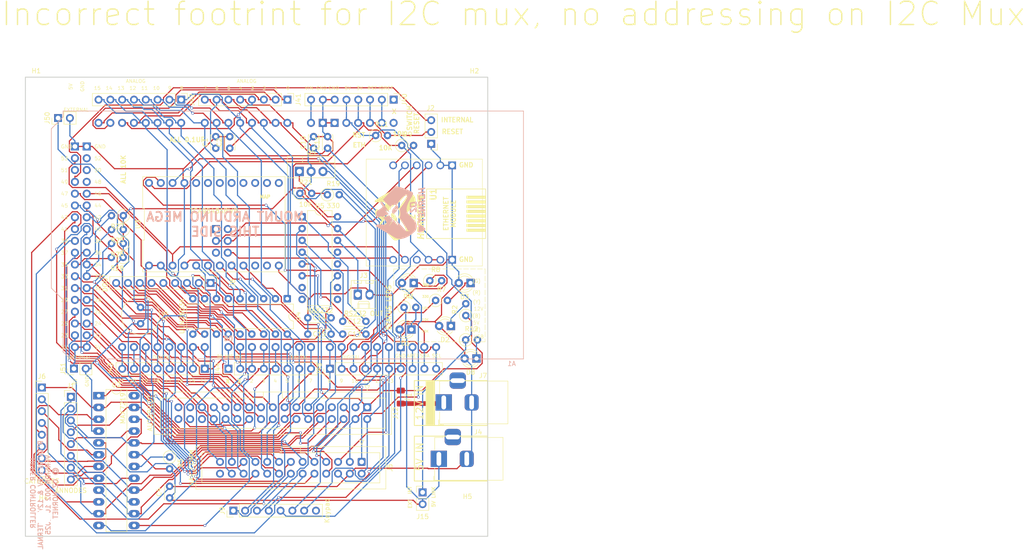
<source format=kicad_pcb>
(kicad_pcb (version 20241229) (generator "pcbnew") (generator_version "9.0")
  (title_block (date "mar. 31 mars 2015"))
  (layers (0 "F.Cu" signal) (2 "B.Cu" signal) (13 "F.Paste" user) (15 "B.Paste" user) (5 "F.SilkS" user "F.Silkscreen") (7 "B.SilkS" user "B.Silkscreen") (1 "F.Mask" user) (3 "B.Mask" user) (25 "Edge.Cuts" user))
  (net 0 "")
  (net 1 "/Keypad Row 0")
  (net 2 "GND")
  (net 3 "/Keypad Row 1")
  (net 4 "/Keypad Row 3")
  (net 6 "/+5v_IN")
  (net 7 "/+12v-IN")
  (net 8 "/MAX_7219-LOAD")
  (net 9 "/MAX_7219-DIN")
  (net 10 "/INT_5V")
  (net 11 "SCLK")
  (net 12 "/CRS_A")
  (net 13 "SDA")
  (net 14 "SCL")
  (net 15 "/Keypad Col 0")
  (net 16 "/D0_OUT")
  (net 17 "COL1")
  (net 18 "/PIN_20")
  (net 19 "ES1_RST")
  (net 20 "/D1_OUT")
  (net 21 "ROW3")
  (net 22 "MISO")
  (net 23 "/IAS_B")
  (net 24 "/MAX_7219-CLOCK")
  (net 25 "/RESET")
  (net 26 "MOSI")
  (net 27 "/GREEN_LED")
  (net 28 "/RED_LED")
  (net 29 "SS")
  (net 30 "/D4_OUT")
  (net 31 "/D7_OUT")
  (net 32 "Net-(U1-INT)")
  (net 34 "/BACKLIGHT_PWM")
  (net 35 "/SC5")
  (net 36 "+3V3")
  (net 37 "/D1")
  (net 38 "/D0")
  (net 39 "/VIN")
  (net 41 "/AREF")
  (net 42 "/RESET_pin")
  (net 44 "/D2_OUT")
  (net 45 "Net-(Q5-G)")
  (net 46 "COL0")
  (net 47 "/ALT_A")
  (net 48 "/IORF")
  (net 49 "/D5_OUT")
  (net 50 "/CATHODE_01")
  (net 51 "Net-(U2-ISET)")
  (net 52 "/VS_A")
  (net 53 "/D3_OUT")
  (net 54 "/ANNODE_01")
  (net 55 "/D6_OUT")
  (net 56 "/VS_B")
  (net 57 "/COL3")
  (net 58 "/ANNODE_03")
  (net 59 "/CATHODE_03")
  (net 60 "/CATHODE_02")
  (net 61 "/ANNODE_02")
  (net 62 "/SD5")
  (net 63 "/CATHODE_06")
  (net 64 "/CATHODE_05")
  (net 65 "/ANNODE_04")
  (net 66 "/CATHODE_07")
  (net 67 "/SC4")
  (net 68 "Net-(J7-Pin_1)")
  (net 69 "/CRS_B")
  (net 70 "/PIN_21")
  (net 71 "/COMM1_VOL")
  (net 72 "COL2")
  (net 73 "/HDG_A")
  (net 74 "/SD4")
  (net 75 "/SC6")
  (net 76 "/IAS_A")
  (net 77 "/SD6")
  (net 78 "Net-(A1-D16{slash}TX2)")
  (net 80 "/ALT_B")
  (net 81 "/HDG_B")
  (net 82 "/ANNODE_00")
  (net 83 "Net-(J8-Pin_4)")
  (net 84 "Net-(J8-Pin_7)")
  (net 85 "/CATHODE_00")
  (net 86 "/NAV2_VOL")
  (net 87 "/NAV1_VOL")
  (net 88 "Net-(J8-Pin_3)")
  (net 89 "/ANNODE_07")
  (net 90 "/ANNODE_05")
  (net 91 "/ANNODE_06")
  (net 92 "/CATHODE_04")
  (net 94 "/SD7")
  (net 95 "/SC7")
  (net 96 "/AP_MAG_SWITCH_COIL")
  (net 97 "Net-(J8-Pin_8)")
  (net 98 "Net-(J8-Pin_6)")
  (net 99 "Net-(J8-Pin_5)")
  (net 100 "/SC3")
  (net 101 "/AP_OLED_SC")
  (net 103 "/SD3")
  (net 104 "Net-(J8-Pin_9)")
  (net 105 "/GPS_TX")
  (net 106 "/COMM2_VOL")
  (net 107 "ROW0")
  (net 108 "ROW2")
  (net 109 "/Keypad Row 2")
  (net 110 "Net-(A1-D17{slash}RX2)")
  (net 111 "Net-(A1-D19{slash}RX1)")
  (net 112 "ROW1")
  (net 113 "/Keypad Col 1")
  (net 114 "Net-(U5-C1-)")
  (net 115 "/Keypad Col 2")
  (net 116 "Net-(U5-C1+)")
  (net 117 "Net-(U5-C2-)")
  (net 118 "Net-(U5-C2+)")
  (net 122 "Net-(U5-VS-)")
  (net 123 "Net-(U5-VS+)")
  (net 125 "/NAV2_A")
  (net 126 "NAV_OLED_SC")
  (net 127 "/COMM1_B")
  (net 128 "/COMM1_A")
  (net 129 "/BACKLIGHT_PANELS")
  (net 130 "/NAV1_A")
  (net 131 "COMM_OLED_SD")
  (net 133 "/NAV2_B")
  (net 134 "/COMM2_B")
  (net 135 "/NAV1_B")
  (net 136 "COMM_OLED_SC")
  (net 137 "NAV_OLED_SD")
  (net 138 "/COMM2_A")
  (net 143 "Net-(J3-Pin_1)")
  (net 149 "/AP_OLED_SD")
  (net 151 "Net-(D1-A)")
  (net 152 "Net-(D2-A)")
  (net 153 "Net-(J41-Pin_3)")
  (net 154 "Net-(A1-CANTX)")
  (net 155 "Net-(J41-Pin_4)")
  (net 156 "Net-(A1-CANRX)")
  (net 157 "Net-(D3-A)")
  (net 158 "Net-(D4-A)")
  (net 159 "Net-(D8-A)")
  (footprint "Fuse:Fuse_1206_3216Metric" (layer "F.Cu") (at 110.75 105.05 -90)
    (property "Reference" "F1")
    (property "Value" "Polyfuse")
  )
  (footprint "Capacitor_THT:C_Disc_D3.0mm_W2.0mm_P2.50mm" (layer "F.Cu") (at 70.94 51.5 90)
    (property "Reference" "C1")
    (property "Value" "0.1uF")
  )
  (footprint "MountingHole:MountingHole_3.2mm_M3" (layer "F.Cu") (at 126.5898 39.0321)
    (property "Reference" "H2")
    (property "Value" "H2")
  )
  (footprint "Capacitor_THT:C_Disc_D4.3mm_W1.9mm_P5.00mm" (layer "F.Cu") (at 103.25 91.5 180)
    (property "Reference" "C13")
    (property "Value" "0.1uF")
  )
  (footprint "Connector_PinHeader_2.54mm:PinHeader_1x08_P2.54mm_Vertical" (layer "F.Cu") (at 63.5 41.0464 -90)
    (property "Reference" "J42")
    (property "Value" "Conn_01x08")
  )
  (footprint "Package_DIP:DIP-24_W7.62mm_LongPads" (layer "F.Cu") (at 45.75 104.75)
    (property "Reference" "U2")
    (property "Value" "MAX7219")
  )
  (footprint "Connector_PinHeader_2.54mm:PinHeader_1x03_P2.54mm_Vertical" (layer "F.Cu") (at 117.298 50.55 180)
    (property "Reference" "J2")
    (property "Value" "Conn_01x03_Pin")
  )
  (footprint "Connector_PinHeader_2.54mm:PinHeader_1x08_P2.54mm_Vertical" (layer "F.Cu") (at 86.36 41.0464 -90)
    (property "Reference" "J41")
    (property "Value" "Conn_01x08")
  )
  (footprint "Connector_Molex:Molex_KK-254_AE-6410-02A_1x02_P2.54mm_Vertical" (layer "F.Cu") (at 101.5 83)
    (property "Reference" "J3")
    (property "Value" "RS232 OUT")
  )
  (footprint "Resistor_THT:R_Axial_DIN0207_L6.3mm_D2.5mm_P2.54mm_Vertical" (layer "F.Cu") (at 51.04 72 180)
    (property "Reference" "R26")
    (property "Value" "10K")
  )
  (footprint "LED_THT:LED_D3.0mm" (layer "F.Cu") (at 113.54 80.5 180)
    (property "Reference" "D4")
    (property "Value" "RED")
  )
  (footprint "Resistor_THT:R_Axial_DIN0207_L6.3mm_D2.5mm_P2.54mm_Vertical" (layer "F.Cu") (at 61 117.96 -90)
    (property "Reference" "R5")
    (property "Value" "10K")
  )
  (footprint "Resistor_THT:R_Axial_DIN0207_L6.3mm_D2.5mm_P2.54mm_Vertical" (layer "F.Cu") (at 118.25 84.25)
    (property "Reference" "R7")
    (property "Value" "330")
  )
  (footprint "Resistor_THT:R_Axial_DIN0207_L6.3mm_D2.5mm_P2.54mm_Vertical" (layer "F.Cu") (at 51.04 66 180)
    (property "Reference" "R27")
    (property "Value" "10K")
  )
  (footprint "Resistor_THT:R_Axial_DIN0207_L6.3mm_D2.5mm_P2.54mm_Vertical" (layer "F.Cu") (at 124.75 87.5 90)
    (property "Reference" "R2")
    (property "Value" "10K")
  )
  (footprint "MountingHole:MountingHole_3.2mm_M3" (layer "F.Cu") (at 32.3 39)
    (property "Reference" "H1")
    (property "Value" "H1")
  )
  (footprint "Connector_PinHeader_2.54mm:PinHeader_1x02_P2.54mm_Vertical" (layer "F.Cu") (at 37 45 90)
    (property "Reference" "J50")
    (property "Value" "Conn_01x02")
  )
  (footprint "Connector_BarrelJack:BarrelJack_Horizontal" (layer "F.Cu") (at 118.949 118.35 180)
    (property "Reference" "J4")
    (property "Value" "5V IN")
  )
  (footprint "Connector_PinHeader_2.54mm:PinHeader_1x08_P2.54mm_Vertical" (layer "F.Cu") (at 74.72 129.5 90)
    (property "Reference" "J9")
    (property "Value" "Keypad")
  )
  (footprint "Package_DIP:DIP-16_W7.62mm" (layer "F.Cu") (at 89.515 66.25)
    (property "Reference" "U5")
    (property "Value" "MAX232")
  )
  (footprint "MountingHole:MountingHole_3.2mm_M3" (layer "F.Cu") (at 125.101 130.6122)
    (property "Reference" "H5")
    (property "Value" "H1")
  )
  (footprint "Capacitor_THT:C_Disc_D3.0mm_W2.0mm_P2.50mm" (layer "F.Cu") (at 73.95 51.5 90)
    (property "Reference" "C2")
    (property "Value" "0.1uF")
  )
  (footprint "LED_THT:LED_D3.0mm" (layer "F.Cu") (at 127.04 96.75 180)
    (property "Reference" "D8")
    (property "Value" "LED")
  )
  (footprint "Capacitor_THT:C_Radial_D8.0mm_H7.0mm_P3.50mm" (layer "F.Cu") (at 54.75 85.75 -90)
    (property "Reference" "C5")
    (property "Value" "100uF")
  )
  (footprint "LED_THT:LED_D3.0mm" (layer "F.Cu") (at 125.77 80.5 180)
    (property "Reference" "D3")
    (property "Value" "GREEN")
  )
  (footprint "Package_DIP:DIP-18_W7.62mm" (layer "F.Cu") (at 86.32 83.88 -90)
    (property "Reference" "U4")
    (property "Value" "ULN2803A")
  )
  (footprint "Resistor_THT:R_Axial_DIN0207_L6.3mm_D2.5mm_P2.54mm_Vertical" (layer "F.Cu") (at 51.04 69 180)
    (property "Reference" "R25")
    (property "Value" "10K")
  )
  (footprint "Resistor_THT:R_Axial_DIN0207_L6.3mm_D2.5mm_P2.54mm_Vertical" (layer "F.Cu") (at 51 75 180)
    (property "Reference" "R28")
    (property "Value" "10K")
  )
  (footprint "Resistor_THT:R_Axial_DIN0207_L6.3mm_D2.5mm_P2.54mm_Vertical" (layer "F.Cu") (at 124.71 92.75)
    (property "Reference" "R12")
    (property "Value" "5K")
  )
  (footprint "Resistor_THT:R_Axial_DIN0207_L6.3mm_D2.5mm_P2.54mm_Vertical" (layer "F.Cu") (at 117 80)
    (property "Reference" "R8")
    (property "Value" "330")
  )
  (footprint "Connector_PinHeader_2.54mm:PinHeader_1x08_P2.54mm_Vertical" (layer "F.Cu") (at 68.58 98.9584 -90)
    (property "Reference" "J43")
    (property "Value" "Conn_01x08")
  )
  (footprint "Connector_PinHeader_2.54mm:PinHeader_1x08_P2.54mm_Vertical" (layer "F.Cu") (at 33.5 103)
    (property "Reference" "J6")
    (property "Value" "CATHODES")
  )
  (footprint "Resistor_THT:R_Axial_DIN0207_L6.3mm_D2.5mm_P2.54mm_Vertical" (layer "F.Cu") (at 94.96 61.5)
    (property "Reference" "R19")
    (property "Value" "330")
  )
  (footprint "Package_TO_SOT_THT:TO-220-3_Vertical" (layer "F.Cu") (at 88.92 56.5)
    (property "Reference" "Q5")
    (property "Value" "Q_NMOS_GSD")
  )
  (footprint "MountingHole:MountingHole_3.2mm_M3" (layer "F.Cu") (at 33.8518 130.9295)
    (property "Reference" "H4")
    (property "Value" "H2")
  )
  (footprint "Library-OZ-HORNET:USRES1" (layer "F.Cu") (at 121.809 55.1833 -90)
    (property "Reference" "U1")
    (property "Value" "USR-ES1" (hide yes))
  )
  (footprint "LED_THT:LED_D3.0mm" (layer "F.Cu") (at 113.04 90.5 180)
    (property "Reference" "D1")
    (property "Value" "LED")
  )
  (footprint "Resistor_THT:R_Axial_DIN0207_L6.3mm_D2.5mm_P2.54mm_Vertical" (layer "F.Cu") (at 111.455 85.75)
    (property "Reference" "R1")
    (property "Value" "5K")
  )
  (footprint "Connector_PinHeader_2.54mm:PinHeader_1x08_P2.54mm_Vertical" (layer "F.Cu") (at 109.22 41.0464 -90)
    (property "Reference" "J40")
    (property "Value" "Conn_01x08")
  )
  (footprint "Capacitor_THT:C_Disc_D3.0mm_W2.0mm_P2.50mm" (layer "F.Cu") (at 95 51.5 90)
    (property "Reference" "C11")
    (property "Value" "0.1uF")
  )
  (footprint "Connector_PinHeader_2.54mm:PinHeader_1x02_P2.54mm_Vertical" (layer "F.Cu") (at 115.45 125.56)
    (property "Reference" "J15")
    (property "Value" "Conn_01x02")
  )
  (footprint "Capacitor_THT:C_Disc_D3.0mm_W2.0mm_P2.50mm" (layer "F.Cu") (at 61 126.75 90)
    (property "Reference" "C4")
    (property "Value" "0.1uF")
  )
  (footprint "Package_DIP:AllieExpress_TCA9548A" (layer "F.Cu") (at 70.53 67.86)
    (property "Reference" "U3")
    (property "Value" "TCA9548APWR")
  )
  (footprint "Resistor_THT:R_Axial_DIN0207_L6.3mm_D2.5mm_P2.54mm_Vertical" (layer "F.Cu") (at 110.96 50.9)
    (property "Reference" "R9")
    (property "Value" "10K")
  )
  (footprint "Resistor_THT:R_Axial_DIN0207_L6.3mm_D2.5mm_P2.54mm_Vertical" (layer "F.Cu") (at 89.0375 61.2125)
    (property "Reference" "R21")
    (property "Value" "10K")
  )
  (footprint "Connector_IDC:IDC-Header_2x17_P2.54mm_Vertical" (layer "F.Cu") (at 103.53 107.25 -90)
    (property "Reference" "J12")
    (property "Value" "AUTOPILOT")
  )
  (footprint "Resistor_THT:R_Axial_DIN0207_L6.3mm_D2.5mm_P2.54mm_Vertical" (layer "F.Cu") (at 105.35 48.75)
    (property "Reference" "R11")
    (property "Value" "10K")
  )
  (footprint "Capacitor_THT:C_Disc_D3.0mm_W2.0mm_P2.50mm" (layer "F.Cu") (at 91.99 51.5 90)
    (property "Reference" "C10")
    (property "Value" "0.1uF")
  )
  (footprint "Connector_PinHeader_2.54mm:PinHeader_1x08_P2.54mm_Vertical" (layer "F.Cu") (at 39.75 105)
    (property "Reference" "J1")
    (property "Value" "ANNODES")
  )
  (footprint "LED_THT:LED_D3.0mm" (layer "F.Cu") (at 121.54 89.75 180)
    (property "Reference" "D2")
    (property "Value" "LED")
  )
  (footprint "Capacitor_THT:C_Disc_D4.3mm_W1.9mm_P5.00mm" (layer "F.Cu") (at 103.25 88.75 180)
    (property "Reference" "C12")
    (property "Value" "0.1uF")
  )
  (footprint "Capacitor_THT:C_Disc_D4.3mm_W1.9mm_P5.00mm" (layer "F.Cu") (at 95.75 88 180)
    (property "Reference" "C14")
    (property "Value" "0.1uF")
  )
  (footprint "Connector_PinHeader_2.54mm:PinHeader_1x09_P2.54mm_Vertical" (layer "F.Cu") (at 69.82 80.5 -90)
    (property "Reference" "J8")
    (property "Value" "DOUT")
  )
  (footprint "Connector_BarrelJack:BarrelJack_Horizontal" (layer "F.Cu") (at 120 106.2075 180)
    (property "Reference" "J7")
    (property "Value" "STEPPER IN 12-20VDC")
  )
  (footprint "Connector_PinHeader_2.54mm:PinHeader_1x10_P2.54mm_Vertical" (layer "F.Cu") (at 95.504 98.9584 90)
    (property "Reference" "J45")
    (property "Value" "Conn_01x10")
  )
  (footprint "Connector_IDC:IDC-Header_2x13_P2.54mm_Vertical" (layer "F.Cu") (at 102.33 119 -90)
    (property "Reference" "J5")
    (property "Value" "NAV_COMM")
  )
  (footprint "Capacitor_THT:C_Disc_D4.3mm_W1.9mm_P5.00mm" (layer "F.Cu") (at 95.75 91.5 180)
    (property "Reference" "C15")
    (property "Value" "0.1uF")
  )
  (footprint "Connector_PinHeader_2.54mm:PinHeader_1x02_P2.54mm_Vertical" (layer "F.Cu") (at 40.4114 98.933 90)
    (property "Reference" "J51")
    (property "Value" "Conn_01x02")
  )
  (footprint "Connector_PinHeader_2.54mm:PinHeader_1x08_P2.54mm_Vertical" (layer "F.Cu") (at 73.66 98.9584 90)
    (property "Reference" "J44")
    (property "Value" "Conn_01x08")
  )
  (footprint "Module:Arduino_Due_Shield" (layer "F.Cu") (at 137.145 43.4993 180)
    (property "Reference" "A1")
    (property "Value" "Arduino_Mega2560_R3_Shield")
  )
  (gr_poly (pts (xy 114.27847 67.325975) (xy 114.279042 67.312348) (xy 114.279937 67.298844) (xy 114.281206 67.285512) (xy 114.282904 67.272395) (xy 114.285084 67.259541) (xy 114.2878 67.246994) (xy 114.291105 67.234801) (xy 114.295052 67.223007) (xy 114.299696 67.211658) (xy 114.305089 67.2008) (xy 114.311285 67.190478) (xy 114.318338 67.180738) (xy 114.3263 67.171626) (xy 114.33064 67.167319) (xy 114.335226 67.163187) (xy 114.33549 67.163717) (xy 114.343354 67.157518) (xy 114.35168 67.151918) (xy 114.360491 67.146913) (xy 114.369808 67.142501) (xy 114.379653 67.138677) (xy 114.39005 67.13544) (xy 114.401019 67.132785) (xy 114.412583 67.13071) (xy 114.424765 67.129212) (xy 114.437585 67.128287) (xy 114.451067 67.127933) (xy 114.465231 67.128147) (xy 114.480102 67.128924) (xy 114.495699 67.130263) (xy 114.512047 67.13216) (xy 114.529166 67.134612) (xy 114.985572 67.207108) (xy 115.003857 67.210252) (xy 115.021221 67.213779) (xy 115.037688 67.217689) (xy 115.053278 67.22198) (xy 115.068016 67.226652) (xy 115.081922 67.231703) (xy 115.095019 67.237132) (xy 115.10733 67.242939) (xy 115.118876 67.249122) (xy 115.129681 67.25568) (xy 115.139765 67.262613) (xy 115.149152 67.269919) (xy 115.157865 67.277597) (xy 115.165924 67.285646) (xy 115.173352 67.294066) (xy 115.180173 67.302855) (xy 115.186407 67.312012) (xy 115.192078 67.321536) (xy 115.197207 67.331426) (xy 115.201817 67.341682) (xy 115.20593 67.352301) (xy 115.209569 67.363284) (xy 115.212755 67.374629) (xy 115.215511 67.386335) (xy 115.219823 67.410826) (xy 115.222682 67.436749) (xy 115.224267 67.464096) (xy 115.224755 67.492858) (xy 115.224755 67.531223) (xy 115.767416 67.311883) (xy 115.767416 67.637585) (xy 115.224755 67.856925) (xy 115.224755 67.965933) (xy 115.767416 68.05007) (xy 115.767416 68.361221) (xy 114.924717 68.228132) (xy 114.924717 67.916985) (xy 114.924717 67.535985) (xy 114.924705 67.529643) (xy 114.924618 67.522359) (xy 114.924523 67.518658) (xy 114.924382 67.515075) (xy 114.924185 67.511727) (xy 114.923924 67.508733) (xy 114.922271 67.508324) (xy 114.920277 67.507886) (xy 114.917924 67.507417) (xy 114.915192 67.506914) (xy 114.912064 67.506374) (xy 114.90852 67.505794) (xy 114.904542 67.50517) (xy 114.900111 67.5045) (xy 114.594253 67.455551) (xy 114.585455 67.454526) (xy 114.581826 67.4541) (xy 114.578642 67.453699) (xy 114.578642 67.862216) (xy 114.924717 67.916985) (xy 114.924717 68.228132) (xy 114.278076 68.126006) (xy 114.278076 67.353423)) (stroke (width -0.000001)) (fill yes) (layer "F.SilkS"))
  (gr_poly (pts (xy 114.246375 61.588834) (xy 114.247667 61.574304) (xy 114.249664 61.560486) (xy 114.252375 61.547378) (xy 114.255809 61.534979) (xy 114.259975 61.523284) (xy 114.264881 61.512292) (xy 114.270537 61.502) (xy 114.276951 61.492406) (xy 114.284133 61.483507) (xy 114.292091 61.475301) (xy 114.300834 61.467786) (xy 114.310371 61.460958) (xy 114.320712 61.454816) (xy 114.331864 61.449357) (xy 114.343837 61.444578) (xy 114.35664 61.440477) (xy 114.370282 61.437052) (xy 114.384772 61.4343) (xy 114.400117 61.432219) (xy 114.416329 61.430805) (xy 114.433415 61.430057) (xy 114.451384 61.429973) (xy 114.470245 61.430549) (xy 114.490007 61.431784) (xy 114.57466 61.439938) (xy 114.658141 61.451217) (xy 114.740418 61.465637) (xy 114.82146 61.483216) (xy 114.901235 61.503972) (xy 114.979712 61.527922) (xy 115.05686 61.555083) (xy 115.132647 61.585474) (xy 115.207042 61.61911) (xy 115.280013 61.65601) (xy 115.351529 61.696192) (xy 115.421559 61.739672) (xy 115.490071 61.786468) (xy 115.557035 61.836598) (xy 115.622417 61.890078) (xy 115.686188 61.946927) (xy 115.700204 61.96032) (xy 115.713284 61.973568) (xy 115.725429 61.98668) (xy 115.736643 61.999665) (xy 115.746927 62.012535) (xy 115.756285 62.025297) (xy 115.764719 62.037963) (xy 115.772231 62.05054) (xy 115.778824 62.06304) (xy 115.784501 62.075472) (xy 115.789264 62.087845) (xy 115.793116 62.100169) (xy 115.796059 62.112453) (xy 115.798096 62.124708) (xy 115.79923 62.136943) (xy 115.799462 62.149168) (xy 115.798797 62.161391) (xy 115.797235 62.173624) (xy 115.79478 62.185875) (xy 115.791434 62.198154) (xy 115.787201 62.210471) (xy 115.782081 62.222836) (xy 115.776079 62.235257) (xy 115.769197 62.247746) (xy 115.761436 62.26031) (xy 115.7528 62.272961) (xy 115.743292 62.285707) (xy 115.732913 62.298559) (xy 115.721667 62.311525) (xy 115.709556 62.324616) (xy 115.682748 62.35121) (xy 115.609568 62.4179) (xy 115.533234 62.483214) (xy 115.454395 62.546981) (xy 115.373699 62.609026) (xy 115.291793 62.669179) (xy 115.209326 62.727267) (xy 115.045301 62.836556) (xy 114.886807 62.935513) (xy 114.739029 63.02276) (xy 114.607151 63.096916) (xy 114.496356 63.156602) (xy 114.489795 63.159773) (xy 114.483171 63.162445) (xy 114.476503 63.164631) (xy 114.469806 63.166341) (xy 114.463101 63.167584) (xy 114.456403 63.168373) (xy 114.449732 63.168717) (xy 114.443105 63.168628) (xy 114.436539 63.168116) (xy 114.430053 63.167192) (xy 114.423663 63.165867) (xy 114.417389 63.164151) (xy 114.411248 63.162054) (xy 114.405257 63.159589) (xy 114.399434 63.156765) (xy 114.393797 63.153593) (xy 114.388365 63.150083) (xy 114.383153 63.146248) (xy 114.378182 63.142096) (xy 114.373467 63.13764) (xy 114.369028 63.132889) (xy 114.364881 63.127854) (xy 114.361045 63.122547) (xy 114.357537 63.116977) (xy 114.354375 63.111155) (xy 114.351577 63.105093) (xy 114.349161 63.098801) (xy 114.347144 63.092289) (xy 114.345545 63.085569) (xy 114.34438 63.078651) (xy 114.343669 63.071545) (xy 114.343427 63.064263) (xy 114.341009 62.77368) (xy 114.336846 62.598212) (xy 114.329835 62.413024) (xy 114.319313 62.225914) (xy 114.304621 62.044679) (xy 114.285098 61.877117) (xy 114.273318 61.800901) (xy 114.260084 61.731028) (xy 114.260349 61.731027) (xy 114.252928 61.691119) (xy 114.248079 61.654131) (xy 114.24664 61.636725) (xy 114.24587 61.620042) (xy 114.245779 61.60408)) (stroke (width -0.000001)) (fill yes) (layer "F.SilkS"))
  (gr_rect (start 109.249 77.482) (end 128.8918 93.158) (stroke (width 0.1) (type dash)) (fill no) (layer "F.SilkS"))
  (gr_poly (pts (xy 114.578642 64.627421) (xy 114.578642 65.274063) (xy 114.8718 65.320894) (xy 114.8718 64.802046) (xy 115.172102 64.849142) (xy 115.172102 65.368254) (xy 115.467377 65.415086) (xy 115.467377 64.768708) (xy 115.767679 64.815804) (xy 115.767679 65.772802) (xy 114.278339 65.537587) (xy 114.278339 64.580325)) (stroke (width -0.000001)) (fill yes) (layer "F.SilkS"))
  (gr_rect (start 124.953042 66.867283) (end 129.017042 67.375283) (stroke (width 0.15)) (fill yes) (layer "F.SilkS"))
  (gr_poly (pts (xy 112.741904 65.6376) (xy 113.638313 66.402775) (xy 113.638313 65.782062) (xy 113.938615 65.829158) (xy 113.938615 66.843306) (xy 113.645721 66.797797) (xy 112.749577 66.023627) (xy 112.749577 66.655452) (xy 112.449274 66.608356) (xy 112.449274 65.592092)) (stroke (width -0.000001)) (fill yes) (layer "F.SilkS"))
  (gr_poly (pts (xy 112.449934 66.980429) (xy 112.450506 66.966801) (xy 112.4514 66.953298) (xy 112.45267 66.939966) (xy 112.454368 66.926849) (xy 112.456548 66.913995) (xy 112.459263 66.901448) (xy 112.462568 66.889255) (xy 112.466516 66.877461) (xy 112.471159 66.866112) (xy 112.476552 66.855254) (xy 112.482748 66.844932) (xy 112.489801 66.835192) (xy 112.497763 66.82608) (xy 112.502103 66.821774) (xy 112.50669 66.817641) (xy 112.514553 66.811443) (xy 112.522879 66.805843) (xy 112.53169 66.800838) (xy 112.541007 66.796425) (xy 112.550853 66.792602) (xy 112.561249 66.789364) (xy 112.572219 66.786709) (xy 112.583783 66.784635) (xy 112.595964 66.783136) (xy 112.608785 66.782212) (xy 112.622266 66.781858) (xy 112.636431 66.782071) (xy 112.651301 66.782849) (xy 112.666899 66.784188) (xy 112.683246 66.786085) (xy 112.700365 66.788537) (xy 113.699432 66.947287) (xy 113.717716 66.950428) (xy 113.735081 66.953949) (xy 113.751547 66.957847) (xy 113.767138 66.962123) (xy 113.781876 66.966774) (xy 113.795782 66.971801) (xy 113.808879 66.977202) (xy 113.82119 66.982977) (xy 113.832736 66.989124) (xy 113.843541 66.995642) (xy 113.853625 67.002531) (xy 113.863013 67.00979) (xy 113.871725 67.017418) (xy 113.879784 67.025413) (xy 113.887213 67.033775) (xy 113.894033 67.042504) (xy 113.900267 67.051597) (xy 113.905938 67.061055) (xy 113.911067 67.070876) (xy 113.915677 67.081059) (xy 113.91979 67.091604) (xy 113.923429 67.102509) (xy 113.926615 67.113774) (xy 113.929372 67.125397) (xy 113.933683 67.149716) (xy 113.936542 67.175458) (xy 113.938127 67.202617) (xy 113.938615 67.231185) (xy 113.938615 67.834435) (xy 113.938221 67.862091) (xy 113.937646 67.87583) (xy 113.936747 67.889447) (xy 113.93547 67.902895) (xy 113.93376 67.916127) (xy 113.931563 67.929097) (xy 113.928826 67.941756) (xy 113.925493 67.954059) (xy 113.921511 67.965959) (xy 113.916824 67.977408) (xy 113.91138 67.98836) (xy 113.905123 67.998768) (xy 113.898 68.008585) (xy 113.889956 68.017764) (xy 113.885571 68.022099) (xy 113.880936 68.026258) (xy 113.873145 68.032416) (xy 113.864845 68.037992) (xy 113.856022 68.042988) (xy 113.846664 68.047404) (xy 113.836757 68.051242) (xy 113.826288 68.054503) (xy 113.815244 68.057188) (xy 113.803611 68.059298) (xy 113.791377 68.060835) (xy 113.778529 68.061799) (xy 113.765052 68.062191) (xy 113.750934 68.062014) (xy 113.736163 68.061268) (xy 113.720723 68.059954) (xy 113.704604 68.058073) (xy 113.68779 68.055627) (xy 113.637784 68.047681) (xy 113.637784 67.736275) (xy 113.637784 67.718812) (xy 113.638313 67.718812) (xy 113.638313 67.276165) (xy 113.6383 67.269823) (xy 113.638213 67.262539) (xy 113.638119 67.258838) (xy 113.637978 67.255254) (xy 113.637781 67.251907) (xy 113.637518 67.248912) (xy 113.635866 67.248503) (xy 113.633872 67.248065) (xy 113.631519 67.247596) (xy 113.628787 67.247094) (xy 113.625659 67.246554) (xy 113.622115 67.245973) (xy 113.618137 67.245349) (xy 113.613706 67.244679) (xy 112.765187 67.109477) (xy 112.75639 67.108452) (xy 112.75276 67.108026) (xy 112.749577 67.107625) (xy 112.749577 67.565883) (xy 112.749594 67.572497) (xy 112.74971 67.580303) (xy 112.749836 67.584218) (xy 112.750024 67.587909) (xy 112.750286 67.591204) (xy 112.750449 67.592648) (xy 112.750636 67.593928) (xy 112.751922 67.594373) (xy 112.753633 67.594908) (xy 112.755821 67.595524) (xy 112.75854 67.59621) (xy 112.760114 67.596578) (xy 112.761841 67.596959) (xy 112.763727 67.597354) (xy 112.765779 67.597761) (xy 112.768002 67.598178) (xy 112.770405 67.598606) (xy 112.772992 67.599042) (xy 112.775771 67.599485) (xy 113.622703 67.734687) (xy 113.627329 67.735233) (xy 113.631335 67.735679) (xy 113.634795 67.736027) (xy 113.637784 67.736275) (xy 113.637784 68.047681) (xy 112.688723 67.896877) (xy 112.670438 67.893733) (xy 112.653074 67.890206) (xy 112.636607 67.886296) (xy 112.621017 67.882005) (xy 112.606279 67.877333) (xy 112.592373 67.872282) (xy 112.579276 67.866853) (xy 112.566965 67.861046) (xy 112.555419 67.854864) (xy 112.544615 67.848305) (xy 112.53453 67.841373) (xy 112.525143 67.834067) (xy 112.516431 67.826389) (xy 112.508371 67.818339) (xy 112.500943 67.80992) (xy 112.494122 67.801131) (xy 112.487888 67.791974) (xy 112.482217 67.78245) (xy 112.477088 67.772559) (xy 112.472478 67.762304) (xy 112.468365 67.751684) (xy 112.464726 67.740701) (xy 112.46154 67.729356) (xy 112.458784 67.717651) (xy 112.454472 67.69316) (xy 112.451613 67.667237) (xy 112.450029 67.639889) (xy 112.44954 67.611127) (xy 112.44954 67.007877)) (stroke (width -0.000001)) (fill yes) (layer "F.SilkS"))
  (gr_rect (start 124.953042 61.787283) (end 129.017042 62.295283) (stroke (width 0.15)) (fill yes) (layer "F.SilkS"))
  (gr_rect (start 113.669042 101.511283) (end 129.417042 111.163283) (stroke (width 0.2)) (fill no) (layer "F.SilkS"))
  (gr_rect (start 124.953042 65.851283) (end 129.017042 66.359283) (stroke (width 0.15)) (fill yes) (layer "F.SilkS"))
  (gr_poly (pts (xy 109.170828 66.750483) (xy 109.173738 66.731408) (xy 109.179455 66.693254) (xy 109.182616 66.674281) (xy 109.186214 66.655448) (xy 109.190426 66.636806) (xy 109.192818 66.627574) (xy 109.195429 66.61841) (xy 109.195429 66.618411) (xy 109.203298 66.594943) (xy 109.212577 66.572098) (xy 109.223206 66.549925) (xy 109.235126 66.528473) (xy 109.248278 66.507791) (xy 109.262601 66.487929) (xy 109.278036 66.468935) (xy 109.294524 66.450859) (xy 109.312005 66.43375) (xy 109.330419 66.417658) (xy 109.349707 66.402631) (xy 109.369809 66.388718) (xy 109.390666 66.375969) (xy 109.412218 66.364432) (xy 109.434405 66.354158) (xy 109.457168 66.345195) (xy 109.480448 66.337593) (xy 109.504184 66.3314) (xy 109.528317 66.326665) (xy 109.552787 66.323439) (xy 109.577536 66.32177) (xy 109.602502 66.321707) (xy 109.627628 66.323299) (xy 109.652852 66.326596) (xy 109.678117 66.331647) (xy 109.703361 66.3385) (xy 109.728525 66.347206) (xy 109.75355 66.357813) (xy 109.778376 66.370371) (xy 109.802944 66.384928) (xy 109.827194 66.401534) (xy 109.851067 66.420238) (xy 109.852501 66.421453) (xy 109.853926 66.422715) (xy 109.855336 66.424022) (xy 109.856726 66.425372) (xy 109.858094 66.426762) (xy 109.859434 66.428191) (xy 109.860742 66.429654) (xy 109.862014 66.431152) (xy 109.863245 66.43268) (xy 109.864433 66.434237) (xy 109.865571 66.43582) (xy 109.866656 66.437427) (xy 109.867684 66.439056) (xy 109.868651 66.440705) (xy 109.869551 66.44237) (xy 109.870381 66.44405) (xy 109.885661 66.476565) (xy 109.900742 66.509105) (xy 109.915327 66.541793) (xy 109.922341 66.558232) (xy 109.929119 66.574754) (xy 109.93377 66.586744) (xy 109.938098 66.598801) (xy 109.942104 66.610924) (xy 109.945788 66.623111) (xy 109.949149 66.635362) (xy 109.952187 66.647675) (xy 109.954903 66.66005) (xy 109.957297 66.672485) (xy 109.959368 66.684978) (xy 109.961117 66.69753) (xy 109.962543 66.710138) (xy 109.963647 66.722801) (xy 109.964428 66.735519) (xy 109.964887 66.748289) (xy 109.965024 66.761112) (xy 109.964838 66.773986) (xy 109.963373 66.801751) (xy 109.960497 66.828904) (xy 109.956259 66.855463) (xy 109.950703 66.881448) (xy 109.943878 66.906877) (xy 109.93583 66.931771) (xy 109.926606 66.956149) (xy 109.916254 66.98003) (xy 109.904819 67.003433) (xy 109.892349 67.026379) (xy 109.87889 67.048885) (xy 109.86449 67.070972) (xy 109.849196 67.092659) (xy 109.833054 67.113966) (xy 109.816112 67.134911) (xy 109.798415 67.155515) (xy 109.789974 67.164782) (xy 109.781312 67.173719) (xy 109.772421 67.182304) (xy 109.763291 67.190518) (xy 109.753914 67.19834) (xy 109.744279 67.205749) (xy 109.734377 67.212724) (xy 109.724199 67.219246) (xy 109.713736 67.225293) (xy 109.702979 67.230846) (xy 109.691918 67.235883) (xy 109.680543 67.240384) (xy 109.668846 67.244328) (xy 109.656817 67.247696) (xy 109.644447 67.250465) (xy 109.631727 67.252617) (xy 109.628641 67.252963) (xy 109.625632 67.253201) (xy 109.622693 67.253322) (xy 109.619821 67.253319) (xy 109.617011 67.253183) (xy 109.614259 67.252905) (xy 109.611559 67.252476) (xy 109.608907 67.251889) (xy 109.606299 67.251134) (xy 109.603729 67.250203) (xy 109.601194 67.249088) (xy 109.598688 67.24778) (xy 109.596206 67.24627) (xy 109.593745 67.24455) (xy 109.5913 67.242611) (xy 109.588865 67.240446) (xy 109.411065 67.074883) (xy 109.321718 66.992647) (xy 109.231677 66.911304) (xy 109.223705 66.903906) (xy 109.216267 66.896388) (xy 109.209379 66.888732) (xy 109.203053 66.880922) (xy 109.197303 66.872944) (xy 109.192145 66.864781) (xy 109.187591 66.856417) (xy 109.183655 66.847837) (xy 109.180352 66.839024) (xy 109.177696 66.829963) (xy 109.1757 66.820637) (xy 109.174378 66.811031) (xy 109.173745 66.801129) (xy 109.173814 66.790915) (xy 109.174599 66.780373) (xy 109.176115 66.769487) (xy 109.167648 66.769487)) (stroke (width -0.000001)) (fill yes) (layer "F.SilkS"))
  (gr_rect (start 124.953042 68.899283) (end 129.017042 69.407283) (stroke (width 0.15)) (fill yes) (layer "F.SilkS"))
  (gr_poly (pts (xy 114.578642 63.452671) (xy 114.578642 63.819119) (xy 115.767679 64.007238) (xy 115.767679 64.318122) (xy 114.578642 64.130004) (xy 114.578642 64.496187) (xy 114.278339 64.449092) (xy 114.278339 63.405575)) (stroke (width -0.000001)) (fill yes) (layer "F.SilkS"))
  (gr_poly (pts (xy 114.8718 70.637696) (xy 114.8718 70.151392) (xy 114.27834 70.057465) (xy 114.27834 69.746579) (xy 115.76768 69.981794) (xy 115.76768 70.292679) (xy 115.172102 70.198752) (xy 115.172102 70.685056) (xy 115.76768 70.778983) (xy 115.76768 71.089869) (xy 114.27834 70.854654) (xy 114.27834 70.543769)) (stroke (width -0.000001)) (fill yes) (layer "F.SilkS"))
  (gr_rect (start 113.669042 113.466983) (end 129.417042 123.118983) (stroke (width 0.2)) (fill no) (layer "F.SilkS"))
  (gr_poly (pts (xy 105.233956 65.360647) (xy 105.247752 65.248855) (xy 105.266959 65.136841) (xy 105.29023 65.026054) (xy 105.316216 64.917941) (xy 105.420355 64.541166) (xy 105.708552 64.681892) (xy 105.848682 64.751126) (xy 105.986828 64.821624) (xy 106.022385 64.838855) (xy 106.057709 64.853345) (xy 106.092783 64.865101) (xy 106.12759 64.874128) (xy 106.162113 64.880432) (xy 106.196336 64.884021) (xy 106.230241 64.884899) (xy 106.263813 64.883074) (xy 106.297035 64.878551) (xy 106.329889 64.871337) (xy 106.36236 64.861438) (xy 106.394431 64.84886) (xy 106.426084 64.833609) (xy 106.457304 64.815692) (xy 106.488073 64.795115) (xy 106.518375 64.771883) (xy 106.539306 64.753635) (xy 106.560411 64.735039) (xy 106.603042 64.697006) (xy 106.603406 64.715659) (xy 106.603526 64.724985) (xy 106.603571 64.734312) (xy 106.60359 64.73489) (xy 106.603647 64.735482) (xy 106.60374 64.736086) (xy 106.603867 64.736701) (xy 106.604027 64.737326) (xy 106.60422 64.737958) (xy 106.604443 64.738597) (xy 106.604696 64.73924) (xy 106.605283 64.740534) (xy 106.605971 64.741828) (xy 106.606749 64.743109) (xy 106.607606 64.744366) (xy 106.608531 64.745585) (xy 106.609514 64.746755) (xy 106.610543 64.747863) (xy 106.611608 64.748897) (xy 106.612698 64.749844) (xy 106.613801 64.750691) (xy 106.614908 64.751427) (xy 106.615459 64.751749) (xy 106.616007 64.752039) (xy 107.102046 64.993604) (xy 107.392294 65.136743) (xy 107.712705 65.2947) (xy 107.809145 65.341729) (xy 107.907173 65.389156) (xy 107.896404 65.401852) (xy 107.886106 65.414127) (xy 107.881033 65.420098) (xy 107.875957 65.425954) (xy 107.870837 65.431693) (xy 107.865634 65.43731) (xy 107.838713 65.465637) (xy 107.811593 65.493865) (xy 107.757155 65.550023) (xy 107.666502 65.644181) (xy 107.643738 65.667605) (xy 107.620791 65.690852) (xy 107.59759 65.713856) (xy 107.574063 65.736554) (xy 107.556499 65.753862) (xy 107.539589 65.771629) (xy 107.52328 65.78982) (xy 107.50752 65.808397) (xy 107.492257 65.827325) (xy 107.477437 65.846566) (xy 107.448915 65.885845) (xy 107.421535 65.925943) (xy 107.394874 65.966568) (xy 107.342024 66.048233) (xy 107.340419 66.05069) (xy 107.338871 66.053193) (xy 107.335901 66.058296) (xy 107.330151 66.068606) (xy 107.32719 66.073653) (xy 107.325649 66.076114) (xy 107.324053 66.07852) (xy 107.32239 66.08086) (xy 107.320649 66.083126) (xy 107.318819 66.085307) (xy 107.316888 66.087392) (xy 107.314973 66.089453) (xy 107.313194 66.091519) (xy 107.311548 66.093591) (xy 107.310032 66.095669) (xy 107.308643 66.097753) (xy 107.307377 66.099844) (xy 107.30623 66.101942) (xy 107.305201 66.104048) (xy 107.304285 66.106162) (xy 107.30348 66.108285) (xy 107.302781 66.110416) (xy 107.302187 66.112558) (xy 107.301693 66.114709) (xy 107.301296 66.11687) (xy 107.300782 66.121225) (xy 107.300618 66.125627) (xy 107.300778 66.130079) (xy 107.301237 66.134584) (xy 107.301968 66.139147) (xy 107.302946 66.143769) (xy 107.304144 66.148456) (xy 107.305537 66.15321) (xy 107.307099 66.158035) (xy 107.311745 66.172556) (xy 107.31619 66.187135) (xy 107.32466 66.216409) (xy 107.34123 66.274981) (xy 107.341493 66.27577) (xy 107.341787 66.276552) (xy 107.342112 66.277336) (xy 107.342466 66.278127) (xy 107.343262 66.279757) (xy 107.344173 66.281496) (xy 107.346327 66.285511) (xy 107.347564 66.287891) (xy 107.348903 66.290591) (xy 108.125984 65.765658) (xy 108.130747 65.769892) (xy 108.070422 65.851383) (xy 107.698947 66.350123) (xy 107.381182 66.777954) (xy 107.013676 67.274048) (xy 106.732688 67.651873) (xy 106.386349 68.119392) (xy 106.386348 68.118862) (xy 106.374707 68.134373) (xy 106.368861 68.142191) (xy 106.363065 68.150083) (xy 106.328901 68.114629) (xy 106.294538 68.079175) (xy 106.266187 68.048057) (xy 106.240981 68.017251) (xy 106.218943 67.986663) (xy 106.200098 67.956201) (xy 106.191881 67.940989) (xy 106.184472 67.925774) (xy 106.177874 67.910544) (xy 106.17209 67.895288) (xy 106.167122 67.879995) (xy 106.162975 67.864652) (xy 106.159651 67.849249) (xy 106.157153 67.833774) (xy 106.155485 67.818215) (xy 106.154649 67.80256) (xy 106.154649 67.786799) (xy 106.155487 67.77092) (xy 106.157167 67.75491) (xy 106.159692 67.73876) (xy 106.163066 67.722456) (xy 106.16729 67.705988) (xy 106.172368 67.689344) (xy 106.178304 67.672513) (xy 106.1851 67.655482) (xy 106.19276 67.638241) (xy 106.210683 67.603082) (xy 106.232096 67.566941) (xy 106.261907 67.521952) (xy 106.291595 67.479872) (xy 106.349916 67.403675) (xy 106.405693 67.336815) (xy 106.457554 67.277756) (xy 106.504133 67.224961) (xy 106.544059 67.176895) (xy 106.561099 67.154156) (xy 106.575963 67.132022) (xy 106.58848 67.110303) (xy 106.598478 67.088806) (xy 106.605786 67.067339) (xy 106.610234 67.045711) (xy 106.611649 67.023729) (xy 106.609861 67.001201) (xy 106.604699 66.977935) (xy 106.595992 66.953739) (xy 106.583568 66.928422) (xy 106.567257 66.901791) (xy 106.546887 66.873655) (xy 106.522288 66.84382) (xy 106.493287 66.812096) (xy 106.459714 66.77829) (xy 106.421399 66.742211) (xy 106.378169 66.703665) (xy 106.276282 66.61841) (xy 106.080151 66.477995) (xy 105.881986 66.340432) (xy 105.681937 66.205598) (xy 105.48015 66.073368) (xy 105.439031 66.045971) (xy 105.402129 66.015443) (xy 105.369276 65.981965) (xy 105.340303 65.945718) (xy 105.315041 65.906884) (xy 105.293324 65.865643) (xy 105.27498 65.822175) (xy 105.259844 65.776663) (xy 105.247744 65.729286) (xy 105.238515 65.680226) (xy 105.231986 65.629664) (xy 105.227989 65.57778) (xy 105.226919 65.470771)) (stroke (width -0.000001)) (fill yes) (layer "F.SilkS"))
  (gr_poly (pts (xy 105.152053 62.879532) (xy 105.171052 62.834998) (xy 105.201928 62.785942) (xy 105.245375 62.732167) (xy 105.302087 62.673474) (xy 105.766576 62.365101) (xy 106.240369 62.070815) (xy 106.720916 61.786742) (xy 107.205664 61.509009) (xy 108.177558 60.957076) (xy 108.659599 60.67513) (xy 109.135634 60.384034) (xy 109.134578 60.384562) (xy 109.255575 60.315552) (xy 109.377082 60.254296) (xy 109.499119 60.20068) (xy 109.621704 60.15459) (xy 109.744859 60.115909) (xy 109.868602 60.084525) (xy 109.992954 60.060321) (xy 110.117934 60.043184) (xy 110.243563 60.032998) (xy 110.369859 60.029649) (xy 110.496842 60.033021) (xy 110.624533 60.043002) (xy 110.752951 60.059475) (xy 110.882116 60.082326) (xy 111.012047 60.11144) (xy 111.142765 60.146702) (xy 111.315607 60.200705) (xy 111.483148 60.260044) (xy 111.645762 60.324608) (xy 111.803822 60.394282) (xy 111.9577 60.468952) (xy 112.107771 60.548505) (xy 112.254406 60.632828) (xy 112.397981 60.721807) (xy 112.538867 60.815328) (xy 112.677438 60.913278) (xy 112.814068 61.015543) (xy 112.949129 61.12201) (xy 113.082994 61.232565) (xy 113.216038 61.347094) (xy 113.348633 61.465485) (xy 113.481152 61.587622) (xy 113.564203 61.673071) (xy 113.639068 61.766027) (xy 113.705663 61.865781) (xy 113.763901 61.971623) (xy 113.813696 62.082846) (xy 113.854962 62.198738) (xy 113.887613 62.318592) (xy 113.911563 62.441697) (xy 113.926726 62.567345) (xy 113.933016 62.694826) (xy 113.930347 62.823431) (xy 113.918632 62.95245) (xy 113.897787 63.081176) (xy 113.867724 63.208897) (xy 113.828358 63.334905) (xy 113.779602 63.458491) (xy 113.763291 63.494871) (xy 113.746215 63.531146) (xy 113.72838 63.567265) (xy 113.709798 63.603172) (xy 113.690476 63.638815) (xy 113.670423 63.674138) (xy 113.649649 63.709088) (xy 113.628161 63.743612) (xy 113.60597 63.777655) (xy 113.583085 63.811164) (xy 113.559513 63.844084) (xy 113.535264 63.876362) (xy 113.510347 63.907944) (xy 113.48477 63.938777) (xy 113.458543 63.968805) (xy 113.431675 63.997975) (xy 113.287541 64.150033) (xy 113.148352 64.29929) (xy 112.877208 64.592197) (xy 112.741452 64.73724) (xy 112.603038 64.882275) (xy 112.460066 65.027998) (xy 112.310636 65.175107) (xy 112.219097 65.263617) (xy 112.137239 65.355047) (xy 112.064733 65.449214) (xy 112.001248 65.545934) (xy 111.946455 65.645026) (xy 111.900023 65.746305) (xy 111.861622 65.84959) (xy 111.830922 65.954697) (xy 111.807592 66.061445) (xy 111.791304 66.169649) (xy 111.781726 66.279128) (xy 111.778529 66.389698) (xy 111.781382 66.501176) (xy 111.789955 66.613381) (xy 111.803919 66.726129) (xy 111.822943 66.839237) (xy 111.87485 67.065802) (xy 111.943036 67.291616) (xy 112.024859 67.515214) (xy 112.11768 67.735136) (xy 112.218857 67.949919) (xy 112.325749 68.1581) (xy 112.435716 68.358218) (xy 112.546115 68.548809) (xy 112.870593 69.078868) (xy 112.94676 69.214197) (xy 112.982554 69.282899) (xy 113.016449 69.352443) (xy 113.048162 69.422941) (xy 113.077413 69.494503) (xy 113.103921 69.567244) (xy 113.127404 69.641273) (xy 113.138141 69.683858) (xy 113.142508 69.704229) (xy 113.146194 69.724011) (xy 113.14919 69.743225) (xy 113.151486 69.761891) (xy 113.153075 69.780029) (xy 113.153945 69.797658) (xy 113.154089 69.8148) (xy 113.153496 69.831472) (xy 113.152157 69.847696) (xy 113.150063 69.863492) (xy 113.147205 69.878879) (xy 113.143574 69.893878) (xy 113.139159 69.908508) (xy 113.133953 69.92279) (xy 113.127944 69.936743) (xy 113.121125 69.950387) (xy 113.113486 69.963742) (xy 113.105018 69.976829) (xy 113.095711 69.989667) (xy 113.085556 70.002276) (xy 113.074543 70.014676) (xy 113.062664 70.026887) (xy 113.049909 70.038929) (xy 113.036269 70.050822) (xy 113.021734 70.062586) (xy 113.006295 70.074241) (xy 112.989943 70.085807) (xy 112.972669 70.097303) (xy 112.954463 70.108751) (xy 112.935317 70.120169) (xy 112.86094 70.162869) (xy 112.786042 70.204794) (xy 112.710623 70.245864) (xy 112.634684 70.285997) (xy 112.558223 70.325113) (xy 112.481242 70.363131) (xy 112.40374 70.399971) (xy 112.325716 70.435552) (xy 112.027067 70.565678) (xy 111.726431 70.690346) (xy 111.423804 70.809557) (xy 111.119183 70.923312) (xy 110.812566 71.031609) (xy 110.503948 71.134449) (xy 110.193328 71.231832) (xy 109.880701 71.323759) (xy 109.817111 71.339868) (xy 109.785944 71.346243) (xy 109.755185 71.351503) (xy 109.724828 71.355652) (xy 109.694865 71.358693) (xy 109.665288 71.36063) (xy 109.63609 71.361466) (xy 109.607264 71.361205) (xy 109.578802 71.35985) (xy 109.550697 71.357405) (xy 109.522942 71.353873) (xy 109.495528 71.349258) (xy 109.46845 71.343564) (xy 109.441698 71.336794) (xy 109.415266 71.328951) (xy 109.389147 71.320039) (xy 109.363333 71.310062) (xy 109.337816 71.299023) (xy 109.312589 71.286926) (xy 109.287645 71.273774) (xy 109.262976 71.259571) (xy 109.238576 71.24432) (xy 109.214435 71.228025) (xy 109.166907 71.192316) (xy 109.120331 71.152473) (xy 109.074649 71.108525) (xy 109.029802 71.060498) (xy 107.862989 69.759807) (xy 107.273927 69.114645) (xy 106.97642 68.794814) (xy 106.676333 68.477371) (xy 106.748729 68.407025) (xy 106.821324 68.336878) (xy 106.855956 68.303796) (xy 106.890811 68.270864) (xy 106.925913 68.23813) (xy 106.961289 68.205644) (xy 106.964224 68.202856) (xy 106.966975 68.20004) (xy 106.969534 68.19719) (xy 106.971897 68.194296) (xy 106.974059 68.191351) (xy 106.976014 68.188348) (xy 106.977756 68.185276) (xy 106.979281 68.182129) (xy 106.980582 68.178899) (xy 106.981655 68.175576) (xy 106.982493 68.172154) (xy 106.983092 68.168623) (xy 106.983446 68.164976) (xy 106.98355 68.161205) (xy 106.983398 68.157301) (xy 106.982985 68.153257) (xy 106.982459 68.148719) (xy 106.982175 68.144325) (xy 106.982138 68.140066) (xy 106.982357 68.135931) (xy 106.982835 68.131908) (xy 106.98358 68.127989) (xy 106.984598 68.124161) (xy 106.985895 68.120415) (xy 106.987478 68.116741) (xy 106.989351 68.113128) (xy 106.991523 68.109564) (xy 106.993998 68.106041) (xy 106.996784 68.102547) (xy 106.999885 68.099073) (xy 107.003309 68.095606) (xy 107.007062 68.092138) (xy 107.037272 68.065209) (xy 107.067218 68.038035) (xy 107.126555 67.983163) (xy 107.244658 67.872798) (xy 107.344704 67.780624) (xy 107.444947 67.688648) (xy 107.65 67.5) (xy 107.8532 67.313205) (xy 108.113814 67.073228) (xy 108.202185 66.992993) (xy 108.291349 66.912361) (xy 108.303071 66.919277) (xy 108.308679 66.922777) (xy 108.314083 66.926363) (xy 108.319256 66.930078) (xy 108.324171 66.933964) (xy 108.328801 66.938065) (xy 108.33312 66.942424) (xy 108.337102 66.947084) (xy 108.338957 66.94954) (xy 108.340718 66.952087) (xy 108.342382 66.954731) (xy 108.343944 66.957477) (xy 108.345401 66.960331) (xy 108.346751 66.963297) (xy 108.347989 66.966382) (xy 108.349113 66.96959) (xy 108.350119 66.972927) (xy 108.351003 66.976399) (xy 108.351763 66.98001) (xy 108.352395 66.983766) (xy 108.352896 66.987673) (xy 108.353262 66.991736) (xy 108.353846 66.997046) (xy 108.354786 67.002359) (xy 108.356054 67.007669) (xy 108.357619 67.012973) (xy 108.359455 67.018266) (xy 108.361531 67.023543) (xy 108.36382 67.028802) (xy 108.366293 67.034036) (xy 108.36892 67.039243) (xy 108.371674 67.044418) (xy 108.377447 67.054653) (xy 108.389245 67.074551) (xy 108.401784 67.094396) (xy 108.415164 67.113185) (xy 108.429346 67.130965) (xy 108.444291 67.147782) (xy 108.45996 67.163685) (xy 108.476314 67.178721) (xy 108.493314 67.192937) (xy 108.510921 67.206379) (xy 108.529094 67.219096) (xy 108.547796 67.231135) (xy 108.566987 67.242543) (xy 108.586629 67.253368) (xy 108.606681 67.263656) (xy 108.627104 67.273454) (xy 108.64786 67.282811) (xy 108.66891 67.291774) (xy 108.701051 67.304292) (xy 108.733551 67.315524) (xy 108.766374 67.325572) (xy 108.799482 67.334537) (xy 108.832838 67.342523) (xy 108.866405 67.349631) (xy 108.900146 67.355964) (xy 108.934023 67.361624) (xy 108.953218 67.364406) (xy 108.972495 67.366667) (xy 108.991833 67.368507) (xy 109.011215 67.370024) (xy 109.088804 67.374853) (xy 109.117222 67.376659) (xy 109.14569 67.378193) (xy 109.159926 67.37871) (xy 109.174157 67.378983) (xy 109.188375 67.378951) (xy 109.202575 67.378557) (xy 109.244708 67.376384) (xy 109.286729 67.373422) (xy 109.328576 67.369357) (xy 109.370188 67.363873) (xy 109.390887 67.360499) (xy 109.411503 67.356651) (xy 109.432029 67.352291) (xy 109.452457 67.347377) (xy 109.47278 67.341872) (xy 109.49299 67.335735) (xy 109.513079 67.328926) (xy 109.53304 67.321407) (xy 109.537871 67.319339) (xy 109.542668 67.317116) (xy 109.547471 67.314756) (xy 109.552321 67.312279) (xy 109.562321 67.307045) (xy 109.567552 67.304326) (xy 109.572991 67.301563) (xy 109.613009 67.358349) (xy 109.653425 67.416128) (xy 109.812274 67.644) (xy 109.971718 67.871476) (xy 110.083769 68.02877) (xy 110.140564 68.106922) (xy 110.198201 68.184478) (xy 110.247629 68.249296) (xy 110.297949 68.313495) (xy 110.349262 68.37695) (xy 110.375322 68.408359) (xy 110.401666 68.439536) (xy 110.467539 68.515678) (xy 110.534355 68.591076) (xy 110.669425 68.740632) (xy 110.703179 68.777165) (xy 110.720244 68.795265) (xy 110.737455 68.813227) (xy 110.754827 68.831027) (xy 110.772376 68.848644) (xy 110.790117 68.866056) (xy 110.808066 68.883242) (xy 110.867603 68.93883) (xy 110.928018 68.993379) (xy 110.989418 69.046744) (xy 111.051913 69.098778) (xy 111.115611 69.149337) (xy 111.18062 69.198274) (xy 111.24705 69.245444) (xy 111.315008 69.2907) (xy 111.373456 69.327148) (xy 111.432747 69.361815) (xy 111.492932 69.39461) (xy 111.554059 69.425439) (xy 111.616178 69.45421) (xy 111.679339 69.480828) (xy 111.743592 69.505202) (xy 111.808985 69.527238) (xy 111.817438 69.529837) (xy 111.825956 69.532306) (xy 111.843348 69.537027) (xy 111.880687 69.546817) (xy 111.881051 69.502698) (xy 111.881022 69.481853) (xy 111.880814 69.471583) (xy 111.880423 69.461356) (xy 111.879034 69.437548) (xy 111.877248 69.413765) (xy 111.875065 69.390031) (xy 111.872485 69.366371) (xy 111.860314 69.25518) (xy 111.853584 69.199684) (xy 111.849841 69.172004) (xy 111.845763 69.144386) (xy 111.836136 69.086838) (xy 111.824956 69.029681) (xy 111.812281 68.972908) (xy 111.798171 68.916513) (xy 111.782684 68.860491) (xy 111.765879 68.804834) (xy 111.747816 68.749537) (xy 111.728552 68.694594) (xy 111.701089 68.620755) (xy 111.68682 68.584001) (xy 111.672163 68.547387) (xy 111.657097 68.510934) (xy 111.6416 68.474663) (xy 111.62565 68.438598) (xy 111.609226 68.402759) (xy 111.568764 68.317356) (xy 111.548015 68.274832) (xy 111.52684 68.2325) (xy 111.505182 68.190415) (xy 111.482982 68.148635) (xy 111.460179 68.107214) (xy 111.436717 68.066209) (xy 111.407343 68.016472) (xy 111.377396 67.967065) (xy 111.346922 67.917967) (xy 111.315968 67.86916) (xy 111.252802 67.772348) (xy 111.188273 67.676478) (xy 111.155128 67.628566) (xy 111.121453 67.581021) (xy 111.052972 67.486705) (xy 110.914694 67.298917) (xy 110.674188 66.968452) (xy 110.451144 66.663652) (xy 110.354108 66.531129) (xy 110.256675 66.398805) (xy 110.255098 66.396534) (xy 110.253734 66.394283) (xy 110.252572 66.392046) (xy 110.251602 66.389817) (xy 110.250814 66.387592) (xy 110.250196 66.385364) (xy 110.249739 66.383128) (xy 110.249432 66.380879) (xy 110.249264 66.378612) (xy 110.249226 66.37632) (xy 110.249306 66.373999) (xy 110.249494 66.371644) (xy 110.24978 66.369247) (xy 110.250153 66.366806) (xy 110.250603 66.364313) (xy 110.251119 66.361763) (xy 110.312833 66.059179) (xy 110.373356 65.756396) (xy 110.376514 65.739581) (xy 110.379276 65.722683) (xy 110.38169 65.705716) (xy 110.383807 65.688696) (xy 110.385676 65.671639) (xy 110.387346 65.654561) (xy 110.390289 65.620401) (xy 110.395271 65.556103) (xy 110.399781 65.49178) (xy 110.403646 65.427408) (xy 110.406693 65.362961) (xy 110.407154 65.344297) (xy 110.407202 65.325614) (xy 110.406921 65.306918) (xy 110.406396 65.288216) (xy 110.403518 65.213472) (xy 110.402063 65.161216) (xy 110.40156 65.148122) (xy 110.400914 65.135039) (xy 110.400082 65.121982) (xy 110.39902 65.108961) (xy 110.394811 65.066671) (xy 110.389706 65.024584) (xy 110.383379 64.982783) (xy 110.379656 64.962015) (xy 110.375506 64.941348) (xy 110.370887 64.920793) (xy 110.365759 64.900359) (xy 110.360082 64.880058) (xy 110.353814 64.859898) (xy 110.346915 64.83989) (xy 110.339345 64.820044) (xy 110.331063 64.80037) (xy 110.322027 64.780878) (xy 110.321109 64.779046) (xy 110.320144 64.777222) (xy 110.319133 64.77541) (xy 110.318079 64.77361) (xy 110.316982 64.771826) (xy 110.315846 64.77006) (xy 110.314671 64.768314) (xy 110.313461 64.76659) (xy 110.312216 64.764892) (xy 110.310939 64.76322) (xy 110.309633 64.761578) (xy 110.308297 64.759968) (xy 110.306936 64.758391) (xy 110.30555 64.756852) (xy 110.304141 64.755351) (xy 110.302712 64.753891) (xy 110.27682 64.727552) (xy 110.250755 64.701338) (xy 110.22454 64.675272) (xy 110.198202 64.64938) (xy 110.196678 64.647868) (xy 110.195286 64.646399) (xy 110.194036 64.644962) (xy 110.192935 64.643543) (xy 110.191992 64.64213) (xy 110.191583 64.641422) (xy 110.191216 64.640711) (xy 110.190893 64.639995) (xy 110.190615 64.639273) (xy 110.190383 64.638544) (xy 110.190198 64.637805) (xy 110.190061 64.637055) (xy 110.189973 64.636293) (xy 110.189936 64.635517) (xy 110.189949 64.634725) (xy 110.190015 64.633916) (xy 110.190134 64.633089) (xy 110.190308 64.632241) (xy 110.190537 64.631372) (xy 110.190823 64.63048) (xy 110.191167 64.629563) (xy 110.191569 64.628619) (xy 110.192031 64.627647) (xy 110.192554 64.626647) (xy 110.193138 64.625615) (xy 110.193786 64.62455) (xy 110.194498 64.623452) (xy 110.467019 64.209114) (xy 110.787693 63.720163) (xy 111.024495 63.359536) (xy 111.270293 62.983564) (xy 111.30588 62.929655) (xy 111.323499 62.902601) (xy 111.332157 62.889006) (xy 111.340672 62.875349) (xy 111.342721 62.872118) (xy 111.344806 62.869084) (xy 111.34694 62.866263) (xy 111.349135 62.863674) (xy 111.351403 62.861333) (xy 111.352568 62.86026) (xy 111.353755 62.859257) (xy 111.354967 62.858323) (xy 111.356205 62.857463) (xy 111.35747 62.856677) (xy 111.358763 62.855968) (xy 111.360087 62.855338) (xy 111.361443 62.854789) (xy 111.362832 62.854324) (xy 111.364255 62.853944) (xy 111.365715 62.853652) (xy 111.367212 62.853449) (xy 111.368749 62.853339) (xy 111.370326 62.853322) (xy 111.371946 62.853401) (xy 111.37361 62.853579) (xy 111.375318 62.853857) (xy 111.377074 62.854238) (xy 111.378878 62.854723) (xy 111.380731 62.855315) (xy 111.382636 62.856016) (xy 111.384593 62.856828) (xy 111.385986 62.857409) (xy 111.387339 62.857912) (xy 111.388653 62.858339) (xy 111.389928 62.858691) (xy 111.391168 62.858969) (xy 111.392372 62.859176) (xy 111.393542 62.859312) (xy 111.39468 62.859379) (xy 111.395788 62.859378) (xy 111.396865 62.85931) (xy 111.397914 62.859178) (xy 111.398936 62.858981) (xy 111.399933 62.858723) (xy 111.400906 62.858404) (xy 111.401855 62.858025) (xy 111.402783 62.857589) (xy 111.403691 62.857096) (xy 111.40458 62.856547) (xy 111.405452 62.855945) (xy 111.406308 62.855291) (xy 111.407148 62.854585) (xy 111.407976 62.85383) (xy 111.408791 62.853027) (xy 111.409596 62.852177) (xy 111.411179 62.850343) (xy 111.412736 62.848338) (xy 111.414277 62.846174) (xy 111.415814 62.843863) (xy 111.765858 62.310199) (xy 111.98943 61.970209) (xy 112.012379 61.936061) (xy 112.035501 61.902012) (xy 112.046902 61.884901) (xy 112.058077 61.867666) (xy 112.068936 61.850257) (xy 112.079388 61.832625) (xy 112.080688 61.830432) (xy 112.082009 61.828364) (xy 112.08335 61.826418) (xy 112.084712 61.824591) (xy 112.086096 61.82288) (xy 112.087501 61.821281) (xy 112.088928 61.819792) (xy 112.090377 61.818408) (xy 112.091849 61.817127) (xy 112.093343 61.815946) (xy 112.094861 61.814861) (xy 112.096402 61.813868) (xy 112.097966 61.812966) (xy 112.099555 61.81215) (xy 112.101167 61.811417) (xy 112.102805 61.810764) (xy 112.106154 61.809686) (xy 112.109604 61.808888) (xy 112.113159 61.808345) (xy 112.116819 61.808032) (xy 112.120588 61.807921) (xy 112.124468 61.807988) (xy 112.128461 61.808205) (xy 112.13257 61.808548) (xy 112.142194 61.809519) (xy 112.151818 61.810607) (xy 112.171067 61.812914) (xy 112.180691 61.814021) (xy 112.190316 61.815022) (xy 112.19994 61.815862) (xy 112.209564 61.816485) (xy 112.242588 61.818366) (xy 112.27571 61.820024) (xy 112.292277 61.820576) (xy 112.308832 61.820839) (xy 112.325363 61.820736) (xy 112.341856 61.82019) (xy 112.346679 61.819915) (xy 112.351522 61.819491) (xy 112.356379 61.818925) (xy 112.361245 61.818222) (xy 112.366113 61.817389) (xy 112.37098 61.816432) (xy 112.375838 61.815357) (xy 112.380683 61.814171) (xy 112.38551 61.812879) (xy 112.390313 61.811488) (xy 112.399825 61.808433) (xy 112.409175 61.805055) (xy 112.418321 61.801405) (xy 112.421134 61.800166) (xy 112.423771 61.798881) (xy 112.426231 61.797553) (xy 112.428514 61.796184) (xy 112.43062 61.794776) (xy 112.432549 61.793333) (xy 112.4343 61.791855) (xy 112.435874 61.790346) (xy 112.437271 61.788808) (xy 112.43849 61.787243) (xy 112.439531 61.785654) (xy 112.440394 61.784043) (xy 112.441079 61.782412) (xy 112.441587 61.780765) (xy 112.441916 61.779102) (xy 112.442067 61.777427) (xy 112.44204 61.775742) (xy 112.441835 61.774049) (xy 112.441451 61.772351) (xy 112.440888 61.770649) (xy 112.440147 61.768948) (xy 112.439227 61.767248) (xy 112.438128 61.765552) (xy 112.43685 61.763863) (xy 112.435393 61.762182) (xy 112.433757 61.760513) (xy 112.431942 61.758858) (xy 112.429947 61.757219) (xy 112.427773 61.755598) (xy 112.425419 61.753998) (xy 112.422886 61.752421) (xy 112.420173 61.750869) (xy 112.415721 61.748488) (xy 112.411201 61.746203) (xy 112.406617 61.744014) (xy 112.401974 61.741918) (xy 112.392537 61.738) (xy 112.382932 61.734431) (xy 112.373204 61.731198) (xy 112.363395 61.728284) (xy 112.353548 61.725674) (xy 112.343708 61.723352) (xy 112.333231 61.721273) (xy 112.322649 61.719565) (xy 112.31198 61.71818) (xy 112.301243 61.717068) (xy 112.290456 61.716179) (xy 112.279638 61.715464) (xy 112.257983 61.714357) (xy 112.048698 61.705625) (xy 111.930826 61.69997) (xy 111.812954 61.693719) (xy 111.768545 61.690965) (xy 111.724186 61.687964) (xy 111.635418 61.681813) (xy 111.633763 61.681766) (xy 111.632125 61.681823) (xy 111.630504 61.681981) (xy 111.628902 61.682239) (xy 111.627322 61.682596) (xy 111.625766 61.683049) (xy 111.624235 61.683596) (xy 111.622731 61.684235) (xy 111.621256 61.684966) (xy 111.619812 61.685785) (xy 111.6184 61.686691) (xy 111.617024 61.687682) (xy 111.615684 61.688757) (xy 111.614383 61.689913) (xy 111.613122 61.691149) (xy 111.611903 61.692462) (xy 111.609601 61.695315) (xy 111.60749 61.698458) (xy 111.605586 61.701874) (xy 111.603904 61.705551) (xy 111.602459 61.709472) (xy 111.601267 61.713623) (xy 111.600342 61.71799) (xy 111.599699 61.722558) (xy 111.599353 61.725402) (xy 111.59896 61.728338) (xy 111.598597 61.731311) (xy 111.598452 61.732795) (xy 111.598343 61.734266) (xy 111.598281 61.735719) (xy 111.598276 61.737147) (xy 111.598336 61.738542) (xy 111.598471 61.739897) (xy 111.598692 61.741206) (xy 111.599008 61.742461) (xy 111.599205 61.743067) (xy 111.599429 61.743656) (xy 111.599681 61.744228) (xy 111.599963 61.744783) (xy 111.601091 61.74706) (xy 111.602046 61.749276) (xy 111.602836 61.751434) (xy 111.603467 61.753537) (xy 111.603945 61.755585) (xy 111.604277 61.757582) (xy 111.604469 61.759529) (xy 111.604528 61.761428) (xy 111.604459 61.763281) (xy 111.604269 61.765091) (xy 111.603966 61.766859) (xy 111.603554 61.768587) (xy 111.603041 61.770278) (xy 111.602432 61.771933) (xy 111.601735 61.773555) (xy 111.600956 61.775145) (xy 111.6001 61.776706) (xy 111.599175 61.778239) (xy 111.597142 61.781231) (xy 111.594907 61.784138) (xy 111.592522 61.786977) (xy 111.582501 61.797965) (xy 111.442537 61.950894) (xy 111.271881 62.141394) (xy 111.144351 62.281623) (xy 110.956497 62.48985) (xy 110.82738 62.631402) (xy 110.645347 62.833544) (xy 110.555124 62.932234) (xy 110.37018 63.137286) (xy 110.326424 63.185043) (xy 110.304584 63.208872) (xy 110.282867 63.232801) (xy 110.096601 63.43944) (xy 109.973834 63.574906) (xy 109.784392 63.784986) (xy 109.722315 63.85348) (xy 109.660038 63.921775) (xy 109.432496 64.172336) (xy 109.432437 64.172377) (xy 109.432359 64.1724) (xy 109.432262 64.172408) (xy 109.432145 64.172402) (xy 109.432008 64.172384) (xy 109.43185 64.172355) (xy 109.431471 64.17227) (xy 109.431005 64.172161) (xy 109.43045 64.172039) (xy 109.429801 64.171917) (xy 109.429441 64.17186) (xy 109.429057 64.171807) (xy 109.980978 63.098922) (xy 109.951344 63.085693) (xy 109.897303 63.062542) (xy 109.870159 63.051165) (xy 109.842865 63.040184) (xy 109.841566 63.039775) (xy 109.84016 63.039441) (xy 109.838666 63.039183) (xy 109.837102 63.039002) (xy 109.835485 63.038898) (xy 109.833833 63.038872) (xy 109.832164 63.038926) (xy 109.830496 63.03906) (xy 109.828846 63.039274) (xy 109.827233 63.039569) (xy 109.825674 63.039947) (xy 109.824187 63.040407) (xy 109.82279 63.040952) (xy 109.821501 63.041581) (xy 109.820903 63.041927) (xy 109.820338 63.042295) (xy 109.819808 63.042684) (xy 109.819317 63.043095) (xy 109.627494 63.208988) (xy 109.617391 63.218018) (xy 109.607787 63.227421) (xy 109.598636 63.237163) (xy 109.58989 63.247208) (xy 109.581505 63.257522) (xy 109.573433 63.268068) (xy 109.565627 63.278813) (xy 109.558041 63.289719) (xy 109.543344 63.311879) (xy 109.52897 63.334264) (xy 109.514546 63.356594) (xy 109.499701 63.378586) (xy 109.31823 63.640656) (xy 109.137751 63.90352) (xy 108.967624 64.150905) (xy 108.965257 64.147998) (xy 108.962928 64.145212) (xy 108.95843 64.139892) (xy 108.956286 64.137301) (xy 108.954229 64.13472) (xy 108.952272 64.13212) (xy 108.951334 64.130804) (xy 108.950426 64.129473) (xy 108.680022 63.729953) (xy 108.392949 63.306884) (xy 108.252654 63.101171) (xy 108.182804 62.998141) (xy 108.113549 62.894664) (xy 108.111172 62.891209) (xy 108.108709 62.887886) (xy 108.103539 62.881606) (xy 108.098077 62.87577) (xy 108.092358 62.870322) (xy 108.086418 62.86521) (xy 108.080295 62.860378) (xy 108.074025 62.855772) (xy 108.067644 62.851339) (xy 108.04174 62.83424) (xy 108.035351 62.829853) (xy 108.02907 62.825312) (xy 108.022933 62.820564) (xy 108.016976 62.815554) (xy 108.011949 62.819258) (xy 108.829776 64.212819) (xy 108.803376 64.218383) (xy 108.777719 64.2236) (xy 108.765155 64.22628) (xy 108.752757 64.229115) (xy 108.740522 64.232186) (xy 108.728441 64.235572) (xy 108.709036 64.242068) (xy 108.690804 64.249633) (xy 108.673739 64.258246) (xy 108.657834 64.267885) (xy 108.643084 64.278529) (xy 108.629484 64.290155) (xy 108.617027 64.302743) (xy 108.605707 64.316271) (xy 108.595519 64.330716) (xy 108.586457 64.346057) (xy 108.578515 64.362273) (xy 108.571688 64.379341) (xy 108.565968 64.39724) (xy 108.561352 64.415948) (xy 108.557832 64.435444) (xy 108.555403 64.455706) (xy 108.554626 64.465806) (xy 108.554074 64.475865) (xy 108.553597 64.495882) (xy 108.553882 64.515786) (xy 108.554841 64.53561) (xy 108.556383 64.555385) (xy 108.558417 64.57514) (xy 108.560855 64.594909) (xy 108.563606 64.61472) (xy 108.563787 64.616583) (xy 108.563838 64.618492) (xy 108.563767 64.62044) (xy 108.563581 64.622418) (xy 108.563286 64.624418) (xy 108.562889 64.626432) (xy 108.562398 64.628449) (xy 108.56182 64.630463) (xy 108.56116 64.632465) (xy 108.560427 64.634446) (xy 108.559628 64.636397) (xy 108.558769 64.63831) (xy 108.557857 64.640177) (xy 108.556899 64.641988) (xy 108.555902 64.643737) (xy 108.554874 64.645413) (xy 108.553225 64.647805) (xy 108.551463 64.650127) (xy 108.549606 64.65239) (xy 108.547673 64.654603) (xy 108.54568 64.656777) (xy 108.543647 64.658923) (xy 108.539528 64.663173) (xy 108.535459 64.667434) (xy 108.533488 64.669596) (xy 108.531583 64.671792) (xy 108.529761 64.674033) (xy 108.528041 64.67633) (xy 108.52644 64.678692) (xy 108.524976 64.681131) (xy 108.524024 64.682833) (xy 108.523051 64.684419) (xy 108.522058 64.685892) (xy 108.521045 64.687256) (xy 108.520011 64.688514) (xy 108.518958 64.68967) (xy 108.517884 64.690726) (xy 108.516791 64.691686) (xy 108.515677 64.692553) (xy 108.514543 64.693331) (xy 108.513389 64.694023) (xy 108.512214 64.694633) (xy 108.51102 64.695163) (xy 108.509805 64.695617) (xy 108.50857 64.695999) (xy 108.507315 64.696312) (xy 108.50604 64.696558) (xy 108.504745 64.696742) (xy 108.502094 64.696936) (xy 108.499362 64.69692) (xy 108.49655 64.696721) (xy 108.493657 64.696365) (xy 108.490684 64.695879) (xy 108.484495 64.694625) (xy 108.474824 64.692595) (xy 108.465162 64.690877) (xy 108.45551 64.689477) (xy 108.44587 64.688403) (xy 108.436244 64.687662) (xy 108.426633 64.687262) (xy 108.417041 64.68721) (xy 108.407468 64.687514) (xy 108.397917 64.68818) (xy 108.38839 64.689217) (xy 108.378888 64.690631) (xy 108.369414 64.692429) (xy 108.359969 64.69462) (xy 108.350555 64.697211) (xy 108.341175 64.700209) (xy 108.33183 64.70362) (xy 108.321708 64.707854) (xy 108.31197 64.712508) (xy 108.302603 64.71757) (xy 108.293594 64.723026) (xy 108.284931 64.728864) (xy 108.276601 64.73507) (xy 108.268591 64.741631) (xy 108.260889 64.748534) (xy 108.253481 64.755765) (xy 108.246355 64.763312) (xy 108.239498 64.771161) (xy 108.232897 64.7793) (xy 108.226539 64.787714) (xy 108.220412 64.796391) (xy 108.214503 64.805318) (xy 108.208799 64.814481) (xy 108.199339 64.830865) (xy 108.190576 64.847467) (xy 108.182471 64.864273) (xy 108.174982 64.881272) (xy 108.16807 64.89845) (xy 108.161695 64.915796) (xy 108.155816 64.933297) (xy 108.150392 64.95094) (xy 108.145384 64.968714) (xy 108.140752 64.986605) (xy 108.13245 65.022692) (xy 108.125166 65.059101) (xy 108.118576 65.095733) (xy 108.118056 65.098314) (xy 108.117493 65.100905) (xy 108.116261 65.106151) (xy 108.113549 65.117165) (xy 106.712051 64.596465) (xy 106.829871 64.479886) (xy 106.888013 64.418914) (xy 106.945195 64.356281) (xy 107.001078 64.292082) (xy 107.055328 64.226413) (xy 107.107606 64.159369) (xy 107.157576 64.091045) (xy 107.204902 64.021536) (xy 107.249246 63.950938) (xy 107.290271 63.879347) (xy 107.327642 63.806857) (xy 107.36102 63.733564) (xy 107.390069 63.659564) (xy 107.414453 63.584951) (xy 107.433835 63.509821) (xy 107.436205 63.492351) (xy 107.437958 63.475124) (xy 107.439094 63.458152) (xy 107.439611 63.441448) (xy 107.439511 63.425026) (xy 107.438793 63.408897) (xy 107.437456 63.393076) (xy 107.435501 63.377575) (xy 107.432926 63.362406) (xy 107.429732 63.347584) (xy 107.425919 63.33312) (xy 107.421486 63.319028) (xy 107.416434 63.30532) (xy 107.410761 63.292011) (xy 107.404467 63.279111) (xy 107.397553 63.266636) (xy 107.390019 63.254596) (xy 107.381863 63.243006) (xy 107.373085 63.231878) (xy 107.363686 63.221226) (xy 107.353665 63.211062) (xy 107.343023 63.201398) (xy 107.331757 63.192249) (xy 107.319869 63.183627) (xy 107.307359 63.175544) (xy 107.294225 63.168015) (xy 107.280468 63.161051) (xy 107.266087 63.154666) (xy 107.251083 63.148872) (xy 107.235454 63.143683) (xy 107.219201 63.139112) (xy 107.202324 63.135171) (xy 107.131978 63.121724) (xy 107.060784 63.110743) (xy 106.988965 63.10221) (xy 106.916739 63.096112) (xy 106.844328 63.092432) (xy 106.77195 63.091155) (xy 106.699827 63.092266) (xy 106.628178 63.095748) (xy 106.198925 63.12606) (xy 105.897823 63.138964) (xy 105.745062 63.139303) (xy 105.598222 63.133452) (xy 105.462847 63.119824) (xy 105.401193 63.109598) (xy 105.344484 63.096834) (xy 105.293415 63.081332) (xy 105.248678 63.062896) (xy 105.210966 63.041325) (xy 105.180974 63.016423) (xy 105.159393 62.987991) (xy 105.146917 62.955831) (xy 105.14424 62.919744)) (stroke (width -0.000001)) (fill yes) (layer "F.SilkS"))
  (gr_rect (start 124.953042 63.819283) (end 129.017042 64.327283) (stroke (width 0.15)) (fill yes) (layer "F.SilkS"))
  (gr_rect (start 124.953042 64.835283) (end 129.017042 65.343283) (stroke (width 0.15)) (fill yes) (layer "F.SilkS"))
  (gr_poly (pts (xy 108.740081 66.237675) (xy 108.740392 66.22815) (xy 108.740578 66.218625) (xy 108.740875 66.199575) (xy 108.741468 66.184426) (xy 108.742366 66.169347) (xy 108.743589 66.154344) (xy 108.745158 66.139423) (xy 108.747093 66.124593) (xy 108.749414 66.109859) (xy 108.752142 66.095229) (xy 108.755295 66.080711) (xy 108.758895 66.06631) (xy 108.762962 66.052033) (xy 108.767515 66.037889) (xy 108.772576 66.023883) (xy 108.778163 66.010023) (xy 108.784298 65.996316) (xy 108.791 65.982768) (xy 108.79829 65.969387) (xy 108.808642 65.952228) (xy 108.819641 65.935763) (xy 108.831262 65.919969) (xy 108.843484 65.904829) (xy 108.856282 65.890321) (xy 108.869634 65.876426) (xy 108.883516 65.863122) (xy 108.897905 65.850391) (xy 108.912778 65.838211) (xy 108.928111 65.826564) (xy 108.943882 65.815428) (xy 108.960066 65.804783) (xy 108.976641 65.79461) (xy 108.993583 65.784888) (xy 109.01087 65.775597) (xy 109.028477 65.766716) (xy 109.045609 65.758824) (xy 109.062764 65.751852) (xy 109.079927 65.745783) (xy 109.097082 65.740597) (xy 109.114214 65.736275) (xy 109.131306 65.7328) (xy 109.148344 65.730153) (xy 109.165312 65.728315) (xy 109.182195 65.727266) (xy 109.198976 65.72699) (xy 109.21564 65.727466) (xy 109.232172 65.728677) (xy 109.248556 65.730603) (xy 109.264777 65.733227) (xy 109.280818 65.736528) (xy 109.296665 65.74049) (xy 109.312303 65.745092) (xy 109.327714 65.750317) (xy 109.342885 65.756145) (xy 109.357798 65.762559) (xy 109.37244 65.769539) (xy 109.386793 65.777067) (xy 109.400843 65.785124) (xy 109.414575 65.793691) (xy 109.441018 65.812283) (xy 109.465999 65.832693) (xy 109.489394 65.854772) (xy 109.511077 65.878371) (xy 109.511342 65.878636) (xy 109.531534 65.902695) (xy 109.55125 65.927135) (xy 109.589361 65.977061) (xy 109.625884 66.028226) (xy 109.66103 66.080447) (xy 109.69501 66.133535) (xy 109.728036 66.187305) (xy 109.760317 66.241572) (xy 109.792065 66.296148) (xy 109.796583 66.304284) (xy 109.801027 66.31242) (xy 109.809792 66.328692) (xy 109.808191 66.328364) (xy 109.80666 66.327978) (xy 109.805194 66.327537) (xy 109.803789 66.327046) (xy 109.80244 66.326509) (xy 109.801141 66.325929) (xy 109.799889 66.325311) (xy 109.798679 66.324657) (xy 109.797507 66.323972) (xy 109.796366 66.323261) (xy 109.795254 66.322526) (xy 109.794165 66.321771) (xy 109.792038 66.32022) (xy 109.789948 66.318637) (xy 109.779262 66.310309) (xy 109.768433 66.302304) (xy 109.757453 66.294641) (xy 109.746317 66.287338) (xy 109.735015 66.280415) (xy 109.723543 66.273891) (xy 109.711892 66.267785) (xy 109.700056 66.262116) (xy 109.688028 66.256902) (xy 109.6758 66.252164) (xy 109.663366 66.247919) (xy 109.650719 66.244186) (xy 109.637852 66.240986) (xy 109.624758 66.238336) (xy 109.61143 66.236256) (xy 109.597861 66.234765) (xy 109.571395 66.233181) (xy 109.545477 66.233081) (xy 109.520112 66.23445) (xy 109.495302 66.23727) (xy 109.471049 66.241526) (xy 109.447358 66.247201) (xy 109.424232 66.254279) (xy 109.401672 66.262744) (xy 109.379683 66.27258) (xy 109.358268 66.283769) (xy 109.33743 66.296297) (xy 109.317171 66.310146) (xy 109.297495 66.3253) (xy 109.278405 66.341744) (xy 109.259905 66.35946) (xy 109.241996 66.378433) (xy 109.223732 66.399713) (xy 109.206748 66.421484) (xy 109.191052 66.443748) (xy 109.176652 66.466506) (xy 109.163559 66.489761) (xy 109.151779 66.513513) (xy 109.141321 66.537765) (xy 109.132194 66.562517) (xy 109.124407 66.587772) (xy 109.117968 66.61353) (xy 109.112885 66.639794) (xy 109.109167 66.666565) (xy 109.106823 66.693844) (xy 109.105861 66.721633) (xy 109.106289 66.749934) (xy 109.108117 66.778748) (xy 109.106428 66.777453) (xy 109.104921 66.776325) (xy 109.102395 66.774448) (xy 109.101345 66.773637) (xy 109.100866 66.77325) (xy 109.100415 66.772869) (xy 109.099991 66.772492) (xy 109.099591 66.772114) (xy 109.099213 66.771731) (xy 109.098856 66.77134) (xy 109.054027 66.721529) (xy 109.010097 66.671054) (xy 108.967172 66.619823) (xy 108.925356 66.567743) (xy 108.884756 66.514719) (xy 108.845476 66.460661) (xy 108.807623 66.405473) (xy 108.771302 66.349065) (xy 108.767312 66.342459) (xy 108.76358 66.335835) (xy 108.760108 66.329187) (xy 108.756899 66.322507) (xy 108.753957 66.31579) (xy 108.751285 66.30903) (xy 108.748886 66.30222) (xy 108.746762 66.295354) (xy 108.744918 66.288426) (xy 108.743356 66.28143) (xy 108.742079 66.27436) (xy 108.74109 66.267209) (xy 108.740393 66.259971) (xy 108.739991 66.25264) (xy 108.739886 66.24521)) (stroke (width -0.000001)) (fill yes) (layer "F.SilkS"))
  (gr_poly (pts (xy 115.155169 66.248258) (xy 114.278339 66.108823) (xy 114.278339 65.797937) (xy 115.767679 66.033152) (xy 115.767679 66.3742) (xy 114.902757 66.663125) (xy 115.767679 66.798856) (xy 115.767679 67.109742) (xy 114.278339 66.874527) (xy 114.278339 66.5393)) (stroke (width -0.000001)) (fill yes) (layer "F.SilkS"))
  (gr_rect (start 124.953042 62.803283) (end 129.017042 63.311283) (stroke (width 0.15)) (fill yes) (layer "F.SilkS"))
  (gr_rect (start 124.953042 67.883283) (end 129.017042 68.391283) (stroke (width 0.15)) (fill yes) (layer "F.SilkS"))
  (gr_poly (pts (xy 108.622297 65.90103) (xy 108.623854 65.878008) (xy 108.626362 65.855168) (xy 108.629784 65.832503) (xy 108.634083 65.810009) (xy 108.639222 65.787679) (xy 108.645165 65.765508) (xy 108.651874 65.74349) (xy 108.659313 65.721618) (xy 108.667446 65.699887) (xy 108.676234 65.678292) (xy 108.685642 65.656826) (xy 108.695632 65.635483) (xy 108.701964 65.622881) (xy 108.708662 65.61058) (xy 108.715729 65.59859) (xy 108.723173 65.58692) (xy 108.730999 65.57558) (xy 108.739211 65.564581) (xy 108.747815 65.553931) (xy 108.756817 65.54364) (xy 108.766222 65.533718) (xy 108.776035 65.524175) (xy 108.786263 65.51502) (xy 108.796909 65.506264) (xy 108.807981 65.497915) (xy 108.819483 65.489983) (xy 108.83142 65.482478) (xy 108.843799 65.475411) (xy 108.854854 65.469647) (xy 108.86589 65.464361) (xy 108.876901 65.459551) (xy 108.887884 65.455214) (xy 108.898832 65.45135) (xy 108.90974 65.447956) (xy 108.920604 65.445031) (xy 108.931417 65.442573) (xy 108.942176 65.440581) (xy 108.952874 65.439053) (xy 108.963507 65.437986) (xy 108.97407 65.43738) (xy 108.984557 65.437233) (xy 108.994963 65.437543) (xy 109.005284 65.438308) (xy 109.015513 65.439526) (xy 109.025647 65.441197) (xy 109.035679 65.443318) (xy 109.045605 65.445887) (xy 109.055419 65.448903) (xy 109.065117 65.452364) (xy 109.074692 65.456269) (xy 109.084141 65.460615) (xy 109.093458 65.465402) (xy 109.102638 65.470627) (xy 109.111675 65.476288) (xy 109.120565 65.482385) (xy 109.129302 65.488914) (xy 109.137881 65.495876) (xy 109.146298 65.503267) (xy 109.154546 65.511086) (xy 109.162622 65.519332) (xy 109.162357 65.519332) (xy 109.174379 65.531817) (xy 109.186599 65.544107) (xy 109.211437 65.568312) (xy 109.236473 65.592369) (xy 109.248942 65.604473) (xy 109.261311 65.616698) (xy 109.287914 65.643673) (xy 109.31479 65.671169) (xy 109.370849 65.728617) (xy 109.339315 65.717143) (xy 109.308111 65.707719) (xy 109.277231 65.700335) (xy 109.246672 65.694982) (xy 109.216427 65.69165) (xy 109.186492 65.690331) (xy 109.156862 65.691014) (xy 109.127531 65.693692) (xy 109.098495 65.698353) (xy 109.069748 65.70499) (xy 109.041286 65.713593) (xy 109.013103 65.724152) (xy 108.985194 65.736658) (xy 108.957555 65.751102) (xy 108.930181 65.767475) (xy 108.903065 65.785767) (xy 108.876631 65.805957) (xy 108.852437 65.827212) (xy 108.830399 65.849492) (xy 108.810432 65.872757) (xy 108.792451 65.896967) (xy 108.776371 65.922084) (xy 108.762107 65.948067) (xy 108.749574 65.974877) (xy 108.738687 66.002475) (xy 108.729363 66.030821) (xy 108.721514 66.059876) (xy 108.715058 66.089599) (xy 108.709909 66.119952) (xy 108.705981 66.150895) (xy 108.703191 66.182388) (xy 108.701453 66.214392) (xy 108.688772 66.187864) (xy 108.676652 66.161219) (xy 108.665283 66.134387) (xy 108.654853 66.107302) (xy 108.650049 66.093642) (xy 108.645552 66.079893) (xy 108.641384 66.066047) (xy 108.637568 66.052095) (xy 108.63413 66.038027) (xy 108.631092 66.023837) (xy 108.628478 66.009515) (xy 108.626311 65.995052) (xy 108.623697 65.971245) (xy 108.622182 65.947643) (xy 108.621727 65.92424)) (stroke (width -0.000001)) (fill yes) (layer "F.SilkS"))
  (gr_rect (start 116.317042 60.263283) (end 129.017042 70.931283) (stroke (width 0.15)) (fill no) (layer "F.SilkS"))
  (gr_rect (start 116.187336 101.532395) (end 118.027336 111.190859) (stroke (width 0.15)) (fill yes) (layer "F.SilkS"))
  (gr_poly (pts (xy 114.278735 68.612644) (xy 114.279307 68.599016) (xy 114.280201 68.585513) (xy 114.281471 68.57218) (xy 114.283169 68.559064) (xy 114.285349 68.54621) (xy 114.288065 68.533663) (xy 114.291369 68.52147) (xy 114.295317 68.509676) (xy 114.29996 68.498327) (xy 114.305353 68.487468) (xy 114.31155 68.477146) (xy 114.318602 68.467407) (xy 114.326565 68.458295) (xy 114.330904 68.453988) (xy 114.335491 68.449856) (xy 114.33549 68.449856) (xy 114.343354 68.443658) (xy 114.35168 68.438058) (xy 114.360491 68.433053) (xy 114.369808 68.42864) (xy 114.379653 68.424817) (xy 114.39005 68.421579) (xy 114.401019 68.418925) (xy 114.412583 68.41685) (xy 114.424765 68.415352) (xy 114.437585 68.414427) (xy 114.451067 68.414073) (xy 114.465231 68.414287) (xy 114.480102 68.415064) (xy 114.495699 68.416403) (xy 114.512047 68.4183) (xy 114.529166 68.420752) (xy 115.528233 68.579502) (xy 115.546517 68.582644) (xy 115.563882 68.586164) (xy 115.580348 68.590063) (xy 115.595939 68.594338) (xy 115.610676 68.59899) (xy 115.624582 68.604016) (xy 115.63768 68.609418) (xy 115.64999 68.615192) (xy 115.661537 68.621339) (xy 115.672341 68.627858) (xy 115.682426 68.634747) (xy 115.691813 68.642005) (xy 115.700525 68.649633) (xy 115.708584 68.657628) (xy 115.716013 68.665991) (xy 115.722833 68.674719) (xy 115.729068 68.683813) (xy 115.734738 68.69327) (xy 115.739867 68.703091) (xy 115.744477 68.713274) (xy 115.748591 68.723819) (xy 115.752229 68.734724) (xy 115.755415 68.745989) (xy 115.758172 68.757612) (xy 115.762483 68.781931) (xy 115.765342 68.807674) (xy 115.766927 68.834832) (xy 115.767416 68.8634) (xy 115.767416 69.46665) (xy 115.767021 69.494307) (xy 115.766446 69.508046) (xy 115.765547 69.521663) (xy 115.76427 69.535111) (xy 115.76256 69.548343) (xy 115.760364 69.561312) (xy 115.757626 69.573972) (xy 115.754293 69.586275) (xy 115.750311 69.598174) (xy 115.745624 69.609624) (xy 115.74018 69.620576) (xy 115.733923 69.630983) (xy 115.7268 69.6408) (xy 115.718756 69.649979) (xy 115.714372 69.654314) (xy 115.709737 69.658473) (xy 115.701946 69.664631) (xy 115.693646 69.670207) (xy 115.684823 69.675203) (xy 115.675465 69.679619) (xy 115.665558 69.683457) (xy 115.655089 69.686718) (xy 115.644045 69.689403) (xy 115.632413 69.691513) (xy 115.620179 69.693049) (xy 115.60733 69.694013) (xy 115.593853 69.694406) (xy 115.579736 69.694229) (xy 115.564964 69.693483) (xy 115.549525 69.692169) (xy 115.533405 69.690288) (xy 115.516592 69.687842) (xy 115.46685 69.679938) (xy 115.46685 69.368754) (xy 115.46685 68.908644) (xy 115.466837 68.902302) (xy 115.46675 68.895018) (xy 115.466656 68.891316) (xy 115.466515 68.887733) (xy 115.466318 68.884386) (xy 115.466056 68.881391) (xy 115.464403 68.880982) (xy 115.46241 68.880544) (xy 115.460056 68.880075) (xy 115.457325 68.879573) (xy 115.454196 68.879033) (xy 115.450652 68.878452) (xy 115.446674 68.877828) (xy 115.442243 68.877158) (xy 114.593725 68.741956) (xy 114.584927 68.740931) (xy 114.581298 68.740505) (xy 114.578114 68.740104) (xy 114.578114 68.755714) (xy 114.578642 68.755715) (xy 114.578642 69.198363) (xy 114.578659 69.204977) (xy 114.578775 69.212782) (xy 114.578901 69.216697) (xy 114.579089 69.220389) (xy 114.579352 69.223684) (xy 114.579515 69.225128) (xy 114.579701 69.226409) (xy 114.580987 69.226853) (xy 114.582698 69.227388) (xy 114.584887 69.228004) (xy 114.587605 69.22869) (xy 114.58918 69.229058) (xy 114.590907 69.229439) (xy 114.592793 69.229834) (xy 114.594845 69.230241) (xy 114.597068 69.230658) (xy 114.59947 69.231086) (xy 114.602058 69.231521) (xy 114.604837 69.231965) (xy 115.451769 69.367167) (xy 115.456394 69.367712) (xy 115.4604 69.368159) (xy 115.46386 69.368506) (xy 115.46685 69.368754) (xy 115.46685 69.679938) (xy 114.517525 69.529092) (xy 114.49924 69.525948) (xy 114.481875 69.522421) (xy 114.465409 69.518511) (xy 114.449818 69.51422) (xy 114.435081 69.509548) (xy 114.421175 69.504497) (xy 114.408077 69.499068) (xy 114.395767 69.493261) (xy 114.38422 69.487078) (xy 114.373416 69.48052) (xy 114.363331 69.473588) (xy 114.353944 69.466282) (xy 114.345232 69.458604) (xy 114.337172 69.450554) (xy 114.329744 69.442135) (xy 114.322923 69.433346) (xy 114.316689 69.424189) (xy 114.311018 69.414664) (xy 114.305889 69.404774) (xy 114.301279 69.394519) (xy 114.297166 69.383899) (xy 114.293527 69.372916) (xy 114.290341 69.361571) (xy 114.287585 69.349865) (xy 114.283273 69.325375) (xy 114.280414 69.299452) (xy 114.27883 69.272105) (xy 114.278341 69.243342) (xy 114.278341 68.640092)) (stroke (width -0.000001)) (fill yes) (layer "F.SilkS"))
  (gr_poly (pts (xy 105.384119 68.163652) (xy 105.403118 68.208186) (xy 105.433994 68.257242) (xy 105.477441 68.311017) (xy 105.534153 68.36971) (xy 105.998642 68.678083) (xy 106.472435 68.972369) (xy 106.952982 69.256442) (xy 107.43773 69.534175) (xy 108.409624 70.086108) (xy 108.891665 70.368054) (xy 109.3677 70.65915) (xy 109.366644 70.658622) (xy 109.487641 70.727632) (xy 109.609148 70.788888) (xy 109.731185 70.842504) (xy 109.85377 70.888594) (xy 109.976925 70.927275) (xy 110.100668 70.958659) (xy 110.22502 70.982863) (xy 110.35 71) (xy 110.475629 71.010186) (xy 110.601925 71.013535) (xy 110.728908 71.010163) (xy 110.856599 71.000182) (xy 110.985017 70.983709) (xy 111.114182 70.960858) (xy 111.244113 70.931744) (xy 111.374831 70.896482) (xy 111.547673 70.842479) (xy 111.715214 70.78314) (xy 111.877828 70.718576) (xy 112.035888 70.648902) (xy 112.189766 70.574232) (xy 112.339837 70.494679) (xy 112.486472 70.410356) (xy 112.630047 70.321377) (xy 112.770933 70.227856) (xy 112.909504 70.129906) (xy 113.046134 70.027641) (xy 113.181195 69.921174) (xy 113.31506 69.810619) (xy 113.448104 69.69609) (xy 113.580699 69.577699) (xy 113.713218 69.455562) (xy 113.796269 69.370113) (xy 113.871134 69.277157) (xy 113.937729 69.177403) (xy 113.995967 69.071561) (xy 114.045762 68.960338) (xy 114.087028 68.844446) (xy 114.119679 68.724592) (xy 114.143629 68.601487) (xy 114.158792 68.475839) (xy 114.165082 68.348358) (xy 114.162413 68.219753) (xy 114.150698 68.090734) (xy 114.129853 67.962008) (xy 114.09979 67.834287) (xy 114.060424 67.708279) (xy 114.011668 67.584693) (xy 113.995357 67.548313) (xy 113.978281 67.512038) (xy 113.960446 67.475919) (xy 113.941864 67.440012) (xy 113.922542 67.404369) (xy 113.902489 67.369046) (xy 113.881715 67.334096) (xy 113.860227 67.299572) (xy 113.838036 67.265529) (xy 113.815151 67.23202) (xy 113.791579 67.1991) (xy 113.76733 67.166822) (xy 113.742413 67.13524) (xy 113.716836 67.104407) (xy 113.690609 67.074379) (xy 113.663741 67.045209) (xy 113.519607 66.893151) (xy 113.380418 66.743894) (xy 113.109274 66.450987) (xy 112.973518 66.305944) (xy 112.835104 66.160909) (xy 112.692132 66.015186) (xy 112.542702 65.868077) (xy 112.451163 65.779567) (xy 112.369305 65.688137) (xy 112.296799 65.59397) (xy 112.233314 65.49725) (xy 112.178521 65.398158) (xy 112.132089 65.296879) (xy 112.093688 65.193594) (xy 112.062988 65.088487) (xy 112.039658 64.981739) (xy 112.02337 64.873535) (xy 112.013792 64.764056) (xy 112.010595 64.653486) (xy 112.013448 64.542008) (xy 112.022021 64.429803) (xy 112.035985 64.317055) (xy 112.055009 64.203947) (xy 112.106916 63.977382) (xy 112.175102 63.751568) (xy 112.256925 63.52797) (xy 112.349746 63.308048) (xy 112.450923 63.093265) (xy 112.557815 62.885084) (xy 112.667782 62.684966) (xy 112.778181 62.494375) (xy 113.102659 61.964316) (xy 113.178826 61.828987) (xy 113.21462 61.760285) (xy 113.248515 61.690741) (xy 113.280228 61.620243) (xy 113.309479 61.548681) (xy 113.335987 61.47594) (xy 113.35947 61.401911) (xy 113.370207 61.359326) (xy 113.374574 61.338955) (xy 113.37826 61.319173) (xy 113.381256 61.299959) (xy 113.383552 61.281293) (xy 113.385141 61.263155) (xy 113.386011 61.245526) (xy 113.386155 61.228384) (xy 113.385562 61.211712) (xy 113.384223 61.195488) (xy 113.382129 61.179692) (xy 113.379271 61.164305) (xy 113.37564 61.149306) (xy 113.371225 61.134676) (xy 113.366019 61.120394) (xy 113.36001 61.106441) (xy 113.353191 61.092797) (xy 113.345552 61.079442) (xy 113.337084 61.066355) (xy 113.327777 61.053517) (xy 113.317622 61.040908) (xy 113.306609 61.028508) (xy 113.29473 61.016297) (xy 113.281975 61.004255) (xy 113.268335 60.992362) (xy 113.2538 60.980598) (xy 113.238361 60.968943) (xy 113.222009 60.957377) (xy 113.204735 60.945881) (xy 113.186529 60.934433) (xy 113.167383 60.923015) (xy 113.093006 60.880315) (xy 113.018108 60.83839) (xy 112.942689 60.79732) (xy 112.86675 60.757187) (xy 112.790289 60.718071) (xy 112.713308 60.680053) (xy 112.635806 60.643213) (xy 112.557782 60.607632) (xy 112.259133 60.477506) (xy 111.958497 60.352838) (xy 111.65587 60.233627) (xy 111.351249 60.119872) (xy 111.044632 60.011575) (xy 110.736014 59.908735) (xy 110.425394 59.811352) (xy 110.112767 59.719425) (xy 110.049177 59.703316) (xy 110.01801 59.696941) (xy 109.987251 59.691681) (xy 109.956894 59.687532) (xy 109.926931 59.684491) (xy 109.897354 59.682554) (xy 109.868156 59.681718) (xy 109.83933 59.681979) (xy 109.810868 59.683334) (xy 109.782763 59.685779) (xy 109.755008 59.689311) (xy 109.727594 59.693926) (xy 109.700516 59.69962) (xy 109.673764 59.70639) (xy 109.647332 59.714233) (xy 109.621213 59.723145) (xy 109.595399 59.733122) (xy 109.569882 59.744161) (xy 109.544655 59.756258) (xy 109.519711 59.76941) (xy 109.495042 59.783613) (xy 109.470642 59.798864) (xy 109.446501 59.815159) (xy 109.398973 59.850868) (xy 109.352397 59.890711) (xy 109.306715 59.934659) (xy 109.261868 59.982686) (xy 108.095055 61.283377) (xy 107.505993 61.928539) (xy 107.208486 62.24837) (xy 106.908399 62.565813) (xy 106.980795 62.636159) (xy 107.05339 62.706306) (xy 107.088022 62.739388) (xy 107.122877 62.77232) (xy 107.157979 62.805054) (xy 107.193355 62.83754) (xy 107.19629 62.840328) (xy 107.199041 62.843144) (xy 107.2016 62.845994) (xy 107.203963 62.848888) (xy 107.206125 62.851833) (xy 107.20808 62.854836) (xy 107.209822 62.857908) (xy 107.211347 62.861055) (xy 107.212648 62.864285) (xy 107.213721 62.867608) (xy 107.214559 62.87103) (xy 107.215158 62.874561) (xy 107.215512 62.878208) (xy 107.215616 62.881979) (xy 107.215464 62.885883) (xy 107.215051 62.889927) (xy 107.214525 62.894465) (xy 107.214241 62.898859) (xy 107.214204 62.903118) (xy 107.214423 62.907253) (xy 107.214901 62.911276) (xy 107.215646 62.915195) (xy 107.216664 62.919023) (xy 107.217961 62.922769) (xy 107.219544 62.926443) (xy 107.221417 62.930056) (xy 107.223589 62.93362) (xy 107.226064 62.937143) (xy 107.22885 62.940637) (xy 107.231951 62.944111) (xy 107.235375 62.947578) (xy 107.239128 62.951046) (xy 107.269338 62.977975) (xy 107.299284 63.005149) (xy 107.358621 63.060021) (xy 107.476724 63.170386) (xy 107.57677 63.26256) (xy 107.677013 63.354536) (xy 107.882066 63.543184) (xy 108.085266 63.729979) (xy 108.34588 63.969956) (xy 108.434251 64.050191) (xy 108.523415 64.130823) (xy 108.535137 64.123907) (xy 108.540745 64.120407) (xy 108.546149 64.116821) (xy 108.551322 64.113106) (xy 108.556237 64.10922) (xy 108.560867 64.105119) (xy 108.565186 64.10076) (xy 108.569168 64.0961) (xy 108.571023 64.093644) (xy 108.572784 64.091097) (xy 108.574448 64.088453) (xy 108.57601 64.085707) (xy 108.577467 64.082853) (xy 108.578817 64.079887) (xy 108.580055 64.076802) (xy 108.581179 64.073594) (xy 108.582185 64.070257) (xy 108.583069 64.066785) (xy 108.583829 64.063174) (xy 108.584461 64.059418) (xy 108.584962 64.055511) (xy 108.585328 64.051448) (xy 108.585912 64.046138) (xy 108.586852 64.040825) (xy 108.58812 64.035515) (xy 108.589685 64.030211) (xy 108.591521 64.024918) (xy 108.593597 64.019641) (xy 108.595886 64.014382) (xy 108.598359 64.009148) (xy 108.600986 64.003941) (xy 108.60374 63.998766) (xy 108.609513 63.988531) (xy 108.621311 63.968633) (xy 108.63385 63.948788) (xy 108.64723 63.929999) (xy 108.661412 63.912219) (xy 108.676357 63.895402) (xy 108.692026 63.879499) (xy 108.70838 63.864463) (xy 108.72538 63.850247) (xy 108.742987 63.836805) (xy 108.76116 63.824088) (xy 108.779862 63.812049) (xy 108.799053 63.800641) (xy 108.818695 63.789816) (xy 108.838747 63.779528) (xy 108.85917 63.76973) (xy 108.879926 63.760373) (xy 108.900976 63.75141) (xy 108.933117 63.738892) (xy 108.965617 63.72766) (xy 108.99844 63.717612) (xy 109.031548 63.708647) (xy 109.064904 63.700661) (xy 109.098471 63.693553) (xy 109.132212 63.68722) (xy 109.166089 63.68156) (xy 109.185284 63.678778) (xy 109.204561 63.676517) (xy 109.223899 63.674677) (xy 109.243281 63.67316) (xy 109.32087 63.668331) (xy 109.349288 63.666525) (xy 109.377756 63.664991) (xy 109.391992 63.664474) (xy 109.406223 63.664201) (xy 109.420441 63.664233) (xy 109.434641 63.664627) (xy 109.476774 63.6668) (xy 109.518795 63.669762) (xy 109.560642 63.673827) (xy 109.602254 63.679311) (xy 109.622953 63.682685) (xy 109.643569 63.686533) (xy 109.664095 63.690893) (xy 109.684523 63.695807) (xy 109.704846 63.701312) (xy 109.725056 63.707449) (xy 109.745145 63.714258) (xy 109.765106 63.721777) (xy 109.769937 63.723845) (xy 109.774734 63.726068) (xy 109.779537 63.728428) (xy 109.784387 63.730905) (xy 109.794387 63.736139) (xy 109.799618 63.738858) (xy 109.805057 63.741621) (xy 109.845075 63.684835) (xy 109.885491 63.627056) (xy 110.04434 63.399184) (xy 110.203784 63.171708) (xy 110.315835 63.014414) (xy 110.37263 62.936262) (xy 110.430267 62.858706) (xy 110.479695 62.793888) (xy 110.530015 62.729689) (xy 110.581328 62.666234) (xy 110.607388 62.634825) (xy 110.633732 62.603648) (xy 110.699605 62.527506) (xy 110.766421 62.452108) (xy 110.901491 62.302552) (xy 110.935245 62.266019) (xy 110.95231 62.247919) (xy 110.969521 62.229957) (xy 110.986893 62.212157) (xy 111.004442 62.19454) (xy 111.022183 62.177128) (xy 111.040132 62.159942) (xy 111.099669 62.104354) (xy 111.160084 62.049805) (xy 111.221484 61.99644) (xy 111.283979 61.944406) (xy 111.347677 61.893847) (xy 111.412686 61.84491) (xy 111.479116 61.79774) (xy 111.547074 61.752484) (xy 111.605522 61.716036) (xy 111.664813 61.681369) (xy 111.724998 61.648574) (xy 111.786125 61.617745) (xy 111.848244 61.588974) (xy 111.911405 61.562356) (xy 111.975658 61.537982) (xy 112.041051 61.515946) (xy 112.049504 61.513347) (xy 112.058022 61.510878) (xy 112.075414 61.506157) (xy 112.112753 61.496367) (xy 112.113117 61.540486) (xy 112.113088 61.561331) (xy 112.11288 61.571601) (xy 112.112489 61.581828) (xy 112.1111 61.605636) (xy 112.109314 61.629419) (xy 112.107131 61.653153) (xy 112.104551 61.676813) (xy 112.09238 61.788004) (xy 112.08565 61.8435) (xy 112.081907 61.87118) (xy 112.077829 61.898798) (xy 112.068202 61.956346) (xy 112.057022 62.013503) (xy 112.044347 62.070276) (xy 112.030237 62.126671) (xy 112.01475 62.182693) (xy 111.997945 62.23835) (xy 111.979882 62.293647) (xy 111.960618 62.34859) (xy 111.933155 62.422429) (xy 111.918886 62.459183) (xy 111.904229 62.495797) (xy 111.889163 62.53225) (xy 111.873666 62.568521) (xy 111.857716 62.604586) (xy 111.841292 62.640425) (xy 111.80083 62.725828) (xy 111.780081 62.768352) (xy 111.758906 62.810684) (xy 111.737248 62.852769) (xy 111.715048 62.894549) (xy 111.692245 62.93597) (xy 111.668783 62.976975) (xy 111.639409 63.026712) (xy 111.609462 63.076119) (xy 111.578988 63.125217) (xy 111.548034 63.174024) (xy 111.484868 63.270836) (xy 111.420339 63.366706) (xy 111.387194 63.414618) (xy 111.353519 63.462163) (xy 111.285038 63.556479) (xy 111.14676 63.744267) (xy 110.906254 64.074732) (xy 110.68321 64.379532) (xy 110.586174 64.512055) (xy 110.488741 64.644379) (xy 110.487164 64.64665) (xy 110.4858 64.648901) (xy 110.484638 64.651138) (xy 110.483668 64.653367) (xy 110.48288 64.655592) (xy 110.482262 64.65782) (xy 110.481805 64.660056) (xy 110.481498 64.662305) (xy 110.48133 64.664572) (xy 110.481292 64.666864) (xy 110.481372 64.669185) (xy 110.48156 64.67154) (xy 110.481846 64.673937) (xy 110.482219 64.676378) (xy 110.482669 64.678871) (xy 110.483185 64.681421) (xy 110.544899 64.984005) (xy 110.605422 65.286788) (xy 110.60858 65.303603) (xy 110.611342 65.320501) (xy 110.613756 65.337468) (xy 110.615873 65.354488) (xy 110.617742 65.371545) (xy 110.619412 65.388623) (xy 110.622355 65.422783) (xy 110.627337 65.487081) (xy 110.631847 65.551404) (xy 110.635712 65.615776) (xy 110.638759 65.680223) (xy 110.63922 65.698887) (xy 110.639268 65.71757) (xy 110.638987 65.736266) (xy 110.638462 65.754968) (xy 110.635584 65.829712) (xy 110.634129 65.881968) (xy 110.633626 65.895062) (xy 110.63298 65.908145) (xy 110.632148 65.921202) (xy 110.631086 65.934223) (xy 110.626877 65.976513) (xy 110.621772 66.0186) (xy 110.615445 66.060401) (xy 110.611722 66.081169) (xy 110.607572 66.101836) (xy 110.602953 66.122391) (xy 110.597825 66.142825) (xy 110.592148 66.163126) (xy 110.58588 66.183286) (xy 110.578981 66.203294) (xy 110.571411 66.22314) (xy 110.563129 66.242814) (xy 110.554093 66.262306) (xy 110.553175 66.264138) (xy 110.55221 66.265962) (xy 110.551199 66.267774) (xy 110.550145 66.269574) (xy 110.549048 66.271358) (xy 110.547912 66.273124) (xy 110.546737 66.27487) (xy 110.545527 66.276594) (xy 110.544282 66.278292) (xy 110.543005 66.279964) (xy 110.541699 66.281606) (xy 110.540363 66.283216) (xy 110.539002 66.284793) (xy 110.537616 66.286332) (xy 110.536207 66.287833) (xy 110.534778 66.289293) (xy 110.508886 66.315632) (xy 110.482821 66.341846) (xy 110.456606 66.367912) (xy 110.430268 66.393804) (xy 110.428744 66.395316) (xy 110.427352 66.396785) (xy 110.426102 66.398222) (xy 110.425001 66.399641) (xy 110.424058 66.401054) (xy 110.423649 66.401762) (xy 110.423282 66.402473) (xy 110.422959 66.403189) (xy 110.422681 66.403911) (xy 110.422449 66.40464) (xy 110.422264 66.405379) (xy 110.422127 66.406129) (xy 110.422039 66.406891) (xy 110.422002 66.407667) (xy 110.422015 66.408459) (xy 110.422081 66.409268) (xy 110.4222 66.410095) (xy 110.422374 66.410943) (xy 110.422603 66.411812) (xy 110.422889 66.412704) (xy 110.423233 66.413621) (xy 110.423635 66.414565) (xy 110.424097 66.415537) (xy 110.42462 66.416537) (xy 110.425204 66.417569) (xy 110.425852 66.418634) (xy 110.426564 66.419732) (xy 110.699085 66.83407) (xy 111.019759 67.323021) (xy 111.256561 67.683648) (xy 111.502359 68.05962) (xy 111.537946 68.113529) (xy 111.555565 68.140583) (xy 111.564223 68.154178) (xy 111.572738 68.167835) (xy 111.574787 68.171066) (xy 111.576872 68.1741) (xy 111.579006 68.176921) (xy 111.581201 68.17951) (xy 111.583469 68.181851) (xy 111.584634 68.182924) (xy 111.585821 68.183927) (xy 111.587033 68.184861) (xy 111.588271 68.185721) (xy 111.589536 68.186507) (xy 111.590829 68.187216) (xy 111.592153 68.187846) (xy 111.593509 68.188395) (xy 111.594898 68.18886) (xy 111.596321 68.18924) (xy 111.597781 68.189532) (xy 111.599278 68.189735) (xy 111.600815 68.189845) (xy 111.602392 68.189862) (xy 111.604012 68.189783) (xy 111.605676 68.189605) (xy 111.607384 68.189327) (xy 111.60914 68.188946) (xy 111.610944 68.188461) (xy 111.612797 68.187869) (xy 111.614702 68.187168) (xy 111.616659 68.186356) (xy 111.618052 68.185775) (xy 111.619405 68.185272) (xy 111.620719 68.184845) (xy 111.621994 68.184493) (xy 111.623234 68.184215) (xy 111.624438 68.184008) (xy 111.625608 68.183872) (xy 111.626746 68.183805) (xy 111.627854 68.183806) (xy 111.628931 68.183874) (xy 111.62998 68.184006) (xy 111.631002 68.184203) (xy 111.631999 68.184461) (xy 111.632972 68.18478) (xy 111.633921 68.185159) (xy 111.634849 68.185595) (xy 111.635757 68.186088) (xy 111.636646 68.186637) (xy 111.637518 68.187239) (xy 111.638374 68.187893) (xy 111.639214 68.188599) (xy 111.640042 68.189354) (xy 111.640857 68.190157) (xy 111.641662 68.191007) (xy 111.643245 68.192841) (xy 111.644802 68.194846) (xy 111.646343 68.19701) (xy 111.64788 68.199321) (xy 111.997924 68.732985) (xy 112.221496 69.072975) (xy 112.244445 69.107123) (xy 112.267567 69.141172) (xy 112.278968 69.158283) (xy 112.290143 69.175518) (xy 112.301002 69.192927) (xy 112.311454 69.210559) (xy 112.312754 69.212752) (xy 112.314075 69.21482) (xy 112.315416 69.216766) (xy 112.316778 69.218593) (xy 112.318162 69.220304) (xy 112.319567 69.221903) (xy 112.320994 69.223392) (xy 112.322443 69.224776) (xy 112.323915 69.226057) (xy 112.325409 69.227238) (xy 112.326927 69.228323) (xy 112.328468 69.229316) (xy 112.330032 69.230218) (xy 112.331621 69.231034) (xy 112.333233 69.231767) (xy 112.334871 69.23242) (xy 112.33822 69.233498) (xy 112.34167 69.234296) (xy 112.345225 69.234839) (xy 112.348885 69.235152) (xy 112.352654 69.235263) (xy 112.356534 69.235196) (xy 112.360527 69.234979) (xy 112.364636 69.234636) (xy 112.37426 69.233665) (xy 112.383884 69.232577) (xy 112.403133 69.23027) (xy 112.412757 69.229163) (xy 112.422382 69.228162) (xy 112.432006 69.227322) (xy 112.44163 69.226699) (xy 112.474654 69.224818) (xy 112.507776 69.22316) (xy 112.524343 69.222608) (xy 112.540898 69.222345) (xy 112.557429 69.222448) (xy 112.573922 69.222994) (xy 112.578745 69.223269) (xy 112.583588 69.223693) (xy 112.588445 69.224259) (xy 112.593311 69.224962) (xy 112.598179 69.225795) (xy 112.603046 69.226752) (xy 112.607904 69.227827) (xy 112.612749 69.229013) (xy 112.617576 69.230305) (xy 112.622379 69.231696) (xy 112.631891 69.234751) (xy 112.641241 69.238129) (xy 112.650387 69.241779) (xy 112.6532 69.243018) (xy 112.655837 69.244303) (xy 112.658297 69.245631) (xy 112.66058 69.247) (xy 112.662686 69.248408) (xy 112.664615 69.249851) (xy 112.666366 69.251329) (xy 112.66794 69.252838) (xy 112.669337 69.254376) (xy 112.670556 69.255941) (xy 112.671597 69.25753) (xy 112.67246 69.259141) (xy 112.673145 69.260772) (xy 112.673653 69.262419) (xy 112.673982 69.264082) (xy 112.674133 69.265757) (xy 112.674106 69.267442) (xy 112.673901 69.269135) (xy 112.673517 69.270833) (xy 112.672954 69.272535) (xy 112.672213 69.274236) (xy 112.671293 69.275936) (xy 112.670194 69.277632) (xy 112.668916 69.279321) (xy 112.667459 69.281002) (xy 112.665823 69.282671) (xy 112.664008 69.284326) (xy 112.662013 69.285965) (xy 112.659839 69.287586) (xy 112.657485 69.289186) (xy 112.654952 69.290763) (xy 112.652239 69.292315) (xy 112.647787 69.294696) (xy 112.643267 69.296981) (xy 112.638683 69.29917) (xy 112.63404 69.301266) (xy 112.624603 69.305184) (xy 112.614998 69.308753) (xy 112.60527 69.311986) (xy 112.595461 69.3149) (xy 112.585614 69.31751) (xy 112.575774 69.319832) (xy 112.565297 69.321911) (xy 112.554715 69.323619) (xy 112.544046 69.325004) (xy 112.533309 69.326116) (xy 112.522522 69.327005) (xy 112.511704 69.32772) (xy 112.490049 69.328827) (xy 112.280764 69.337559) (xy 112.162892 69.343214) (xy 112.04502 69.349465) (xy 112.000611 69.352219) (xy 111.956252 69.35522) (xy 111.867484 69.361371) (xy 111.865829 69.361418) (xy 111.864191 69.361361) (xy 111.86257 69.361203) (xy 111.860968 69.360945) (xy 111.859388 69.360588) (xy 111.857832 69.360135) (xy 111.856301 69.359588) (xy 111.854797 69.358949) (xy 111.853322 69.358218) (xy 111.851878 69.357399) (xy 111.850466 69.356493) (xy 111.84909 69.355502) (xy 111.84775 69.354427) (xy 111.846449 69.353271) (xy 111.845188 69.352035) (xy 111.843969 69.350722) (xy 111.841667 69.347869) (xy 111.839556 69.344726) (xy 111.837652 69.34131) (xy 111.83597 69.337633) (xy 111.834525 69.333712) (xy 111.833333 69.329561) (xy 111.832408 69.325194) (xy 111.831765 69.320626) (xy 111.831419 69.317782) (xy 111.831026 69.314846) (xy 111.830663 69.311873) (xy 111.830518 69.310389) (xy 111.830409 69.308918) (xy 111.830347 69.307465) (xy 111.830342 69.306037) (xy 111.830402 69.304642) (xy 111.830537 69.303287) (xy 111.830758 69.301978) (xy 111.831074 69.300723) (xy 111.831271 69.300117) (xy 111.831495 69.299528) (xy 111.831747 69.298956) (xy 111.832029 69.298401) (xy 111.833157 69.296124) (xy 111.834112 69.293908) (xy 111.834902 69.29175) (xy 111.835533 69.289647) (xy 111.836011 69.287599) (xy 111.836343 69.285602) (xy 111.836535 69.283655) (xy 111.836594 69.281756) (xy 111.836525 69.279903) (xy 111.836335 69.278093) (xy 111.836032 69.276325) (xy 111.83562 69.274597) (xy 111.835107 69.272906) (xy 111.834498 69.271251) (xy 111.833801 69.269629) (xy 111.833022 69.268039) (xy 111.832166 69.266478) (xy 111.831241 69.264945) (xy 111.829208 69.261953) (xy 111.826973 69.259046) (xy 111.824588 69.256207) (xy 111.814567 69.245219) (xy 111.674603 69.09229) (xy 111.503947 68.90179) (xy 111.376417 68.761561) (xy 111.188563 68.553334) (xy 111.059446 68.411782) (xy 110.877413 68.20964) (xy 110.78719 68.11095) (xy 110.602246 67.905898) (xy 110.55849 67.858141) (xy 110.53665 67.834312) (xy 110.514933 67.810383) (xy 110.328667 67.603744) (xy 110.2059 67.468278) (xy 110.016458 67.258198) (xy 109.954381 67.189704) (xy 109.892104 67.121409) (xy 109.664562 66.870848) (xy 109.664503 66.870807) (xy 109.664425 66.870784) (xy 109.664328 66.870776) (xy 109.664211 66.870782) (xy 109.664074 66.8708) (xy 109.663916 66.870829) (xy 109.663537 66.870914) (xy 109.663071 66.871023) (xy 109.662516 66.871145) (xy 109.661867 66.871267) (xy 109.661507 66.871324) (xy 109.661123 66.871377) (xy 110.213044 67.944262) (xy 110.18341 67.957491) (xy 110.129369 67.980642) (xy 110.102225 67.992019) (xy 110.074931 68.003) (xy 110.073632 68.003409) (xy 110.072226 68.003743) (xy 110.070732 68.004001) (xy 110.069168 68.004182) (xy 110.067551 68.004286) (xy 110.065899 68.004312) (xy 110.06423 68.004258) (xy 110.062562 68.004124) (xy 110.060912 68.00391) (xy 110.059299 68.003615) (xy 110.05774 68.003237) (xy 110.056253 68.002777) (xy 110.054856 68.002232) (xy 110.053567 68.001603) (xy 110.052969 68.001257) (xy 110.052404 68.000889) (xy 110.051874 68.0005) (xy 110.051383 68.000089) (xy 109.85956 67.834196) (xy 109.849457 67.825166) (xy 109.839853 67.815763) (xy 109.830702 67.806021) (xy 109.821956 67.795976) (xy 109.813571 67.785662) (xy 109.805499 67.775116) (xy 109.797693 67.764371) (xy 109.790107 67.753465) (xy 109.77541 67.731305) (xy 109.761036 67.70892) (xy 109.746612 67.68659) (xy 109.731767 67.664598) (xy 109.550296 67.402528) (xy 109.369817 67.139664) (xy 109.19969 66.892279) (xy 109.197323 66.895186) (xy 109.194994 66.897972) (xy 109.190496 66.903292) (xy 109.188352 66.905883) (xy 109.186295 66.908464) (xy 109.184338 66.911064) (xy 109.1834 66.91238) (xy 109.182492 66.913711) (xy 108.912088 67.313231) (xy 108.625015 67.7363) (xy 108.48472 67.942013) (xy 108.41487 68.045043) (xy 108.345615 68.14852) (xy 108.343238 68.151975) (xy 108.340775 68.155298) (xy 108.335605 68.161578) (xy 108.330143 68.167414) (xy 108.324424 68.172862) (xy 108.318484 68.177974) (xy 108.312361 68.182806) (xy 108.306091 68.187412) (xy 108.29971 68.191845) (xy 108.273806 68.208944) (xy 108.267417 68.213331) (xy 108.261136 68.217872) (xy 108.254999 68.22262) (xy 108.249042 68.22763) (xy 108.244015 68.223926) (xy 109.061842 66.830365) (xy 109.035442 66.824801) (xy 109.009785 66.819584) (xy 108.997221 66.816904) (xy 108.984823 66.814069) (xy 108.972588 66.810998) (xy 108.960507 66.807612) (xy 108.941102 66.801116) (xy 108.92287 66.793551) (xy 108.905805 66.784938) (xy 108.8899 66.775299) (xy 108.87515 66.764655) (xy 108.86155 66.753029) (xy 108.849093 66.740441) (xy 108.837773 66.726913) (xy 108.827585 66.712468) (xy 108.818523 66.697127) (xy 108.810581 66.680911) (xy 108.803754 66.663843) (xy 108.798034 66.645944) (xy 108.793418 66.627236) (xy 108.789898 66.60774) (xy 108.787469 66.587478) (xy 108.786692 66.577378) (xy 108.78614 66.567319) (xy 108.785663 66.547302) (xy 108.785948 66.527398) (xy 108.786907 66.507574) (xy 108.788449 66.487799) (xy 108.790483 66.468044) (xy 108.792921 66.448275) (xy 108.795672 66.428464) (xy 108.795853 66.426601) (xy 108.795904 66.424692) (xy 108.795833 66.422744) (xy 108.795647 66.420766) (xy 108.795352 66.418766) (xy 108.794955 66.416752) (xy 108.794464 66.414735) (xy 108.793886 66.412721) (xy 108.793226 66.410719) (xy 108.792493 66.408738) (xy 108.791694 66.406787) (xy 108.790835 66.404874) (xy 108.789923 66.403007) (xy 108.788965 66.401196) (xy 108.787968 66.399447) (xy 108.78694 66.397771) (xy 108.785291 66.395379) (xy 108.783529 66.393057) (xy 108.781672 66.390794) (xy 108.779739 66.388581) (xy 108.777746 66.386407) (xy 108.775713 66.384261) (xy 108.771594 66.380011) (xy 108.767525 66.37575) (xy 108.765554 66.373588) (xy 108.763649 66.371392) (xy 108.761827 66.369151) (xy 108.760107 66.366854) (xy 108.758506 66.364492) (xy 108.757042 66.362053) (xy 108.75609 66.360351) (xy 108.755117 66.358765) (xy 108.754124 66.357292) (xy 108.753111 66.355928) (xy 108.752077 66.35467) (xy 108.751024 66.353514) (xy 108.74995 66.352458) (xy 108.748857 66.351498) (xy 108.747743 66.350631) (xy 108.746609 66.349853) (xy 108.745455 66.349161) (xy 108.74428 66.348551) (xy 108.743086 66.348021) (xy 108.741871 66.347567) (xy 108.740636 66.347185) (xy 108.739381 66.346872) (xy 108.738106 66.346626) (xy 108.736811 66.346442) (xy 108.73416 66.346248) (xy 108.731428 66.346264) (xy 108.728616 66.346463) (xy 108.725723 66.346819) (xy 108.72275 66.347305) (xy 108.716561 66.348559) (xy 108.70689 66.350589) (xy 108.697228 66.352307) (xy 108.687576 66.353707) (xy 108.677936 66.354781) (xy 108.66831 66.355522) (xy 108.658699 66.355922) (xy 108.649107 66.355974) (xy 108.639534 66.35567) (xy 108.629983 66.355004) (xy 108.620456 66.353967) (xy 108.610954 66.352553) (xy 108.60148 66.350755) (xy 108.592035 66.348564) (xy 108.582621 66.345973) (xy 108.573241 66.342975) (xy 108.563896 66.339564) (xy 108.553774 66.33533) (xy 108.544036 66.330676) (xy 108.534669 66.325614) (xy 108.52566 66.320158) (xy 108.516997 66.31432) (xy 108.508667 66.308114) (xy 108.500657 66.301553) (xy 108.492955 66.29465) (xy 108.485547 66.287419) (xy 108.478421 66.279872) (xy 108.471564 66.272023) (xy 108.464963 66.263884) (xy 108.458605 66.25547) (xy 108.452478 66.246793) (xy 108.446569 66.237866) (xy 108.440865 66.228703) (xy 108.431405 66.212319) (xy 108.422642 66.195717) (xy 108.414537 66.178911) (xy 108.407048 66.161912) (xy 108.400136 66.144734) (xy 108.393761 66.127388) (xy 108.387882 66.109887) (xy 108.382458 66.092244) (xy 108.37745 66.07447) (xy 108.372818 66.056579) (xy 108.364516 66.020492) (xy 108.357232 65.984083) (xy 108.350642 65.947451) (xy 108.350122 65.94487) (xy 108.349559 65.942279) (xy 108.348327 65.937033) (xy 108.345615 65.926019) (xy 106.944117 66.446719) (xy 107.061937 66.563298) (xy 107.120079 66.62427) (xy 107.177261 66.686903) (xy 107.233144 66.751102) (xy 107.287394 66.816771) (xy 107.339672 66.883815) (xy 107.389642 66.952139) (xy 107.436968 67.021648) (xy 107.481312 67.092246) (xy 107.522337 67.163837) (xy 107.559708 67.236327) (xy 107.593086 67.30962) (xy 107.622135 67.38362) (xy 107.646519 67.458233) (xy 107.665901 67.533363) (xy 107.668271 67.550833) (xy 107.670024 67.56806) (xy 107.67116 67.585032) (xy 107.671677 67.601736) (xy 107.671577 67.618158) (xy 107.670859 67.634287) (xy 107.669522 67.650108) (xy 107.667567 67.665609) (xy 107.664992 67.680778) (xy 107.661798 67.6956) (xy 107.657985 67.710064) (xy 107.653552 67.724156) (xy 107.6485 67.737864) (xy 107.642827 67.751173) (xy 107.636533 67.764073) (xy 107.629619 67.776548) (xy 107.622085 67.788588) (xy 107.613929 67.800178) (xy 107.605151 67.811306) (xy 107.595752 67.821958) (xy 107.585731 67.832122) (xy 107.575089 67.841786) (xy 107.563823 67.850935) (xy 107.551935 67.859557) (xy 107.539425 67.86764) (xy 107.526291 67.875169) (xy 107.512534 67.882133) (xy 107.498153 67.888518) (xy 107.483149 67.894312) (xy 107.46752 67.899501) (xy 107.451267 67.904072) (xy 107.43439 67.908013) (xy 107.364044 67.92146) (xy 107.29285 67.932441) (xy 107.221031 67.940974) (xy 107.148805 67.947072) (xy 107.076394 67.950752) (xy 107.004016 67.952029) (xy 106.931893 67.950918) (xy 106.860244 67.947436) (xy 106.430991 67.917124) (xy 106.129889 67.90422) (xy 105.977128 67.903881) (xy 105.830288 67.909732) (xy 105.694913 67.92336) (xy 105.633259 67.933586) (xy 105.57655 67.94635) (xy 105.525481 67.961852) (xy 105.480744 67.980288) (xy 105.443032 68.001859) (xy 105.41304 68.026761) (xy 105.391459 68.055193) (xy 105.378983 68.087353) (xy 105.376306 68.12344)) (stroke (width -0.000001)) (fill yes) (layer "B.SilkS"))
  (gr_poly (pts (xy 114.478441 69.45435) (xy 114.479733 69.46888) (xy 114.48173 69.482698) (xy 114.484441 69.495806) (xy 114.487875 69.508205) (xy 114.492041 69.5199) (xy 114.496947 69.530892) (xy 114.502603 69.541184) (xy 114.509017 69.550778) (xy 114.516199 69.559677) (xy 114.524157 69.567883) (xy 114.5329 69.575398) (xy 114.542437 69.582226) (xy 114.552778 69.588368) (xy 114.56393 69.593827) (xy 114.575903 69.598606) (xy 114.588706 69.602707) (xy 114.602348 69.606132) (xy 114.616838 69.608884) (xy 114.632183 69.610965) (xy 114.648395 69.612379) (xy 114.665481 69.613127) (xy 114.68345 69.613211) (xy 114.702311 69.612635) (xy 114.722073 69.6114) (xy 114.806726 69.603246) (xy 114.890207 69.591967) (xy 114.972484 69.577547) (xy 115.053526 69.559968) (xy 115.133301 69.539212) (xy 115.211778 69.515262) (xy 115.288926 69.488101) (xy 115.364713 69.45771) (xy 115.439108 69.424074) (xy 115.512079 69.387174) (xy 115.583595 69.346992) (xy 115.653625 69.303512) (xy 115.722137 69.256716) (xy 115.789101 69.206586) (xy 115.854483 69.153106) (xy 115.918254 69.096257) (xy 115.93227 69.082864) (xy 115.94535 69.069616) (xy 115.957495 69.056504) (xy 115.968709 69.043519) (xy 115.978993 69.030649) (xy 115.988351 69.017887) (xy 115.996785 69.005221) (xy 116.004297 68.992644) (xy 116.01089 68.980144) (xy 116.016567 68.967712) (xy 116.02133 68.955339) (xy 116.025182 68.943015) (xy 116.028125 68.930731) (xy 116.030162 68.918476) (xy 116.031296 68.906241) (xy 116.031528 68.894016) (xy 116.030863 68.881793) (xy 116.029301 68.86956) (xy 116.026846 68.857309) (xy 116.0235 68.84503) (xy 116.019267 68.832713) (xy 116.014147 68.820348) (xy 116.008145 68.807927) (xy 116.001263 68.795438) (xy 115.993502 68.782874) (xy 115.984866 68.770223) (xy 115.975358 68.757477) (xy 115.964979 68.744625) (xy 115.953733 68.731659) (xy 115.941622 68.718568) (xy 115.914814 68.691974) (xy 115.841634 68.625284) (xy 115.7653 68.55997) (xy 115.686461 68.496203) (xy 115.605765 68.434158) (xy 115.523859 68.374005) (xy 115.441392 68.315917) (xy 115.277367 68.206628) (xy 115.118873 68.107671) (xy 114.971095 68.020424) (xy 114.839217 67.946268) (xy 114.728422 67.886582) (xy 114.721861 67.883411) (xy 114.715237 67.880739) (xy 114.708569 67.878553) (xy 114.701872 67.876843) (xy 114.695167 67.8756) (xy 114.688469 67.874811) (xy 114.681798 67.874467) (xy 114.675171 67.874556) (xy 114.668605 67.875068) (xy 114.662119 67.875992) (xy 114.655729 67.877317) (xy 114.649455 67.879033) (xy 114.643314 67.88113) (xy 114.637323 67.883595) (xy 114.6315 67.886419) (xy 114.625863 67.889591) (xy 114.620431 67.893101) (xy 114.615219 67.896936) (xy 114.610248 67.901088) (xy 114.605533 67.905544) (xy 114.601094 67.910295) (xy 114.596947 67.91533) (xy 114.593111 67.920637) (xy 114.589603 67.926207) (xy 114.586441 67.932029) (xy 114.583643 67.938091) (xy 114.581227 67.944383) (xy 114.57921 67.950895) (xy 114.577611 67.957615) (xy 114.576446 67.964533) (xy 114.575735 67.971639) (xy 114.575493 67.978921) (xy 114.573075 68.269504) (xy 114.568912 68.444972) (xy 114.561901 68.63016) (xy 114.551379 68.81727) (xy 114.536687 68.998505) (xy 114.517164 69.166067) (xy 114.505384 69.242283) (xy 114.49215 69.312156) (xy 114.492415 69.312157) (xy 114.484994 69.352065) (xy 114.480145 69.389053) (xy 114.478706 69.406459) (xy 114.477936 69.423142) (xy 114.477845 69.439104)) (stroke (width -0.000001)) (fill yes) (layer "B.SilkS"))
  (gr_poly (pts (xy 108.854363 65.142154) (xy 108.85592 65.165176) (xy 108.858428 65.188016) (xy 108.86185 65.210681) (xy 108.866149 65.233175) (xy 108.871288 65.255505) (xy 108.877231 65.277676) (xy 108.88394 65.299694) (xy 108.891379 65.321566) (xy 108.899512 65.343297) (xy 108.9083 65.364892) (xy 108.917708 65.386358) (xy 108.927698 65.407701) (xy 108.93403 65.420303) (xy 108.940728 65.432604) (xy 108.947795 65.444594) (xy 108.955239 65.456264) (xy 108.963065 65.467604) (xy 108.971277 65.478603) (xy 108.979881 65.489253) (xy 108.988883 65.499544) (xy 108.998288 65.509466) (xy 109.008101 65.519009) (xy 109.018329 65.528164) (xy 109.028975 65.53692) (xy 109.040047 65.545269) (xy 109.051549 65.553201) (xy 109.063486 65.560706) (xy 109.075865 65.567773) (xy 109.08692 65.573537) (xy 109.097956 65.578823) (xy 109.108967 65.583633) (xy 109.11995 65.58797) (xy 109.130898 65.591834) (xy 109.141806 65.595228) (xy 109.15267 65.598153) (xy 109.163483 65.600611) (xy 109.174242 65.602603) (xy 109.18494 65.604131) (xy 109.195573 65.605198) (xy 109.206136 65.605804) (xy 109.216623 65.605951) (xy 109.227029 65.605641) (xy 109.23735 65.604876) (xy 109.247579 65.603658) (xy 109.257713 65.601987) (xy 109.267745 65.599866) (xy 109.277671 65.597297) (xy 109.287485 65.594281) (xy 109.297183 65.59082) (xy 109.306758 65.586915) (xy 109.316207 65.582569) (xy 109.325524 65.577782) (xy 109.334704 65.572557) (xy 109.343741 65.566896) (xy 109.352631 65.560799) (xy 109.361368 65.55427) (xy 109.369947 65.547308) (xy 109.378364 65.539917) (xy 109.386612 65.532098) (xy 109.394688 65.523852) (xy 109.394423 65.523852) (xy 109.406445 65.511367) (xy 109.418665 65.499077) (xy 109.443503 65.474872) (xy 109.468539 65.450815) (xy 109.481008 65.438711) (xy 109.493377 65.426486) (xy 109.51998 65.399511) (xy 109.546856 65.372015) (xy 109.602915 65.314567) (xy 109.571381 65.326041) (xy 109.540177 65.335465) (xy 109.509297 65.342849) (xy 109.478738 65.348202) (xy 109.448493 65.351534) (xy 109.418558 65.352853) (xy 109.388928 65.35217) (xy 109.359597 65.349492) (xy 109.330561 65.344831) (xy 109.301814 65.338194) (xy 109.273352 65.329591) (xy 109.245169 65.319032) (xy 109.21726 65.306526) (xy 109.189621 65.292082) (xy 109.162247 65.275709) (xy 109.135131 65.257417) (xy 109.108697 65.237227) (xy 109.084503 65.215972) (xy 109.062465 65.193692) (xy 109.042498 65.170427) (xy 109.024517 65.146217) (xy 109.008437 65.1211) (xy 108.994173 65.095117) (xy 108.98164 65.068307) (xy 108.970753 65.040709) (xy 108.961429 65.012363) (xy 108.95358 64.983308) (xy 108.947124 64.953585) (xy 108.941975 64.923232) (xy 108.938047 64.892289) (xy 108.935257 64.860796) (xy 108.933519 64.828792) (xy 108.920838 64.85532) (xy 108.908718 64.881965) (xy 108.897349 64.908797) (xy 108.886919 64.935882) (xy 108.882115 64.949542) (xy 108.877618 64.963291) (xy 108.87345 64.977137) (xy 108.869634 64.991089) (xy 108.866196 65.005157) (xy 108.863158 65.019347) (xy 108.860544 65.033669) (xy 108.858377 65.048132) (xy 108.855763 65.071939) (xy 108.854248 65.095541) (xy 108.853793 65.118944)) (stroke (width -0.000001)) (fill yes) (layer "B.SilkS"))
  (gr_poly (pts (xy 112.97397 65.405584) (xy 113.870379 64.640409) (xy 113.870379 65.261122) (xy 114.170681 65.214026) (xy 114.170681 64.199878) (xy 113.877787 64.245387) (xy 112.981643 65.019557) (xy 112.981643 64.387732) (xy 112.68134 64.434828) (xy 112.68134 65.451092)) (stroke (width -0.000001)) (fill yes) (layer "B.SilkS"))
  (gr_poly (pts (xy 105.466022 65.682537) (xy 105.479818 65.794329) (xy 105.499025 65.906343) (xy 105.522296 66.01713) (xy 105.548282 66.125243) (xy 105.652421 66.502018) (xy 105.940618 66.361292) (xy 106.080748 66.292058) (xy 106.218894 66.22156) (xy 106.254451 66.204329) (xy 106.289775 66.189839) (xy 106.324849 66.178083) (xy 106.359656 66.169056) (xy 106.394179 66.162752) (xy 106.428402 66.159163) (xy 106.462307 66.158285) (xy 106.495879 66.16011) (xy 106.529101 66.164633) (xy 106.561955 66.171847) (xy 106.594426 66.181746) (xy 106.626497 66.194324) (xy 106.65815 66.209575) (xy 106.68937 66.227492) (xy 106.720139 66.248069) (xy 106.750441 66.271301) (xy 106.771372 66.289549) (xy 106.792477 66.308145) (xy 106.835108 66.346178) (xy 106.835472 66.327525) (xy 106.835592 66.318199) (xy 106.835637 66.308872) (xy 106.835656 66.308294) (xy 106.835713 66.307702) (xy 106.835806 66.307098) (xy 106.835933 66.306483) (xy 106.836093 66.305858) (xy 106.836286 66.305226) (xy 106.836509 66.304587) (xy 106.836762 66.303944) (xy 106.837349 66.30265) (xy 106.838037 66.301356) (xy 106.838815 66.300075) (xy 106.839672 66.298818) (xy 106.840597 66.297599) (xy 106.84158 66.296429) (xy 106.842609 66.295321) (xy 106.843674 66.294287) (xy 106.844764 66.29334) (xy 106.845867 66.292493) (xy 106.846974 66.291757) (xy 106.847525 66.291435) (xy 106.848073 66.291145) (xy 107.334112 66.04958) (xy 107.62436 65.906441) (xy 107.944771 65.748484) (xy 108.041211 65.701455) (xy 108.139239 65.654028) (xy 108.12847 65.641332) (xy 108.118172 65.629057) (xy 108.113099 65.623086) (xy 108.108023 65.61723) (xy 108.102903 65.611491) (xy 108.0977 65.605874) (xy 108.070779 65.577547) (xy 108.043659 65.549319) (xy 107.989221 65.493161) (xy 107.898568 65.399003) (xy 107.875804 65.375579) (xy 107.852857 65.352332) (xy 107.829656 65.329328) (xy 107.806129 65.30663) (xy 107.788565 65.289322) (xy 107.771655 65.271555) (xy 107.755346 65.253364) (xy 107.739586 65.234787) (xy 107.724323 65.215859) (xy 107.709503 65.196618) (xy 107.680981 65.157339) (xy 107.653601 65.117241) (xy 107.62694 65.076616) (xy 107.57409 64.994951) (xy 107.572485 64.992494) (xy 107.570937 64.989991) (xy 107.567967 64.984888) (xy 107.562217 64.974578) (xy 107.559256 64.969531) (xy 107.557715 64.96707) (xy 107.556119 64.964664) (xy 107.554456 64.962324) (xy 107.552715 64.960058) (xy 107.550885 64.957877) (xy 107.548954 64.955792) (xy 107.547039 64.953731) (xy 107.54526 64.951665) (xy 107.543614 64.949593) (xy 107.542098 64.947515) (xy 107.540709 64.945431) (xy 107.539443 64.94334) (xy 107.538296 64.941242) (xy 107.537267 64.939136) (xy 107.536351 64.937022) (xy 107.535546 64.934899) (xy 107.534847 64.932768) (xy 107.534253 64.930626) (xy 107.533759 64.928475) (xy 107.533362 64.926314) (xy 107.532848 64.921959) (xy 107.532684 64.917557) (xy 107.532844 64.913105) (xy 107.533303 64.9086) (xy 107.534034 64.904037) (xy 107.535012 64.899415) (xy 107.53621 64.894728) (xy 107.537603 64.889974) (xy 107.539165 64.885149) (xy 107.543811 64.870628) (xy 107.548256 64.856049) (xy 107.556726 64.826775) (xy 107.573296 64.768203) (xy 107.573559 64.767414) (xy 107.573853 64.766632) (xy 107.574178 64.765848) (xy 107.574532 64.765057) (xy 107.575328 64.763427) (xy 107.576239 64.761688) (xy 107.578393 64.757673) (xy 107.57963 64.755293) (xy 107.580969 64.752593) (xy 108.35805 65.277526) (xy 108.362813 65.273292) (xy 108.302488 65.191801) (xy 107.931013 64.693061) (xy 107.613248 64.26523) (xy 107.245742 63.769136) (xy 106.964754 63.391311) (xy 106.618415 62.923792) (xy 106.618414 62.924322) (xy 106.606773 62.908811) (xy 106.600927 62.900993) (xy 106.595131 62.893101) (xy 106.560967 62.928555) (xy 106.526604 62.964009) (xy 106.498253 62.995127) (xy 106.473047 63.025933) (xy 106.451009 63.056521) (xy 106.432164 63.086983) (xy 106.423947 63.102195) (xy 106.416538 63.11741) (xy 106.40994 63.13264) (xy 106.404156 63.147896) (xy 106.399188 63.163189) (xy 106.395041 63.178532) (xy 106.391717 63.193935) (xy 106.389219 63.20941) (xy 106.387551 63.224969) (xy 106.386715 63.240624) (xy 106.386715 63.256385) (xy 106.387553 63.272264) (xy 106.389233 63.288274) (xy 106.391758 63.304424) (xy 106.395132 63.320728) (xy 106.399356 63.337196) (xy 106.404434 63.35384) (xy 106.41037 63.370671) (xy 106.417166 63.387702) (xy 106.424826 63.404943) (xy 106.442749 63.440102) (xy 106.464162 63.476243) (xy 106.493973 63.521232) (xy 106.523661 63.563312) (xy 106.581982 63.639509) (xy 106.637759 63.706369) (xy 106.68962 63.765428) (xy 106.736199 63.818223) (xy 106.776125 63.866289) (xy 106.793165 63.889028) (xy 106.808029 63.911162) (xy 106.820546 63.932881) (xy 106.830544 63.954378) (xy 106.837852 63.975845) (xy 106.8423 63.997473) (xy 106.843715 64.019455) (xy 106.841927 64.041983) (xy 106.836765 64.065249) (xy 106.828058 64.089445) (xy 106.815634 64.114762) (xy 106.799323 64.141393) (xy 106.778953 64.169529) (xy 106.754354 64.199364) (xy 106.725353 64.231088) (xy 106.69178 64.264894) (xy 106.653465 64.300973) (xy 106.610235 64.339519) (xy 106.508348 64.424774) (xy 106.312217 64.565189) (xy 106.114052 64.702752) (xy 105.914003 64.837586) (xy 105.712216 64.969816) (xy 105.671097 64.997213) (xy 105.634195 65.027741) (xy 105.601342 65.061219) (xy 105.572369 65.097466) (xy 105.547107 65.1363) (xy 105.52539 65.177541) (xy 105.507046 65.221009) (xy 105.49191 65.266521) (xy 105.47981 65.313898) (xy 105.470581 65.362958) (xy 105.464052 65.41352) (xy 105.460055 65.465404) (xy 105.458985 65.572413)) (stroke (width -0.000001)) (fill yes) (layer "B.SilkS"))
  (gr_poly (pts (xy 114.810708 66.415763) (xy 114.810708 65.769121) (xy 115.103866 65.72229) (xy 115.103866 66.241138) (xy 115.404168 66.194042) (xy 115.404168 65.67493) (xy 115.699443 65.628098) (xy 115.699443 66.274476) (xy 115.999745 66.22738) (xy 115.999745 65.270382) (xy 114.510405 65.505597) (xy 114.510405 66.462859)) (stroke (width -0.000001)) (fill yes) (layer "B.SilkS"))
  (gr_poly (pts (xy 115.387235 64.794926) (xy 114.510405 64.934361) (xy 114.510405 65.245247) (xy 115.999745 65.010032) (xy 115.999745 64.668984) (xy 115.134823 64.380059) (xy 115.999745 64.244328) (xy 115.999745 63.933442) (xy 114.510405 64.168657) (xy 114.510405 64.503884)) (stroke (width -0.000001)) (fill yes) (layer "B.SilkS"))
  (gr_poly (pts (xy 112.682 64.062755) (xy 112.682572 64.076383) (xy 112.683466 64.089886) (xy 112.684736 64.103218) (xy 112.686434 64.116335) (xy 112.688614 64.129189) (xy 112.691329 64.141736) (xy 112.694634 64.153929) (xy 112.698582 64.165723) (xy 112.703225 64.177072) (xy 112.708618 64.18793) (xy 112.714814 64.198252) (xy 112.721867 64.207992) (xy 112.729829 64.217104) (xy 112.734169 64.22141) (xy 112.738756 64.225543) (xy 112.746619 64.231741) (xy 112.754945 64.237341) (xy 112.763756 64.242346) (xy 112.773073 64.246759) (xy 112.782919 64.250582) (xy 112.793315 64.25382) (xy 112.804285 64.256475) (xy 112.815849 64.258549) (xy 112.82803 64.260048) (xy 112.840851 64.260972) (xy 112.854332 64.261326) (xy 112.868497 64.261113) (xy 112.883367 64.260335) (xy 112.898965 64.258996) (xy 112.915312 64.257099) (xy 112.932431 64.254647) (xy 113.931498 64.095897) (xy 113.949782 64.092756) (xy 113.967147 64.089235) (xy 113.983613 64.085337) (xy 113.999204 64.081061) (xy 114.013942 64.07641) (xy 114.027848 64.071383) (xy 114.040945 64.065982) (xy 114.053256 64.060207) (xy 114.064802 64.05406) (xy 114.075607 64.047542) (xy 114.085691 64.040653) (xy 114.095079 64.033394) (xy 114.103791 64.025766) (xy 114.11185 64.017771) (xy 114.119279 64.009409) (xy 114.126099 64.00068) (xy 114.132333 63.991587) (xy 114.138004 63.982129) (xy 114.143133 63.972308) (xy 114.147743 63.962125) (xy 114.151856 63.95158) (xy 114.155495 63.940675) (xy 114.158681 63.92941) (xy 114.161438 63.917787) (xy 114.165749 63.893468) (xy 114.168608 63.867726) (xy 114.170193 63.840567) (xy 114.170681 63.811999) (xy 114.170681 63.208749) (xy 114.170287 63.181093) (xy 114.169712 63.167354) (xy 114.168813 63.153737) (xy 114.167536 63.140289) (xy 114.165826 63.127057) (xy 114.163629 63.114087) (xy 114.160892 63.101428) (xy 114.157559 63.089125) (xy 114.153577 63.077225) (xy 114.14889 63.065776) (xy 114.143446 63.054824) (xy 114.137189 63.044416) (xy 114.130066 63.034599) (xy 114.122022 63.02542) (xy 114.117637 63.021085) (xy 114.113002 63.016926) (xy 114.105211 63.010768) (xy 114.096911 63.005192) (xy 114.088088 63.000196) (xy 114.07873 62.99578) (xy 114.068823 62.991942) (xy 114.058354 62.988681) (xy 114.04731 62.985996) (xy 114.035677 62.983886) (xy 114.023443 62.982349) (xy 114.010595 62.981385) (xy 113.997118 62.980993) (xy 113.983 62.98117) (xy 113.968229 62.981916) (xy 113.952789 62.98323) (xy 113.93667 62.985111) (xy 113.919856 62.987557) (xy 113.86985 62.995503) (xy 113.86985 63.306909) (xy 113.86985 63.324372) (xy 113.870379 63.324372) (xy 113.870379 63.767019) (xy 113.870366 63.773361) (xy 113.870279 63.780645) (xy 113.870185 63.784346) (xy 113.870044 63.78793) (xy 113.869847 63.791277) (xy 113.869584 63.794272) (xy 113.867932 63.794681) (xy 113.865938 63.795119) (xy 113.863585 63.795588) (xy 113.860853 63.79609) (xy 113.857725 63.79663) (xy 113.854181 63.797211) (xy 113.850203 63.797835) (xy 113.845772 63.798505) (xy 112.997253 63.933707) (xy 112.988456 63.934732) (xy 112.984826 63.935158) (xy 112.981643 63.935559) (xy 112.981643 63.477301) (xy 112.98166 63.470687) (xy 112.981776 63.462881) (xy 112.981902 63.458966) (xy 112.98209 63.455275) (xy 112.982352 63.45198) (xy 112.982515 63.450536) (xy 112.982702 63.449256) (xy 112.983988 63.448811) (xy 112.985699 63.448276) (xy 112.987887 63.44766) (xy 112.990606 63.446974) (xy 112.99218 63.446606) (xy 112.993907 63.446225) (xy 112.995793 63.44583) (xy 112.997845 63.445423) (xy 113.000068 63.445006) (xy 113.002471 63.444578) (xy 113.005058 63.444142) (xy 113.007837 63.443699) (xy 113.854769 63.308497) (xy 113.859395 63.307951) (xy 113.863401 63.307505) (xy 113.866861 63.307157) (xy 113.86985 63.306909) (xy 113.86985 62.995503) (xy 112.920789 63.146307) (xy 112.902504 63.149451) (xy 112.88514 63.152978) (xy 112.868673 63.156888) (xy 112.853083 63.161179) (xy 112.838345 63.165851) (xy 112.824439 63.170902) (xy 112.811342 63.176331) (xy 112.799031 63.182138) (xy 112.787485 63.18832) (xy 112.776681 63.194879) (xy 112.766596 63.201811) (xy 112.757209 63.209117) (xy 112.748497 63.216795) (xy 112.740437 63.224845) (xy 112.733009 63.233264) (xy 112.726188 63.242053) (xy 112.719954 63.25121) (xy 112.714283 63.260734) (xy 112.709154 63.270625) (xy 112.704544 63.28088) (xy 112.700431 63.2915) (xy 112.696792 63.302483) (xy 112.693606 63.313828) (xy 112.69085 63.325533) (xy 112.686538 63.350024) (xy 112.683679 63.375947) (xy 112.682095 63.403295) (xy 112.681606 63.432057) (xy 112.681606 64.035307)) (stroke (width -0.000001)) (fill yes) (layer "B.SilkS"))
  (gr_poly (pts (xy 114.510536 63.717209) (xy 114.511108 63.730836) (xy 114.512003 63.74434) (xy 114.513272 63.757672) (xy 114.51497 63.770789) (xy 114.51715 63.783643) (xy 114.519866 63.79619) (xy 114.523171 63.808383) (xy 114.527118 63.820177) (xy 114.531762 63.831526) (xy 114.537155 63.842384) (xy 114.543351 63.852706) (xy 114.550404 63.862446) (xy 114.558366 63.871558) (xy 114.562706 63.875865) (xy 114.567292 63.879997) (xy 114.567556 63.879467) (xy 114.57542 63.885666) (xy 114.583746 63.891266) (xy 114.592557 63.896271) (xy 114.601874 63.900683) (xy 114.611719 63.904507) (xy 114.622116 63.907744) (xy 114.633085 63.910399) (xy 114.644649 63.912474) (xy 114.656831 63.913972) (xy 114.669651 63.914897) (xy 114.683133 63.915251) (xy 114.697297 63.915037) (xy 114.712168 63.91426) (xy 114.727765 63.912921) (xy 114.744113 63.911024) (xy 114.761232 63.908572) (xy 115.217638 63.836076) (xy 115.235923 63.832932) (xy 115.253287 63.829405) (xy 115.269754 63.825495) (xy 115.285344 63.821204) (xy 115.300082 63.816532) (xy 115.313988 63.811481) (xy 115.327085 63.806052) (xy 115.339396 63.800245) (xy 115.350942 63.794062) (xy 115.361747 63.787504) (xy 115.371831 63.780571) (xy 115.381218 63.773265) (xy 115.389931 63.765587) (xy 115.39799 63.757538) (xy 115.405418 63.749118) (xy 115.412239 63.740329) (xy 115.418473 63.731172) (xy 115.424144 63.721648) (xy 115.429273 63.711758) (xy 115.433883 63.701502) (xy 115.437996 63.690883) (xy 115.441635 63.6799) (xy 115.444821 63.668555) (xy 115.447577 63.656849) (xy 115.451889 63.632358) (xy 115.454748 63.606435) (xy 115.456333 63.579088) (xy 115.456821 63.550326) (xy 115.456821 63.511961) (xy 115.999482 63.731301) (xy 115.999482 63.405599) (xy 115.456821 63.186259) (xy 115.456821 63.077251) (xy 115.999482 62.993114) (xy 115.999482 62.681963) (xy 115.156783 62.815052) (xy 115.156783 63.126199) (xy 115.156783 63.507199) (xy 115.156771 63.513541) (xy 115.156684 63.520825) (xy 115.156589 63.524526) (xy 115.156448 63.528109) (xy 115.156251 63.531457) (xy 115.15599 63.534451) (xy 115.154337 63.53486) (xy 115.152343 63.535298) (xy 115.14999 63.535767) (xy 115.147258 63.53627) (xy 115.14413 63.53681) (xy 115.140586 63.53739) (xy 115.136608 63.538014) (xy 115.132177 63.538684) (xy 114.826319 63.587633) (xy 114.817521 63.588658) (xy 114.813892 63.589084) (xy 114.810708 63.589485) (xy 114.810708 63.180968) (xy 115.156783 63.126199) (xy 115.156783 62.815052) (xy 114.510142 62.917178) (xy 114.510142 63.689761)) (stroke (width -0.000001)) (fill yes) (layer "B.SilkS"))
  (gr_poly (pts (xy 115.103866 60.405488) (xy 115.103866 60.891792) (xy 114.510406 60.985719) (xy 114.510406 61.296605) (xy 115.999746 61.06139) (xy 115.999746 60.750505) (xy 115.404168 60.844432) (xy 115.404168 60.358128) (xy 115.999746 60.264201) (xy 115.999746 59.953315) (xy 114.510406 60.18853) (xy 114.510406 60.499415)) (stroke (width -0.000001)) (fill yes) (layer "B.SilkS"))
  (gr_poly (pts (xy 114.510801 62.43054) (xy 114.511373 62.444168) (xy 114.512267 62.457671) (xy 114.513537 62.471004) (xy 114.515235 62.48412) (xy 114.517415 62.496974) (xy 114.520131 62.509521) (xy 114.523435 62.521714) (xy 114.527383 62.533508) (xy 114.532026 62.544857) (xy 114.537419 62.555716) (xy 114.543616 62.566038) (xy 114.550668 62.575777) (xy 114.558631 62.584889) (xy 114.56297 62.589196) (xy 114.567557 62.593328) (xy 114.567556 62.593328) (xy 114.57542 62.599526) (xy 114.583746 62.605126) (xy 114.592557 62.610131) (xy 114.601874 62.614544) (xy 114.611719 62.618367) (xy 114.622116 62.621605) (xy 114.633085 62.624259) (xy 114.644649 62.626334) (xy 114.656831 62.627832) (xy 114.669651 62.628757) (xy 114.683133 62.629111) (xy 114.697297 62.628897) (xy 114.712168 62.62812) (xy 114.727765 62.626781) (xy 114.744113 62.624884) (xy 114.761232 62.622432) (xy 115.760299 62.463682) (xy 115.778583 62.46054) (xy 115.795948 62.45702) (xy 115.812414 62.453121) (xy 115.828005 62.448846) (xy 115.842742 62.444194) (xy 115.856648 62.439168) (xy 115.869746 62.433766) (xy 115.882056 62.427992) (xy 115.893603 62.421845) (xy 115.904407 62.415326) (xy 115.914492 62.408437) (xy 115.923879 62.401179) (xy 115.932591 62.393551) (xy 115.94065 62.385556) (xy 115.948079 62.377193) (xy 115.954899 62.368465) (xy 115.961134 62.359371) (xy 115.966804 62.349914) (xy 115.971933 62.340093) (xy 115.976543 62.32991) (xy 115.980657 62.319365) (xy 115.984295 62.30846) (xy 115.987481 62.297195) (xy 115.990238 62.285572) (xy 115.994549 62.261253) (xy 115.997408 62.23551) (xy 115.998993 62.208352) (xy 115.999482 62.179784) (xy 115.999482 61.576534) (xy 115.999087 61.548877) (xy 115.998512 61.535138) (xy 115.997613 61.521521) (xy 115.996336 61.508073) (xy 115.994626 61.494841) (xy 115.99243 61.481872) (xy 115.989692 61.469212) (xy 115.986359 61.456909) (xy 115.982377 61.44501) (xy 115.97769 61.43356) (xy 115.972246 61.422608) (xy 115.965989 61.412201) (xy 115.958866 61.402384) (xy 115.950822 61.393205) (xy 115.946438 61.38887) (xy 115.941803 61.384711) (xy 115.934012 61.378553) (xy 115.925712 61.372977) (xy 115.916889 61.367981) (xy 115.907531 61.363565) (xy 115.897624 61.359727) (xy 115.887155 61.356466) (xy 115.876111 61.353781) (xy 115.864479 61.351671) (xy 115.852245 61.350135) (xy 115.839396 61.349171) (xy 115.825919 61.348778) (xy 115.811802 61.348955) (xy 115.79703 61.349701) (xy 115.781591 61.351015) (xy 115.765471 61.352896) (xy 115.748658 61.355342) (xy 115.698916 61.363246) (xy 115.698916 61.67443) (xy 115.698916 62.13454) (xy 115.698903 62.140882) (xy 115.698816 62.148166) (xy 115.698722 62.151868) (xy 115.698581 62.155451) (xy 115.698384 62.158798) (xy 115.698122 62.161793) (xy 115.696469 62.162202) (xy 115.694476 62.16264) (xy 115.692122 62.163109) (xy 115.689391 62.163611) (xy 115.686262 62.164151) (xy 115.682718 62.164732) (xy 115.67874 62.165356) (xy 115.674309 62.166026) (xy 114.825791 62.301228) (xy 114.816993 62.302253) (xy 114.813364 62.302679) (xy 114.81018 62.30308) (xy 114.81018 62.28747) (xy 114.810708 62.287469) (xy 114.810708 61.844821) (xy 114.810725 61.838207) (xy 114.810841 61.830402) (xy 114.810967 61.826487) (xy 114.811155 61.822795) (xy 114.811418 61.8195) (xy 114.811581 61.818056) (xy 114.811767 61.816775) (xy 114.813053 61.816331) (xy 114.814764 61.815796) (xy 114.816953 61.81518) (xy 114.819671 61.814494) (xy 114.821246 61.814126) (xy 114.822973 61.813745) (xy 114.824859 61.81335) (xy 114.826911 61.812943) (xy 114.829134 61.812526) (xy 114.831536 61.812098) (xy 114.834124 61.811663) (xy 114.836903 61.811219) (xy 115.683835 61.676017) (xy 115.68846 61.675472) (xy 115.692466 61.675025) (xy 115.695926 61.674678) (xy 115.698916 61.67443) (xy 115.698916 61.363246) (xy 114.749591 61.514092) (xy 114.731306 61.517236) (xy 114.713941 61.520763) (xy 114.697475 61.524673) (xy 114.681884 61.528964) (xy 114.667147 61.533636) (xy 114.653241 61.538687) (xy 114.640143 61.544116) (xy 114.627833 61.549923) (xy 114.616286 61.556106) (xy 114.605482 61.562664) (xy 114.595397 61.569596) (xy 114.58601 61.576902) (xy 114.577298 61.58458) (xy 114.569238 61.59263) (xy 114.56181 61.601049) (xy 114.554989 61.609838) (xy 114.548755 61.618995) (xy 114.543084 61.62852) (xy 114.537955 61.63841) (xy 114.533345 61.648665) (xy 114.529232 61.659285) (xy 114.525593 61.670268) (xy 114.522407 61.681613) (xy 114.519651 61.693319) (xy 114.515339 61.717809) (xy 114.51248 61.743732) (xy 114.510896 61.771079) (xy 114.510407 61.799842) (xy 114.510407 62.403092)) (stroke (width -0.000001)) (fill yes) (layer "B.SilkS"))
  (gr_poly (pts (xy 114.810708 67.590513) (xy 114.810708 67.224065) (xy 115.999745 67.035946) (xy 115.999745 66.725062) (xy 114.810708 66.91318) (xy 114.810708 66.546997) (xy 114.510405 66.594092) (xy 114.510405 67.637609)) (stroke (width -0.000001)) (fill yes) (layer "B.SilkS"))
  (gr_poly (pts (xy 108.972147 64.805509) (xy 108.972458 64.815034) (xy 108.972644 64.824559) (xy 108.972941 64.843609) (xy 108.973534 64.858758) (xy 108.974432 64.873837) (xy 108.975655 64.88884) (xy 108.977224 64.903761) (xy 108.979159 64.918591) (xy 108.98148 64.933325) (xy 108.984208 64.947955) (xy 108.987361 64.962473) (xy 108.990961 64.976874) (xy 108.995028 64.991151) (xy 108.999581 65.005295) (xy 109.004642 65.019301) (xy 109.010229 65.033161) (xy 109.016364 65.046868) (xy 109.023066 65.060416) (xy 109.030356 65.073797) (xy 109.040708 65.090956) (xy 109.051707 65.107421) (xy 109.063328 65.123215) (xy 109.07555 65.138355) (xy 109.088348 65.152863) (xy 109.1017 65.166758) (xy 109.115582 65.180062) (xy 109.129971 65.192793) (xy 109.144844 65.204973) (xy 109.160177 65.21662) (xy 109.175948 65.227756) (xy 109.192132 65.238401) (xy 109.208707 65.248574) (xy 109.225649 65.258296) (xy 109.242936 65.267587) (xy 109.260543 65.276468) (xy 109.277675 65.28436) (xy 109.29483 65.291332) (xy 109.311993 65.297401) (xy 109.329148 65.302587) (xy 109.34628 65.306909) (xy 109.363372 65.310384) (xy 109.38041 65.313031) (xy 109.397378 65.314869) (xy 109.414261 65.315918) (xy 109.431042 65.316194) (xy 109.447706 65.315718) (xy 109.464238 65.314507) (xy 109.480622 65.312581) (xy 109.496843 65.309957) (xy 109.512884 65.306656) (xy 109.528731 65.302694) (xy 109.544369 65.298092) (xy 109.55978 65.292867) (xy 109.574951 65.287039) (xy 109.589864 65.280625) (xy 109.604506 65.273645) (xy 109.618859 65.266117) (xy 109.632909 65.25806) (xy 109.646641 65.249493) (xy 109.673084 65.230901) (xy 109.698065 65.210491) (xy 109.72146 65.188412) (xy 109.743143 65.164813) (xy 109.743408 65.164548) (xy 109.7636 65.140489) (xy 109.783316 65.116049) (xy 109.821427 65.066123) (xy 109.85795 65.014958) (xy 109.893096 64.962737) (xy 109.927076 64.909649) (xy 109.960102 64.855879) (xy 109.992383 64.801612) (xy 110.024131 64.747036) (xy 110.028649 64.7389) (xy 110.033093 64.730764) (xy 110.041858 64.714492) (xy 110.040257 64.71482) (xy 110.038726 64.715206) (xy 110.03726 64.715647) (xy 110.035855 64.716138) (xy 110.034506 64.716675) (xy 110.033207 64.717255) (xy 110.031955 64.717873) (xy 110.030745 64.718527) (xy 110.029573 64.719212) (xy 110.028432 64.719923) (xy 110.02732 64.720658) (xy 110.026231 64.721413) (xy 110.024104 64.722964) (xy 110.022014 64.724547) (xy 110.011328 64.732875) (xy 110.000499 64.74088) (xy 109.989519 64.748543) (xy 109.978383 64.755846) (xy 109.967081 64.762769) (xy 109.955609 64.769293) (xy 109.943958 64.775399) (xy 109.932122 64.781068) (xy 109.920094 64.786282) (xy 109.907866 64.79102) (xy 109.895432 64.795265) (xy 109.882785 64.798998) (xy 109.869918 64.802198) (xy 109.856824 64.804848) (xy 109.843496 64.806928) (xy 109.829927 64.808419) (xy 109.803461 64.810003) (xy 109.777543 64.810103) (xy 109.752178 64.808734) (xy 109.727368 64.805914) (xy 109.703115 64.801658) (xy 109.679424 64.795983) (xy 109.656298 64.788905) (xy 109.633738 64.78044) (xy 109.611749 64.770604) (xy 109.590334 64.759415) (xy 109.569496 64.746887) (xy 109.549237 64.733038) (xy 109.529561 64.717884) (xy 109.510471 64.70144) (xy 109.491971 64.683724) (xy 109.474062 64.664751) (xy 109.455798 64.643471) (xy 109.438814 64.6217) (xy 109.423118 64.599436) (xy 109.408718 64.576678) (xy 109.395625 64.553423) (xy 109.383845 64.529671) (xy 109.373387 64.505419) (xy 109.36426 64.480667) (xy 109.356473 64.455412) (xy 109.350034 64.429654) (xy 109.344951 64.40339) (xy 109.341233 64.376619) (xy 109.338889 64.34934) (xy 109.337927 64.321551) (xy 109.338355 64.29325) (xy 109.340183 64.264436) (xy 109.338494 64.265731) (xy 109.336987 64.266859) (xy 109.334461 64.268736) (xy 109.333411 64.269547) (xy 109.332932 64.269934) (xy 109.332481 64.270315) (xy 109.332057 64.270692) (xy 109.331657 64.27107) (xy 109.331279 64.271453) (xy 109.330922 64.271844) (xy 109.286093 64.321655) (xy 109.242163 64.37213) (xy 109.199238 64.423361) (xy 109.157422 64.475441) (xy 109.116822 64.528465) (xy 109.077542 64.582523) (xy 109.039689 64.637711) (xy 109.003368 64.694119) (xy 108.999378 64.700725) (xy 108.995646 64.707349) (xy 108.992174 64.713997) (xy 108.988965 64.720677) (xy 108.986023 64.727394) (xy 108.983351 64.734154) (xy 108.980952 64.740964) (xy 108.978828 64.74783) (xy 108.976984 64.754758) (xy 108.975422 64.761754) (xy 108.974145 64.768824) (xy 108.973156 64.775975) (xy 108.972459 64.783213) (xy 108.972057 64.790544) (xy 108.971952 64.797974)) (stroke (width -0.000001)) (fill yes) (layer "B.SilkS"))
  (gr_poly (pts (xy 109.402894 64.292701) (xy 109.405804 64.311776) (xy 109.411521 64.34993) (xy 109.414682 64.368903) (xy 109.41828 64.387736) (xy 109.422492 64.406378) (xy 109.424884 64.41561) (xy 109.427495 64.424774) (xy 109.427495 64.424773) (xy 109.435364 64.448241) (xy 109.444643 64.471086) (xy 109.455272 64.493259) (xy 109.467192 64.514711) (xy 109.480344 64.535393) (xy 109.494667 64.555255) (xy 109.510102 64.574249) (xy 109.52659 64.592325) (xy 109.544071 64.609434) (xy 109.562485 64.625526) (xy 109.581773 64.640553) (xy 109.601875 64.654466) (xy 109.622732 64.667215) (xy 109.644284 64.678752) (xy 109.666471 64.689026) (xy 109.689234 64.697989) (xy 109.712514 64.705591) (xy 109.73625 64.711784) (xy 109.760383 64.716519) (xy 109.784853 64.719745) (xy 109.809602 64.721414) (xy 109.834568 64.721477) (xy 109.859694 64.719885) (xy 109.884918 64.716588) (xy 109.910183 64.711537) (xy 109.935427 64.704684) (xy 109.960591 64.695978) (xy 109.985616 64.685371) (xy 110.010442 64.672813) (xy 110.03501 64.658256) (xy 110.05926 64.64165) (xy 110.083133 64.622946) (xy 110.084567 64.621731) (xy 110.085992 64.620469) (xy 110.087402 64.619162) (xy 110.088792 64.617812) (xy 110.09016 64.616422) (xy 110.0915 64.614993) (xy 110.092808 64.61353) (xy 110.09408 64.612032) (xy 110.095311 64.610504) (xy 110.096499 64.608947) (xy 110.097637 64.607364) (xy 110.098722 64.605757) (xy 110.09975 64.604128) (xy 110.100717 64.602479) (xy 110.101617 64.600814) (xy 110.102447 64.599134) (xy 110.117727 64.566619) (xy 110.132808 64.534079) (xy 110.147393 64.501391) (xy 110.154407 64.484952) (xy 110.161185 64.46843) (xy 110.165836 64.45644) (xy 110.170164 64.444383) (xy 110.17417 64.43226) (xy 110.177854 64.420073) (xy 110.181215 64.407822) (xy 110.184253 64.395509) (xy 110.186969 64.383134) (xy 110.189363 64.370699) (xy 110.191434 64.358206) (xy 110.193183 64.345654) (xy 110.194609 64.333046) (xy 110.195713 64.320383) (xy 110.196494 64.307665) (xy 110.196953 64.294895) (xy 110.19709 64.282072) (xy 110.196904 64.269198) (xy 110.195439 64.241433) (xy 110.192563 64.21428) (xy 110.188325 64.187721) (xy 110.182769 64.161736) (xy 110.175944 64.136307) (xy 110.167896 64.111413) (xy 110.158672 64.087035) (xy 110.14832 64.063154) (xy 110.136885 64.039751) (xy 110.124415 64.016805) (xy 110.110956 63.994299) (xy 110.096556 63.972212) (xy 110.081262 63.950525) (xy 110.06512 63.929218) (xy 110.048178 63.908273) (xy 110.030481 63.887669) (xy 110.02204 63.878402) (xy 110.013378 63.869465) (xy 110.004487 63.86088) (xy 109.995357 63.852666) (xy 109.98598 63.844844) (xy 109.976345 63.837435) (xy 109.966443 63.83046) (xy 109.956265 63.823938) (xy 109.945802 63.817891) (xy 109.935045 63.812338) (xy 109.923984 63.807301) (xy 109.912609 63.8028) (xy 109.900912 63.798856) (xy 109.888883 63.795488) (xy 109.876513 63.792719) (xy 109.863793 63.790567) (xy 109.860707 63.790221) (xy 109.857698 63.789983) (xy 109.854759 63.789862) (xy 109.851887 63.789865) (xy 109.849077 63.790001) (xy 109.846325 63.790279) (xy 109.843625 63.790708) (xy 109.840973 63.791295) (xy 109.838365 63.79205) (xy 109.835795 63.792981) (xy 109.83326 63.794096) (xy 109.830754 63.795404) (xy 109.828272 63.796914) (xy 109.825811 63.798634) (xy 109.823366 63.800573) (xy 109.820931 63.802738) (xy 109.643131 63.968301) (xy 109.553784 64.050537) (xy 109.463743 64.13188) (xy 109.455771 64.139278) (xy 109.448333 64.146796) (xy 109.441445 64.154452) (xy 109.435119 64.162262) (xy 109.429369 64.17024) (xy 109.424211 64.178403) (xy 109.419657 64.186767) (xy 109.415721 64.195347) (xy 109.412418 64.20416) (xy 109.409762 64.213221) (xy 109.407766 64.222547) (xy 109.406444 64.232153) (xy 109.405811 64.242055) (xy 109.40588 64.252269) (xy 109.406665 64.262811) (xy 109.408181 64.273697) (xy 109.399714 64.273697)) (stroke (width -0.000001)) (fill yes) (layer "B.SilkS"))
  (gr_rect (start 29.964 36.2164) (end 129.464 135.0164) (stroke (width 0.2)) (fill no) (layer "Edge.Cuts"))
  (gr_text "10" (at 58.928 39.0144 0) (layer "F.SilkS") (effects (font (size 0.75 0.75) (thickness 0.1)) (justify right bottom)))
  (gr_text "10K" (at 116.85 88.7 0) (layer "F.SilkS") (effects (font (size 0.5 0.5) (thickness 0.1)) (justify right bottom)))
  (gr_text "ANALOG" (at 79.756 37.4904 0) (layer "F.SilkS") (effects (font (size 0.75 0.75) (thickness 0.1)) (justify right bottom)))
  (gr_text "11" (at 102.616 102.0064 0) (layer "F.SilkS") (effects (font (size 0.75 0.75) (thickness 0.1)) (justify left bottom)))
  (gr_text "GND" (at 97.536 39.0144 0) (layer "F.SilkS") (effects (font (size 0.75 0.75) (thickness 0.1)) (justify right bottom)))
  (gr_text "7" (at 69.088 39.0144 0) (layer "F.SilkS") (effects (font (size 0.75 0.75) (thickness 0.1)) (justify right bottom)))
  (gr_text "EXTERNAL" (at 43.688 43.688 0) (layer "F.SilkS") (effects (font (size 0.75 0.75) (thickness 0.1)) (justify right bottom)))
  (gr_text "20" (at 53.848 102.0064 0) (layer "F.SilkS") (effects (font (size 0.75 0.75) (thickness 0.1)) (justify right bottom)))
  (gr_text "330" (at 116.85 83.7 0) (layer "F.SilkS") (effects (font (size 0.5 0.5) (thickness 0.1)) (justify right bottom)))
  (gr_text "9" (at 61.468 39.0144 0) (layer "F.SilkS") (effects (font (size 0.75 0.75) (thickness 0.1)) (justify right bottom)))
  (gr_text "8" (at 64.008 39.0144 0) (layer "F.SilkS") (effects (font (size 0.75 0.75) (thickness 0.1)) (justify right bottom)))
  (gr_text "X" (at 76.622633 102.211397 0) (layer "F.SilkS") (effects (font (size 1 1) (thickness 0.2) (bold yes)) (justify right bottom)))
  (gr_text "11" (at 56.388 39.0144 0) (layer "F.SilkS") (effects (font (size 0.75 0.75) (thickness 0.1)) (justify right bottom)))
  (gr_text "3" (at 80.772 102.0064 0) (layer "F.SilkS") (effects (font (size 0.75 0.75) (thickness 0.1)) (justify left bottom)))
  (gr_text "10K" (at 107.5 52 0) (layer "F.SilkS") (effects (font (size 1 1) (thickness 0.2) (bold yes)) (justify bottom)))
  (gr_text "8" (at 94.996 102.0064 0) (layer "F.SilkS") (effects (font (size 0.75 0.75) (thickness 0.1)) (justify left bottom)))
  (gr_text "AREF" (at 114.808 96.636035 0) (layer "F.SilkS") (effects (font (size 0.75 0.75) (thickness 0.1)) (justify right bottom)))
  (gr_text "GND\n\n53\n\n51\n\n49\n\n47\n\n45\n\n43\n\n41\n\n39\n\n37\n\n35\n\n33\n\n31\n\n29\n\n27\n\n25\n\n23\n\n5V" (at 37.55 94.8 0) (layer "F.SilkS") (effects (font (size 0.789 0.8) (thickness 0.1)) (justify left bottom)))
  (gr_text "RESET" (at 114.758 43.75 90) (layer "F.SilkS") (effects (font (size 1 1) (thickness 0.2) (bold yes)) (justify right bottom)))
  (gr_text "12" (at 105.156 102.0064 0) (layer "F.SilkS") (effects (font (size 0.75 0.75) (thickness 0.1)) (justify left bottom)))
  (gr_text "(R)" (at 128 83 0) (layer "F.SilkS") (effects (font (size 0.75 0.75) (thickness 0.1) (bold yes)) (justify right bottom)))
  (gr_text "GND" (at 94.887182 39.031622 0) (layer "F.SilkS") (effects (font (size 0.75 0.75) (thickness 0.1)) (justify right bottom)))
  (gr_text "2" (at 78.232 102.0064 0) (layer "F.SilkS") (effects (font (size 0.75 0.75) (thickness 0.1)) (justify left bottom)))
  (gr_text "1" (at 84.328 39.0144 0) (layer "F.SilkS") (effects (font (size 0.75 0.75) (thickness 0.1)) (justify right bottom)))
  (gr_text "12" (at 53.848 39.0144 0) (layer "F.SilkS") (effects (font (size 0.75 0.75) (thickness 0.1)) (justify right bottom)))
  (gr_text "16" (at 64.008 102.0064 0) (layer "F.SilkS") (effects (font (size 0.75 0.75) (thickness 0.1)) (justify right bottom)))
  (gr_text "14" (at 69.088 102.0064 0) (layer "F.SilkS") (effects (font (size 0.75 0.75) (thickness 0.1)) (justify right bottom)))
  (gr_text "12V" (at 127.5 86.5 0) (layer "F.SilkS") (effects (font (size 0.75 0.75) (thickness 0.09375)) (justify bottom)))
  (gr_text "DIGITAL" (at 90.932 96.9264 0) (layer "F.SilkS") (effects (font (size 0.75 0.75) (thickness 0.1)) (justify right bottom)))
  (gr_text "19" (at 56.388 102.0064 0) (layer "F.SilkS") (effects (font (size 0.75 0.75) (thickness 0.1)) (justify right bottom)))
  (gr_text "GND" (at 111.866797 96.636218 0) (layer "F.SilkS") (effects (font (size 0.75 0.75) (thickness 0.1)) (justify right bottom)))
  (gr_text "DIGITAL" (at 102.108 96.9264 0) (layer "F.SilkS") (effects (font (size 0.75 0.75) (thickness 0.1)) (justify right bottom)))
  (gr_text "ETH" (at 103.293 51.408 0) (layer "F.SilkS") (effects (font (size 1 1) (thickness 0.2) (bold yes)) (justify right bottom)))
  (gr_text "4" (at 76.708 39.0144 0) (layer "F.SilkS") (effects (font (size 0.75 0.75) (thickness 0.1)) (justify right bottom)))
  (gr_text "Incorrect footrint for I2C mux, no addressing on I2C Mux\n" (at 24.5 25.5 0) (layer "F.SilkS") (effects (font (size 5 5) (thickness 0.3) (bold yes)) (justify left bottom)))
  (gr_text "5V IN" (at 115.701042 121.086983 90) (layer "F.SilkS") (effects (font (size 1.5 1.5) (thickness 0.2) (bold yes)) (justify left bottom)))
  (gr_text "GND" (at 126.477042 55.691283 0) (layer "F.SilkS") (effects (font (size 1 1) (thickness 0.2) (bold yes)) (justify right bottom)))
  (gr_text "7" (at 90.932 102.0064 0) (layer "F.SilkS") (effects (font (size 0.75 0.75) (thickness 0.1)) (justify left bottom)))
  (gr_text "(G)" (at 128 80.5 0) (layer "F.SilkS") (effects (font (size 0.75 0.75) (thickness 0.1) (bold yes)) (justify right bottom)))
  (gr_text "RST" (at 103.2145 49.258 0) (layer "F.SilkS") (effects (font (size 1 1) (thickness 0.2) (bold yes)) (justify right bottom)))
  (gr_text "ALL 0.1UF" (at 60.9 50.25 0) (layer "F.SilkS") (effects (font (size 1 1) (thickness 0.2) (bold yes)) (justify left bottom)))
  (gr_text "(R)" (at 128 91 0) (layer "F.SilkS") (effects (font (size 0.75 0.75) (thickness 0.1) (bold yes)) (justify right bottom)))
  (gr_text "X" (at 74.082633 102.211397 0) (layer "F.SilkS") (effects (font (size 1 1) (thickness 0.2) (bold yes)) (justify right bottom)))
  (gr_text "(B)" (at 128 88 0) (layer "F.SilkS") (effects (font (size 0.75 0.75) (thickness 0.1) (bold yes)) (justify right bottom)))
  (gr_text "GND" (at 42.672 36.9824 90) (layer "F.SilkS") (effects (font (size 0.75 0.75) (thickness 0.1)) (justify right bottom)))
  (gr_text "9" (at 97.536 102.0064 0) (layer "F.SilkS") (effects (font (size 0.75 0.75) (thickness 0.1)) (justify left bottom)))
  (gr_text "6" (at 88.392 102.0064 0) (layer "F.SilkS") (effects (font (size 0.75 0.75) (thickness 0.1)) (justify left bottom)))
  (gr_text "4" (at 83.312 102.0064 0) (layer "F.SilkS") (effects (font (size 0.75 0.75) (thickness 0.1)) (justify left bottom)))
  (gr_text "10K" (at 110.5 49 0) (layer "F.SilkS") (effects (font (size 1 1) (thickness 0.2) (bold yes)) (justify bottom)))
  (gr_text "(Y)" (at 128 85 0) (layer "F.SilkS") (effects (font (size 0.75 0.75) (thickness 0.1) (bold yes)) (justify right bottom)))
  (gr_text "EXT" (at 113.2 129.1 90) (layer "F.SilkS") (effects (font (size 0.75 0.75) (thickness 0.15) (bold yes)) (justify left bottom)))
  (gr_text "5V" (at 127 89.5 0) (layer "F.SilkS") (effects (font (size 0.75 0.75) (thickness 0.09375)) (justify bottom)))
  (gr_text "ALL 10K" (at 51.6375 59.25 90) (layer "F.SilkS") (effects (font (size 1 1) (thickness 0.2) (bold yes)) (justify left bottom)))
  (gr_text "15" (at 66.548 102.0064 0) (layer "F.SilkS") (effects (font (size 0.75 0.75) (thickness 0.1)) (justify right bottom)))
  (gr_text "+" (at 56.274 84.226 270) (layer "F.SilkS") (effects (font (size 0.75 0.75) (thickness 0.09375)) (justify bottom)))
  (gr_text "5" (at 85.852 102.0064 0) (layer "F.SilkS") (effects (font (size 0.75 0.75) (thickness 0.1)) (justify left bottom)))
  (gr_text "X" (at 109.9312 44.196 0) (layer "F.SilkS") (effects (font (size 1 1) (thickness 0.2) (bold yes)) (justify right bottom)))
  (gr_text "5V" (at 100.076 39.0144 0) (layer "F.SilkS") (effects (font (size 0.75 0.75) (thickness 0.1)) (justify right bottom)))
  (gr_text "0" (at 73.152 102.0064 0) (layer "F.SilkS") (effects (font (size 0.75 0.75) (thickness 0.1)) (justify left bottom)))
  (gr_text "5V" (at 40.132 37.4904 90) (layer "F.SilkS") (effects (font (size 0.75 0.75) (thickness 0.1)) (justify right bottom)))
  (gr_text "17" (at 61.468 102.0064 0) (layer "F.SilkS") (effects (font (size 0.75 0.75) (thickness 0.1)) (justify right bottom)))
  (gr_text "SWITCH" (at 113.234 45 90) (layer "F.SilkS") (effects (font (size 1 1) (thickness 0.2) (bold yes)) (justify bottom)))
  (gr_text "0" (at 86.868 39.0144 0) (layer "F.SilkS") (effects (font (size 0.75 0.75) (thickness 0.1)) (justify right bottom)))
  (gr_text "14" (at 48.768 39.0144 0) (layer "F.SilkS") (effects (font (size 0.75 0.75) (thickness 0.1)) (justify right bottom)))
  (gr_text "3V" (at 102.616 39.0144 0) (layer "F.SilkS") (effects (font (size 0.75 0.75) (thickness 0.1)) (justify right bottom)))
  (gr_text "RST" (at 105.664 39.0144 0) (layer "F.SilkS") (effects (font (size 0.75 0.75) (thickness 0.1)) (justify right bottom)))
  (gr_text "INT" (at 113.15 126.05 90) (layer "F.SilkS") (effects (font (size 0.75 0.75) (thickness 0.15) (bold yes)) (justify left bottom)))
  (gr_text "13" (at 51.308 39.0144 0) (layer "F.SilkS") (effects (font (size 0.75 0.75) (thickness 0.1)) (justify right bottom)))
  (gr_text "INTERNAL" (at 122.886 45.978 0) (layer "F.SilkS") (effects (font (size 1 1) (thickness 0.2) (bold yes)) (justify bottom)))
  (gr_text "ETHERNET\nMODULE" (at 122.667042 65.597283 90) (layer "F.SilkS") (effects (font (size 1 1) (thickness 0.2) (bold yes)) (justify bottom)))
  (gr_text "DIGITAL" (at 61.468 96.9264 0) (layer "F.SilkS") (effects (font (size 0.75 0.75) (thickness 0.1)) (justify right bottom)))
  (gr_text "10K" (at 116.8 91.2 0) (layer "F.SilkS") (effects (font (size 0.5 0.5) (thickness 0.1)) (justify right bottom)))
  (gr_text "INTERNAL" (at 44.196 97.028 0) (layer "F.SilkS") (effects (font (size 0.75 0.75) (thickness 0.1)) (justify right bottom)))
  (gr_text "GND" (at 126.477042 76.011283 0) (layer "F.SilkS") (effects (font (size 1 1) (thickness 0.2) (bold yes)) (justify right bottom)))
  (gr_text "12V IN" (at 115.701042 110.147283 90) (layer "F.SilkS") (effects (font (size 1.5 1.5) (thickness 0.2) (bold yes)) (justify left bottom)))
  (gr_text "10K" (at 116.8 86.2 0) (layer "F.SilkS") (effects (font (size 0.5 0.5) (thickness 0.1)) (justify right bottom)))
  (gr_text "SCL" (at 119.580784 96.620097 0) (layer "F.SilkS") (effects (font (size 0.75 0.75) (thickness 0.1)) (justify right bottom)))
  (gr_text "USB" (at 127.5 92.5 0) (layer "F.SilkS") (effects (font (size 0.75 0.75) (thickness 0.09375)) (justify bottom)))
  (gr_text "5" (at 74.168 39.0144 0) (layer "F.SilkS") (effects (font (size 0.75 0.75) (thickness 0.1)) (justify right bottom)))
  (gr_text "18" (at 58.928 102.0064 0) (layer "F.SilkS") (effects (font (size 0.75 0.75) (thickness 0.1)) (justify right bottom)))
  (gr_text "SDA" (at 117.025576 96.612036 0) (layer "F.SilkS") (effects (font (size 0.75 0.75) (thickness 0.1)) (justify right bottom)))
  (gr_text "330" (at 116.9 81.2 0) (layer "F.SilkS") (effects (font (size 0.5 0.5) (thickness 0.1)) (justify right bottom)))
  (gr_text "1" (at 75.692 102.0064 0) (layer "F.SilkS") (effects (font (size 0.75 0.75) (thickness 0.1)) (justify left bottom)))
  (gr_text "10" (at 100.076 102.0064 0) (layer "F.SilkS") (effects (font (size 0.75 0.75) (thickness 0.1)) (justify left bottom)))
  (gr_text "STATUS LEDS" (at 108.75 80.75 90) (layer "F.SilkS") (effects (font (size 1 1) (thickness 0.2) (bold yes)) (justify right bottom)))
  (gr_text "GND\n\n52\n\n50\n\n48\n\n46\n\n44\n\n42\n\n40\n\n38\n\n36\n\n34\n\n32\n\n30\n\n28\n\n26\n\n24\n\n22\n\n5V" (at 44.75 94.8 0) (layer "F.SilkS") (effects (font (size 0.789 0.8) (thickness 0.1)) (justify left bottom)))
  (gr_text "DO NOT USE" (at 76.85 96.65 0) (layer "F.SilkS") (effects (font (size 0.6 0.6) (thickness 0.1)) (justify right bottom)))
  (gr_text "MAP" (at 80.3 62.4 0) (layer "F.SilkS") (effects (font (size 0.75 0.75) (thickness 0.1875) (bold yes)) (justify left bottom)))
  (gr_text "5V" (at 41.148 100.9904 90) (layer "F.SilkS") (effects (font (size 0.75 0.75) (thickness 0.1)) (justify right bottom)))
  (gr_text "IOREF" (at 109.22 39.0144 0) (layer "F.SilkS") (effects (font (size 0.75 0.75) (thickness 0.1)) (justify right bottom)))
  (gr_text "5V LINK" (at 118.25 128.85 90) (layer "F.SilkS") (effects (font (size 0.75 0.75) (thickness 0.15) (bold yes)) (justify left bottom)))
  (gr_text "ANALOG" (at 55.88 37.4904 0) (layer "F.SilkS") (effects (font (size 0.75 0.75) (thickness 0.1)) (justify right bottom)))
  (gr_text "15" (at 46.228 39.0144 0) (layer "F.SilkS") (effects (font (size 0.75 0.75) (thickness 0.1)) (justify right bottom)))
  (gr_text "RESET" (at 121.87 48.518 0) (layer "F.SilkS") (effects (font (size 1 1) (thickness 0.2) (bold yes)) (justify bottom)))
  (gr_text "6" (at 71.628 39.0144 0) (layer "F.SilkS") (effects (font (size 0.75 0.75) (thickness 0.1)) (justify right bottom)))
  (gr_text "2" (at 81.788 39.0144 0) (layer "F.SilkS") (effects (font (size 0.75 0.75) (thickness 0.1)) (justify right bottom)))
  (gr_text "VIN" (at 91.948 39.0144 0) (layer "F.SilkS") (effects (font (size 0.75 0.75) (thickness 0.1)) (justify right bottom)))
  (gr_text "GND" (at 43.688 100.4824 90) (layer "F.SilkS") (effects (font (size 0.75 0.75) (thickness 0.1)) (justify right bottom)))
  (gr_text "21" (at 51.308 102.0064 0) (layer "F.SilkS") (effects (font (size 0.75 0.75) (thickness 0.1)) (justify right bottom)))
  (gr_text "13" (at 107.696 102.0064 0) (layer "F.SilkS") (effects (font (size 0.75 0.75) (thickness 0.1)) (justify left bottom)))
  (gr_text "3" (at 79.248 39.0144 0) (layer "F.SilkS") (effects (font (size 0.75 0.75) (thickness 0.1)) (justify right bottom)))
  (gr_text "MOUNT ARDUINO MEGA\nTHIS SIDE" (at 72.95 70.65 0) (layer "B.SilkS") (effects (font (size 2 2) (thickness 0.4) (bold yes)) (justify bottom mirror)))
  (gr_text "UPPER CONTROLLER \nREQUIRES 5V & 12V EXTERNAL\nVERSION 002 10 2025\n© OZ HORNET \n\n" (at 38.65 126.1 90) (layer "B.SilkS") (effects (font (size 1 1) (thickness 0.2) (bold yes)) (justify bottom mirror)))
  (segment (start 88.9 98.9584) (end 88.9 95.503) (width 0.25) (layer "B.Cu") (net 1))
  (segment (start 76.7029 130.6751) (end 75.8951 129.8673) (width 0.25) (layer "B.Cu") (net 1))
  (segment (start 78.53 129.9205) (end 77.7754 130.6751) (width 0.25) (layer "B.Cu") (net 1))
  (segment (start 74.72 129.5) (end 75.8951 129.5) (width 0.25) (layer "B.Cu") (net 1))
  (segment (start 78.53 129.1081) (end 78.53 129.9205) (width 0.25) (layer "B.Cu") (net 1))
  (segment (start 85.0401 122.7152) (end 84.9229 122.7152) (width 0.25) (layer "B.Cu") (net 1))
  (segment (start 77.7754 130.6751) (end 76.7029 130.6751) (width 0.25) (layer "B.Cu") (net 1))
  (segment (start 88.9 95.503) (end 88.885 95.488) (width 0.25) (layer "B.Cu") (net 1))
  (segment (start 88.9 104.9131) (end 87.02 106.7931) (width 0.25) (layer "B.Cu") (net 1))
  (segment (start 85.7525 116.6376) (end 85.7525 122.0028) (width 0.25) (layer "B.Cu") (net 1))
  (segment (start 88.9 98.9584) (end 88.9 104.9131) (width 0.25) (layer "B.Cu") (net 1))
  (segment (start 75.8951 129.8673) (end 75.8951 129.5) (width 0.25) (layer "B.Cu") (net 1))
  (segment (start 85.7525 122.0028) (end 85.0401 122.7152) (width 0.25) (layer "B.Cu") (net 1))
  (segment (start 87.02 112.4353) (end 85.1187 114.3366) (width 0.25) (layer "B.Cu") (net 1))
  (segment (start 88.885 94.2993) (end 88.885 95.488) (width 0.25) (layer "B.Cu") (net 1))
  (segment (start 85.1187 116.0038) (end 85.7525 116.6376) (width 0.25) (layer "B.Cu") (net 1))
  (segment (start 85.1187 114.3366) (end 85.1187 116.0038) (width 0.25) (layer "B.Cu") (net 1))
  (segment (start 87.02 106.7931) (end 87.02 112.4353) (width 0.25) (layer "B.Cu") (net 1))
  (segment (start 84.9229 122.7152) (end 78.53 129.1081) (width 0.25) (layer "B.Cu") (net 1))
  (segment (start 73.9666 53.1271) (end 72.7974 51.9579) (width 0.25) (layer "F.Cu") (net 2))
  (segment (start 119.7833 76.6609) (end 114.8391 76.6609) (width 0.25) (layer "F.Cu") (net 2))
  (segment (start 70.94 49) (end 72.7974 49) (width 0.25) (layer "F.Cu") (net 2))
  (segment (start 120.6514 75.5033) (end 120.6514 75.7928) (width 0.25) (layer "F.Cu") (net 2))
  (segment (start 61.0562 124.3062) (end 97.0238 124.3062) (width 0.25) (layer "F.Cu") (net 2))
  (segment (start 95 49) (end 96.1277 50.1277) (width 0.25) (layer "F.Cu") (net 2))
  (segment (start 111 80.9795) (end 111 80.5) (width 0.25) (layer "F.Cu") (net 2))
  (segment (start 70.94 49) (end 64.0389 55.9011) (width 0.25) (layer "F.Cu") (net 2))
  (segment (start 63.9074 55.9011) (end 63.9074 58.6974) (width 0.25) (layer "F.Cu") (net 2))
  (segment (start 49.1355 55.9011) (end 44.3537 51.1193) (width 0.25) (layer "F.Cu") (net 2))
  (segment (start 96.1277 50.1277) (end 96.1277 51.9954) (width 0.25) (layer "F.Cu") (net 2))
  (segment (start 88.29 107.25) (end 92.2124 103.3276) (width 0.25) (layer "F.Cu") (net 2))
  (segment (start 116.6581 120.4581) (end 122.8409 120.4581) (width 0.25) (layer "F.Cu") (net 2))
  (segment (start 63.9074 55.9011) (end 49.1355 55.9011) (width 0.25) (layer "F.Cu") (net 2))
  (segment (start 100.0548 81.5788) (end 98.816 82.8176) (width 0.25) (layer "F.Cu") (net 2))
  (segment (start 93.965 46.0393) (end 96.505 46.0393) (width 0.25) (layer "F.Cu") (net 2))
  (segment (start 90.75 84.2118) (end 90.75 88) (width 0.25) (layer "F.Cu") (net 2))
  (segment (start 121.809 75.5033) (end 120.6514 75.5033) (width 0.25) (layer "F.Cu") (net 2))
  (segment (start 89.0406 61.2125) (end 89.0375 61.2125) (width 0.25) (layer "F.Cu") (net 2))
  (segment (start 105.2351 83) (end 105.3661 83.131) (width 0.25) (layer "F.Cu") (net 2))
  (segment (start 95.1554 103.5422) (end 105.6878 103.5422) (width 0.25) (layer "F.Cu") (net 2))
  (segment (start 92.1442 82.8176) (end 91.0479 83.9139) (width 0.25) (layer "F.Cu") (net 2))
  (segment (start 84.5 78.142) (end 84.5 76.75) (width 0.25) (layer "F.Cu") (net 2))
  (segment (start 111.7779 88.8242) (end 110.5 90.1021) (width 0.25) (layer "F.Cu") (net 2))
  (segment (start 119 89.75) (end 118.0742 88.8242) (width 0.25) (layer "F.Cu") (net 2))
  (segment (start 93.98 41.0464) (end 96.52 41.0464) (width 0.25) (layer "F.Cu") (net 2))
  (segment (start 120.6514 75.7928) (end 119.7833 76.6609) (width 0.25) (layer "F.Cu") (net 2))
  (segment (start 103.2164 81.5788) (end 100.0548 81.5788) (width 0.25) (layer "F.Cu") (net 2))
  (segment (start 89.8878 82.7538) (end 89.1118 82.7538) (width 0.25) (layer "F.Cu") (net 2))
  (segment (start 108.8485 83.131) (end 111 80.9795) (width 0.25) (layer "F.Cu") (net 2))
  (segment (start 63.9074 58.6974) (end 64.18 58.97) (width 0.25) (layer "F.Cu") (net 2))
  (segment (start 91.99 49) (end 95 49) (width 0.25) (layer "F.Cu") (net 2))
  (segment (start 91.0479 83.9139) (end 90.75 84.2118) (width 0.25) (layer "F.Cu") (net 2))
  (segment (start 105.6878 103.5422) (end 109.5689 99.6611) (width 0.25) (layer "F.Cu") (net 2))
  (segment (start 72.7974 49) (end 73.95 49) (width 0.25) (layer "F.Cu") (net 2))
  (segment (start 116.5629 120.3629) (end 116.6581 120.4581) (width 0.25) (layer "F.Cu") (net 2))
  (segment (start 100.9671 120.3629) (end 116.5629 120.3629) (width 0.25) (layer "F.Cu") (net 2))
  (segment (start 72.7974 51.9579) (end 72.7974 49) (width 0.25) (layer "F.Cu") (net 2))
  (segment (start 96.6181 68.79) (end 89.0406 61.2125) (width 0.25) (layer "F.Cu") (net 2))
  (segment (start 105.3661 83.131) (end 108.8485 83.131) (width 0.25) (layer "F.Cu") (net 2))
  (segment (start 114.8391 76.6609) (end 111 80.5) (width 0.25) (layer "F.Cu") (net 2))
  (segment (start 118.0742 88.8242) (end 119.52 87.3784) (width 0.25) (layer "F.Cu") (net 2))
  (segment (start 119 89.75) (end 124.5 95.25) (width 0.25) (layer "F.Cu") (net 2))
  (segment (start 64.0389 55.9011) (end 63.9074 55.9011) (width 0.25) (layer "F.Cu") (net 2))
  (segment (start 89.1118 82.7538) (end 84.5 78.142) (width 0.25) (layer "F.Cu") (net 2))
  (segment (start 94.9408 103.3276) (end 95.1554 103.5422) (width 0.25) (layer "F.Cu") (net 2))
  (segment (start 97.0238 124.3062) (end 99.79 121.54) (width 0.25) (layer "F.Cu") (net 2))
  (segment (start 118.0742 88.8242) (end 111.7779 88.8242) (width 0.25) (layer "F.Cu") (net 2))
  (segment (start 94.996 53.1271) (end 73.9666 53.1271) (width 0.25) (layer "F.Cu") (net 2))
  (segment (start 110.744 98.9584) (end 109.5689 98.9584) (width 0.25) (layer "F.Cu") (net 2))
  (segment (start 122.9301 80.5) (end 123.23 80.5) (width 0.25) (layer "F.Cu") (net 2))
  (segment (start 91.0479 83.9139) (end 89.8878 82.7538) (width 0.25) (layer "F.Cu") (net 2))
  (segment (start 40.625 51.1193) (end 43.165 51.1193) (width 0.25) (layer "F.Cu") (net 2))
  (segment (start 43.165 51.1193) (end 44.3537 51.1193) (width 0.25) (layer "F.Cu") (net 2))
  (segment (start 92.2124 103.3276) (end 94.9408 103.3276) (width 0.25) (layer "F.Cu") (net 2))
  (segment (start 99.79 121.54) (end 100.9671 120.3629) (width 0.25) (layer "F.Cu") (net 2))
  (segment (start 124.5 95.25) (end 124.5 96.75) (width 0.25) (layer "F.Cu") (net 2))
  (segment (start 122.8409 120.4581) (end 124.949 118.35) (width 0.25) (layer "F.Cu") (net 2))
  (segment (start 110.5 90.1021) (end 110.5 90.5) (width 0.25) (layer "F.Cu") (net 2))
  (segment (start 96.1277 51.9954) (end 94.996 53.1271) (width 0.25) (layer "F.Cu") (net 2))
  (segment (start 119.52 87.3784) (end 119.52 83.9101) (width 0.25) (layer "F.Cu") (net 2))
  (segment (start 109.5689 99.6611) (end 109.5689 98.9584) (width 0.25) (layer "F.Cu") (net 2))
  (segment (start 104.6376 83) (end 105.2351 83) (width 0.25) (layer "F.Cu") (net 2))
  (segment (start 59.1 76.75) (end 56.56 76.75) (width 0.25) (layer "F.Cu") (net 2))
  (segment (start 98.816 82.8176) (end 92.1442 82.8176) (width 0.25) (layer "F.Cu") (net 2))
  (segment (start 104.6376 83) (end 103.2164 81.5788) (width 0.25) (layer "F.Cu") (net 2))
  (segment (start 104.04 83) (end 104.6376 83) (width 0.25) (layer "F.Cu") (net 2))
  (segment (start 119.52 83.9101) (end 122.9301 80.5) (width 0.25) (layer "F.Cu") (net 2))
  (segment (start 61 124.25) (end 61.0562 124.3062) (width 0.25) (layer "F.Cu") (net 2))
  (segment (start 97.135 68.79) (end 96.6181 68.79) (width 0.25) (layer "F.Cu") (net 2))
  (segment (start 45.75 112.37) (end 44.2249 112.37) (width 0.25) (layer "B.Cu") (net 2))
  (segment (start 44.2249 112.37) (end 44.2249 101.3816) (width 0.25) (layer "B.Cu") (net 2))
  (segment (start 89.0375 61.2125) (end 91.46 58.79) (width 0.25) (layer "B.Cu") (net 2))
  (segment (start 51.9691 131.2891) (end 45.75 125.07) (width 0.25) (layer "B.Cu") (net 2))
  (segment (start 40.625 49.9306) (end 39.54 48.8456) (width 0.25) (layer "B.Cu") (net 2))
  (segment (start 93.965 44.8506) (end 93.98 44.8356) (width 0.25) (layer "B.Cu") (net 2))
  (segment (start 42.9514 98.933) (end 44.1265 98.933) (width 0.25) (layer "B.Cu") (net 2))
  (segment (start 126 117.299) (end 126 106.2075) (width 0.25) (layer "B.Cu") (net 2))
  (segment (start 90.8264 54.5413) (end 90.8264 50.1636) (width 0.25) (layer "B.Cu") (net 2))
  (segment (start 44.1265 98.0729) (end 44.1265 98.933) (width 0.25) (layer "B.Cu") (net 2))
  (segment (start 119.269 53.6961) (end 117.298 51.7251) (width 0.25) (layer "B.Cu") (net 2))
  (segment (start 63.47 81.35) (end 63.47 80.0936) (width 0.25) (layer "B.Cu") (net 2))
  (segment (start 117.298 50.55) (end 117.298 51.7251) (width 0.25) (layer "B.Cu") (net 2))
  (segment (start 55.7637 83.6715) (end 55.7253 83.7099) (width 0.25) (layer "B.Cu") (net 2))
  (segment (start 55.7253 84.2435) (end 55.8753 84.3935) (width 0.25) (layer "B.Cu") (net 2))
  (segment (start 110.729 94.2993) (end 110.729 93.1106) (width 0.25) (layer "B.Cu") (net 2))
  (segment (start 62.3567 79.0722) (end 62.4027 79.0262) (width 0.25) (layer "B.Cu") (net 2))
  (segment (start 124.949 118.35) (end 126 117.299) (width 0.25) (layer "B.Cu") (net 2))
  (segment (start 64.18 74.2983) (end 64.18 58.97) (width 0.25) (layer "B.Cu") (net 2))
  (segment (start 55.7253 83.7099) (end 55.7253 84.2435) (width 0.25) (layer "B.Cu") (net 2))
  (segment (start 55.8753 84.3935) (end 55.8753 88.1247) (width 0.25) (layer "B.Cu") (net 2))
  (segment (start 61 124.5269) (end 54.2378 131.2891) (width 0.25) (layer "B.Cu") (net 2))
  (segment (start 121.809 55.1833) (end 121.809 75.5033) (width 0.25) (layer "B.Cu") (net 2))
  (segment (start 119.269 55.1833) (end 121.809 55.1833) (width 0.25) (layer "B.Cu") (net 2))
  (segment (start 62.91 78.273) (end 62.91 75.5683) (width 0.25) (layer "B.Cu") (net 2))
  (segment (start 90.75 88) (end 90.75 91.5) (width 0.25) (layer "B.Cu") (net 2))
  (segment (start 54.2378 131.2891) (end 51.9691 131.2891) (width 0.25) (layer "B.Cu") (net 2))
  (segment (start 97.135 68.79) (end 104.04 75.695) (width 0.25) (layer "B.Cu") (net 2))
  (segment (start 110.744 98.9584) (end 110.744 97.7833) (width 0.25) (layer "B.Cu") (net 2))
  (segment (start 119.269 55.1833) (end 119.269 53.6961) (width 0.25) (layer "B.Cu") (net 2))
  (segment (start 121.809 75.5033) (end 121.809 76.6609) (width 0.25) (layer "B.Cu") (net 2))
  (segment (start 123.23 78.0819) (end 123.23 80.5) (width 0.25) (layer "B.Cu") (net 2))
  (segment (start 93.98 44.8356) (end 93.98 41.0464) (width 0.25) (layer "B.Cu") (net 2))
  (segment (start 62.7228 78.7061) (end 62.7228 78.4602) (width 0.25) (layer "B.Cu") (net 2))
  (segment (start 55.8753 88.1247) (end 54.75 89.25) (width 0.25) (layer "B.Cu") (net 2))
  (segment (start 61.3216 78.9033) (end 61.4905 79.0722) (width 0.25) (layer "B.Cu") (net 2))
  (segment (start 91.46 56.5) (end 91.46 55.1749) (width 0.25) (layer "B.Cu") (net 2))
  (segment (start 54.6876 89.3124) (end 52.887 89.3124) (width 0.25) (layer "B.Cu") (net 2))
  (segment (start 66 83.88) (end 63.47 81.35) (width 0.25) (layer "B.Cu") (net 2))
  (segment (start 62.91 75.5683) (end 64.18 74.2983) (width 0.25) (layer "B.Cu") (net 2))
  (segment (start 54.75 89.25) (end 54.6876 89.3124) (width 0.25) (layer "B.Cu") (net 2))
  (segment (start 93.965 46.0393) (end 93.965 44.8506) (width 0.25) (layer "B.Cu") (net 2))
  (segment (start 44.2249 101.3816) (end 42.9514 100.1081) (width 0.25) (layer "B.Cu") (net 2))
  (segment (start 40.625 51.1193) (end 40.625 49.9306) (width 0.25) (layer "B.Cu") (net 2))
  (segment (start 61.4905 79.0722) (end 62.3567 79.0722) (width 0.25) (layer "B.Cu") (net 2))
  (segment (start 56.56 76.75) (end 55.7637 77.5463) (width 0.25) (layer "B.Cu") (net 2))
  (segment (start 91.46 55.1749) (end 90.8264 54.5413) (width 0.25) (layer "B.Cu") (net 2))
  (segment (start 93.965 47.965) (end 93.965 46.0393) (width 0.25) (layer "B.Cu") (net 2))
  (segment (start 104.04 75.695) (end 104.04 83) (width 0.25) (layer "B.Cu") (net 2))
  (segment (start 61 124.25) (end 61 124.5269) (width 0.25) (layer "B.Cu") (net 2))
  (segment (start 110.729 97.7683) (end 110.729 94.2993) (width 0.25) (layer "B.Cu") (net 2))
  (segment (start 39.54 48.8456) (end 39.54 45) (width 0.25) (layer "B.Cu") (net 2))
  (segment (start 110.744 97.7833) (end 110.729 97.7683) (width 0.25) (layer "B.Cu") (net 2))
  (segment (start 91.46 58.79) (end 91.46 56.5) (width 0.25) (layer "B.Cu") (net 2))
  (segment (start 62.4027 79.0262) (end 62.7228 78.7061) (width 0.25) (layer "B.Cu") (net 2))
  (segment (start 110.729 90.729) (end 110.5 90.5) (width 0.25) (layer "B.Cu") (net 2))
  (segment (start 90.8264 50.1636) (end 91.99 49) (width 0.25) (layer "B.Cu") (net 2))
  (segment (start 126 106.2075) (end 126 98.25) (width 0.25) (layer "B.Cu") (net 2))
  (segment (start 95 49) (end 93.965 47.965) (width 0.25) (layer "B.Cu") (net 2))
  (segment (start 42.9514 98.933) (end 42.9514 100.1081) (width 0.25) (layer "B.Cu") (net 2))
  (segment (start 52.887 89.3124) (end 44.1265 98.0729) (width 0.25) (layer "B.Cu") (net 2))
  (segment (start 61.2533 78.9033) (end 61.3216 78.9033) (width 0.25) (layer "B.Cu") (net 2))
  (segment (start 63.47 80.0936) (end 62.4027 79.0262) (width 0.25) (layer "B.Cu") (net 2))
  (segment (start 121.809 76.6609) (end 123.23 78.0819) (width 0.25) (layer "B.Cu") (net 2))
  (segment (start 110.729 93.1106) (end 110.729 90.729) (width 0.25) (layer "B.Cu") (net 2))
  (segment (start 62.7228 78.4602) (end 62.91 78.273) (width 0.25) (layer "B.Cu") (net 2))
  (segment (start 126 98.25) (end 124.5 96.75) (width 0.25) (layer "B.Cu") (net 2))
  (segment (start 59.1 76.75) (end 61.2533 78.9033) (width 0.25) (layer "B.Cu") (net 2))
  (segment (start 55.7637 77.5463) (end 55.7637 83.6715) (width 0.25) (layer "B.Cu") (net 2))
  (segment (start 91.0498 100.1335) (end 84.4977 106.6856) (width 0.25) (layer "F.Cu") (net 3))
  (segment (start 84.4977 106.6856) (end 84.4977 111.1468) (width 0.25) (layer "F.Cu") (net 3))
  (segment (start 91.44 100.1335) (end 91.0498 100.1335) (width 0.25) (layer "F.Cu") (net 3))
  (segment (start 91.44 98.9584) (end 91.44 100.1335) (width 0.25) (layer "F.Cu") (net 3))
  (via (at 84.4977 111.1468) (size 0.6) (drill 0.4) (layers "F.Cu" "B.Cu") (net 3))
  (segment (start 77.26 129.5) (end 83.3749 123.3851) (width 0.25) (layer "B.Cu") (net 3))
  (segment (start 91.425 97.7683) (end 91.425 94.2993) (width 0.25) (layer "B.Cu") (net 3))
  (segment (start 83.3749 112.2696) (end 84.4977 111.1468) (width 0.25) (layer "B.Cu") (net 3))
  (segment (start 83.3749 123.3851) (end 83.3749 112.2696) (width 0.25) (layer "B.Cu") (net 3))
  (segment (start 91.44 98.9584) (end 91.44 97.7833) (width 0.25) (layer "B.Cu") (net 3))
  (segment (start 91.44 97.7833) (end 91.425 97.7683) (width 0.25) (layer "B.Cu") (net 3))
  (segment (start 103.9276 121.6474) (end 103.9276 121.0739) (width 0.25) (layer "F.Cu") (net 4))
  (segment (start 101.3101 101.4166) (end 106.9293 101.4166) (width 0.25) (layer "F.Cu") (net 4))
  (segment (start 99.2191 98.9584) (end 99.2191 99.3256) (width 0.25) (layer "F.Cu") (net 4))
  (segment (start 84.4601 126.6437) (end 98.9313 126.6437) (width 0.25) (layer "F.Cu") (net 4))
  (segment (start 99.2191 99.3256) (end 101.3101 101.4166) (width 0.25) (layer "F.Cu") (net 4))
  (segment (start 98.044 98.9584) (end 99.2191 98.9584) (width 0.25) (layer "F.Cu") (net 4))
  (segment (start 98.9313 126.6437) (end 103.9276 121.6474) (width 0.25) (layer "F.Cu") (net 4))
  (via (at 103.9276 121.0739) (size 0.6) (drill 0.4) (layers "F.Cu" "B.Cu") (net 4))
  (via (at 106.9293 101.4166) (size 0.6) (drill 0.4) (layers "F.Cu" "B.Cu") (net 4))
  (via (at 84.4601 126.6437) (size 0.6) (drill 0.4) (layers "F.Cu" "B.Cu") (net 4))
  (segment (start 106.9293 118.0722) (end 103.9276 121.0739) (width 0.25) (layer "B.Cu") (net 4))
  (segment (start 84.4601 126.6437) (end 82.34 128.7638) (width 0.25) (layer "B.Cu") (net 4))
  (segment (start 98.044 95.503) (end 98.044 98.9584) (width 0.25) (layer "B.Cu") (net 4))
  (segment (start 82.34 128.7638) (end 82.34 129.5) (width 0.25) (layer "B.Cu") (net 4))
  (segment (start 106.9293 101.4166) (end 106.9293 118.0722) (width 0.25) (layer "B.Cu") (net 4))
  (segment (start 98.029 95.488) (end 98.044 95.503) (width 0.25) (layer "B.Cu") (net 4))
  (segment (start 98.029 94.2993) (end 98.029 95.488) (width 0.25) (layer "B.Cu") (net 4))
  (segment (start 57.1188 86.317) (end 55.317 86.317) (width 0.25) (layer "F.Cu") (net 6))
  (segment (start 61.5188 127.2688) (end 113.4437 127.2688) (width 0.25) (layer "F.Cu") (net 6))
  (segment (start 57.9451 120.5) (end 61 120.5) (width 0.25) (layer "F.Cu") (net 6))
  (segment (start 55.317 86.317) (end 54.75 85.75) (width 0.25) (layer "F.Cu") (net 6))
  (segment (start 115.45 128.1) (end 114.2749 128.1) (width 0.25) (layer "F.Cu") (net 6))
  (segment (start 53.37 117.45) (end 54.8951 117.45) (width 0.25) (layer "F.Cu") (net 6))
  (segment (start 61 126.75) (end 61.5188 127.2688) (width 0.25) (layer "F.Cu") (net 6))
  (segment (start 54.8951 117.45) (end 57.9451 120.5) (width 0.25) (layer "F.Cu") (net 6))
  (segment (start 113.4437 127.2688) (end 114.2749 128.1) (width 0.25) (layer "F.Cu") (net 6))
  (via (at 57.1188 86.317) (size 0.6) (drill 0.4) (layers "F.Cu" "B.Cu") (net 6))
  (segment (start 61 126.75) (end 62.1543 125.5957) (width 0.25) (layer "B.Cu") (net 6))
  (segment (start 116.2579 126.9249) (end 118.949 124.2338) (width 0.25) (layer "B.Cu") (net 6))
  (segment (start 54.8951 117.45) (end 57.6293 114.7158) (width 0.25) (layer "B.Cu") (net 6))
  (segment (start 37 51.7365) (end 37 45) (width 0.25) (layer "B.Cu") (net 6))
  (segment (start 53.37 117.45) (end 54.8951 117.45) (width 0.25) (layer "B.Cu") (net 6))
  (segment (start 112.014 124.3465) (end 114.5924 126.9249) (width 0.25) (layer "B.Cu") (net 6))
  (segment (start 114.5924 126.9249) (end 115.45 126.9249) (width 0.25) (layer "B.Cu") (net 6))
  (segment (start 62.1543 121.6543) (end 61 120.5) (width 0.25) (layer "B.Cu") (net 6))
  (segment (start 118.949 124.2338) (end 118.949 118.35) (width 0.25) (layer "B.Cu") (net 6))
  (segment (start 115.45 126.9249) (end 116.2579 126.9249) (width 0.25) (layer "B.Cu") (net 6))
  (segment (start 111.8148 86.1098) (end 111.8148 92.2714) (width 0.25) (layer "B.Cu") (net 6))
  (segment (start 111.455 85.75) (end 111.8148 86.1098) (width 0.25) (layer "B.Cu") (net 6))
  (segment (start 57.6293 114.7158) (end 57.6293 105.7038) (width 0.25) (layer "B.Cu") (net 6))
  (segment (start 40.1928 54.9293) (end 37 51.7365) (width 0.25) (layer "B.Cu") (net 6))
  (segment (start 53.3424 64.2748) (end 43.9969 54.9293) (width 0.25) (layer "B.Cu") (net 6))
  (segment (start 54.75 85.75) (end 53.3424 84.3424) (width 0.25) (layer "B.Cu") (net 6))
  (segment (start 57.3821 105.4566) (end 57.3821 102.1904) (width 0.25) (layer "B.Cu") (net 6))
  (segment (start 112.014 92.4706) (end 112.014 124.3465) (width 0.25) (layer "B.Cu") (net 6))
  (segment (start 43.9969 54.9293) (end 40.1928 54.9293) (width 0.25) (layer "B.Cu") (net 6))
  (segment (start 62.1543 125.5957) (end 62.1543 121.6543) (width 0.25) (layer "B.Cu") (net 6))
  (segment (start 57.6293 105.7038) (end 57.3821 105.4566) (width 0.25) (layer "B.Cu") (net 6))
  (segment (start 115.45 128.1) (end 115.45 126.9249) (width 0.25) (layer "B.Cu") (net 6))
  (segment (start 57.3821 102.1904) (end 57.1188 101.9271) (width 0.25) (layer "B.Cu") (net 6))
  (segment (start 57.1188 101.9271) (end 57.1188 86.317) (width 0.25) (layer "B.Cu") (net 6))
  (segment (start 53.3424 84.3424) (end 53.3424 64.2748) (width 0.25) (layer "B.Cu") (net 6))
  (segment (start 111.8148 92.2714) (end 112.014 92.4706) (width 0.25) (layer "B.Cu") (net 6))
  (segment (start 128.2652 95.5652) (end 125.98 93.28) (width 0.25) (layer "F.Cu") (net 7))
  (segment (start 115.3454 103.65) (end 120.036 98.9594) (width 0.25) (layer "F.Cu") (net 7))
  (segment (start 68.6449 80.1328) (end 67.4046 78.8925) (width 0.25) (layer "F.Cu") (net 7))
  (segment (start 74.89 83.4951) (end 74.89 84.2029) (width 0.25) (layer "F.Cu") (net 7))
  (segment (start 107.13 103.65) (end 103.53 107.25) (width 0.25) (layer "F.Cu") (net 7))
  (segment (start 110.75 103.65) (end 115.3454 103.65) (width 0.25) (layer "F.Cu") (net 7))
  (segment (start 120.036 98.9594) (end 127.1077 98.9594) (width 0.25) (layer "F.Cu") (net 7))
  (segment (start 125.98 88.73) (end 124.75 87.5) (width 0.25) (layer "F.Cu") (net 7))
  (segment (start 101.6239 105.3439) (end 95.0407 105.3439) (width 0.25) (layer "F.Cu") (net 7))
  (segment (start 73.2499 82.7548) (end 74.1497 82.7548) (width 0.25) (layer "F.Cu") (net 7))
  (segment (start 128.2652 97.8019) (end 128.2652 95.5652) (width 0.25) (layer "F.Cu") (net 7))
  (segment (start 74.89 84.2029) (end 75.8103 85.1232) (width 0.25) (layer "F.Cu") (net 7))
  (segment (start 69.82 80.5) (end 68.6449 80.5) (width 0.25) (layer "F.Cu") (net 7))
  (segment (start 95.0407 105.3439) (end 93.6495 103.9527) (width 0.25) (layer "F.Cu") (net 7))
  (segment (start 125.98 93.28) (end 125.98 88.73) (width 0.25) (layer "F.Cu") (net 7))
  (segment (start 70.9951 80.5) (end 73.2499 82.7548) (width 0.25) (layer "F.Cu") (net 7))
  (segment (start 85.0094 85.1232) (end 90.1869 90.3007) (width 0.25) (layer "F.Cu") (net 7))
  (segment (start 110.75 103.65) (end 107.13 103.65) (width 0.25) (layer "F.Cu") (net 7))
  (segment (start 68.6449 80.5) (end 68.6449 80.1328) (width 0.25) (layer "F.Cu") (net 7))
  (segment (start 69.82 80.5) (end 70.9951 80.5) (width 0.25) (layer "F.Cu") (net 7))
  (segment (start 90.1869 90.3007) (end 93.6495 90.3007) (width 0.25) (layer "F.Cu") (net 7))
  (segment (start 127.1077 98.9594) (end 128.2652 97.8019) (width 0.25) (layer "F.Cu") (net 7))
  (segment (start 103.53 107.25) (end 101.6239 105.3439) (width 0.25) (layer "F.Cu") (net 7))
  (segment (start 75.8103 85.1232) (end 85.0094 85.1232) (width 0.25) (layer "F.Cu") (net 7))
  (segment (start 67.4046 78.8925) (end 66.0101 78.8925) (width 0.25) (layer "F.Cu") (net 7))
  (segment (start 74.1497 82.7548) (end 74.89 83.4951) (width 0.25) (layer "F.Cu") (net 7))
  (via (at 93.6495 90.3007) (size 0.6) (drill 0.4) (layers "F.Cu" "B.Cu") (net 7))
  (via (at 66.0101 78.8925) (size 0.6) (drill 0.4) (layers "F.Cu" "B.Cu") (net 7))
  (via (at 93.6495 103.9527) (size 0.6) (drill 0.4) (layers "F.Cu" "B.Cu") (net 7))
  (segment (start 102.33 119) (end 102.33 108.45) (width 0.25) (layer "B.Cu") (net 7))
  (segment (start 67.1514 82.0379) (end 66.0101 80.8966) (width 0.25) (layer "B.Cu") (net 7))
  (segment (start 66 91.5) (end 67.1514 90.3486) (width 0.25) (layer "B.Cu") (net 7))
  (segment (start 93.6495 90.3007) (end 93.6495 103.9527) (width 0.25) (layer "B.Cu") (net 7))
  (segment (start 67.1514 90.3486) (end 67.1514 82.0379) (width 0.25) (layer "B.Cu") (net 7))
  (segment (start 102.33 108.45) (end 103.53 107.25) (width 0.25) (layer "B.Cu") (net 7))
  (segment (start 66.0101 80.8966) (end 66.0101 78.8925) (width 0.25) (layer "B.Cu") (net 7))
  (segment (start 77.5649 98.9584) (end 77.5649 99.6019) (width 0.25) (layer "F.Cu") (net 8))
  (segment (start 78.74 98.9584) (end 77.5649 98.9584) (width 0.25) (layer "F.Cu") (net 8))
  (segment (start 77.5649 99.6019) (end 77.0948 100.072) (width 0.25) (layer "F.Cu") (net 8))
  (via (at 77.0948 100.072) (size 0.6) (drill 0.4) (layers "F.Cu" "B.Cu") (net 8))
  (segment (start 47.2751 132.69) (end 48.4019 133.8168) (width 0.25) (layer "B.Cu") (net 8))
  (segment (start 45.75 132.69) (end 47.2751 132.69) (width 0.25) (layer "B.Cu") (net 8))
  (segment (start 70.4498 103.1031) (end 74.0637 103.1031) (width 0.25) (layer "B.Cu") (net 8))
  (segment (start 78.74 98.9584) (end 78.74 97.7833) (width 0.25) (layer "B.Cu") (net 8))
  (segment (start 48.4019 133.8168) (end 55.7895 133.8168) (width 0.25) (layer "B.Cu") (net 8))
  (segment (start 66.7923 117.5426) (end 66.7923 106.7606) (width 0.25) (layer "B.Cu") (net 8))
  (segment (start 67.4687 118.219) (end 66.7923 117.5426) (width 0.25) (layer "B.Cu") (net 8))
  (segment (start 74.0637 103.1031) (end 77.0948 100.072) (width 0.25) (layer "B.Cu") (net 8))
  (segment (start 66.7923 106.7606) (end 70.4498 103.1031) (width 0.25) (layer "B.Cu") (net 8))
  (segment (start 78.725 97.7683) (end 78.725 94.2993) (width 0.25) (layer "B.Cu") (net 8))
  (segment (start 78.74 97.7833) (end 78.725 97.7683) (width 0.25) (layer "B.Cu") (net 8))
  (segment (start 67.4687 122.1376) (end 67.4687 118.219) (width 0.25) (layer "B.Cu") (net 8))
  (segment (start 55.7895 133.8168) (end 67.4687 122.1376) (width 0.25) (layer "B.Cu") (net 8))
  (segment (start 45.75 104.75) (end 47.2751 104.75) (width 0.25) (layer "F.Cu") (net 9))
  (segment (start 63.1529 112.359) (end 57.1791 106.3852) (width 0.25) (layer "F.Cu") (net 9))
  (segment (start 83.82 98.9584) (end 82.6449 98.9584) (width 0.25) (layer "F.Cu") (net 9))
  (segment (start 54.2901 103.6249) (end 48.4002 103.6249) (width 0.25) (layer "F.Cu") (net 9))
  (segment (start 57.1791 106.3852) (end 57.1791 106.1377) (width 0.25) (layer "F.Cu") (net 9))
  (segment (start 48.4002 103.6249) (end 47.2751 104.75) (width 0.25) (layer "F.Cu") (net 9))
  (segment (start 56.3948 105.7296) (end 54.2901 103.6249) (width 0.25) (layer "F.Cu") (net 9))
  (segment (start 57.1791 106.1377) (end 56.771 105.7296) (width 0.25) (layer "F.Cu") (net 9))
  (segment (start 82.6449 99.9716) (end 79.3051 103.3114) (width 0.25) (layer "F.Cu") (net 9))
  (segment (start 78.6052 112.359) (end 63.1529 112.359) (width 0.25) (layer "F.Cu") (net 9))
  (segment (start 56.771 105.7296) (end 56.3948 105.7296) (width 0.25) (layer "F.Cu") (net 9))
  (segment (start 79.3051 111.6591) (end 78.6052 112.359) (width 0.25) (layer "F.Cu") (net 9))
  (segment (start 82.6449 98.9584) (end 82.6449 99.9716) (width 0.25) (layer "F.Cu") (net 9))
  (via (at 79.3051 111.6591) (size 0.6) (drill 0.4) (layers "F.Cu" "B.Cu") (net 9))
  (via (at 79.3051 103.3114) (size 0.6) (drill 0.4) (layers "F.Cu" "B.Cu") (net 9))
  (segment (start 83.82 98.9584) (end 83.82 97.7833) (width 0.25) (layer "B.Cu") (net 9))
  (segment (start 79.3051 111.6591) (end 79.3051 103.3114) (width 0.25) (layer "B.Cu") (net 9))
  (segment (start 83.82 97.7833) (end 83.805 97.7683) (width 0.25) (layer "B.Cu") (net 9))
  (segment (start 83.805 97.7683) (end 83.805 94.2993) (width 0.25) (layer "B.Cu") (net 9))
  (segment (start 89.4793 60.0611) (end 87.5939 60.0611) (width 0.25) (layer "F.Cu") (net 10))
  (segment (start 94.9928 66.25) (end 90.1626 61.4198) (width 0.25) (layer "F.Cu") (net 10))
  (segment (start 87.5939 55.4061) (end 88.1588 54.8412) (width 0.25) (layer "F.Cu") (net 10))
  (segment (start 51.04 69) (end 51.04 72) (width 0.25) (layer "F.Cu") (net 10))
  (segment (start 97.135 66.25) (end 94.9928 66.25) (width 0.25) (layer "F.Cu") (net 10))
  (segment (start 87.5939 60.0611) (end 87.5939 55.4061) (width 0.25) (layer "F.Cu") (net 10))
  (segment (start 87.5939 60.0611) (end 83.141 64.514) (width 0.25) (layer "F.Cu") (net 10))
  (segment (start 90.1626 61.4198) (end 90.1626 60.7444) (width 0.25) (layer "F.Cu") (net 10))
  (segment (start 90.1626 60.7444) (end 89.4793 60.0611) (width 0.25) (layer "F.Cu") (net 10))
  (segment (start 40.625 94.2993) (end 43.165 94.2993) (width 0.25) (layer "F.Cu") (net 10))
  (segment (start 99.2588 54.8412) (end 105.35 48.75) (width 0.25) (layer "F.Cu") (net 10))
  (segment (start 83.141 64.514) (end 52.6766 64.514) (width 0.25) (layer "F.Cu") (net 10))
  (segment (start 88.1588 54.8412) (end 99.2588 54.8412) (width 0.25) (layer "F.Cu") (net 10))
  (via (at 52.6766 64.514) (size 0.6) (drill 0.4) (layers "F.Cu" "B.Cu") (net 10))
  (segment (start 121.7304 79.8154) (end 121.7304 80.7467) (width 0.25) (layer "B.Cu") (net 10))
  (segment (start 40.625 94.2993) (end 40.625 95.488) (width 0.25) (layer "B.Cu") (net 10))
  (segment (start 52.6766 64.514) (end 52.526 64.514) (width 0.25) (layer "B.Cu") (net 10))
  (segment (start 115.45 104.0674) (end 124.71 94.8074) (width 0.25) (layer "B.Cu") (net 10))
  (segment (start 120.6513 74.1021) (end 120.6513 78.7363) (width 0.25) (layer "B.Cu") (net 10))
  (segment (start 124.1202 83.1365) (end 124.6196 83.1365) (width 0.25) (layer "B.Cu") (net 10))
  (segment (start 40.4114 97.7579) (end 40.625 97.5443) (width 0.25) (layer "B.Cu") (net 10))
  (segment (start 105.35 48.75) (end 106.5255 47.5745) (width 0.25) (layer "B.Cu") (net 10))
  (segment (start 52.526 64.514) (end 51.04 66) (width 0.25) (layer "B.Cu") (net 10))
  (segment (start 102.5749 48.75) (end 105.35 48.75) (width 0.25) (layer "B.Cu") (net 10))
  (segment (start 51 75) (end 44.5162 81.4838) (width 0.25) (layer "B.Cu") (net 10))
  (segment (start 125.9034 91.5566) (end 124.71 92.75) (width 0.25) (layer "B.Cu") (net 10))
  (segment (start 43.165 94.2993) (end 43.165 93.1106) (width 0.25) (layer "B.Cu") (net 10))
  (segment (start 100.2337 46.0393) (end 100.2337 46.4088) (width 0.25) (layer "B.Cu") (net 10))
  (segment (start 124.71 94.8074) (end 124.71 92.75) (width 0.25) (layer "B.Cu") (net 10))
  (segment (start 99.06 44.8356) (end 99.045 44.8506) (width 0.25) (layer "B.Cu") (net 10))
  (segment (start 44.5162 92.1288) (end 43.5344 93.1106) (width 0.25) (layer "B.Cu") (net 10))
  (segment (start 109.2911 47.5745) (end 112.23 50.5134) (width 0.25) (layer "B.Cu") (net 10))
  (segment (start 99.045 46.0393) (end 99.045 44.8506) (width 0.25) (layer "B.Cu") (net 10))
  (segment (start 40.4114 98.933) (end 40.4114 97.7579) (width 0.25) (layer "B.Cu") (net 10))
  (segment (start 125.9034 84.4203) (end 125.9034 91.5566) (width 0.25) (layer "B.Cu") (net 10))
  (segment (start 99.06 41.0464) (end 99.06 44.8356) (width 0.25) (layer "B.Cu") (net 10))
  (segment (start 40.625 97.5443) (end 40.625 95.488) (width 0.25) (layer "B.Cu") (net 10))
  (segment (start 106.5255 47.5745) (end 109.2911 47.5745) (width 0.25) (layer "B.Cu") (net 10))
  (segment (start 51.04 69) (end 51.04 66) (width 0.25) (layer "B.Cu") (net 10))
  (segment (start 121.7304 80.7467) (end 124.1202 83.1365) (width 0.25) (layer "B.Cu") (net 10))
  (segment (start 51.04 74.96) (end 51 75) (width 0.25) (layer "B.Cu") (net 10))
  (segment (start 120.6513 78.7363) (end 121.7304 79.8154) (width 0.25) (layer "B.Cu") (net 10))
  (segment (start 112.23 51.2375) (end 115.459 54.4665) (width 0.25) (layer "B.Cu") (net 10))
  (segment (start 44.5162 81.4838) (end 44.5162 92.1288) (width 0.25) (layer "B.Cu") (net 10))
  (segment (start 115.459 68.9098) (end 120.6513 74.1021) (width 0.25) (layer "B.Cu") (net 10))
  (segment (start 115.45 125.56) (end 115.45 104.0674) (width 0.25) (layer "B.Cu") (net 10))
  (segment (start 112.23 50.5134) (end 112.23 51.2375) (width 0.25) (layer "B.Cu") (net 10))
  (segment (start 43.5344 93.1106) (end 43.165 93.1106) (width 0.25) (layer "B.Cu") (net 10))
  (segment (start 115.459 54.4665) (end 115.459 68.9098) (width 0.25) (layer "B.Cu") (net 10))
  (segment (start 124.6196 83.1365) (end 125.9034 84.4203) (width 0.25) (layer "B.Cu") (net 10))
  (segment (start 51.04 72) (end 51.04 74.96) (width 0.25) (layer "B.Cu") (net 10))
  (segment (start 99.045 46.0393) (end 100.2337 46.0393) (width 0.25) (layer "B.Cu") (net 10))
  (segment (start 100.2337 46.4088) (end 102.5749 48.75) (width 0.25) (layer "B.Cu") (net 10))
  (segment (start 114.189 55.1833) (end 113.8478 55.1833) (width 0.25) (layer "F.Cu") (net 11))
  (segment (start 73.518 71.4393) (end 74.7067 71.4393) (width 0.25) (layer "F.Cu") (net 11))
  (segment (start 75.9767 70.1693) (end 74.7067 71.4393) (width 0.25) (layer "F.Cu") (net 11))
  (segment (start 98.8618 70.1693) (end 75.9767 70.1693) (width 0.25) (layer "F.Cu") (net 11))
  (segment (start 113.8478 55.1833) (end 98.8618 70.1693) (width 0.25) (layer "F.Cu") (net 11))
  (segment (start 49.73 77.3424) (end 50.8648 78.4772) (width 0.25) (layer "F.Cu") (net 12))
  (segment (start 55.5001 83.1343) (end 56.3504 83.9846) (width 0.25) (layer "F.Cu") (net 12))
  (segment (start 52.9477 83.1343) (end 55.5001 83.1343) (width 0.25) (layer "F.Cu") (net 12))
  (segment (start 49.73 74.6762) (end 49.73 77.3424) (width 0.25) (layer "F.Cu") (net 12))
  (segment (start 50.8648 81.0514) (end 52.9477 83.1343) (width 0.25) (layer "F.Cu") (net 12))
  (segment (start 44.5162 65.9898) (end 44.5162 69.6791) (width 0.25) (layer "F.Cu") (net 12))
  (segment (start 50.8648 78.4772) (end 50.8648 81.0514) (width 0.25) (layer "F.Cu") (net 12))
  (segment (start 47.9844 73.1473) (end 48.2011 73.1473) (width 0.25) (layer "F.Cu") (net 12))
  (segment (start 84.3031 113.7093) (end 62.0532 113.7093) (width 0.25) (layer "F.Cu") (net 12))
  (segment (start 44.5162 69.6791) (end 47.9844 73.1473) (width 0.25) (layer "F.Cu") (net 12))
  (segment (start 43.165 65.008) (end 43.5344 65.008) (width 0.25) (layer "F.Cu") (net 12))
  (segment (start 43.5344 65.008) (end 44.5162 65.9898) (width 0.25) (layer "F.Cu") (net 12))
  (segment (start 43.165 63.8193) (end 43.165 65.008) (width 0.25) (layer "F.Cu") (net 12))
  (segment (start 48.2011 73.1473) (end 49.73 74.6762) (width 0.25) (layer "F.Cu") (net 12))
  (segment (start 88.2224 109.79) (end 84.3031 113.7093) (width 0.25) (layer "F.Cu") (net 12))
  (segment (start 88.29 109.79) (end 88.2224 109.79) (width 0.25) (layer "F.Cu") (net 12))
  (segment (start 62.0532 113.7093) (end 56.9565 108.6126) (width 0.25) (layer "F.Cu") (net 12))
  (via (at 56.9565 108.6126) (size 0.6) (drill 0.4) (layers "F.Cu" "B.Cu") (net 12))
  (via (at 56.3504 83.9846) (size 0.6) (drill 0.4) (layers "F.Cu" "B.Cu") (net 12))
  (segment (start 56.3504 91.004) (end 56.3504 83.9846) (width 0.25) (layer "B.Cu") (net 12))
  (segment (start 54.6609 102.2633) (end 54.6609 92.6935) (width 0.25) (layer "B.Cu") (net 12))
  (segment (start 56.9565 108.6126) (end 57.1791 108.39) (width 0.25) (layer "B.Cu") (net 12))
  (segment (start 57.1791 108.39) (end 57.1791 106.1377) (width 0.25) (layer "B.Cu") (net 12))
  (segment (start 57.1791 106.1377) (end 56.8934 105.852) (width 0.25) (layer "B.Cu") (net 12))
  (segment (start 56.8934 105.852) (end 56.8934 104.4958) (width 0.25) (layer "B.Cu") (net 12))
  (segment (start 54.6609 92.6935) (end 56.3504 91.004) (width 0.25) (layer "B.Cu") (net 12))
  (segment (start 56.8934 104.4958) (end 54.6609 102.2633) (width 0.25) (layer "B.Cu") (net 12))
  (segment (start 91.9159 77.7601) (end 85.8873 77.7601) (width 0.25) (layer "F.Cu") (net 13))
  (segment (start 114.0749 89.2743) (end 111.9644 89.2743) (width 0.25) (layer "F.Cu") (net 13))
  (segment (start 108.5895 82.5059) (end 103.8952 77.8116) (width 0.25) (layer "F.Cu") (net 13))
  (segment (start 92.6169 77.9432) (end 92.099 77.9432) (width 0.25) (layer "F.Cu") (net 13))
  (segment (start 81.7584 63.7525) (end 59.6693 63.7525) (width 0.25) (layer "F.Cu") (net 13))
  (segment (start 111.9644 89.2743) (end 111.7252 89.5135) (width 0.25) (layer "F.Cu") (net 13))
  (segment (start 111.7252 91.0196) (end 110.5958 92.149) (width 0.25) (layer "F.Cu") (net 13))
  (segment (start 56.0807 57.7453) (end 57.8753 57.7453) (width 0.25) (layer "F.Cu") (net 13))
  (segment (start 59.6693 63.7525) (end 55.3394 59.4226) (width 0.25) (layer "F.Cu") (net 13))
  (segment (start 55.3394 58.4866) (end 56.0807 57.7453) (width 0.25) (layer "F.Cu") (net 13))
  (segment (start 115.809 91.0084) (end 114.0749 89.2743) (width 0.25) (layer "F.Cu") (net 13))
  (segment (start 55.3394 59.4226) (end 55.3394 58.4866) (width 0.25) (layer "F.Cu") (net 13))
  (segment (start 92.7485 77.8116) (end 92.6169 77.9432) (width 0.25) (layer "F.Cu") (net 13))
  (segment (start 92.099 77.9432) (end 91.9159 77.7601) (width 0.25) (layer "F.Cu") (net 13))
  (segment (start 57.8753 57.7453) (end 59.1 58.97) (width 0.25) (layer "F.Cu") (net 13))
  (segment (start 111.7252 89.5135) (end 111.7252 91.0196) (width 0.25) (layer "F.Cu") (net 13))
  (segment (start 115.809 94.2993) (end 115.809 91.0084) (width 0.25) (layer "F.Cu") (net 13))
  (segment (start 110.5958 92.149) (end 110.0762 92.149) (width 0.25) (layer "F.Cu") (net 13))
  (segment (start 103.8952 77.8116) (end 92.7485 77.8116) (width 0.25) (layer "F.Cu") (net 13))
  (via (at 108.5895 82.5059) (size 0.6) (drill 0.4) (layers "F.Cu" "B.Cu") (net 13))
  (via (at 110.0762 92.149) (size 0.6) (drill 0.4) (layers "F.Cu" "B.Cu") (net 13))
  (via (at 81.7584 63.7525) (size 0.6) (drill 0.4) (layers "F.Cu" "B.Cu") (net 13))
  (via (at 85.8873 77.7601) (size 0.6) (drill 0.4) (layers "F.Cu" "B.Cu") (net 13))
  (segment (start 115.809 97.7683) (end 115.809 94.2993) (width 0.25) (layer "B.Cu") (net 13))
  (segment (start 115.824 97.7833) (end 115.809 97.7683) (width 0.25) (layer "B.Cu") (net 13))
  (segment (start 85.8873 67.8814) (end 85.8873 77.7601) (width 0.25) (layer "B.Cu") (net 13))
  (segment (start 109.0092 91.082) (end 109.0092 82.9256) (width 0.25) (layer "B.Cu") (net 13))
  (segment (start 110.0762 92.149) (end 109.0092 91.082) (width 0.25) (layer "B.Cu") (net 13))
  (segment (start 109.0092 82.9256) (end 108.5895 82.5059) (width 0.25) (layer "B.Cu") (net 13))
  (segment (start 115.824 98.9584) (end 115.824 97.7833) (width 0.25) (layer "B.Cu") (net 13))
  (segment (start 81.7584 63.7525) (end 85.8873 67.8814) (width 0.25) (layer "B.Cu") (net 13))
  (segment (start 117.1603 94.6708) (end 116.3282 95.5029) (width 0.25) (layer "F.Cu") (net 14))
  (segment (start 115.2825 95.5029) (end 114.539 94.7594) (width 0.25) (layer "F.Cu") (net 14))
  (segment (start 67.4607 53.766) (end 65.2624 55.9643) (width 0.25) (layer "F.Cu") (net 14))
  (segment (start 117.1603 94.2993) (end 117.1603 94.6708) (width 0.25) (layer "F.Cu") (net 14))
  (segment (start 107.0522 91.7357) (end 107.0522 91.7356) (width 0.25) (layer "F.Cu") (net 14))
  (segment (start 113.8087 93.1016) (end 109.2416 93.1016) (width 0.25) (layer "F.Cu") (net 14))
  (segment (start 114.539 93.8319) (end 113.8087 93.1016) (width 0.25) (layer "F.Cu") (net 14))
  (segment (start 114.539 94.7594) (end 114.539 93.8319) (width 0.25) (layer "F.Cu") (net 14))
  (segment (start 116.3282 95.5029) (end 115.2825 95.5029) (width 0.25) (layer "F.Cu") (net 14))
  (segment (start 109.2416 93.1016) (end 107.8757 91.7357) (width 0.25) (layer "F.Cu") (net 14))
  (segment (start 118.349 94.2993) (end 117.1603 94.2993) (width 0.25) (layer "F.Cu") (net 14))
  (segment (start 93.0095 53.766) (end 67.4607 53.766) (width 0.25) (layer "F.Cu") (net 14))
  (segment (start 107.8757 91.7357) (end 107.0522 91.7357) (width 0.25) (layer "F.Cu") (net 14))
  (via (at 93.0095 53.766) (size 0.6) (drill 0.4) (layers "F.Cu" "B.Cu") (net 14))
  (via (at 65.2624 55.9643) (size 0.6) (drill 0.4) (layers "F.Cu" "B.Cu") (net 14))
  (via (at 107.0522 91.7356) (size 0.6) (drill 0.4) (layers "F.Cu" "B.Cu") (net 14))
  (segment (start 106.6141 91.2975) (end 106.6141 67.1127) (width 0.25) (layer "B.Cu") (net 14))
  (segment (start 107.0522 91.7356) (end 106.6141 91.2975) (width 0.25) (layer "B.Cu") (net 14))
  (segment (start 93.2674 53.766) (end 93.0095 53.766) (width 0.25) (layer "B.Cu") (net 14))
  (segment (start 118.364 98.9584) (end 118.364 97.7833) (width 0.25) (layer "B.Cu") (net 14))
  (segment (start 118.349 94.2993) (end 118.349 97.7683) (width 0.25) (layer "B.Cu") (net 14))
  (segment (start 65.2624 55.9643) (end 64.6457 55.9643) (width 0.25) (layer "B.Cu") (net 14))
  (segment (start 106.6141 67.1127) (end 93.2674 53.766) (width 0.25) (layer "B.Cu") (net 14))
  (segment (start 64.6457 55.9643) (end 61.64 58.97) (width 0.25) (layer "B.Cu") (net 14))
  (segment (start 118.349 97.7683) (end 118.364 97.7833) (width 0.25) (layer "B.Cu") (net 14))
  (segment (start 111.2412 97.7783) (end 111.9512 98.4883) (width 0.25) (layer "F.Cu") (net 15))
  (segment (start 104.2991 98.9584) (end 104.2991 98.5912) (width 0.25) (layer "F.Cu") (net 15))
  (segment (start 105.112 97.7783) (end 111.2412 97.7783) (width 0.25) (layer "F.Cu") (net 15))
  (segment (start 103.124 98.9584) (end 104.2991 98.9584) (width 0.25) (layer "F.Cu") (net 15))
  (segment (start 111.9512 98.4883) (end 111.9512 99.7297) (width 0.25) (layer "F.Cu") (net 15))
  (segment (start 111.9512 99.7297) (end 110.7187 100.9622) (width 0.25) (layer "F.Cu") (net 15))
  (segment (start 104.2991 98.5912) (end 105.112 97.7783) (width 0.25) (layer "F.Cu") (net 15))
  (via (at 110.7187 100.9622) (size 0.6) (drill 0.4) (layers "F.Cu" "B.Cu") (net 15))
  (segment (start 103.109 97.7683) (end 103.109 94.2993) (width 0.25) (layer "B.Cu") (net 15))
  (segment (start 86.081 130.701) (end 96.5505 130.701) (width 0.25) (layer "B.Cu") (net 15))
  (segment (start 84.88 129.5) (end 86.081 130.701) (width 0.25) (layer "B.Cu") (net 15))
  (segment (start 110.7187 116.5328) (end 110.7187 100.9622) (width 0.25) (layer "B.Cu") (net 15))
  (segment (start 103.124 97.7833) (end 103.109 97.7683) (width 0.25) (layer "B.Cu") (net 15))
  (segment (start 103.124 98.9584) (end 103.124 97.7833) (width 0.25) (layer "B.Cu") (net 15))
  (segment (start 96.5505 130.701) (end 110.7187 116.5328) (width 0.25) (layer "B.Cu") (net 15))
  (segment (start 86.32 83.88) (end 86.5124 83.6876) (width 0.25) (layer "B.Cu") (net 16))
  (segment (start 76.1073 44.8506) (end 76.185 44.8506) (width 0.25) (layer "B.Cu") (net 16))
  (segment (start 71.6174 39.8713) (end 72.3469 40.6008) (width 0.25) (layer "B.Cu") (net 16))
  (segment (start 64.6751 41.0464) (end 65.8502 39.8713) (width 0.25) (layer "B.Cu") (net 16))
  (segment (start 63.5 41.0464) (end 64.6751 41.0464) (width 0.25) (layer "B.Cu") (net 16))
  (segment (start 86.5124 57.5554) (end 76.185 47.228) (width 0.25) (layer "B.Cu") (net 16))
  (segment (start 76.185 46.0393) (end 76.185 47.228) (width 0.25) (layer "B.Cu") (net 16))
  (segment (start 86.5124 83.6876) (end 86.5124 57.5554) (width 0.25) (layer "B.Cu") (net 16))
  (segment (start 75.5225 44.9175) (end 76.0404 44.9175) (width 0.25) (layer "B.Cu") (net 16))
  (segment (start 72.3469 41.7419) (end 75.5225 44.9175) (width 0.25) (layer "B.Cu") (net 16))
  (segment (start 76.0404 44.9175) (end 76.1073 44.8506) (width 0.25) (layer "B.Cu") (net 16))
  (segment (start 65.8502 39.8713) (end 71.6174 39.8713) (width 0.25) (layer "B.Cu") (net 16))
  (segment (start 76.185 46.0393) (end 76.185 44.8506) (width 0.25) (layer "B.Cu") (net 16))
  (segment (start 72.3469 40.6008) (end 72.3469 41.7419) (width 0.25) (layer "B.Cu") (net 16))
  (segment (start 42.4392 80.2848) (end 44.7848 80.2848) (width 0.25) (layer "F.Cu") (net 17))
  (segment (start 41.2137 79.0593) (end 42.4392 80.2848) (width 0.25) (layer "F.Cu") (net 17))
  (segment (start 52.1121 87.6121) (end 44.7848 80.2848) (width 0.25) (layer "F.Cu") (net 17))
  (segment (start 75.59 109.79) (end 74.32 108.52) (width 0.25) (layer "F.Cu") (net 17))
  (segment (start 59.0498 89.8931) (end 56.7688 87.6121) (width 0.25) (layer "F.Cu") (net 17))
  (segment (start 74.32 108.52) (end 74.32 106.3904) (width 0.25) (layer "F.Cu") (net 17))
  (segment (start 56.7688 87.6121) (end 52.1121 87.6121) (width 0.25) (layer "F.Cu") (net 17))
  (segment (start 60.8397 89.8931) (end 59.0498 89.8931) (width 0.25) (layer "F.Cu") (net 17))
  (segment (start 40.625 79.0593) (end 41.2137 79.0593) (width 0.25) (layer "F.Cu") (net 17))
  (segment (start 64.755 94.7105) (end 64.755 93.8084) (width 0.25) (layer "F.Cu") (net 17))
  (segment (start 64.755 93.8084) (end 60.8397 89.8931) (width 0.25) (layer "F.Cu") (net 17))
  (segment (start 74.32 106.3904) (end 70.4076 102.478) (width 0.25) (layer "F.Cu") (net 17))
  (segment (start 67.3503 97.3058) (end 64.755 94.7105) (width 0.25) (layer "F.Cu") (net 17))
  (segment (start 70.421 97.3058) (end 67.3503 97.3058) (width 0.25) (layer "F.Cu") (net 17))
  (via (at 70.421 97.3058) (size 0.6) (drill 0.4) (layers "F.Cu" "B.Cu") (net 17))
  (via (at 44.7848 80.2848) (size 0.6) (drill 0.4) (layers "F.Cu" "B.Cu") (net 17))
  (via (at 70.4076 102.478) (size 0.6) (drill 0.4) (layers "F.Cu" "B.Cu") (net 17))
  (segment (start 70.4076 102.478) (end 70.421 102.4646) (width 0.25) (layer "B.Cu") (net 17))
  (segment (start 46.6252 73.8748) (end 48.5 72) (width 0.25) (layer "B.Cu") (net 17))
  (segment (start 70.421 102.4646) (end 70.421 97.3058) (width 0.25) (layer "B.Cu") (net 17))
  (segment (start 44.7848 80.2848) (end 46.6252 78.4444) (width 0.25) (layer "B.Cu") (net 17))
  (segment (start 46.6252 78.4444) (end 46.6252 73.8748) (width 0.25) (layer "B.Cu") (net 17))
  (segment (start 53.34 98.9584) (end 53.34 97.7833) (width 0.25) (layer "B.Cu") (net 18))
  (segment (start 53.34 97.7833) (end 53.325 97.7683) (width 0.25) (layer "B.Cu") (net 18))
  (segment (start 53.325 97.7683) (end 53.325 94.2993) (width 0.25) (layer "B.Cu") (net 18))
  (segment (start 61.5999 74.3213) (end 61.64 74.3213) (width 0.25) (layer "F.Cu") (net 19))
  (segment (start 40.625 54.848) (end 40.2535 54.848) (width 0.25) (layer "F.Cu") (net 19))
  (segment (start 39.3858 59.2597) (end 40.079 59.9529) (width 0.25) (layer "F.Cu") (net 19))
  (segment (start 61.64 76.75) (end 61.64 74.3213) (width 0.25) (layer "F.Cu") (net 19))
  (segment (start 40.625 53.6593) (end 40.625 54.848) (width 0.25) (layer "F.Cu") (net 19))
  (segment (start 40.079 59.9529) (end 47.2315 59.9529) (width 0.25) (layer "F.Cu") (net 19))
  (segment (start 47.2315 59.9529) (end 61.5999 74.3213) (width 0.25) (layer "F.Cu") (net 19))
  (segment (start 39.3858 55.7157) (end 39.3858 59.2597) (width 0.25) (layer "F.Cu") (net 19))
  (segment (start 40.2535 54.848) (end 39.3858 55.7157) (width 0.25) (layer "F.Cu") (net 19))
  (segment (start 108.855 72.7093) (end 111.649 75.5033) (width 0.25) (layer "F.Cu") (net 19))
  (segment (start 61.64 74.3213) (end 63.252 72.7093) (width 0.25) (layer "F.Cu") (net 19))
  (segment (start 63.252 72.7093) (end 108.855 72.7093) (width 0.25) (layer "F.Cu") (net 19))
  (segment (start 73.645 46.0393) (end 72.4563 46.0393) (width 0.25) (layer "F.Cu") (net 20))
  (segment (start 69.6357 42.8472) (end 72.4563 45.6678) (width 0.25) (layer "F.Cu") (net 20))
  (segment (start 65.7674 42.8472) (end 69.6357 42.8472) (width 0.25) (layer "F.Cu") (net 20))
  (segment (start 72.4563 45.6678) (end 72.4563 46.0393) (width 0.25) (layer "F.Cu") (net 20))
  (via (at 65.7674 42.8472) (size 0.6) (drill 0.4) (layers "F.Cu" "B.Cu") (net 20))
  (segment (start 80.7445 54.2031) (end 73.7694 47.228) (width 0.25) (layer "B.Cu") (net 20))
  (segment (start 73.645 46.0393) (end 73.645 47.228) (width 0.25) (layer "B.Cu") (net 20))
  (segment (start 62.1351 41.0464) (end 62.1351 41.8412) (width 0.25) (layer "B.Cu") (net 20))
  (segment (start 65.1417 42.2215) (end 65.7674 42.8472) (width 0.25) (layer "B.Cu") (net 20))
  (segment (start 62.5154 42.2215) (end 65.1417 42.2215) (width 0.25) (layer "B.Cu") (net 20))
  (segment (start 62.1351 41.8412) (end 62.5154 42.2215) (width 0.25) (layer "B.Cu") (net 20))
  (segment (start 80.7445 80.8445) (end 80.7445 54.2031) (width 0.25) (layer "B.Cu") (net 20))
  (segment (start 83.78 83.88) (end 80.7445 80.8445) (width 0.25) (layer "B.Cu") (net 20))
  (segment (start 60.96 41.0464) (end 62.1351 41.0464) (width 0.25) (layer "B.Cu") (net 20))
  (segment (start 73.7694 47.228) (end 73.645 47.228) (width 0.25) (layer "B.Cu") (net 20))
  (segment (start 42.7142 90.4893) (end 41.8137 89.5888) (width 0.25) (layer "F.Cu") (net 21))
  (segment (start 54.61 98.515) (end 52.6345 96.5395) (width 0.25) (layer "F.Cu") (net 21))
  (segment (start 41.8137 89.5888) (end 41.8137 89.2193) (width 0.25) (layer "F.Cu") (net 21))
  (segment (start 54.61 99.3596) (end 54.61 98.515) (width 0.25) (layer "F.Cu") (net 21))
  (segment (start 44.3406 90.4893) (end 42.7142 90.4893) (width 0.25) (layer "F.Cu") (net 21))
  (segment (start 58.7081 101.181) (end 56.4314 101.181) (width 0.25) (layer "F.Cu") (net 21))
  (segment (start 62.8313 102.1113) (end 59.6384 102.1113) (width 0.25) (layer "F.Cu") (net 21))
  (segment (start 50.3908 96.5395) (end 44.3406 90.4893) (width 0.25) (layer "F.Cu") (net 21))
  (segment (start 40.625 89.2193) (end 41.8137 89.2193) (width 0.25) (layer "F.Cu") (net 21))
  (segment (start 56.4314 101.181) (end 54.61 99.3596) (width 0.25) (layer "F.Cu") (net 21))
  (segment (start 67.97 107.25) (end 62.8313 102.1113) (width 0.25) (layer "F.Cu") (net 21))
  (segment (start 59.6384 102.1113) (end 58.7081 101.181) (width 0.25) (layer "F.Cu") (net 21))
  (segment (start 52.6345 96.5395) (end 50.3908 96.5395) (width 0.25) (layer "F.Cu") (net 21))
  (segment (start 69.24 108.52) (end 67.97 107.25) (width 0.25) (layer "B.Cu") (net 21))
  (segment (start 69.24 116.39) (end 69.24 108.52) (width 0.25) (layer "B.Cu") (net 21))
  (segment (start 71.85 119) (end 69.24 116.39) (width 0.25) (layer "B.Cu") (net 21))
  (segment (start 108.7457 75.14) (end 75.8674 75.14) (width 0.25) (layer "F.Cu") (net 22))
  (segment (start 73.518 73.9793) (end 74.7067 73.9793) (width 0.25) (layer "F.Cu") (net 22))
  (segment (start 75.8674 75.14) (end 74.7067 73.9793) (width 0.25) (layer "F.Cu") (net 22))
  (segment (start 109.109 75.5033) (end 108.7457 75.14) (width 0.25) (layer "F.Cu") (net 22))
  (segment (start 53.8187 93.1106) (end 50.785 93.1106) (width 0.25) (layer "F.Cu") (net 23))
  (segment (start 63.1002 100.9317) (end 61.2491 100.9317) (width 0.25) (layer "F.Cu") (net 23))
  (segment (start 59.69 99.3726) (end 59.69 98.5377) (width 0.25) (layer "F.Cu") (net 23))
  (segment (start 63.9072 101.7387) (end 63.1002 100.9317) (width 0.25) (layer "F.Cu") (net 23))
  (segment (start 58.1868 97.0345) (end 56.8731 97.0345) (width 0.25) (layer "F.Cu") (net 23))
  (segment (start 75.59 107.25) (end 75.59 106.7763) (width 0.25) (layer "F.Cu") (net 23))
  (segment (start 61.2491 100.9317) (end 59.69 99.3726) (width 0.25) (layer "F.Cu") (net 23))
  (segment (start 56.8731 97.0345) (end 54.595 94.7564) (width 0.25) (layer "F.Cu") (net 23))
  (segment (start 54.595 94.7564) (end 54.595 93.8869) (width 0.25) (layer "F.Cu") (net 23))
  (segment (start 50.785 93.1106) (end 44.3537 86.6793) (width 0.25) (layer "F.Cu") (net 23))
  (segment (start 75.59 106.7763) (end 70.5524 101.7387) (width 0.25) (layer "F.Cu") (net 23))
  (segment (start 59.69 98.5377) (end 58.1868 97.0345) (width 0.25) (layer "F.Cu") (net 23))
  (segment (start 70.5524 101.7387) (end 63.9072 101.7387) (width 0.25) (layer "F.Cu") (net 23))
  (segment (start 54.595 93.8869) (end 53.8187 93.1106) (width 0.25) (layer "F.Cu") (net 23))
  (segment (start 43.165 86.6793) (end 44.3537 86.6793) (width 0.25) (layer "F.Cu") (net 23))
  (segment (start 81.28 98.9584) (end 80.1049 98.9584) (width 0.25) (layer "F.Cu") (net 24))
  (segment (start 80.1049 99.3256) (end 78.1689 101.2616) (width 0.25) (layer "F.Cu") (net 24))
  (segment (start 80.1049 98.9584) (end 80.1049 99.3256) (width 0.25) (layer "F.Cu") (net 24))
  (segment (start 78.1689 101.2616) (end 77.2814 101.2616) (width 0.25) (layer "F.Cu") (net 24))
  (segment (start 53.37 132.69) (end 68.5813 132.69) (width 0.25) (layer "F.Cu") (net 24))
  (via (at 77.2814 101.2616) (size 0.6) (drill 0.4) (layers "F.Cu" "B.Cu") (net 24))
  (via (at 68.5813 132.69) (size 0.6) (drill 0.4) (layers "F.Cu" "B.Cu") (net 24))
  (segment (start 81.28 98.9584) (end 81.28 97.7833) (width 0.25) (layer "B.Cu") (net 24))
  (segment (start 81.28 97.7833) (end 81.265 97.7683) (width 0.25) (layer "B.Cu") (net 24))
  (segment (start 76.2052 116.3719) (end 78.1449 118.3116) (width 0.25) (layer "B.Cu") (net 24))
  (segment (start 74.3747 104.1683) (end 74.3747 110.2591) (width 0.25) (layer "B.Cu") (net 24))
  (segment (start 81.265 97.7683) (end 81.265 94.2993) (width 0.25) (layer "B.Cu") (net 24))
  (segment (start 77.2814 101.2616) (end 74.3747 104.1683) (width 0.25) (layer "B.Cu") (net 24))
  (segment (start 74.3747 110.2591) (end 76.2052 112.0896) (width 0.25) (layer "B.Cu") (net 24))
  (segment (start 78.1449 123.1264) (end 68.5813 132.69) (width 0.25) (layer "B.Cu") (net 24))
  (segment (start 78.1449 118.3116) (end 78.1449 123.1264) (width 0.25) (layer "B.Cu") (net 24))
  (segment (start 76.2052 112.0896) (end 76.2052 116.3719) (width 0.25) (layer "B.Cu") (net 24))
  (segment (start 107.6945 48.75) (end 105.3137 46.3692) (width 0.25) (layer "F.Cu") (net 25))
  (segment (start 105.3137 46.3692) (end 105.3137 46.0393) (width 0.25) (layer "F.Cu") (net 25))
  (segment (start 107.89 48.75) (end 107.6945 48.75) (width 0.25) (layer "F.Cu") (net 25))
  (segment (start 104.125 46.0393) (end 105.3137 46.0393) (width 0.25) (layer "F.Cu") (net 25))
  (segment (start 116.1229 48.01) (end 115.3829 48.75) (width 0.25) (layer "F.Cu") (net 25))
  (segment (start 117.298 48.01) (end 116.1229 48.01) (width 0.25) (layer "F.Cu") (net 25))
  (segment (start 115.3829 48.75) (end 107.89 48.75) (width 0.25) (layer "F.Cu") (net 25))
  (segment (start 104.125 46.0393) (end 104.125 44.8506) (width 0.25) (layer "B.Cu") (net 25))
  (segment (start 104.125 44.8506) (end 104.14 44.8356) (width 0.25) (layer "B.Cu") (net 25))
  (segment (start 104.14 44.8356) (end 104.14 41.0464) (width 0.25) (layer "B.Cu") (net 25))
  (segment (start 116.729 55.1833) (end 104.6835 67.2288) (width 0.25) (layer "F.Cu") (net 26))
  (segment (start 74.8598 70.1693) (end 73.0672 70.1693) (width 0.25) (layer "F.Cu") (net 26))
  (segment (start 73.0672 70.1693) (end 72.1667 71.0698) (width 0.25) (layer "F.Cu") (net 26))
  (segment (start 104.6835 67.2288) (end 102.6862 67.2288) (width 0.25) (layer "F.Cu") (net 26))
  (segment (start 77.4274 67.6017) (end 74.8598 70.1693) (width 0.25) (layer "F.Cu") (net 26))
  (segment (start 95.1111 68.1671) (end 94.5457 67.6017) (width 0.25) (layer "F.Cu") (net 26))
  (segment (start 70.978 71.4393) (end 72.1667 71.4393) (width 0.25) (layer "F.Cu") (net 26))
  (segment (start 94.5457 67.6017) (end 77.4274 67.6017) (width 0.25) (layer "F.Cu") (net 26))
  (segment (start 72.1667 71.0698) (end 72.1667 71.4393) (width 0.25) (layer "F.Cu") (net 26))
  (via (at 102.6862 67.2288) (size 0.6) (drill 0.4) (layers "F.Cu" "B.Cu") (net 26))
  (via (at 95.1111 68.1671) (size 0.6) (drill 0.4) (layers "F.Cu" "B.Cu") (net 26))
  (segment (start 95.903 67.3752) (end 95.1111 68.1671) (width 0.25) (layer "B.Cu") (net 26))
  (segment (start 102.6862 67.2288) (end 102.5398 67.3752) (width 0.25) (layer "B.Cu") (net 26))
  (segment (start 102.5398 67.3752) (end 95.903 67.3752) (width 0.25) (layer "B.Cu") (net 26))
  (segment (start 115.6248 86.8752) (end 111.563 86.8752) (width 0.25) (layer "F.Cu") (net 27))
  (segment (start 107.3277 91.1105) (end 106.7933 91.1105) (width 0.25) (layer "F.Cu") (net 27))
  (segment (start 118.25 84.25) (end 115.6248 86.8752) (width 0.25) (layer "F.Cu") (net 27))
  (segment (start 106.7933 91.1105) (end 104.379 93.5248) (width 0.25) (layer "F.Cu") (net 27))
  (segment (start 111.563 86.8752) (end 107.3277 91.1105) (width 0.25) (layer "F.Cu") (net 27))
  (segment (start 72.3136 96.8588) (end 70.214 98.9584) (width 0.25) (layer "F.Cu") (net 27))
  (segment (start 70.214 98.9584) (end 68.58 98.9584) (width 0.25) (layer "F.Cu") (net 27))
  (segment (start 104.379 93.5248) (end 104.379 94.7445) (width 0.25) (layer "F.Cu") (net 27))
  (segment (start 104.379 94.7445) (end 102.2647 96.8588) (width 0.25) (layer "F.Cu") (net 27))
  (segment (start 102.2647 96.8588) (end 72.3136 96.8588) (width 0.25) (layer "F.Cu") (net 27))
  (segment (start 68.58 97.7833) (end 68.565 97.7683) (width 0.25) (layer "B.Cu") (net 27))
  (segment (start 68.58 98.9584) (end 68.58 97.7833) (width 0.25) (layer "B.Cu") (net 27))
  (segment (start 68.565 97.7683) (end 68.565 94.2993) (width 0.25) (layer "B.Cu") (net 27))
  (segment (start 97.678 96.4087) (end 99.299 94.7877) (width 0.25) (layer "F.Cu") (net 28))
  (segment (start 119.9886 78.8327) (end 118.1673 78.8327) (width 0.25) (layer "F.Cu") (net 28))
  (segment (start 68.9536 96.4087) (end 97.678 96.4087) (width 0.25) (layer "F.Cu") (net 28))
  (segment (start 104.9234 90.6223) (end 113.8205 81.7252) (width 0.25) (layer "F.Cu") (net 28))
  (segment (start 67.2137 94.6688) (end 68.9536 96.4087) (width 0.25) (layer "F.Cu") (net 28))
  (segment (start 66.025 94.2993) (end 67.2137 94.2993) (width 0.25) (layer "F.Cu") (net 28))
  (segment (start 120.6913 79.5354) (end 119.9886 78.8327) (width 0.25) (layer "F.Cu") (net 28))
  (segment (start 118.1673 78.8327) (end 117 80) (width 0.25) (layer "F.Cu") (net 28))
  (segment (start 104.9234 91.4424) (end 104.9234 90.6223) (width 0.25) (layer "F.Cu") (net 28))
  (segment (start 67.2137 94.2993) (end 67.2137 94.6688) (width 0.25) (layer "F.Cu") (net 28))
  (segment (start 99.299 94.7877) (end 99.299 93.887) (width 0.25) (layer "F.Cu") (net 28))
  (segment (start 100.5609 92.6251) (end 103.7407 92.6251) (width 0.25) (layer "F.Cu") (net 28))
  (segment (start 119.4431 81.7252) (end 120.6913 80.477) (width 0.25) (layer "F.Cu") (net 28))
  (segment (start 103.7407 92.6251) (end 104.9234 91.4424) (width 0.25) (layer "F.Cu") (net 28))
  (segment (start 99.299 93.887) (end 100.5609 92.6251) (width 0.25) (layer "F.Cu") (net 28))
  (segment (start 113.8205 81.7252) (end 119.4431 81.7252) (width 0.25) (layer "F.Cu") (net 28))
  (segment (start 120.6913 80.477) (end 120.6913 79.5354) (width 0.25) (layer "F.Cu") (net 28))
  (segment (start 66.04 95.503) (end 66.04 98.9584) (width 0.25) (layer "B.Cu") (net 28))
  (segment (start 66.025 95.488) (end 66.04 95.503) (width 0.25) (layer "B.Cu") (net 28))
  (segment (start 66.025 94.2993) (end 66.025 95.488) (width 0.25) (layer "B.Cu") (net 28))
  (segment (start 104.1187 93.1106) (end 108.2798 88.9495) (width 0.25) (layer "F.Cu") (net 29))
  (segment (start 101.7577 94.2993) (end 101.7577 93.9277) (width 0.25) (layer "F.Cu") (net 29))
  (segment (start 102.5748 93.1106) (end 104.1187 93.1106) (width 0.25) (layer "F.Cu") (net 29))
  (segment (start 101.7577 93.9277) (end 102.5748 93.1106) (width 0.25) (layer "F.Cu") (net 29))
  (segment (start 100.569 94.2993) (end 101.7577 94.2993) (width 0.25) (layer "F.Cu") (net 29))
  (via (at 108.2798 88.9495) (size 0.6) (drill 0.4) (layers "F.Cu" "B.Cu") (net 29))
  (segment (start 110.379 77.4754) (end 107.9644 79.89) (width 0.25) (layer "B.Cu") (net 29))
  (segment (start 107.9644 79.89) (end 107.9644 88.6341) (width 0.25) (layer "B.Cu") (net 29))
  (segment (start 107.9644 88.6341) (end 108.2798 88.9495) (width 0.25) (layer "B.Cu") (net 29))
  (segment (start 100.569 97.7683) (end 100.569 94.2993) (width 0.25) (layer "B.Cu") (net 29))
  (segment (start 110.379 56.4533) (end 110.379 77.4754) (width 0.25) (layer "B.Cu") (net 29))
  (segment (start 100.584 97.7833) (end 100.569 97.7683) (width 0.25) (layer "B.Cu") (net 29))
  (segment (start 100.584 98.9584) (end 100.584 97.7833) (width 0.25) (layer "B.Cu") (net 29))
  (segment (start 111.649 55.1833) (end 110.379 56.4533) (width 0.25) (layer "B.Cu") (net 29))
  (segment (start 62.2963 46.0393) (end 62.2963 45.6677) (width 0.25) (layer "B.Cu") (net 30))
  (segment (start 72.1668 63.1611) (end 70.53 61.5243) (width 0.25) (layer "B.Cu") (net 30))
  (segment (start 61.4792 44.8506) (end 59.8499 44.8506) (width 0.25) (layer "B.Cu") (net 30))
  (segment (start 76.16 82.1541) (end 73.1648 79.1589) (width 0.25) (layer "B.Cu") (net 30))
  (segment (start 76.16 83.88) (end 76.16 82.1541) (width 0.25) (layer "B.Cu") (net 30))
  (segment (start 53.34 41.0464) (end 54.5151 41.0464) (width 0.25) (layer "B.Cu") (net 30))
  (segment (start 73.1648 79.1589) (end 73.1648 75.97) (width 0.25) (layer "B.Cu") (net 30))
  (segment (start 72.1668 74.972) (end 72.1668 63.1611) (width 0.25) (layer "B.Cu") (net 30))
  (segment (start 55.4334 42.2618) (end 54.5151 41.3435) (width 0.25) (layer "B.Cu") (net 30))
  (segment (start 63.485 46.0393) (end 62.2963 46.0393) (width 0.25) (layer "B.Cu") (net 30))
  (segment (start 57.2611 42.2618) (end 55.4334 42.2618) (width 0.25) (layer "B.Cu") (net 30))
  (segment (start 70.53 61.5243) (end 70.53 55.8763) (width 0.25) (layer "B.Cu") (net 30))
  (segment (start 62.2963 45.6677) (end 61.4792 44.8506) (width 0.25) (layer "B.Cu") (net 30))
  (segment (start 70.53 55.8763) (end 63.485 48.8313) (width 0.25) (layer "B.Cu") (net 30))
  (segment (start 54.5151 41.3435) (end 54.5151 41.0464) (width 0.25) (layer "B.Cu") (net 30))
  (segment (start 59.8499 44.8506) (end 57.2611 42.2618) (width 0.25) (layer "B.Cu") (net 30))
  (segment (start 73.1648 75.97) (end 72.1668 74.972) (width 0.25) (layer "B.Cu") (net 30))
  (segment (start 63.485 48.8313) (end 63.485 46.0393) (width 0.25) (layer "B.Cu") (net 30))
  (segment (start 61.8089 78.4471) (end 61.7494 78.4471) (width 0.25) (layer "F.Cu") (net 31))
  (segment (start 66.8604 82.2004) (end 64.7383 82.2004) (width 0.25) (layer "F.Cu") (net 31))
  (segment (start 68.54 83.88) (end 66.8604 82.2004) (width 0.25) (layer "F.Cu") (net 31))
  (segment (start 63.4717 80.9338) (end 63.4717 80.1099) (width 0.25) (layer "F.Cu") (net 31))
  (segment (start 63.4717 80.1099) (end 61.8089 78.4471) (width 0.25) (layer "F.Cu") (net 31))
  (segment (start 64.7383 82.2004) (end 63.4717 80.9338) (width 0.25) (layer "F.Cu") (net 31))
  (via (at 61.7494 78.4471) (size 0.6) (drill 0.4) (layers "F.Cu" "B.Cu") (net 31))
  (segment (start 60.4648 51.8278) (end 55.865 47.228) (width 0.25) (layer "B.Cu") (net 31))
  (segment (start 61.6705 78.4471) (end 60.4648 77.2414) (width 0.25) (layer "B.Cu") (net 31))
  (segment (start 55.865 46.0393) (end 55.865 47.228) (width 0.25) (layer "B.Cu") (net 31))
  (segment (start 52.9776 43.9712) (end 54.6763 45.6699) (width 0.25) (layer "B.Cu") (net 31))
  (segment (start 45.72 41.0464) (end 46.8951 41.0464) (width 0.25) (layer "B.Cu") (net 31))
  (segment (start 61.7494 78.4471) (end 61.6705 78.4471) (width 0.25) (layer "B.Cu") (net 31))
  (segment (start 55.865 46.0393) (end 54.6763 46.0393) (width 0.25) (layer "B.Cu") (net 31))
  (segment (start 60.4648 77.2414) (end 60.4648 51.8278) (width 0.25) (layer "B.Cu") (net 31))
  (segment (start 54.6763 45.6699) (end 54.6763 46.0393) (width 0.25) (layer "B.Cu") (net 31))
  (segment (start 46.8951 41.0464) (end 46.8951 41.4137) (width 0.25) (layer "B.Cu") (net 31))
  (segment (start 46.8951 41.4137) (end 49.4526 43.9712) (width 0.25) (layer "B.Cu") (net 31))
  (segment (start 49.4526 43.9712) (end 52.9776 43.9712) (width 0.25) (layer "B.Cu") (net 31))
  (segment (start 113.3923 50.9) (end 113.5 50.9) (width 0.25) (layer "F.Cu") (net 32))
  (segment (start 109.109 55.1833) (end 113.3923 50.9) (width 0.25) (layer "F.Cu") (net 32))
  (segment (start 87.5337 94.2993) (end 87.5337 93.9277) (width 0.25) (layer "F.Cu") (net 34))
  (segment (start 87.5337 93.9277) (end 88.3508 93.1106) (width 0.25) (layer "F.Cu") (net 34))
  (segment (start 86.345 94.2993) (end 87.5337 94.2993) (width 0.25) (layer "F.Cu") (net 34))
  (segment (start 99.6458 91.788) (end 101.3088 91.788) (width 0.25) (layer "F.Cu") (net 34))
  (segment (start 88.3508 93.1106) (end 98.3232 93.1106) (width 0.25) (layer "F.Cu") (net 34))
  (segment (start 98.3232 93.1106) (end 99.6458 91.788) (width 0.25) (layer "F.Cu") (net 34))
  (via (at 101.3088 91.788) (size 0.6) (drill 0.4) (layers "F.Cu" "B.Cu") (net 34))
  (segment (start 97.5 61.5) (end 97.8845 61.5) (width 0.25) (layer "B.Cu") (net 34))
  (segment (start 102.9718 90.125) (end 101.3088 91.788) (width 0.25) (layer "B.Cu") (net 34))
  (segment (start 86.36 98.9584) (end 86.36 97.7833) (width 0.25) (layer "B.Cu") (net 34))
  (segment (start 86.3218 95.5112) (end 86.3218 97.7451) (width 0.25) (layer "B.Cu") (net 34))
  (segment (start 86.3218 97.7451) (end 86.36 97.7833) (width 0.25) (layer "B.Cu") (net 34))
  (segment (start 86.345 95.488) (end 86.3218 95.5112) (width 0.25) (layer "B.Cu") (net 34))
  (segment (start 103.5221 90.125) (end 102.9718 90.125) (width 0.25) (layer "B.Cu") (net 34))
  (segment (start 97.8845 61.5) (end 105.2637 68.8792) (width 0.25) (layer "B.Cu") (net 34))
  (segment (start 86.345 94.2993) (end 86.345 95.488) (width 0.25) (layer "B.Cu") (net 34))
  (segment (start 105.2637 88.3834) (end 103.5221 90.125) (width 0.25) (layer "B.Cu") (net 34))
  (segment (start 105.2637 68.8792) (end 105.2637 88.3834) (width 0.25) (layer "B.Cu") (net 34))
  (segment (start 57.7626 60.1726) (end 64.6576 60.1726) (width 0.25) (layer "F.Cu") (net 36))
  (segment (start 69.6241 54.3911) (end 94.9505 54.3911) (width 0.25) (layer "F.Cu") (net 36))
  (segment (start 108.3834 50.9) (end 106.5693 49.0859) (width 0.25) (layer "F.Cu") (net 36))
  (segment (start 56.56 58.97) (end 57.7626 60.1726) (width 0.25) (layer "F.Cu") (net 36))
  (segment (start 106.5693 48.2936) (end 105.874 47.5983) (width 0.25) (layer "F.Cu") (net 36))
  (segment (start 106.6995 108.5733) (end 110.2228 105.05) (width 0.25) (layer "F.Cu") (net 36))
  (segment (start 110.2228 105.05) (end 114.5389 105.05) (width 0.25) (layer "F.Cu") (net 36))
  (segment (start 94.9505 54.3911) (end 102.7737 46.5679) (width 0.25) (layer "F.Cu") (net 36))
  (segment (start 105.874 47.5983) (end 103.8041 47.5983) (width 0.25) (layer "F.Cu") (net 36))
  (segment (start 116.729 75.5033) (end 119.269 75.5033) (width 0.25) (layer "F.Cu") (net 36))
  (segment (start 110.96 50.9) (end 108.3834 50.9) (width 0.25) (layer "F.Cu") (net 36))
  (segment (start 64.6576 60.1726) (end 65.45 59.3802) (width 0.25) (layer "F.Cu") (net 36))
  (segment (start 102.7737 46.5679) (end 102.7737 46.0393) (width 0.25) (layer "F.Cu") (net 36))
  (segment (start 65.45 58.5652) (end 69.6241 54.3911) (width 0.25) (layer "F.Cu") (net 36))
  (segment (start 103.8041 47.5983) (end 102.7737 46.5679) (width 0.25) (layer "F.Cu") (net 36))
  (segment (start 102.2067 108.5733) (end 106.6995 108.5733) (width 0.25) (layer "F.Cu") (net 36))
  (segment (start 106.5693 49.0859) (end 106.5693 48.2936) (width 0.25) (layer "F.Cu") (net 36))
  (segment (start 65.45 59.3802) (end 65.45 58.5652) (width 0.25) (layer "F.Cu") (net 36))
  (segment (start 101.585 46.0393) (end 102.7737 46.0393) (width 0.25) (layer "F.Cu") (net 36))
  (segment (start 100.99 109.79) (end 102.2067 108.5733) (width 0.25) (layer "F.Cu") (net 36))
  (via (at 114.5389 105.05) (size 0.6) (drill 0.4) (layers "F.Cu" "B.Cu") (net 36))
  (segment (start 109.725 79.9939) (end 109.725 80.9698) (width 0.25) (layer "B.Cu") (net 36))
  (segment (start 101.585 46.0393) (end 101.585 44.8506) (width 0.25) (layer "B.Cu") (net 36))
  (segment (start 112.8067 75.2244) (end 112.8067 76.9122) (width 0.25) (layer "B.Cu") (net 36))
  (segment (start 99.79 119) (end 99.79 110.99) (width 0.25) (layer "B.Cu") (net 36))
  (segment (start 115.1806 85.3442) (end 115.1806 88.6234) (width 0.25) (layer "B.Cu") (net 36))
  (segment (start 112.8067 76.9122) (end 109.725 79.9939) (width 0.25) (layer "B.Cu") (net 36))
  (segment (start 112.8596 71.6339) (end 114.6284 73.4027) (width 0.25) (layer "B.Cu") (net 36))
  (segment (start 114.6284 73.4027) (end 112.8067 75.2244) (width 0.25) (layer "B.Cu") (net 36))
  (segment (start 101.585 44.8506) (end 101.6 44.8356) (width 0.25) (layer "B.Cu") (net 36))
  (segment (start 110.6359 81.8807) (end 111.7171 81.8807) (width 0.25) (layer "B.Cu") (net 36))
  (segment (start 109.725 80.9698) (end 110.6359 81.8807) (width 0.25) (layer "B.Cu") (net 36))
  (segment (start 111.7171 81.8807) (end 115.1806 85.3442) (width 0.25) (layer "B.Cu") (net 36))
  (segment (start 114.5389 89.2651) (end 114.5389 105.05) (width 0.25) (layer "B.Cu") (net 36))
  (segment (start 115.1806 88.6234) (end 114.5389 89.2651) (width 0.25) (layer "B.Cu") (net 36))
  (segment (start 114.6284 73.4027) (end 116.729 75.5033) (width 0.25) (layer "B.Cu") (net 36))
  (segment (start 112.8596 52.7996) (end 112.8596 71.6339) (width 0.25) (layer "B.Cu") (net 36))
  (segment (start 99.79 110.99) (end 100.99 109.79) (width 0.25) (layer "B.Cu") (net 36))
  (segment (start 101.6 44.8356) (end 101.6 41.0464) (width 0.25) (layer "B.Cu") (net 36))
  (segment (start 110.96 50.9) (end 112.8596 52.7996) (width 0.25) (layer "B.Cu") (net 36))
  (segment (start 76.185 94.2993) (end 76.185 95.488) (width 0.25) (layer "B.Cu") (net 37))
  (segment (start 76.2376 98.9208) (end 76.2376 95.5406) (width 0.25) (layer "B.Cu") (net 37))
  (segment (start 76.2376 95.5406) (end 76.185 95.488) (width 0.25) (layer "B.Cu") (net 37))
  (segment (start 76.2 98.9584) (end 76.2376 98.9208) (width 0.25) (layer "B.Cu") (net 37))
  (segment (start 73.66 95.503) (end 73.645 95.488) (width 0.25) (layer "B.Cu") (net 38))
  (segment (start 73.66 98.9584) (end 73.66 95.503) (width 0.25) (layer "B.Cu") (net 38))
  (segment (start 73.645 94.2993) (end 73.645 95.488) (width 0.25) (layer "B.Cu") (net 38))
  (segment (start 91.44 42.2215) (end 91.425 42.2365) (width 0.25) (layer "B.Cu") (net 39))
  (segment (start 91.44 41.0464) (end 91.44 42.2215) (width 0.25) (layer "B.Cu") (net 39))
  (segment (start 91.425 42.2365) (end 91.425 46.0393) (width 0.25) (layer "B.Cu") (net 39))
  (segment (start 113.284 98.9584) (end 113.284 97.7833) (width 0.25) (layer "B.Cu") (net 41))
  (segment (start 113.284 97.7833) (end 113.269 97.7683) (width 0.25) (layer "B.Cu") (net 41))
  (segment (start 113.269 97.7683) (end 113.269 94.2993) (width 0.25) (layer "B.Cu") (net 41))
  (segment (start 39.4362 52.1581) (end 39.6674 52.3893) (width 0.25) (layer "F.Cu") (net 42))
  (segment (start 41.0597 52.3893) (end 41.8428 53.1724) (width 0.25) (layer "F.Cu") (net 42))
  (segment (start 59.69 41.5201) (end 58.9885 42.2216) (width 0.25) (layer "F.Cu") (net 42))
  (segment (start 47.1565 42.2216) (end 39.4362 49.9419) (width 0.25) (layer "F.Cu") (net 42))
  (segment (start 41.8428 53.1724) (end 41.8428 56.7022) (width 0.25) (layer "F.Cu") (net 42))
  (segment (start 109.1407 38.4878) (end 61.8202 38.4878) (width 0.25) (layer "F.Cu") (net 42))
  (segment (start 59.69 40.618) (end 59.69 41.5201) (width 0.25) (layer "F.Cu") (net 42))
  (segment (start 116.1229 45.47) (end 109.1407 38.4878) (width 0.25) (layer "F.Cu") (net 42))
  (segment (start 40.625 58.7393) (end 40.625 57.5506) (width 0.25) (layer "F.Cu") (net 42))
  (segment (start 58.9885 42.2216) (end 47.1565 42.2216) (width 0.25) (layer "F.Cu") (net 42))
  (segment (start 117.298 45.47) (end 116.1229 45.47) (width 0.25) (layer "F.Cu") (net 42))
  (segment (start 61.8202 38.4878) (end 59.69 40.618) (width 0.25) (layer "F.Cu") (net 42))
  (segment (start 40.9944 57.5506) (end 40.625 57.5506) (width 0.25) (layer "F.Cu") (net 42))
  (segment (start 41.8428 56.7022) (end 40.9944 57.5506) (width 0.25) (layer "F.Cu") (net 42))
  (segment (start 39.4362 49.9419) (end 39.4362 52.1581) (width 0.25) (layer "F.Cu") (net 42))
  (segment (start 39.6674 52.3893) (end 41.0597 52.3893) (width 0.25) (layer "F.Cu") (net 42))
  (segment (start 69.9163 45.6678) (end 68.2165 43.968) (width 0.25) (layer "F.Cu") (net 44))
  (segment (start 69.9163 46.0393) (end 69.9163 45.6678) (width 0.25) (layer "F.Cu") (net 44))
  (segment (start 68.2165 43.968) (end 65.9815 43.968) (width 0.25) (layer "F.Cu") (net 44))
  (segment (start 71.105 46.0393) (end 69.9163 46.0393) (width 0.25) (layer "F.Cu") (net 44))
  (via (at 65.9815 43.968) (size 0.6) (drill 0.4) (layers "F.Cu" "B.Cu") (net 44))
  (segment (start 72.4451 48.5681) (end 71.105 47.228) (width 0.25) (layer "B.Cu") (net 44))
  (segment (start 59.5951 41.3435) (end 59.5951 41.0464) (width 0.25) (layer "B.Cu") (net 44))
  (segment (start 65.9815 43.968) (end 64.6851 42.6716) (width 0.25) (layer "B.Cu") (net 44))
  (segment (start 78.15 80.79) (end 78.15 64.1724) (width 0.25) (layer "B.Cu") (net 44))
  (segment (start 81.24 83.88) (end 78.15 80.79) (width 0.25) (layer "B.Cu") (net 44))
  (segment (start 78.15 64.1724) (end 75.61 61.6324) (width 0.25) (layer "B.Cu") (net 44))
  (segment (start 64.6851 42.6716) (end 60.9232 42.6716) (width 0.25) (layer "B.Cu") (net 44))
  (segment (start 75.61 61.6324) (end 75.61 56.5143) (width 0.25) (layer "B.Cu") (net 44))
  (segment (start 75.61 56.5143) (end 72.4451 53.3494) (width 0.25) (layer "B.Cu") (net 44))
  (segment (start 58.42 41.0464) (end 59.5951 41.0464) (width 0.25) (layer "B.Cu") (net 44))
  (segment (start 71.105 46.0393) (end 71.105 47.228) (width 0.25) (layer "B.Cu") (net 44))
  (segment (start 72.4451 53.3494) (end 72.4451 48.5681) (width 0.25) (layer "B.Cu") (net 44))
  (segment (start 60.9232 42.6716) (end 59.5951 41.3435) (width 0.25) (layer "B.Cu") (net 44))
  (segment (start 88.92 58.555) (end 91.5775 61.2125) (width 0.25) (layer "F.Cu") (net 45))
  (segment (start 91.5775 61.2125) (end 94.6725 61.2125) (width 0.25) (layer "F.Cu") (net 45))
  (segment (start 94.6725 61.2125) (end 94.96 61.5) (width 0.25) (layer "F.Cu") (net 45))
  (segment (start 88.92 56.5) (end 88.92 58.555) (width 0.25) (layer "F.Cu") (net 45))
  (segment (start 67.8496 120.27) (end 75.66 120.27) (width 0.25) (layer "F.Cu") (net 46))
  (segment (start 43.165 79.0593) (end 44.3537 79.0593) (width 0.25) (layer "F.Cu") (net 46))
  (segment (start 75.66 120.27) (end 76.93 119) (width 0.25) (layer "F.Cu") (net 46))
  (segment (start 53.8193 87.162) (end 45.7166 79.0593) (width 0.25) (layer "F.Cu") (net 46))
  (segment (start 59.675 88.775) (end 58.062 87.162) (width 0.25) (layer "F.Cu") (net 46))
  (segment (start 58.062 87.162) (end 53.8193 87.162) (width 0.25) (layer "F.Cu") (net 46))
  (segment (start 65.1061 121.4782) (end 66.6414 121.4782) (width 0.25) (layer "F.Cu") (net 46))
  (segment (start 64.9779 121.6064) (end 65.1061 121.4782) (width 0.25) (layer "F.Cu") (net 46))
  (segment (start 66.6414 121.4782) (end 67.8496 120.27) (width 0.25) (layer "F.Cu") (net 46))
  (segment (start 45.7166 79.0593) (end 44.3537 79.0593) (width 0.25) (layer "F.Cu") (net 46))
  (via (at 64.9779 121.6064) (size 0.6) (drill 0.4) (layers "F.Cu" "B.Cu") (net 46))
  (via (at 59.675 88.775) (size 0.6) (drill 0.4) (layers "F.Cu" "B.Cu") (net 46))
  (segment (start 59.675 114.1791) (end 64.3436 118.8477) (width 0.25) (layer "B.Cu") (net 46))
  (segment (start 43.165 77.8706) (end 43.5344 77.8706) (width 0.25) (layer "B.Cu") (net 46))
  (segment (start 45.7391 71.7609) (end 48.5 69) (width 0.25) (layer "B.Cu") (net 46))
  (segment (start 64.3436 118.8477) (end 64.3436 120.2416) (width 0.25) (layer "B.Cu") (net 46))
  (segment (start 59.675 88.775) (end 59.675 114.1791) (width 0.25) (layer "B.Cu") (net 46))
  (segment (start 64.9779 120.8759) (end 64.9779 121.6064) (width 0.25) (layer "B.Cu") (net 46))
  (segment (start 64.3436 120.2416) (end 64.9779 120.8759) (width 0.25) (layer "B.Cu") (net 46))
  (segment (start 45.7391 75.6659) (end 45.7391 71.7609) (width 0.25) (layer "B.Cu") (net 46))
  (segment (start 43.5344 77.8706) (end 45.7391 75.6659) (width 0.25) (layer "B.Cu") (net 46))
  (segment (start 43.165 79.0593) (end 43.165 77.8706) (width 0.25) (layer "B.Cu") (net 46))
  (segment (start 85.09 98.5381) (end 85.09 99.3688) (width 0.25) (layer "F.Cu") (net 47))
  (segment (start 65.0081 85.0174) (end 61.0248 81.0341) (width 0.25) (layer "F.Cu") (net 47))
  (segment (start 43.165 61.2793) (end 44.3537 61.2793) (width 0.25) (layer "F.Cu") (net 47))
  (segment (start 60.37 79.23) (end 60.37 73.7281) (width 0.25) (layer "F.Cu") (net 47))
  (segment (start 84.098 97.5461) (end 85.09 98.5381) (width 0.25) (layer "F.Cu") (net 47))
  (segment (start 61.0248 79.8848) (end 60.37 79.23) (width 0.25) (layer "F.Cu") (net 47))
  (segment (start 85.75 109.79) (end 86.9252 108.6148) (width 0.25) (layer "F.Cu") (net 47))
  (segment (start 66.8696 85.0174) (end 65.0081 85.0174) (width 0.25) (layer "F.Cu") (net 47))
  (segment (start 71.5079 86.1235) (end 67.9757 86.1235) (width 0.25) (layer "F.Cu") (net 47))
  (segment (start 67.9757 86.1235) (end 66.8696 85.0174) (width 0.25) (layer "F.Cu") (net 47))
  (segment (start 47.9212 61.2793) (end 44.3537 61.2793) (width 0.25) (layer "F.Cu") (net 47))
  (segment (start 75.6125 97.5461) (end 84.098 97.5461) (width 0.25) (layer "F.Cu") (net 47))
  (segment (start 85.09 99.3688) (end 86.4692 100.748) (width 0.25) (layer "F.Cu") (net 47))
  (segment (start 72.1296 86.7452) (end 71.5079 86.1235) (width 0.25) (layer "F.Cu") (net 47))
  (segment (start 86.9252 106.2791) (end 86.3567 105.7106) (width 0.25) (layer "F.Cu") (net 47))
  (segment (start 86.9252 108.6148) (end 86.9252 106.2791) (width 0.25) (layer "F.Cu") (net 47))
  (segment (start 61.0248 81.0341) (end 61.0248 79.8848) (width 0.25) (layer "F.Cu") (net 47))
  (segment (start 60.37 73.7281) (end 47.9212 61.2793) (width 0.25) (layer "F.Cu") (net 47))
  (via (at 86.3567 105.7106) (size 0.6) (drill 0.4) (layers "F.Cu" "B.Cu") (net 47))
  (via (at 75.6125 97.5461) (size 0.6) (drill 0.4) (layers "F.Cu" "B.Cu") (net 47))
  (via (at 86.4692 100.748) (size 0.6) (drill 0.4) (layers "F.Cu" "B.Cu") (net 47))
  (via (at 72.1296 86.7452) (size 0.6) (drill 0.4) (layers "F.Cu" "B.Cu") (net 47))
  (segment (start 86.4692 105.5981) (end 86.3567 105.7106) (width 0.25) (layer "B.Cu") (net 47))
  (segment (start 75.6125 97.5461) (end 74.9625 96.8961) (width 0.25) (layer "B.Cu") (net 47))
  (segment (start 74.9625 89.5781) (end 72.1296 86.7452) (width 0.25) (layer "B.Cu") (net 47))
  (segment (start 74.9625 96.8961) (end 74.9625 89.5781) (width 0.25) (layer "B.Cu") (net 47))
  (segment (start 86.4692 100.748) (end 86.4692 105.5981) (width 0.25) (layer "B.Cu") (net 47))
  (segment (start 106.68 42.2215) (end 106.665 42.2365) (width 0.25) (layer "B.Cu") (net 48))
  (segment (start 106.665 42.2365) (end 106.665 46.0393) (width 0.25) (layer "B.Cu") (net 48))
  (segment (start 106.68 41.0464) (end 106.68 42.2215) (width 0.25) (layer "B.Cu") (net 48))
  (segment (start 60.945 48.3334) (end 60.945 46.0393) (width 0.25) (layer "B.Cu") (net 49))
  (segment (start 71.7999 82.0599) (end 71.7999 78.9366) (width 0.25) (layer "B.Cu") (net 49))
  (segment (start 70.53 76.1787) (end 68.0559 73.7046) (width 0.25) (layer "B.Cu") (net 49))
  (segment (start 68.0559 73.7046) (end 68.0559 55.4443) (width 0.25) (layer "B.Cu") (net 49))
  (segment (start 68.0559 55.4443) (end 60.945 48.3334) (width 0.25) (layer "B.Cu") (net 49))
  (segment (start 73.62 83.88) (end 71.7999 82.0599) (width 0.25) (layer "B.Cu") (net 49))
  (segment (start 50.8 41.0464) (end 51.9751 41.0464) (width 0.25) (layer "B.Cu") (net 49))
  (segment (start 59.7563 45.6677) (end 59.7563 46.0393) (width 0.25) (layer "B.Cu") (net 49))
  (segment (start 70.53 77.6667) (end 70.53 76.1787) (width 0.25) (layer "B.Cu") (net 49))
  (segment (start 55.0218 42.6716) (end 55.4718 43.1216) (width 0.25) (layer "B.Cu") (net 49))
  (segment (start 51.9751 41.0464) (end 51.9751 41.3435) (width 0.25) (layer "B.Cu") (net 49))
  (segment (start 57.2102 43.1216) (end 59.7563 45.6677) (width 0.25) (layer "B.Cu") (net 49))
  (segment (start 53.3032 42.6716) (end 55.0218 42.6716) (width 0.25) (layer "B.Cu") (net 49))
  (segment (start 60.945 46.0393) (end 59.7563 46.0393) (width 0.25) (layer "B.Cu") (net 49))
  (segment (start 51.9751 41.3435) (end 53.3032 42.6716) (width 0.25) (layer "B.Cu") (net 49))
  (segment (start 55.4718 43.1216) (end 57.2102 43.1216) (width 0.25) (layer "B.Cu") (net 49))
  (segment (start 71.7999 78.9366) (end 70.53 77.6667) (width 0.25) (layer "B.Cu") (net 49))
  (segment (start 67.6461 115.5099) (end 85.1376 115.5099) (width 0.25) (layer "F.Cu") (net 50))
  (segment (start 85.1376 115.5099) (end 85.2984 115.6707) (width 0.25) (layer "F.Cu") (net 50))
  (segment (start 88.4382 113.8818) (end 89.6056 113.8818) (width 0.25) (layer "F.Cu") (net 50))
  (segment (start 54.9399 123.6913) (end 56.7601 121.8711) (width 0.25) (layer "F.Cu") (net 50))
  (segment (start 85.2984 115.6707) (end 86.6493 115.6707) (width 0.25) (layer "F.Cu") (net 50))
  (segment (start 47.2751 129.1015) (end 52.6853 123.6913) (width 0.25) (layer "F.Cu") (net 50))
  (segment (start 89.6056 113.8818) (end 93.37 110.1174) (width 0.25) (layer "F.Cu") (net 50))
  (segment (start 61.2849 121.8711) (end 67.6461 115.5099) (width 0.25) (layer "F.Cu") (net 50))
  (segment (start 52.6853 123.6913) (end 54.9399 123.6913) (width 0.25) (layer "F.Cu") (net 50))
  (segment (start 93.37 110.1174) (end 93.37 109.79) (width 0.25) (layer "F.Cu") (net 50))
  (segment (start 47.2751 130.15) (end 47.2751 129.1015) (width 0.25) (layer "F.Cu") (net 50))
  (segment (start 86.6493 115.6707) (end 88.4382 113.8818) (width 0.25) (layer "F.Cu") (net 50))
  (segment (start 45.75 130.15) (end 47.2751 130.15) (width 0.25) (layer "F.Cu") (net 50))
  (segment (start 56.7601 121.8711) (end 61.2849 121.8711) (width 0.25) (layer "F.Cu") (net 50))
  (segment (start 41.8864 123.2538) (end 41.8864 127.8115) (width 0.25) (layer "B.Cu") (net 50))
  (segment (start 39.3536 121.51) (end 40.1426 121.51) (width 0.25) (layer "B.Cu") (net 50))
  (segment (start 41.8864 127.8115) (end 44.2249 130.15) (width 0.25) (layer "B.Cu") (net 50))
  (segment (start 45.75 130.15) (end 44.2249 130.15) (width 0.25) (layer "B.Cu") (net 50))
  (segment (start 34.8648 117.0212) (end 39.3536 121.51) (width 0.25) (layer "B.Cu") (net 50))
  (segment (start 33.5 105.54) (end 34.8648 106.9048) (width 0.25) (layer "B.Cu") (net 50))
  (segment (start 40.1426 121.51) (end 41.8864 123.2538) (width 0.25) (layer "B.Cu") (net 50))
  (segment (start 34.8648 106.9048) (end 34.8648 117.0212) (width 0.25) (layer "B.Cu") (net 50))
  (segment (start 56.9251 117.96) (end 54.8951 119.99) (width 0.25) (layer "B.Cu") (net 51))
  (segment (start 61 117.96) (end 56.9251 117.96) (width 0.25) (layer "B.Cu") (net 51))
  (segment (start 53.37 119.99) (end 54.8951 119.99) (width 0.25) (layer "B.Cu") (net 51))
  (segment (start 67.4048 99.9685) (end 67.4048 98.5831) (width 0.25) (layer "F.Cu") (net 52))
  (segment (start 60.6158 91.9341) (end 60.2797 91.9341) (width 0.25) (layer "F.Cu") (net 52))
  (segment (start 65.2221 96.4004) (end 63.8854 96.4004) (width 0.25) (layer "F.Cu") (net 52))
  (segment (start 50.8166 88.0622) (end 44.3537 81.5993) (width 0.25) (layer "F.Cu") (net 52))
  (segment (start 56.4078 88.0622) (end 50.8166 88.0622) (width 0.25) (layer "F.Cu") (net 52))
  (segment (start 67.6298 100.1935) (end 67.4048 99.9685) (width 0.25) (layer "F.Cu") (net 52))
  (segment (start 67.4048 98.5831) (end 65.2221 96.4004) (width 0.25) (layer "F.Cu") (net 52))
  (segment (start 60.2797 91.9341) (end 56.4078 88.0622) (width 0.25) (layer "F.Cu") (net 52))
  (segment (start 73.427 100.6436) (end 72.4985 100.6436) (width 0.25) (layer "F.Cu") (net 52))
  (segment (start 72.4985 100.6436) (end 72.0484 100.1935) (width 0.25) (layer "F.Cu") (net 52))
  (segment (start 80.0334 107.25) (end 73.427 100.6436) (width 0.25) (layer "F.Cu") (net 52))
  (segment (start 43.165 81.5993) (end 44.3537 81.5993) (width 0.25) (layer "F.Cu") (net 52))
  (segment (start 80.67 107.25) (end 80.0334 107.25) (width 0.25) (layer "F.Cu") (net 52))
  (segment (start 63.8854 96.4004) (end 62.215 94.73) (width 0.25) (layer "F.Cu") (net 52))
  (segment (start 62.215 94.73) (end 62.215 93.5333) (width 0.25) (layer "F.Cu") (net 52))
  (segment (start 72.0484 100.1935) (end 67.6298 100.1935) (width 0.25) (layer "F.Cu") (net 52))
  (segment (start 62.215 93.5333) (end 60.6158 91.9341) (width 0.25) (layer "F.Cu") (net 52))
  (segment (start 57.0551 41.4191) (end 57.0551 41.0464) (width 0.25) (layer "B.Cu") (net 53))
  (segment (start 75.5361 79.9406) (end 75.5361 63.9904) (width 0.25) (layer "B.Cu") (net 53))
  (segment (start 63.5609 43.3768) (end 59.0128 43.3768) (width 0.25) (layer "B.Cu") (net 53))
  (segment (start 73.1359 61.5902) (end 73.1359 55.9897) (width 0.25) (layer "B.Cu") (net 53))
  (segment (start 75.5361 63.9904) (end 73.1359 61.5902) (width 0.25) (layer "B.Cu") (net 53))
  (segment (start 78.7 83.1045) (end 75.5361 79.9406) (width 0.25) (layer "B.Cu") (net 53))
  (segment (start 59.0128 43.3768) (end 57.0551 41.4191) (width 0.25) (layer "B.Cu") (net 53))
  (segment (start 68.565 51.4188) (end 68.565 46.0393) (width 0.25) (layer "B.Cu") (net 53))
  (segment (start 55.88 41.0464) (end 57.0551 41.0464) (width 0.25) (layer "B.Cu") (net 53))
  (segment (start 68.565 46.0393) (end 67.3763 46.0393) (width 0.25) (layer "B.Cu") (net 53))
  (segment (start 78.7 83.88) (end 78.7 83.1045) (width 0.25) (layer "B.Cu") (net 53))
  (segment (start 67.3763 46.0393) (end 66.2234 46.0393) (width 0.25) (layer "B.Cu") (net 53))
  (segment (start 66.2234 46.0393) (end 63.5609 43.3768) (width 0.25) (layer "B.Cu") (net 53))
  (segment (start 73.1359 55.9897) (end 68.565 51.4188) (width 0.25) (layer "B.Cu") (net 53))
  (segment (start 53.37 125.07) (end 54.8951 125.07) (width 0.25) (layer "F.Cu") (net 54))
  (segment (start 84.9511 115.96) (end 85.1119 116.1208) (width 0.25) (layer "F.Cu") (net 54))
  (segment (start 91.4851 115.6694) (end 92.5706 115.6694) (width 0.25) (layer "F.Cu") (net 54))
  (segment (start 85.1119 116.1208) (end 91.0337 116.1208) (width 0.25) (layer "F.Cu") (net 54))
  (segment (start 61.4713 122.3213) (end 67.8326 115.96) (width 0.25) (layer "F.Cu") (net 54))
  (segment (start 57.6438 122.3213) (end 61.4713 122.3213) (width 0.25) (layer "F.Cu") (net 54))
  (segment (start 92.5706 115.6694) (end 98.45 109.79) (width 0.25) (layer "F.Cu") (net 54))
  (segment (start 91.0337 116.1208) (end 91.4851 115.6694) (width 0.25) (layer "F.Cu") (net 54))
  (segment (start 54.8951 125.07) (end 57.6438 122.3213) (width 0.25) (layer "F.Cu") (net 54))
  (segment (start 67.8326 115.96) (end 84.9511 115.96) (width 0.25) (layer "F.Cu") (net 54))
  (segment (start 44.9886 118.72) (end 40.1586 113.89) (width 0.25) (layer "B.Cu") (net 54))
  (segment (start 40.1586 113.89) (end 39.3548 113.89) (width 0.25) (layer "B.Cu") (net 54))
  (segment (start 53.37 125.07) (end 51.8449 125.07) (width 0.25) (layer "B.Cu") (net 54))
  (segment (start 46.5434 118.72) (end 44.9886 118.72) (width 0.25) (layer "B.Cu") (net 54))
  (segment (start 38.0721 109.2179) (end 39.75 107.54) (width 0.25) (layer "B.Cu") (net 54))
  (segment (start 38.0721 112.6073) (end 38.0721 109.2179) (width 0.25) (layer "B.Cu") (net 54))
  (segment (start 51.8449 124.0215) (end 46.5434 118.72) (width 0.25) (layer "B.Cu") (net 54))
  (segment (start 51.8449 125.07) (end 51.8449 124.0215) (width 0.25) (layer "B.Cu") (net 54))
  (segment (start 39.3548 113.89) (end 38.0721 112.6073) (width 0.25) (layer "B.Cu") (net 54))
  (segment (start 57.2163 46.0393) (end 57.2163 45.6678) (width 0.25) (layer "B.Cu") (net 55))
  (segment (start 71.08 83.88) (end 71.08 79.5455) (width 0.25) (layer "B.Cu") (net 55))
  (segment (start 70.3187 78.7842) (end 69.6228 78.7842) (width 0.25) (layer "B.Cu") (net 55))
  (segment (start 58.405 46.0393) (end 57.2163 46.0393) (width 0.25) (layer "B.Cu") (net 55))
  (segment (start 65.8875 54.7105) (end 58.405 47.228) (width 0.25) (layer "B.Cu") (net 55))
  (segment (start 57.2163 45.6678) (end 55.0695 43.521) (width 0.25) (layer "B.Cu") (net 55))
  (segment (start 48.26 41.0464) (end 49.4351 41.0464) (width 0.25) (layer "B.Cu") (net 55))
  (segment (start 51.5444 43.521) (end 49.4351 41.4117) (width 0.25) (layer "B.Cu") (net 55))
  (segment (start 55.0695 43.521) (end 51.5444 43.521) (width 0.25) (layer "B.Cu") (net 55))
  (segment (start 71.08 79.5455) (end 70.3187 78.7842) (width 0.25) (layer "B.Cu") (net 55))
  (segment (start 65.8875 56.2233) (end 65.8875 54.7105) (width 0.25) (layer "B.Cu") (net 55))
  (segment (start 65.5214 73.2415) (end 65.5214 56.5894) (width 0.25) (layer "B.Cu") (net 55))
  (segment (start 67.99 77.1514) (end 67.99 75.7101) (width 0.25) (layer "B.Cu") (net 55))
  (segment (start 49.4351 41.4117) (end 49.4351 41.0464) (width 0.25) (layer "B.Cu") (net 55))
  (segment (start 69.6228 78.7842) (end 67.99 77.1514) (width 0.25) (layer "B.Cu") (net 55))
  (segment (start 67.99 75.7101) (end 65.5214 73.2415) (width 0.25) (layer "B.Cu") (net 55))
  (segment (start 65.5214 56.5894) (end 65.8875 56.2233) (width 0.25) (layer "B.Cu") (net 55))
  (segment (start 58.405 46.0393) (end 58.405 47.228) (width 0.25) (layer "B.Cu") (net 55))
  (segment (start 80.1909 112.8091) (end 62.9664 112.8091) (width 0.25) (layer "F.Cu") (net 56))
  (segment (start 44.6238 82.788) (end 52.6304 90.7946) (width 0.25) (layer "F.Cu") (net 56))
  (segment (start 41.8137 81.5993) (end 41.8137 81.9709) (width 0.25) (layer "F.Cu") (net 56))
  (segment (start 41.8137 81.9709) (end 42.6308 82.788) (width 0.25) (layer "F.Cu") (net 56))
  (segment (start 40.625 81.5993) (end 41.8137 81.5993) (width 0.25) (layer "F.Cu") (net 56))
  (segment (start 83.21 109.79) (end 80.1909 112.8091) (width 0.25) (layer "F.Cu") (net 56))
  (segment (start 42.6308 82.788) (end 44.6238 82.788) (width 0.25) (layer "F.Cu") (net 56))
  (segment (start 62.9664 112.8091) (end 56.554 106.3967) (width 0.25) (layer "F.Cu") (net 56))
  (via (at 56.554 106.3967) (size 0.6) (drill 0.4) (layers "F.Cu" "B.Cu") (net 56))
  (via (at 52.6304 90.7946) (size 0.6) (drill 0.4) (layers "F.Cu" "B.Cu") (net 56))
  (segment (start 56.554 106.3967) (end 55.3453 105.188) (width 0.25) (layer "B.Cu") (net 56))
  (segment (start 55.3453 103.6634) (end 52.1277 100.4458) (width 0.25) (layer "B.Cu") (net 56))
  (segment (start 52.1277 100.4458) (end 52.1277 91.2973) (width 0.25) (layer "B.Cu") (net 56))
  (segment (start 55.3453 105.188) (end 55.3453 103.6634) (width 0.25) (layer "B.Cu") (net 56))
  (segment (start 52.1277 91.2973) (end 52.6304 90.7946) (width 0.25) (layer "B.Cu") (net 56))
  (segment (start 48.46 75) (end 48.2107 75.2493) (width 0.25) (layer "F.Cu") (net 57))
  (segment (start 48.2107 75.2493) (end 42.7142 75.2493) (width 0.25) (layer "F.Cu") (net 57))
  (segment (start 40.625 76.5193) (end 41.8137 76.5193) (width 0.25) (layer "F.Cu") (net 57))
  (segment (start 42.7142 75.2493) (end 41.8137 76.1498) (width 0.25) (layer "F.Cu") (net 57))
  (segment (start 41.8137 76.1498) (end 41.8137 76.5193) (width 0.25) (layer "F.Cu") (net 57))
  (segment (start 53.37 107.29) (end 51.8449 107.29) (width 0.25) (layer "F.Cu") (net 58))
  (segment (start 53.37 107.29) (end 54.8951 107.29) (width 0.25) (layer "F.Cu") (net 58))
  (segment (start 89.164 112.7471) (end 85.9403 112.7471) (width 0.25) (layer "F.Cu") (net 58))
  (segment (start 61.542 114.1594) (end 54.8951 107.5125) (width 0.25) (layer "F.Cu") (net 58))
  (segment (start 95.91 109.79) (end 90.737 114.963) (width 0.25) (layer "F.Cu") (net 58))
  (segment (start 84.528 114.1594) (end 61.542 114.1594) (width 0.25) (layer "F.Cu") (net 58))
  (segment (start 41.27 111.1) (end 39.75 112.62) (width 0.25) (layer "F.Cu") (net 58))
  (segment (start 51.8449 107.29) (end 48.0349 111.1) (width 0.25) (layer "F.Cu") (net 58))
  (segment (start 54.8951 107.5125) (end 54.8951 107.29) (width 0.25) (layer "F.Cu") (net 58))
  (segment (start 90.737 114.963) (end 89.164 114.963) (width 0.25) (layer "F.Cu") (net 58))
  (segment (start 85.9403 112.7471) (end 84.528 114.1594) (width 0.25) (layer "F.Cu") (net 58))
  (segment (start 48.0349 111.1) (end 41.27 111.1) (width 0.25) (layer "F.Cu") (net 58))
  (via (at 89.164 114.963) (size 0.6) (drill 0.4) (layers "F.Cu" "B.Cu") (net 58))
  (via (at 89.164 112.7471) (size 0.6) (drill 0.4) (layers "F.Cu" "B.Cu") (net 58))
  (segment (start 89.164 114.963) (end 89.164 112.7471) (width 0.25) (layer "B.Cu") (net 58))
  (segment (start 34.1333 119.51) (end 33.1028 119.51) (width 0.25) (layer "F.Cu") (net 59))
  (segment (start 34.6911 111.8111) (end 33.5 110.62) (width 0.25) (layer "F.Cu") (net 59))
  (segment (start 32.3219 117.7515) (end 33.1034 116.97) (width 0.25) (layer "F.Cu") (net 59))
  (segment (start 45.75 119.99) (end 42.7105 119.99) (width 0.25) (layer "F.Cu") (net 59))
  (segment (start 34.6911 116.2173) (end 34.6911 111.8111) (width 0.25) (layer "F.Cu") (net 59))
  (segment (start 32.3219 118.7291) (end 32.3219 117.7515) (width 0.25) (layer "F.Cu") (net 59))
  (segment (start 33.9384 116.97) (end 34.6911 116.2173) (width 0.25) (layer "F.Cu") (net 59))
  (segment (start 41.2721 121.4284) (end 36.0517 121.4284) (width 0.25) (layer "F.Cu") (net 59))
  (segment (start 36.0517 121.4284) (end 34.1333 119.51) (width 0.25) (layer "F.Cu") (net 59))
  (segment (start 33.1034 116.97) (end 33.9384 116.97) (width 0.25) (layer "F.Cu") (net 59))
  (segment (start 33.1028 119.51) (end 32.3219 118.7291) (width 0.25) (layer "F.Cu") (net 59))
  (segment (start 42.7105 119.99) (end 41.2721 121.4284) (width 0.25) (layer "F.Cu") (net 59))
  (segment (start 43.2293 116.4544) (end 44.2249 117.45) (width 0.25) (layer "F.Cu") (net 60))
  (segment (start 37.1559 114.2367) (end 39.3736 116.4544) (width 0.25) (layer "F.Cu") (net 60))
  (segment (start 39.3736 116.4544) (end 43.2293 116.4544) (width 0.25) (layer "F.Cu") (net 60))
  (segment (start 33.5 108.08) (end 37.1559 111.7359) (width 0.25) (layer "F.Cu") (net 60))
  (segment (start 37.1559 111.7359) (end 37.1559 114.2367) (width 0.25) (layer "F.Cu") (net 60))
  (segment (start 45.75 117.45) (end 44.2249 117.45) (width 0.25) (layer "F.Cu") (net 60))
  (segment (start 92.9095 108.5846) (end 94.5754 108.5846) (width 0.25) (layer "F.Cu") (net 61))
  (segment (start 88.2517 113.4317) (end 89.3675 113.4317) (width 0.25) (layer "F.Cu") (net 61))
  (segment (start 92.1 109.3941) (end 92.9095 108.5846) (width 0.25) (layer "F.Cu") (net 61))
  (segment (start 55.0449 115.0598) (end 85.3241 115.0598) (width 0.25) (layer "F.Cu") (net 61))
  (segment (start 54.8951 114.91) (end 55.0449 115.0598) (width 0.25) (layer "F.Cu") (net 61))
  (segment (start 89.3675 113.4317) (end 92.1 110.6992) (width 0.25) (layer "F.Cu") (net 61))
  (segment (start 86.4628 115.2206) (end 88.2517 113.4317) (width 0.25) (layer "F.Cu") (net 61))
  (segment (start 85.3241 115.0598) (end 85.4849 115.2206) (width 0.25) (layer "F.Cu") (net 61))
  (segment (start 92.1 110.6992) (end 92.1 109.3941) (width 0.25) (layer "F.Cu") (net 61))
  (segment (start 85.4849 115.2206) (end 86.4628 115.2206) (width 0.25) (layer "F.Cu") (net 61))
  (segment (start 53.37 114.91) (end 54.8951 114.91) (width 0.25) (layer "F.Cu") (net 61))
  (segment (start 94.5754 108.5846) (end 95.91 107.25) (width 0.25) (layer "F.Cu") (net 61))
  (segment (start 51.8449 114.91) (end 50.7197 113.7848) (width 0.25) (layer "B.Cu") (net 61))
  (segment (start 50.7197 113.7848) (end 43.4548 113.7848) (width 0.25) (layer "B.Cu") (net 61))
  (segment (start 43.4548 113.7848) (end 39.75 110.08) (width 0.25) (layer "B.Cu") (net 61))
  (segment (start 53.37 114.91) (end 51.8449 114.91) (width 0.25) (layer "B.Cu") (net 61))
  (segment (start 45.75 114.91) (end 47.2751 114.91) (width 0.25) (layer "F.Cu") (net 63))
  (segment (start 34.1515 118.8915) (end 33.5 118.24) (width 0.25) (layer "F.Cu") (net 63))
  (segment (start 43.3322 118.8915) (end 34.1515 118.8915) (width 0.25) (layer "F.Cu") (net 63))
  (segment (start 47.2751 117.9235) (end 46.3633 118.8353) (width 0.25) (layer "F.Cu") (net 63))
  (segment (start 46.3633 118.8353) (end 43.3884 118.8353) (width 0.25) (layer "F.Cu") (net 63))
  (segment (start 43.3884 118.8353) (end 43.3322 118.8915) (width 0.25) (layer "F.Cu") (net 63))
  (segment (start 47.2751 114.91) (end 47.2751 117.9235) (width 0.25) (layer "F.Cu") (net 63))
  (segment (start 31.8196 117.3804) (end 33.5 115.7) (width 0.25) (layer "F.Cu") (net 64))
  (segment (start 38.6429 127.61) (end 31.8196 120.7867) (width 0.25) (layer "F.Cu") (net 64))
  (segment (start 45.75 127.61) (end 38.6429 127.61) (width 0.25) (layer "F.Cu") (net 64))
  (segment (start 31.8196 120.7867) (end 31.8196 117.3804) (width 0.25) (layer "F.Cu") (net 64))
  (segment (start 50.4301 113.7848) (end 41.1252 113.7848) (width 0.25) (layer "F.Cu") (net 65))
  (segment (start 41.1252 113.7848) (end 39.75 115.16) (width 0.25) (layer "F.Cu") (net 65))
  (segment (start 53.37 112.37) (end 51.8449 112.37) (width 0.25) (layer "F.Cu") (net 65))
  (segment (start 51.8449 112.37) (end 50.4301 113.7848) (width 0.25) (layer "F.Cu") (net 65))
  (segment (start 33.5 120.78) (end 36.7093 123.9893) (width 0.25) (layer "F.Cu") (net 66))
  (segment (start 45.75 122.53) (end 44.2249 122.53) (width 0.25) (layer "F.Cu") (net 66))
  (segment (start 41.7126 122.53) (end 44.2249 122.53) (width 0.25) (layer "F.Cu") (net 66))
  (segment (start 40.2533 123.9893) (end 41.7126 122.53) (width 0.25) (layer "F.Cu") (net 66))
  (segment (start 36.7093 123.9893) (end 40.2533 123.9893) (width 0.25) (layer "F.Cu") (net 66))
  (segment (start 118.94 106.45) (end 119.7575 106.45) (width 0.25) (layer "F.Cu") (net 68))
  (segment (start 110.75 106.45) (end 118.9397 106.45) (width 1) (layer "F.Cu") (net 68))
  (segment (start 119.7575 106.45) (end 120 106.2075) (width 0.25) (layer "F.Cu") (net 68))
  (segment (start 72.35 91.1615) (end 72.35 91.8224) (width 0.25) (layer "F.Cu") (net 69))
  (segment (start 45.4653 67.6301) (end 48.3352 70.5) (width 0.25) (layer "F.Cu") (net 69))
  (segment (start 69.3553 89.6244) (end 70.8129 89.6244) (width 0.25) (layer "F.Cu") (net 69))
  (segment (start 54.5272 82.1138) (end 55.7671 82.1138) (width 0.25) (layer "F.Cu") (net 69))
  (segment (start 72.35 91.8224) (end 73.2507 92.7231) (width 0.25) (layer "F.Cu") (net 69))
  (segment (start 74.915 94.7418) (end 75.9568 95.7836) (width 0.25) (layer "F.Cu") (net 69))
  (segment (start 75.9568 95.7836) (end 86.9469 95.7836) (width 0.25) (layer "F.Cu") (net 69))
  (segment (start 48.3352 70.5) (end 48.6554 70.5) (width 0.25) (layer "F.Cu") (net 69))
  (segment (start 74.915 93.8468) (end 74.915 94.7418) (width 0.25) (layer "F.Cu") (net 69))
  (segment (start 53.3819 80.9685) (end 54.5272 82.1138) (width 0.25) (layer "F.Cu") (net 69))
  (segment (start 58.1595 82.9092) (end 64.2733 89.023) (width 0.25) (layer "F.Cu") (net 69))
  (segment (start 50.7654 73.3352) (end 50.9952 73.3352) (width 0.25) (layer "F.Cu") (net 69))
  (segment (start 64.2733 89.023) (end 68.7539 89.023) (width 0.25) (layer "F.Cu") (net 69))
  (segment (start 48.6554 70.5) (end 49.77 71.6146) (width 0.25) (layer "F.Cu") (net 69))
  (segment (start 50.9952 73.3352) (end 53.3819 75.7219) (width 0.25) (layer "F.Cu") (net 69))
  (segment (start 55.7671 82.1138) (end 56.5625 82.9092) (width 0.25) (layer "F.Cu") (net 69))
  (segment (start 56.5625 82.9092) (end 58.1595 82.9092) (width 0.25) (layer "F.Cu") (net 69))
  (segment (start 49.77 72.3398) (end 50.7654 73.3352) (width 0.25) (layer "F.Cu") (net 69))
  (segment (start 70.8129 89.6244) (end 72.35 91.1615) (width 0.25) (layer "F.Cu") (net 69))
  (segment (start 49.77 71.6146) (end 49.77 72.3398) (width 0.25) (layer "F.Cu") (net 69))
  (segment (start 73.7913 92.7231) (end 74.915 93.8468) (width 0.25) (layer "F.Cu") (net 69))
  (segment (start 45.4653 66.8403) (end 45.4653 67.6301) (width 0.25) (layer "F.Cu") (net 69))
  (segment (start 53.3819 75.7219) (end 53.3819 80.9685) (width 0.25) (layer "F.Cu") (net 69))
  (segment (start 68.7539 89.023) (end 69.3553 89.6244) (width 0.25) (layer "F.Cu") (net 69))
  (segment (start 73.2507 92.7231) (end 73.7913 92.7231) (width 0.25) (layer "F.Cu") (net 69))
  (via (at 86.9469 95.7836) (size 0.6) (drill 0.4) (layers "F.Cu" "B.Cu") (net 69))
  (via (at 45.4653 66.8403) (size 0.6) (drill 0.4) (layers "F.Cu" "B.Cu") (net 69))
  (segment (start 45.4653 66.7424) (end 43.8122 65.0893) (width 0.25) (layer "B.Cu") (net 69))
  (segment (start 41.8137 64.1888) (end 41.8137 63.8193) (width 0.25) (layer "B.Cu") (net 69))
  (segment (start 85.75 107.25) (end 87.5539 105.4461) (width 0.25) (layer "B.Cu") (net 69))
  (segment (start 86.9469 97.8227) (end 86.9469 95.7836) (width 0.25) (layer "B.Cu") (net 69))
  (segment (start 87.5539 98.4297) (end 86.9469 97.8227) (width 0.25) (layer "B.Cu") (net 69))
  (segment (start 87.5539 105.4461) (end 87.5539 98.4297) (width 0.25) (layer "B.Cu") (net 69))
  (segment (start 40.625 63.8193) (end 41.8137 63.8193) (width 0.25) (layer "B.Cu") (net 69))
  (segment (start 45.4653 66.8403) (end 45.4653 66.7424) (width 0.25) (layer "B.Cu") (net 69))
  (segment (start 42.7142 65.0893) (end 41.8137 64.1888) (width 0.25) (layer "B.Cu") (net 69))
  (segment (start 43.8122 65.0893) (end 42.7142 65.0893) (width 0.25) (layer "B.Cu") (net 69))
  (segment (start 50.785 97.7683) (end 50.785 94.2993) (width 0.25) (layer "B.Cu") (net 70))
  (segment (start 50.8 98.9584) (end 50.8 97.7833) (width 0.25) (layer "B.Cu") (net 70))
  (segment (start 50.8 97.7833) (end 50.785 97.7683) (width 0.25) (layer "B.Cu") (net 70))
  (segment (start 86.345 46.0393) (end 87.5337 46.0393) (width 0.25) (layer "F.Cu") (net 71))
  (segment (start 105.5442 96.1258) (end 104.2505 96.1258) (width 0.25) (layer "F.Cu") (net 71))
  (segment (start 101.9155 99.4876) (end 103.0669 100.639) (width 0.25) (layer "F.Cu") (net 71))
  (segment (start 78.1782 42.2215) (end 82.5272 42.2215) (width 0.25) (layer "F.Cu") (net 71))
  (segment (start 97.25 119) (end 103.634 112.616) (width 0.25) (layer "F.Cu") (net 71))
  (segment (start 77.3751 41.0464) (end 77.3751 41.4184) (width 0.25) (layer "F.Cu") (net 71))
  (segment (start 101.9155 98.4608) (end 101.9155 99.4876) (width 0.25) (layer "F.Cu") (net 71))
  (segment (start 104.2505 96.1258) (end 101.9155 98.4608) (width 0.25) (layer "F.Cu") (net 71))
  (segment (start 106.8378 94.8322) (end 105.5442 96.1258) (width 0.25) (layer "F.Cu") (net 71))
  (segment (start 103.634 112.616) (end 107.5606 112.616) (width 0.25) (layer "F.Cu") (net 71))
  (segment (start 77.3751 41.4184) (end 78.1782 42.2215) (width 0.25) (layer "F.Cu") (net 71))
  (segment (start 87.5337 47.0437) (end 87.5337 46.0393) (width 0.25) (layer "F.Cu") (net 71))
  (segment (start 82.5272 42.2215) (end 86.345 46.0393) (width 0.25) (layer "F.Cu") (net 71))
  (segment (start 103.0669 100.639) (end 107.5606 100.639) (width 0.25) (layer "F.Cu") (net 71))
  (segment (start 106.8378 93.7031) (end 106.8378 94.8322) (width 0.25) (layer "F.Cu") (net 71))
  (segment (start 107.5238 93.0171) (end 106.8378 93.7031) (width 0.25) (layer "F.Cu") (net 71))
  (segment (start 76.2 41.0464) (end 77.3751 41.0464) (width 0.25) (layer "F.Cu") (net 71))
  (segment (start 91.99 51.5) (end 87.5337 47.0437) (width 0.25) (layer "F.Cu") (net 71))
  (via (at 107.5606 100.639) (size 0.6) (drill 0.4) (layers "F.Cu" "B.Cu") (net 71))
  (via (at 107.5238 93.0171) (size 0.6) (drill 0.4) (layers "F.Cu" "B.Cu") (net 71))
  (via (at 107.5606 112.616) (size 0.6) (drill 0.4) (layers "F.Cu" "B.Cu") (net 71))
  (segment (start 107.7269 92.814) (end 107.7269 91.3246) (width 0.25) (layer "B.Cu") (net 71))
  (segment (start 107.0642 90.6619) (end 107.0642 66.5742) (width 0.25) (layer "B.Cu") (net 71))
  (segment (start 107.0642 66.5742) (end 91.99 51.5) (width 0.25) (layer "B.Cu") (net 71))
  (segment (start 107.7269 91.3246) (end 107.0642 90.6619) (width 0.25) (layer "B.Cu") (net 71))
  (segment (start 107.5238 93.0171) (end 107.7269 92.814) (width 0.25) (layer "B.Cu") (net 71))
  (segment (start 107.5606 100.639) (end 107.5606 112.616) (width 0.25) (layer "B.Cu") (net 71))
  (segment (start 73.05 107.25) (end 68.1638 102.3638) (width 0.25) (layer "F.Cu") (net 72))
  (segment (start 62.541 90.5484) (end 64.7869 90.5484) (width 0.25) (layer "F.Cu") (net 72))
  (segment (start 68.1638 102.3638) (end 64.7869 102.3638) (width 0.25) (layer "F.Cu") (net 72))
  (segment (start 51.7857 84.4846) (end 55.3298 84.4846) (width 0.25) (layer "F.Cu") (net 72))
  (segment (start 43.165 76.5193) (end 44.3537 76.5193) (width 0.25) (layer "F.Cu") (net 72))
  (segment (start 57.2898 85.2972) (end 62.541 90.5484) (width 0.25) (layer "F.Cu") (net 72))
  (segment (start 44.3537 77.0526) (end 51.7857 84.4846) (width 0.25) (layer "F.Cu") (net 72))
  (segment (start 55.3298 84.4846) (end 56.1424 85.2972) (width 0.25) (layer "F.Cu") (net 72))
  (segment (start 44.3537 76.5193) (end 44.3537 77.0526) (width 0.25) (layer "F.Cu") (net 72))
  (segment (start 56.1424 85.2972) (end 57.2898 85.2972) (width 0.25) (layer "F.Cu") (net 72))
  (via (at 64.7869 102.3638) (size 0.6) (drill 0.4) (layers "F.Cu" "B.Cu") (net 72))
  (via (at 64.7869 90.5484) (size 0.6) (drill 0.4) (layers "F.Cu" "B.Cu") (net 72))
  (segment (start 43.165 75.3306) (end 43.5365 75.3306) (width 0.25) (layer "B.Cu") (net 72))
  (segment (start 45.0369 73.8302) (end 45.0369 69.4631) (width 0.25) (layer "B.Cu") (net 72))
  (segment (start 43.165 76.5193) (end 43.165 75.3306) (width 0.25) (layer "B.Cu") (net 72))
  (segment (start 45.0369 69.4631) (end 48.5 66) (width 0.25) (layer "B.Cu") (net 72))
  (segment (start 64.7869 90.5484) (end 64.7869 102.3638) (width 0.25) (layer "B.Cu") (net 72))
  (segment (start 43.5365 75.3306) (end 45.0369 73.8302) (width 0.25) (layer "B.Cu") (net 72))
  (segment (start 61.4179 96.5121) (end 62.8012 96.5121) (width 0.25) (layer "F.Cu") (net 73))
  (segment (start 43.165 84.1393) (end 44.3537 84.1393) (width 0.25) (layer "F.Cu") (net 73))
  (segment (start 62.8012 96.5121) (end 64.77 98.4809) (width 0.25) (layer "F.Cu") (net 73))
  (segment (start 59.675 94.7692) (end 61.4179 96.5121) (width 0.25) (layer "F.Cu") (net 73))
  (segment (start 51.6341 91.4197) (end 57.2933 91.4197) (width 0.25) (layer "F.Cu") (net 73))
  (segment (start 64.77 98.4809) (end 64.77 99.4128) (width 0.25) (layer "F.Cu") (net 73))
  (segment (start 57.2933 91.4197) (end 59.675 93.8014) (width 0.25) (layer "F.Cu") (net 73))
  (segment (start 71.5236 100.6436) (end 78.13 107.25) (width 0.25) (layer "F.Cu") (net 73))
  (segment (start 44.3537 84.1393) (end 51.6341 91.4197) (width 0.25) (layer "F.Cu") (net 73))
  (segment (start 59.675 93.8014) (end 59.675 94.7692) (width 0.25) (layer "F.Cu") (net 73))
  (segment (start 64.77 99.4128) (end 66.0008 100.6436) (width 0.25) (layer "F.Cu") (net 73))
  (segment (start 66.0008 100.6436) (end 71.5236 100.6436) (width 0.25) (layer "F.Cu") (net 73))
  (segment (start 65.3943 111.427) (end 64.16 110.1927) (width 0.25) (layer "F.Cu") (net 76))
  (segment (start 78.13 109.79) (end 76.8113 111.1087) (width 0.25) (layer "F.Cu") (net 76))
  (segment (start 72.5963 111.1087) (end 72.278 111.427) (width 0.25) (layer "F.Cu") (net 76))
  (segment (start 40.2555 87.868) (end 40.625 87.868) (width 0.25) (layer "F.Cu") (net 76))
  (segment (start 64.16 110.1927) (end 64.16 106.8106) (width 0.25) (layer "F.Cu") (net 76))
  (segment (start 50.7751 100.6075) (end 48.7843 98.6167) (width 0.25) (layer "F.Cu") (net 76))
  (segment (start 58.017 102.0812) (end 56.0491 102.0812) (width 0.25) (layer "F.Cu") (net 76))
  (segment (start 40.625 86.6793) (end 40.625 87.868) (width 0.25) (layer "F.Cu") (net 76))
  (segment (start 43.6063 93.0293) (end 40.1773 93.0293) (width 0.25) (layer "F.Cu") (net 76))
  (segment (start 54.5754 100.6075) (end 50.7751 100.6075) (width 0.25) (layer "F.Cu") (net 76))
  (segment (start 40.1773 93.0293) (end 39.4052 92.2572) (width 0.25) (layer "F.Cu") (net 76))
  (segment (start 48.7843 98.6167) (end 48.7843 98.2073) (width 0.25) (layer "F.Cu") (net 76))
  (segment (start 72.278 111.427) (end 65.3943 111.427) (width 0.25) (layer "F.Cu") (net 76))
  (segment (start 56.0491 102.0812) (end 54.5754 100.6075) (width 0.25) (layer "F.Cu") (net 76))
  (segment (start 60.5656 103.2162) (end 59.152 103.2162) (width 0.25) (layer "F.Cu") (net 76))
  (segment (start 59.152 103.2162) (end 58.017 102.0812) (width 0.25) (layer "F.Cu") (net 76))
  (segment (start 76.8113 111.1087) (end 72.5963 111.1087) (width 0.25) (layer "F.Cu") (net 76))
  (segment (start 48.7843 98.2073) (end 43.6063 93.0293) (width 0.25) (layer "F.Cu") (net 76))
  (segment (start 64.16 106.8106) (end 60.5656 103.2162) (width 0.25) (layer "F.Cu") (net 76))
  (segment (start 39.4052 88.7183) (end 40.2555 87.868) (width 0.25) (layer "F.Cu") (net 76))
  (segment (start 39.4052 92.2572) (end 39.4052 88.7183) (width 0.25) (layer "F.Cu") (net 76))
  (segment (start 63.5 97.7833) (end 63.485 97.7683) (width 0.25) (layer "B.Cu") (net 78))
  (segment (start 63.5 98.9584) (end 63.5 97.7833) (width 0.25) (layer "B.Cu") (net 78))
  (segment (start 63.485 97.7683) (end 63.485 94.2993) (width 0.25) (layer "B.Cu") (net 78))
  (segment (start 74.0684 100.1934) (end 72.6849 100.1934) (width 0.25) (layer "F.Cu") (net 80))
  (segment (start 56.7106 81.7839) (end 55.9448 81.0181) (width 0.25) (layer "F.Cu") (net 80))
  (segment (start 41.8137 61.6488) (end 41.8137 61.2793) (width 0.25) (layer "F.Cu") (net 80))
  (segment (start 40.625 61.2793) (end 41.8137 61.2793) (width 0.25) (layer "F.Cu") (net 80))
  (segment (start 49.9148 65.8066) (end 46.6575 62.5493) (width 0.25) (layer "F.Cu") (net 80))
  (segment (start 58.4935 81.7839) (end 56.7106 81.7839) (width 0.25) (layer "F.Cu") (net 80))
  (segment (start 51.0033 67.3552) (end 50.7719 67.3552) (width 0.25) (layer "F.Cu") (net 80))
  (segment (start 78.9538 105.0788) (end 74.0684 100.1934) (width 0.25) (layer "F.Cu") (net 80))
  (segment (start 67.4724 87.53) (end 66.8556 86.9132) (width 0.25) (layer "F.Cu") (net 80))
  (segment (start 72.4375 98.001) (end 72.8924 97.5461) (width 0.25) (layer "F.Cu") (net 80))
  (segment (start 50.7719 67.3552) (end 49.9148 66.4981) (width 0.25) (layer "F.Cu") (net 80))
  (segment (start 54.8794 71.2313) (end 51.0033 67.3552) (width 0.25) (layer "F.Cu") (net 80))
  (segment (start 72.6849 100.1934) (end 72.4375 99.946) (width 0.25) (layer "F.Cu") (net 80))
  (segment (start 81.0388 105.0788) (end 78.9538 105.0788) (width 0.25) (layer "F.Cu") (net 80))
  (segment (start 49.9148 66.4981) (end 49.9148 65.8066) (width 0.25) (layer "F.Cu") (net 80))
  (segment (start 63.6228 86.9132) (end 58.4935 81.7839) (width 0.25) (layer "F.Cu") (net 80))
  (segment (start 83.21 107.25) (end 81.0388 105.0788) (width 0.25) (layer "F.Cu") (net 80))
  (segment (start 70.1343 87.53) (end 67.4724 87.53) (width 0.25) (layer "F.Cu") (net 80))
  (segment (start 72.4375 99.946) (end 72.4375 98.001) (width 0.25) (layer "F.Cu") (net 80))
  (segment (start 42.7142 62.5493) (end 41.8137 61.6488) (width 0.25) (layer "F.Cu") (net 80))
  (segment (start 66.8556 86.9132) (end 63.6228 86.9132) (width 0.25) (layer "F.Cu") (net 80))
  (segment (start 70.2531 87.6488) (end 70.1343 87.53) (width 0.25) (layer "F.Cu") (net 80))
  (segment (start 55.9448 77.8341) (end 54.8794 76.7687) (width 0.25) (layer "F.Cu") (net 80))
  (segment (start 46.6575 62.5493) (end 42.7142 62.5493) (width 0.25) (layer "F.Cu") (net 80))
  (segment (start 55.9448 81.0181) (end 55.9448 77.8341) (width 0.25) (layer "F.Cu") (net 80))
  (segment (start 54.8794 76.7687) (end 54.8794 71.2313) (width 0.25) (layer "F.Cu") (net 80))
  (via (at 72.8924 97.5461) (size 0.6) (drill 0.4) (layers "F.Cu" "B.Cu") (net 80))
  (via (at 70.2531 87.6488) (size 0.6) (drill 0.4) (layers "F.Cu" "B.Cu") (net 80))
  (segment (start 72.8924 97.5461) (end 72.35 97.0037) (width 0.25) (layer "B.Cu") (net 80))
  (segment (start 72.35 97.0037) (end 72.35 89.7457) (width 0.25) (layer "B.Cu") (net 80))
  (segment (start 72.35 89.7457) (end 70.2531 87.6488) (width 0.25) (layer "B.Cu") (net 80))
  (segment (start 55.5124 92.2104) (end 57.135 93.833) (width 0.25) (layer "F.Cu") (net 81))
  (segment (start 42.7142 85.4093) (end 44.7704 85.4093) (width 0.25) (layer "F.Cu") (net 81))
  (segment (start 79.3052 108.4252) (end 80.67 109.79) (width 0.25) (layer "F.Cu") (net 81))
  (segment (start 51.5715 92.2104) (end 55.5124 92.2104) (width 0.25) (layer "F.Cu") (net 81))
  (segment (start 62.23 99.3944) (end 63.9293 101.0937) (width 0.25) (layer "F.Cu") (net 81))
  (segment (start 57.135 93.833) (end 57.135 94.7621) (width 0.25) (layer "F.Cu") (net 81))
  (segment (start 62.23 98.4985) (end 62.23 99.3944) (width 0.25) (layer "F.Cu") (net 81))
  (segment (start 44.7704 85.4093) (end 51.5715 92.2104) (width 0.25) (layer "F.Cu") (net 81))
  (segment (start 76.86 106.8567) (end 76.86 107.681) (width 0.25) (layer "F.Cu") (net 81))
  (segment (start 58.8624 96.4895) (end 60.221 96.4895) (width 0.25) (layer "F.Cu") (net 81))
  (segment (start 40.625 84.1393) (end 41.8137 84.1393) (width 0.25) (layer "F.Cu") (net 81))
  (segment (start 57.135 94.7621) (end 58.8624 96.4895) (width 0.25) (layer "F.Cu") (net 81))
  (segment (start 41.8137 84.1393) (end 41.8137 84.5088) (width 0.25) (layer "F.Cu") (net 81))
  (segment (start 60.221 96.4895) (end 62.23 98.4985) (width 0.25) (layer "F.Cu") (net 81))
  (segment (start 63.9293 101.0937) (end 71.097 101.0937) (width 0.25) (layer "F.Cu") (net 81))
  (segment (start 77.6042 108.4252) (end 79.3052 108.4252) (width 0.25) (layer "F.Cu") (net 81))
  (segment (start 41.8137 84.5088) (end 42.7142 85.4093) (width 0.25) (layer "F.Cu") (net 81))
  (segment (start 71.097 101.0937) (end 76.86 106.8567) (width 0.25) (layer "F.Cu") (net 81))
  (segment (start 76.86 107.681) (end 77.6042 108.4252) (width 0.25) (layer "F.Cu") (net 81))
  (segment (start 91.6716 116.1195) (end 93.7932 116.1195) (width 0.25) (layer "F.Cu") (net 82))
  (segment (start 54.8951 128.7523) (end 60.8542 122.7932) (width 0.25) (layer "F.Cu") (net 82))
  (segment (start 99.6406 108.4406) (end 98.45 107.25) (width 0.25) (layer "F.Cu") (net 82))
  (segment (start 60.8542 122.7932) (end 61.636 122.7932) (width 0.25) (layer "F.Cu") (net 82))
  (segment (start 91.2202 116.5709) (end 91.6716 116.1195) (width 0.25) (layer "F.Cu") (net 82))
  (segment (start 84.7646 116.4101) (end 84.9254 116.5709) (width 0.25) (layer "F.Cu") (net 82))
  (segment (start 68.0191 116.4101) (end 84.7646 116.4101) (width 0.25) (layer "F.Cu") (net 82))
  (segment (start 93.7932 116.1195) (end 99.6406 110.2721) (width 0.25) (layer "F.Cu") (net 82))
  (segment (start 53.37 130.15) (end 54.8951 130.15) (width 0.25) (layer "F.Cu") (net 82))
  (segment (start 99.6406 110.2721) (end 99.6406 108.4406) (width 0.25) (layer "F.Cu") (net 82))
  (segment (start 54.8951 130.15) (end 54.8951 128.7523) (width 0.25) (layer "F.Cu") (net 82))
  (segment (start 61.636 122.7932) (end 68.0191 116.4101) (width 0.25) (layer "F.Cu") (net 82))
  (segment (start 84.9254 116.5709) (end 91.2202 116.5709) (width 0.25) (layer "F.Cu") (net 82))
  (segment (start 39.3583 118.97) (end 37.6219 117.2336) (width 0.25) (layer "B.Cu") (net 82))
  (segment (start 40.142 118.97) (end 39.3583 118.97) (width 0.25) (layer "B.Cu") (net 82))
  (segment (start 37.6219 107.936) (end 39.3828 106.1751) (width 0.25) (layer "B.Cu") (net 82))
  (segment (start 39.3828 106.1751) (end 39.75 106.1751) (width 0.25) (layer "B.Cu") (net 82))
  (segment (start 51.8449 130.15) (end 51.8449 129.1015) (width 0.25) (layer "B.Cu") (net 82))
  (segment (start 37.6219 117.2336) (end 37.6219 107.936) (width 0.25) (layer "B.Cu") (net 82))
  (segment (start 53.37 130.15) (end 51.8449 130.15) (width 0.25) (layer "B.Cu") (net 82))
  (segment (start 51.8449 129.1015) (end 46.5434 123.8) (width 0.25) (layer "B.Cu") (net 82))
  (segment (start 46.5434 123.8) (end 44.972 123.8) (width 0.25) (layer "B.Cu") (net 82))
  (segment (start 44.972 123.8) (end 40.142 118.97) (width 0.25) (layer "B.Cu") (net 82))
  (segment (start 39.75 105) (end 39.75 106.1751) (width 0.25) (layer "B.Cu") (net 82))
  (segment (start 66.3729 82.6506) (end 64.3506 82.6506) (width 0.25) (layer "F.Cu") (net 83))
  (segment (start 64.3506 82.6506) (end 62.2 80.5) (width 0.25) (layer "F.Cu") (net 83))
  (segment (start 72.2426 85.6734) (end 68.7291 85.6734) (width 0.25) (layer "F.Cu") (net 83))
  (segment (start 67.2701 84.2144) (end 67.2701 83.5478) (width 0.25) (layer "F.Cu") (net 83))
  (segment (start 68.7291 85.6734) (end 67.2701 84.2144) (width 0.25) (layer "F.Cu") (net 83))
  (segment (start 67.2701 83.5478) (end 66.3729 82.6506) (width 0.25) (layer "F.Cu") (net 83))
  (segment (start 76.6636 86.9236) (end 73.4928 86.9236) (width 0.25) (layer "F.Cu") (net 83))
  (segment (start 81.24 91.5) (end 76.6636 86.9236) (width 0.25) (layer "F.Cu") (net 83))
  (segment (start 73.4928 86.9236) (end 72.2426 85.6734) (width 0.25) (layer "F.Cu") (net 83))
  (segment (start 69.5418 89.1743) (end 71.2943 89.1743) (width 0.25) (layer "F.Cu") (net 84))
  (segment (start 58.121 82.2341) (end 64.4597 88.5728) (width 0.25) (layer "F.Cu") (net 84))
  (segment (start 54.58 80.5) (end 54.79 80.5) (width 0.25) (layer "F.Cu") (net 84))
  (segment (start 64.4597 88.5728) (end 68.9403 88.5728) (width 0.25) (layer "F.Cu") (net 84))
  (segment (start 54.79 80.5) (end 56.5241 82.2341) (width 0.25) (layer "F.Cu") (net 84))
  (segment (start 68.9403 88.5728) (end 69.5418 89.1743) (width 0.25) (layer "F.Cu") (net 84))
  (segment (start 71.2943 89.1743) (end 73.62 91.5) (width 0.25) (layer "F.Cu") (net 84))
  (segment (start 56.5241 82.2341) (end 58.121 82.2341) (width 0.25) (layer "F.Cu") (net 84))
  (segment (start 92.0453 108.5747) (end 87.8236 108.5747) (width 0.25) (layer "F.Cu") (net 85))
  (segment (start 44.9875 107.29) (end 45.75 107.29) (width 0.25) (layer "F.Cu") (net 85))
  (segment (start 87.02 110.2364) (end 83.9972 113.2592) (width 0.25) (layer "F.Cu") (net 85))
  (segment (start 44.9875 107.29) (end 44.2249 107.29) (width 0.25) (layer "F.Cu") (net 85))
  (segment (start 83.9972 113.2592) (end 62.5324 113.2592) (width 0.25) (layer "F.Cu") (net 85))
  (segment (start 93.37 107.25) (end 92.0453 108.5747) (width 0.25) (layer "F.Cu") (net 85))
  (segment (start 62.5324 113.2592) (end 55.437 106.1638) (width 0.25) (layer "F.Cu") (net 85))
  (segment (start 48.4013 106.1638) (end 47.2751 107.29) (width 0.25) (layer "F.Cu") (net 85))
  (segment (start 87.8236 108.5747) (end 87.02 109.3783) (width 0.25) (layer "F.Cu") (net 85))
  (segment (start 39.9349 103) (end 44.2249 107.29) (width 0.25) (layer "F.Cu") (net 85))
  (segment (start 87.02 109.3783) (end 87.02 110.2364) (width 0.25) (layer "F.Cu") (net 85))
  (segment (start 45.75 107.29) (end 47.2751 107.29) (width 0.25) (layer "F.Cu") (net 85))
  (segment (start 33.5 103) (end 34.6751 103) (width 0.25) (layer "F.Cu") (net 85))
  (segment (start 55.437 106.1638) (end 48.4013 106.1638) (width 0.25) (layer "F.Cu") (net 85))
  (segment (start 34.6751 103) (end 39.9349 103) (width 0.25) (layer "F.Cu") (net 85))
  (segment (start 69.7551 41.0464) (end 69.7551 41.4136) (width 0.25) (layer "F.Cu") (net 86))
  (segment (start 78.725 46.0393) (end 78.725 47.228) (width 0.25) (layer "F.Cu") (net 86))
  (segment (start 77.5363 45.1393) (end 77.5363 46.0393) (width 0.25) (layer "F.Cu") (net 86))
  (segment (start 95.9253 120.3247) (end 95.9253 118.5486) (width 0.25) (layer "F.Cu") (net 86))
  (segment (start 75.8392 43.4422) (end 77.5363 45.1393) (width 0.25) (layer "F.Cu") (net 86))
  (segment (start 94.1213 116.7446) (end 92.0089 116.7446) (width 0.25) (layer "F.Cu") (net 86))
  (segment (start 71.7837 43.4422) (end 75.8392 43.4422) (width 0.25) (layer "F.Cu") (net 86))
  (segment (start 69.7551 41.4136) (end 71.7837 43.4422) (width 0.25) (layer "F.Cu") (net 86))
  (segment (start 78.222 47.228) (end 73.95 51.5) (width 0.25) (layer "F.Cu") (net 86))
  (segment (start 68.58 41.0464) (end 69.7551 41.0464) (width 0.25) (layer "F.Cu") (net 86))
  (segment (start 94.71 121.54) (end 95.9253 120.3247) (width 0.25) (layer "F.Cu") (net 86))
  (segment (start 78.725 46.0393) (end 77.5363 46.0393) (width 0.25) (layer "F.Cu") (net 86))
  (segment (start 95.9253 118.5486) (end 94.1213 116.7446) (width 0.25) (layer "F.Cu") (net 86))
  (segment (start 78.725 47.228) (end 78.222 47.228) (width 0.25) (layer "F.Cu") (net 86))
  (via (at 92.0089 116.7446) (size 0.6) (drill 0.4) (layers "F.Cu" "B.Cu") (net 86))
  (segment (start 94.64 106.0748) (end 96.6885 104.0263) (width 0.25) (layer "B.Cu") (net 86))
  (segment (start 78.725 46.0393) (end 78.725 47.228) (width 0.25) (layer "B.Cu") (net 86))
  (segment (start 94.4364 89.7859) (end 90.8402 86.1897) (width 0.25) (layer "B.Cu") (net 86))
  (segment (start 95.3672 92.7242) (end 94.4364 91.7934) (width 0.25) (layer "B.Cu") (net 86))
  (segment (start 90.8402 83.7633) (end 89.8369 82.76) (width 0.25) (layer "B.Cu") (net 86))
  (segment (start 86.9909 55.4939) (end 78.725 47.228) (width 0.25) (layer "B.Cu") (net 86))
  (segment (start 86.9909 80.6437) (end 86.9909 55.4939) (width 0.25) (layer "B.Cu") (net 86))
  (segment (start 90.8402 86.1897) (end 90.8402 83.7633) (width 0.25) (layer "B.Cu") (net 86))
  (segment (start 94.64 113.3225) (end 94.64 106.0748) (width 0.25) (layer "B.Cu") (net 86))
  (segment (start 89.8369 82.76) (end 89.1072 82.76) (width 0.25) (layer "B.Cu") (net 86))
  (segment (start 96.6885 93.7823) (end 95.6304 92.7242) (width 0.25) (layer "B.Cu") (net 86))
  (segment (start 94.4364 91.7934) (end 94.4364 89.7859) (width 0.25) (layer "B.Cu") (net 86))
  (segment (start 92.0089 115.9536) (end 94.64 113.3225) (width 0.25) (layer "B.Cu") (net 86))
  (segment (start 92.0089 116.7446) (end 92.0089 115.9536) (width 0.25) (layer "B.Cu") (net 86))
  (segment (start 96.6885 104.0263) (end 96.6885 93.7823) (width 0.25) (layer "B.Cu") (net 86))
  (segment (start 95.6304 92.7242) (end 95.3672 92.7242) (width 0.25) (layer "B.Cu") (net 86))
  (segment (start 89.1072 82.76) (end 86.9909 80.6437) (width 0.25) (layer "B.Cu") (net 86))
  (segment (start 75.8008 42.7672) (end 73.6506 42.7672) (width 0.25) (layer "F.Cu") (net 87))
  (segment (start 77.6014 43.2172) (end 76.2508 43.2172) (width 0.25) (layer "F.Cu") (net 87))
  (segment (start 73.6506 42.7672) (end 72.2951 41.4117) (width 0.25) (layer "F.Cu") (net 87))
  (segment (start 93.343 117.633) (end 92.6435 117.633) (width 0.25) (layer "F.Cu") (net 87))
  (segment (start 80.0763 45.6921) (end 77.6014 43.2172) (width 0.25) (layer "F.Cu") (net 87))
  (segment (start 76.2508 43.2172) (end 75.8008 42.7672) (width 0.25) (layer "F.Cu") (net 87))
  (segment (start 71.12 41.0464) (end 72.2951 41.0464) (width 0.25) (layer "F.Cu") (net 87))
  (segment (start 80.0763 46.0393) (end 80.0763 45.6921) (width 0.25) (layer "F.Cu") (net 87))
  (segment (start 81.265 46.0393) (end 80.0763 46.0393) (width 0.25) (layer "F.Cu") (net 87))
  (segment (start 72.2951 41.4117) (end 72.2951 41.0464) (width 0.25) (layer "F.Cu") (net 87))
  (segment (start 94.71 119) (end 93.343 117.633) (width 0.25) (layer "F.Cu") (net 87))
  (via (at 92.6435 117.633) (size 0.6) (drill 0.4) (layers "F.Cu" "B.Cu") (net 87))
  (segment (start 101.9311 101.8419) (end 101.8962 101.8419) (width 0.25) (layer "B.Cu") (net 87))
  (segment (start 97.9806 60.3688) (end 105.7139 68.1021) (width 0.25) (layer "B.Cu") (net 87))
  (segment (start 94.4407 60.3688) (end 97.9806 60.3688) (width 0.25) (layer "B.Cu") (net 87))
  (segment (start 87.4411 61.2463) (end 88.5354 62.3406) (width 0.25) (layer "B.Cu") (net 87))
  (segment (start 71.12 41.0464) (end 71.12 42.2215) (width 0.25) (layer "B.Cu") (net 87))
  (segment (start 69.8148 50.3748) (end 70.94 51.5) (width 0.25) (layer "B.Cu") (net 87))
  (segment (start 105.7139 68.1021) (end 105.7139 91.055) (width 0.25) (layer "B.Cu") (net 87))
  (segment (start 88.5354 62.3406) (end 92.4689 62.3406) (width 0.25) (layer "B.Cu") (net 87))
  (segment (start 81.265 47.228) (end 87.4411 53.4041) (width 0.25) (layer "B.Cu") (net 87))
  (segment (start 81.265 46.0393) (end 81.265 47.228) (width 0.25) (layer "B.Cu") (net 87))
  (segment (start 69.8148 43.5267) (end 69.8148 50.3748) (width 0.25) (layer "B.Cu") (net 87))
  (segment (start 87.4411 53.4041) (end 87.4411 61.2463) (width 0.25) (layer "B.Cu") (net 87))
  (segment (start 92.6435 115.9557) (end 92.6435 117.633) (width 0.25) (layer "B.Cu") (net 87))
  (segment (start 71.12 42.2215) (end 69.8148 43.5267) (width 0.25) (layer "B.Cu") (net 87))
  (segment (start 97.18 111.4192) (end 92.6435 115.9557) (width 0.25) (layer "B.Cu") (net 87))
  (segment (start 97.18 106.5581) (end 97.18 111.4192) (width 0.25) (layer "B.Cu") (net 87))
  (segment (start 101.8962 101.8419) (end 97.18 106.5581) (width 0.25) (layer "B.Cu") (net 87))
  (segment (start 92.4689 62.3406) (end 94.4407 60.3688) (width 0.25) (layer "B.Cu") (net 87))
  (segment (start 104.379 99.394) (end 101.9311 101.8419) (width 0.25) (layer "B.Cu") (net 87))
  (segment (start 104.379 92.3899) (end 104.379 99.394) (width 0.25) (layer "B.Cu") (net 87))
  (segment (start 105.7139 91.055) (end 104.379 92.3899) (width 0.25) (layer "B.Cu") (net 87))
  (segment (start 68.9165 82.6652) (end 68.2799 82.6652) (width 0.25) (layer "F.Cu") (net 88))
  (segment (start 69.81 83.5587) (end 68.9165 82.6652) (width 0.25) (layer "F.Cu") (net 88))
  (segment (start 68.2799 82.6652) (end 67.2899 81.6752) (width 0.25) (layer "F.Cu") (net 88))
  (segment (start 78.7149 86.4348) (end 73.6529 86.4348) (width 0.25) (layer "F.Cu") (net 88))
  (segment (start 72.4414 85.2233) (end 70.7513 85.2233) (width 0.25) (layer "F.Cu") (net 88))
  (segment (start 70.7513 85.2233) (end 69.81 84.282) (width 0.25) (layer "F.Cu") (net 88))
  (segment (start 67.2899 81.6752) (end 65.9152 81.6752) (width 0.25) (layer "F.Cu") (net 88))
  (segment (start 69.81 84.282) (end 69.81 83.5587) (width 0.25) (layer "F.Cu") (net 88))
  (segment (start 65.9152 81.6752) (end 64.74 80.5) (width 0.25) (layer "F.Cu") (net 88))
  (segment (start 83.78 91.5) (end 78.7149 86.4349) (width 0.25) (layer "F.Cu") (net 88))
  (segment (start 73.6529 86.4348) (end 72.4414 85.2233) (width 0.25) (layer "F.Cu") (net 88))
  (segment (start 78.7149 86.4349) (end 78.7149 86.4348) (width 0.25) (layer "F.Cu") (net 88))
  (segment (start 54.0938 113.64) (end 54.8951 112.8387) (width 0.25) (layer "F.Cu") (net 89))
  (segment (start 53.37 109.83) (end 54.8951 109.83) (width 0.25) (layer "F.Cu") (net 89))
  (segment (start 42.0136 121.9601) (end 42.7137 121.26) (width 0.25) (layer "F.Cu") (net 89))
  (segment (start 39.75 122.78) (end 40.5699 121.9601) (width 0.25) (layer "F.Cu") (net 89))
  (segment (start 46.5609 121.26) (end 48.4779 119.343) (width 0.25) (layer "F.Cu") (net 89))
  (segment (start 42.7137 121.26) (end 46.5609 121.26) (width 0.25) (layer "F.Cu") (net 89))
  (segment (start 48.4779 117.8092) (end 52.6471 113.64) (width 0.25) (layer "F.Cu") (net 89))
  (segment (start 54.8951 112.8387) (end 54.8951 109.83) (width 0.25) (layer "F.Cu") (net 89))
  (segment (start 40.5699 121.9601) (end 42.0136 121.9601) (width 0.25) (layer "F.Cu") (net 89))
  (segment (start 52.6471 113.64) (end 54.0938 113.64) (width 0.25) (layer "F.Cu") (net 89))
  (segment (start 48.4779 119.343) (end 48.4779 117.8092) (width 0.25) (layer "F.Cu") (net 89))
  (segment (start 46.5434 121.26) (end 43.31 121.26) (width 0.25) (layer "B.Cu") (net 90))
  (segment (start 51.8449 126.5615) (end 46.5434 121.26) (width 0.25) (layer "B.Cu") (net 90))
  (segment (start 53.37 127.61) (end 51.8449 127.61) (width 0.25) (layer "B.Cu") (net 90))
  (segment (start 43.31 121.26) (end 39.75 117.7) (width 0.25) (layer "B.Cu") (net 90))
  (segment (start 51.8449 127.61) (end 51.8449 126.5615) (width 0.25) (layer "B.Cu") (net 90))
  (segment (start 50.7008 122.53) (end 49.5702 123.6606) (width 0.25) (layer "F.Cu") (net 91))
  (segment (start 53.37 122.53) (end 50.7008 122.53) (width 0.25) (layer "F.Cu") (net 91))
  (segment (start 49.5702 123.6606) (end 42.5115 123.6606) (width 0.25) (layer "F.Cu") (net 91))
  (via (at 42.5115 123.6606) (size 0.6) (drill 0.4) (layers "F.Cu" "B.Cu") (net 91))
  (segment (start 39.75 120.24) (end 42.5115 123.0015) (width 0.25) (layer "B.Cu") (net 91))
  (segment (start 42.5115 123.0015) (end 42.5115 123.6606) (width 0.25) (layer "B.Cu") (net 91))
  (segment (start 44.2249 109.83) (end 43.2293 108.8344) (width 0.25) (layer "F.Cu") (net 92))
  (segment (start 37.0889 108.8344) (end 35.1302 106.8757) (width 0.25) (layer "F.Cu") (net 92))
  (segment (start 33.0296 106.8757) (end 32.3029 107.6024) (width 0.25) (layer "F.Cu") (net 92))
  (segment (start 35.1302 106.8757) (end 33.0296 106.8757) (width 0.25) (layer "F.Cu") (net 92))
  (segment (start 43.2293 108.8344) (end 37.0889 108.8344) (width 0.25) (layer "F.Cu") (net 92))
  (segment (start 32.3029 107.6024) (end 32.3029 111.9629) (width 0.25) (layer "F.Cu") (net 92))
  (segment (start 45.75 109.83) (end 44.2249 109.83) (width 0.25) (layer "F.Cu") (net 92))
  (segment (start 32.3029 111.9629) (end 33.5 113.16) (width 0.25) (layer "F.Cu") (net 92))
  (segment (start 72.4483 84.3397) (end 73.682 85.5734) (width 0.25) (layer "F.Cu") (net 96))
  (segment (start 73.682 85.5734) (end 80.3934 85.5734) (width 0.25) (layer "F.Cu") (net 96))
  (segment (start 67.28 80.5) (end 68.8358 82.0558) (width 0.25) (layer "F.Cu") (net 96))
  (segment (start 68.8358 82.0558) (end 70.9257 82.0558) (width 0.25) (layer "F.Cu") (net 96))
  (segment (start 70.9257 82.0558) (end 72.4483 83.5784) (width 0.25) (layer "F.Cu") (net 96))
  (segment (start 80.3934 85.5734) (end 86.32 91.5) (width 0.25) (layer "F.Cu") (net 96))
  (segment (start 102.3416 102.9171) (end 97.0737 102.9171) (width 0.25) (layer "F.Cu") (net 96))
  (segment (start 72.4483 83.5784) (end 72.4483 84.3397) (width 0.25) (layer "F.Cu") (net 96))
  (segment (start 97.0737 102.9171) (end 91.7027 97.5461) (width 0.25) (layer "F.Cu") (net 96))
  (segment (start 91.7027 97.5461) (end 87.615 97.5461) (width 0.25) (layer "F.Cu") (net 96))
  (via (at 102.3416 102.9171) (size 0.6) (drill 0.4) (layers "F.Cu" "B.Cu") (net 96))
  (via (at 87.615 97.5461) (size 0.6) (drill 0.4) (layers "F.Cu" "B.Cu") (net 96))
  (segment (start 102.3416 105.8984) (end 100.99 107.25) (width 0.25) (layer "B.Cu") (net 96))
  (segment (start 102.3416 102.9171) (end 102.3416 105.8984) (width 0.25) (layer "B.Cu") (net 96))
  (segment (start 87.615 92.795) (end 87.615 97.5461) (width 0.25) (layer "B.Cu") (net 96))
  (segment (start 86.32 91.5) (end 87.615 92.795) (width 0.25) (layer "B.Cu") (net 96))
  (segment (start 56.3762 83.3594) (end 56.6252 83.3594) (width 0.25) (layer "F.Cu") (net 97))
  (segment (start 52.04 80.5) (end 54.2242 82.6842) (width 0.25) (layer "F.Cu") (net 97))
  (segment (start 54.2242 82.6842) (end 55.701 82.6842) (width 0.25) (layer "F.Cu") (net 97))
  (segment (start 69.8865 90.3065) (end 71.08 91.5) (width 0.25) (layer "F.Cu") (net 97))
  (segment (start 66.2325 89.4731) (end 67.0659 90.3065) (width 0.25) (layer "F.Cu") (net 97))
  (segment (start 67.0659 90.3065) (end 69.8865 90.3065) (width 0.25) (layer "F.Cu") (net 97))
  (segment (start 56.6252 83.3594) (end 62.7389 89.4731) (width 0.25) (layer "F.Cu") (net 97))
  (segment (start 62.7389 89.4731) (end 66.2325 89.4731) (width 0.25) (layer "F.Cu") (net 97))
  (segment (start 55.701 82.6842) (end 56.3762 83.3594) (width 0.25) (layer "F.Cu") (net 97))
  (segment (start 72.4839 87.8239) (end 71.3123 87.8239) (width 0.25) (layer "F.Cu") (net 98))
  (segment (start 63.6715 86.2484) (end 57.9231 80.5) (width 0.25) (layer "F.Cu") (net 98))
  (segment (start 76.16 91.5) (end 72.4839 87.8239) (width 0.25) (layer "F.Cu") (net 98))
  (segment (start 71.3123 87.8239) (end 70.5121 87.0237) (width 0.25) (layer "F.Cu") (net 98))
  (segment (start 66.8274 86.2484) (end 63.6715 86.2484) (width 0.25) (layer "F.Cu") (net 98))
  (segment (start 70.5121 87.0237) (end 67.6027 87.0237) (width 0.25) (layer "F.Cu") (net 98))
  (segment (start 67.6027 87.0237) (end 66.8274 86.2484) (width 0.25) (layer "F.Cu") (net 98))
  (segment (start 57.9231 80.5) (end 57.12 80.5) (width 0.25) (layer "F.Cu") (net 98))
  (segment (start 71.4988 87.3738) (end 70.6986 86.5736) (width 0.25) (layer "F.Cu") (net 99))
  (segment (start 78.7 91.5) (end 74.5738 87.3738) (width 0.25) (layer "F.Cu") (net 99))
  (segment (start 67.7892 86.5736) (end 66.9081 85.6925) (width 0.25) (layer "F.Cu") (net 99))
  (segment (start 64.8525 85.6925) (end 59.66 80.5) (width 0.25) (layer "F.Cu") (net 99))
  (segment (start 74.5738 87.3738) (end 71.4988 87.3738) (width 0.25) (layer "F.Cu") (net 99))
  (segment (start 66.9081 85.6925) (end 64.8525 85.6925) (width 0.25) (layer "F.Cu") (net 99))
  (segment (start 70.6986 86.5736) (end 67.7892 86.5736) (width 0.25) (layer "F.Cu") (net 99))
  (segment (start 89.9808 89.458) (end 93.0037 89.458) (width 0.25) (layer "F.Cu") (net 101))
  (segment (start 85.0495 83.4842) (end 85.0495 84.5267) (width 0.25) (layer "F.Cu") (net 101))
  (segment (start 83.206 81.6407) (end 85.0495 83.4842) (width 0.25) (layer "F.Cu") (net 101))
  (segment (start 76.88 76.75) (end 81.7707 81.6407) (width 0.25) (layer "F.Cu") (net 101))
  (segment (start 85.0495 84.5267) (end 89.9808 89.458) (width 0.25) (layer "F.Cu") (net 101))
  (segment (start 81.7707 81.6407) (end 83.206 81.6407) (width 0.25) (layer "F.Cu") (net 101))
  (via (at 93.0037 89.458) (size 0.6) (drill 0.4) (layers "F.Cu" "B.Cu") (net 101))
  (segment (start 90.83 107.25) (end 93.0037 105.0763) (width 0.25) (layer "B.Cu") (net 101))
  (segment (start 93.0037 105.0763) (end 93.0037 89.458) (width 0.25) (layer "B.Cu") (net 101))
  (segment (start 62.5524 89.9232) (end 66.046 89.9232) (width 0.25) (layer "F.Cu") (net 104))
  (segment (start 56.0915 84.6097) (end 57.2389 84.6097) (width 0.25) (layer "F.Cu") (net 104))
  (segment (start 53.0201 84.0201) (end 55.5019 84.0201) (width 0.25) (layer "F.Cu") (net 104))
  (segment (start 57.2389 84.6097) (end 62.5524 89.9232) (width 0.25) (layer "F.Cu") (net 104))
  (segment (start 67.6228 91.5) (end 68.54 91.5) (width 0.25) (layer "F.Cu") (net 104))
  (segment (start 55.5019 84.0201) (end 56.0915 84.6097) (width 0.25) (layer "F.Cu") (net 104))
  (segment (start 66.046 89.9232) (end 67.6228 91.5) (width 0.25) (layer "F.Cu") (net 104))
  (segment (start 49.5 80.5) (end 53.0201 84.0201) (width 0.25) (layer "F.Cu") (net 104))
  (segment (start 75.6414 92.6252) (end 74.89 91.8738) (width 0.25) (layer "F.Cu") (net 105))
  (segment (start 94.6248 90.2708) (end 92.2704 92.6252) (width 0.25) (layer "F.Cu") (net 105))
  (segment (start 95.6461 85.8129) (end 94.6248 86.8342) (width 0.25) (layer "F.Cu") (net 105))
  (segment (start 64.8064 87.9802) (end 64.3831 87.5569) (width 0.25) (layer "F.Cu") (net 105))
  (segment (start 72.0455 88.274) (end 69.5033 88.274) (width 0.25) (layer "F.Cu") (net 105))
  (segment (start 69.5033 88.274) (end 69.2095 87.9802) (width 0.25) (layer "F.Cu") (net 105))
  (segment (start 69.2095 87.9802) (end 64.8064 87.9802) (width 0.25) (layer "F.Cu") (net 105))
  (segment (start 74.89 91.8738) (end 74.89 91.1185) (width 0.25) (layer "F.Cu") (net 105))
  (segment (start 94.6248 86.8342) (end 94.6248 90.2708) (width 0.25) (layer "F.Cu") (net 105))
  (segment (start 92.2704 92.6252) (end 75.6414 92.6252) (width 0.25) (layer "F.Cu") (net 105))
  (segment (start 74.89 91.1185) (end 72.0455 88.274) (width 0.25) (layer "F.Cu") (net 105))
  (via (at 95.6461 85.8129) (size 0.6) (drill 0.4) (layers "F.Cu" "B.Cu") (net 105))
  (via (at 64.3831 87.5569) (size 0.6) (drill 0.4) (layers "F.Cu" "B.Cu") (net 105))
  (segment (start 97.135 78.95) (end 95.6461 80.4389) (width 0.25) (layer "B.Cu") (net 105))
  (segment (start 95.6461 80.4389) (end 95.6461 85.8129) (width 0.25) (layer "B.Cu") (net 105))
  (segment (start 58.42 97.7833) (end 58.405 97.7683) (width 0.25) (layer "B.Cu") (net 105))
  (segment (start 58.405 89.1118) (end 58.405 94.2993) (width 0.25) (layer "B.Cu") (net 105))
  (segment (start 58.405 97.7683) (end 58.405 94.2993) (width 0.25) (layer "B.Cu") (net 105))
  (segment (start 59.9599 87.5569) (end 58.405 89.1118) (width 0.25) (layer "B.Cu") (net 105))
  (segment (start 64.3831 87.5569) (end 59.9599 87.5569) (width 0.25) (layer "B.Cu") (net 105))
  (segment (start 58.42 98.9584) (end 58.42 97.7833) (width 0.25) (layer "B.Cu") (net 105))
  (segment (start 76.4373 42.7671) (end 75.9872 42.317) (width 0.25) (layer "F.Cu") (net 106))
  (segment (start 73.66 41.0464) (end 74.8351 41.0464) (width 0.25) (layer "F.Cu") (net 106))
  (segment (start 91.2394 52.6545) (end 84.9937 46.4088) (width 0.25) (layer "F.Cu") (net 106))
  (segment (start 95 51.5) (end 93.8455 52.6545) (width 0.25) (layer "F.Cu") (net 106))
  (segment (start 74.8351 41.4137) (end 74.8351 41.0464) (width 0.25) (layer "F.Cu") (net 106))
  (segment (start 75.9872 42.317) (end 75.7384 42.317) (width 0.25) (layer "F.Cu") (net 106))
  (segment (start 75.7384 42.317) (end 74.8351 41.4137) (width 0.25) (layer "F.Cu") (net 106))
  (segment (start 82.6163 46.0393) (end 82.6163 45.6699) (width 0.25) (layer "F.Cu") (net 106))
  (segment (start 84.9937 46.4088) (end 84.9937 46.0393) (width 0.25) (layer "F.Cu") (net 106))
  (segment (start 83.805 46.0393) (end 84.9937 46.0393) (width 0.25) (layer "F.Cu") (net 106))
  (segment (start 82.6163 45.6699) (end 79.7135 42.7671) (width 0.25) (layer "F.Cu") (net 106))
  (segment (start 93.8455 52.6545) (end 91.2394 52.6545) (width 0.25) (layer "F.Cu") (net 106))
  (segment (start 79.7135 42.7671) (end 76.4373 42.7671) (width 0.25) (layer "F.Cu") (net 106))
  (segment (start 83.805 46.0393) (end 82.6163 46.0393) (width 0.25) (layer "F.Cu") (net 106))
  (segment (start 107.5143 90.2912) (end 109.4234 92.2003) (width 0.25) (layer "B.Cu") (net 106))
  (segment (start 109.4234 92.2003) (end 109.4234 117.1358) (width 0.25) (layer "B.Cu") (net 106))
  (segment (start 109.4234 117.1358) (end 103.3907 123.1685) (width 0.25) (layer "B.Cu") (net 106))
  (segment (start 98.8785 123.1685) (end 97.25 121.54) (width 0.25) (layer "B.Cu") (net 106))
  (segment (start 107.5143 64.0143) (end 107.5143 90.2912) (width 0.25) (layer "B.Cu") (net 106))
  (segment (start 95 51.5) (end 107.5143 64.0143) (width 0.25) (layer "B.Cu") (net 106))
  (segment (start 103.3907 123.1685) (end 98.8785 123.1685) (width 0.25) (layer "B.Cu") (net 106))
  (segment (start 73.05 109.79) (end 71.8632 110.9768) (width 0.25) (layer "F.Cu") (net 107))
  (segment (start 70.0233 110.9768) (end 69.2028 110.1563) (width 0.25) (layer "F.Cu") (net 107))
  (segment (start 43.165 91.7593) (end 44.3537 91.7593) (width 0.25) (layer "F.Cu") (net 107))
  (segment (start 69.2028 110.1563) (end 69.2028 109.3037) (width 0.25) (layer "F.Cu") (net 107))
  (segment (start 67.4442 108.4252) (end 66.7 107.681) (width 0.25) (layer "F.Cu") (net 107))
  (segment (start 52.7909 100.1336) (end 51.9751 99.3178) (width 0.25) (layer "F.Cu") (net 107))
  (segment (start 62.5965 102.7356) (end 59.308 102.7356) (width 0.25) (layer "F.Cu") (net 107))
  (segment (start 54.7381 100.1336) (end 52.7909 100.1336) (width 0.25) (layer "F.Cu") (net 107))
  (segment (start 71.8632 110.9768) (end 70.0233 110.9768) (width 0.25) (layer "F.Cu") (net 107))
  (segment (start 69.2028 109.3037) (end 68.3243 108.4252) (width 0.25) (layer "F.Cu") (net 107))
  (segment (start 58.2035 101.6311) (end 56.2356 101.6311) (width 0.25) (layer "F.Cu") (net 107))
  (segment (start 66.7 106.8391) (end 62.5965 102.7356) (width 0.25) (layer "F.Cu") (net 107))
  (segment (start 49.8668 97.2724) (end 44.3537 91.7593) (width 0.25) (layer "F.Cu") (net 107))
  (segment (start 56.2356 101.6311) (end 54.7381 100.1336) (width 0.25) (layer "F.Cu") (net 107))
  (segment (start 51.9751 99.3178) (end 51.9751 98.4717) (width 0.25) (layer "F.Cu") (net 107))
  (segment (start 66.7 107.681) (end 66.7 106.8391) (width 0.25) (layer "F.Cu") (net 107))
  (segment (start 50.7758 97.2724) (end 49.8668 97.2724) (width 0.25) (layer "F.Cu") (net 107))
  (segment (start 68.3243 108.4252) (end 67.4442 108.4252) (width 0.25) (layer "F.Cu") (net 107))
  (segment (start 59.308 102.7356) (end 58.2035 101.6311) (width 0.25) (layer "F.Cu") (net 107))
  (segment (start 51.9751 98.4717) (end 50.7758 97.2724) (width 0.25) (layer "F.Cu") (net 107))
  (segment (start 76.93 121.54) (end 75.66 120.27) (width 0.25) (layer "B.Cu") (net 107))
  (segment (start 75.66 120.27) (end 75.66 112.4) (width 0.25) (layer "B.Cu") (net 107))
  (segment (start 75.66 112.4) (end 73.05 109.79) (width 0.25) (layer "B.Cu") (net 107))
  (segment (start 57.15 99.3534) (end 57.15 98.5629) (width 0.25) (layer "F.Cu") (net 108))
  (segment (start 58.8854 100.7217) (end 58.5183 100.7217) (width 0.25) (layer "F.Cu") (net 108))
  (segment (start 66.5838 104.1836) (end 65.7154 104.1836) (width 0.25) (layer "F.Cu") (net 108))
  (segment (start 54.535 95.9479) (end 50.675 95.9479) (width 0.25) (layer "F.Cu") (net 108))
  (segment (start 58.5183 100.7217) (end 57.15 99.3534) (width 0.25) (layer "F.Cu") (net 108))
  (segment (start 69.24 106.8398) (end 66.5838 104.1836) (width 0.25) (layer "F.Cu") (net 108))
  (segment (start 57.15 98.5629) (end 54.535 95.9479) (width 0.25) (layer "F.Cu") (net 108))
  (segment (start 63.1385 101.6067) (end 59.7704 101.6067) (width 0.25) (layer "F.Cu") (net 108))
  (segment (start 65.7154 104.1836) (end 63.1385 101.6067) (width 0.25) (layer "F.Cu") (net 108))
  (segment (start 44.3537 89.6266) (end 44.3537 89.2193) (width 0.25) (layer "F.Cu") (net 108))
  (segment (start 69.24 108.52) (end 69.24 106.8398) (width 0.25) (layer "F.Cu") (net 108))
  (segment (start 59.7704 101.6067) (end 58.8854 100.7217) (width 0.25) (layer "F.Cu") (net 108))
  (segment (start 43.165 89.2193) (end 44.3537 89.2193) (width 0.25) (layer "F.Cu") (net 108))
  (segment (start 70.51 109.79) (end 69.24 108.52) (width 0.25) (layer "F.Cu") (net 108))
  (segment (start 50.675 95.9479) (end 44.3537 89.6266) (width 0.25) (layer "F.Cu") (net 108))
  (segment (start 70.51 110.7238) (end 73.1144 113.3282) (width 0.25) (layer "B.Cu") (net 108))
  (segment (start 73.1144 113.3282) (end 73.1144 120.2644) (width 0.25) (layer "B.Cu") (net 108))
  (segment (start 70.51 109.79) (end 70.51 110.7238) (width 0.25) (layer "B.Cu") (net 108))
  (segment (start 73.1144 120.2644) (end 74.39 121.54) (width 0.25) (layer "B.Cu") (net 108))
  (segment (start 95.504 103.2127) (end 92.0089 106.7078) (width 0.25) (layer "B.Cu") (net 109))
  (segment (start 92.0089 112.9862) (end 90.8052 114.1899) (width 0.25) (layer "B.Cu") (net 109))
  (segment (start 95.504 98.9584) (end 95.504 103.2127) (width 0.25) (layer "B.Cu") (net 109))
  (segment (start 89.1403 120.3648) (end 88.4548 121.0503) (width 0.25) (layer "B.Cu") (net 109))
  (segment (start 95.504 97.7833) (end 95.489 97.7683) (width 0.25) (layer "B.Cu") (net 109))
  (segment (start 89.9662 120.3648) (end 89.1403 120.3648) (width 0.25) (layer "B.Cu") (net 109))
  (segment (start 87.4629 122.7152) (end 80.6781 129.5) (width 0.25) (layer "B.Cu") (net 109))
  (segment (start 87.6818 122.7152) (end 87.4629 122.7152) (width 0.25) (layer "B.Cu") (net 109))
  (segment (start 88.4548 121.9422) (end 87.6818 122.7152) (width 0.25) (layer "B.Cu") (net 109))
  (segment (start 90.8052 114.1899) (end 90.8052 119.5258) (width 0.25) (layer "B.Cu") (net 109))
  (segment (start 92.0089 106.7078) (end 92.0089 112.9862) (width 0.25) (layer "B.Cu") (net 109))
  (segment (start 95.504 98.3708) (end 95.504 97.7833) (width 0.25) (layer "B.Cu") (net 109))
  (segment (start 95.504 98.3708) (end 95.504 98.9584) (width 0.25) (layer "B.Cu") (net 109))
  (segment (start 90.8052 119.5258) (end 89.9662 120.3648) (width 0.25) (layer "B.Cu") (net 109))
  (segment (start 80.6781 129.5) (end 79.8 129.5) (width 0.25) (layer "B.Cu") (net 109))
  (segment (start 88.4548 121.0503) (end 88.4548 121.9422) (width 0.25) (layer "B.Cu") (net 109))
  (segment (start 95.489 97.7683) (end 95.489 94.2993) (width 0.25) (layer "B.Cu") (net 109))
  (segment (start 60.96 98.9584) (end 60.96 97.7833) (width 0.25) (layer "B.Cu") (net 110))
  (segment (start 60.945 97.7683) (end 60.945 94.2993) (width 0.25) (layer "B.Cu") (net 110))
  (segment (start 60.96 97.7833) (end 60.945 97.7683) (width 0.25) (layer "B.Cu") (net 110))
  (segment (start 55.88 98.9584) (end 55.88 97.7833) (width 0.25) (layer "B.Cu") (net 111))
  (segment (start 55.865 97.7683) (end 55.865 94.2993) (width 0.25) (layer "B.Cu") (net 111))
  (segment (start 55.88 97.7833) (end 55.865 97.7683) (width 0.25) (layer "B.Cu") (net 111))
  (segment (start 72.7119 111.8771) (end 72.8551 111.7339) (width 0.25) (layer "F.Cu") (net 112))
  (segment (start 49.7743 102.9693) (end 54.3905 102.9693) (width 0.25) (layer "F.Cu") (net 112))
  (segment (start 57.6292 106.1987) (end 63.3076 111.8771) (width 0.25) (layer "F.Cu") (net 112))
  (segment (start 40.0192 97.7578) (end 44.5628 97.7578) (width 0.25) (layer "F.Cu") (net 112))
  (segment (start 54.3905 102.9693) (end 56.7007 105.2795) (width 0.25) (layer "F.Cu") (net 112))
  (segment (start 57.6292 105.9512) (end 57.6292 106.1987) (width 0.25) (layer "F.Cu") (net 112))
  (segment (start 56.7007 105.2795) (end 56.9575 105.2795) (width 0.25) (layer "F.Cu") (net 112))
  (segment (start 44.5628 97.7578) (end 49.7743 102.9693) (width 0.25) (layer "F.Cu") (net 112))
  (segment (start 39.405 97.1436) (end 40.0192 97.7578) (width 0.25) (layer "F.Cu") (net 112))
  (segment (start 56.9575 105.2795) (end 57.6292 105.9512) (width 0.25) (layer "F.Cu") (net 112))
  (segment (start 63.3076 111.8771) (end 72.7119 111.8771) (width 0.25) (layer "F.Cu") (net 112))
  (via (at 39.405 97.1436) (size 0.6) (drill 0.4) (layers "F.Cu" "B.Cu") (net 112))
  (via (at 72.8551 111.7339) (size 0.6) (drill 0.4) (layers "F.Cu" "B.Cu") (net 112))
  (segment (start 74.39 113.2688) (end 72.8551 111.7339) (width 0.25) (layer "B.Cu") (net 112))
  (segment (start 40.625 91.7593) (end 40.625 92.948) (width 0.25) (layer "B.Cu") (net 112))
  (segment (start 71.78 110.6588) (end 71.78 108.52) (width 0.25) (layer "B.Cu") (net 112))
  (segment (start 40.2535 92.948) (end 39.405 93.7965) (width 0.25) (layer "B.Cu") (net 112))
  (segment (start 72.8551 111.7339) (end 71.78 110.6588) (width 0.25) (layer "B.Cu") (net 112))
  (segment (start 40.625 92.948) (end 40.2535 92.948) (width 0.25) (layer "B.Cu") (net 112))
  (segment (start 39.405 93.7965) (end 39.405 97.1436) (width 0.25) (layer "B.Cu") (net 112))
  (segment (start 71.78 108.52) (end 70.51 107.25) (width 0.25) (layer "B.Cu") (net 112))
  (segment (start 74.39 119) (end 74.39 113.2688) (width 0.25) (layer "B.Cu") (net 112))
  (segment (start 105.649 97.7683) (end 105.649 94.2993) (width 0.25) (layer "B.Cu") (net 113))
  (segment (start 105.664 98.8255) (end 105.664 97.7833) (width 0.25) (layer "B.Cu") (net 113))
  (segment (start 105.664 100.1335) (end 103.5055 102.292) (width 0.25) (layer "B.Cu") (net 113))
  (segment (start 93.44 116.6595) (end 93.44 123.48) (width 0.25) (layer "B.Cu") (net 113))
  (segment (start 93.44 123.48) (end 87.42 129.5) (width 0.25) (layer "B.Cu") (net 113))
  (segment (start 102.0827 102.292) (end 99.72 104.6547) (width 0.25) (layer "B.Cu") (net 113))
  (segment (start 105.664 98.8255) (end 105.664 98.9584) (width 0.25) (layer "B.Cu") (net 113))
  (segment (start 105.664 98.9584) (end 105.664 100.1335) (width 0.25) (layer "B.Cu") (net 113))
  (segment (start 99.72 104.6547) (end 99.72 110.3795) (width 0.25) (layer "B.Cu") (net 113))
  (segment (start 103.5055 102.292) (end 102.0827 102.292) (width 0.25) (layer "B.Cu") (net 113))
  (segment (start 99.72 110.3795) (end 93.44 116.6595) (width 0.25) (layer "B.Cu") (net 113))
  (segment (start 105.664 97.7833) (end 105.649 97.7683) (width 0.25) (layer "B.Cu") (net 113))
  (segment (start 95.865 77.68) (end 97.5117 77.68) (width 0.25) (layer "B.Cu") (net 114))
  (segment (start 97.5117 77.68) (end 98.3305 78.4988) (width 0.25) (layer "B.Cu") (net 114))
  (segment (start 98.3305 88.6695) (end 98.25 88.75) (width 0.25) (layer "B.Cu") (net 114))
  (segment (start 98.3305 78.4988) (end 98.3305 88.6695) (width 0.25) (layer "B.Cu") (net 114))
  (segment (start 89.515 71.33) (end 95.865 77.68) (width 0.25) (layer "B.Cu") (net 114))
  (segment (start 100.3735 120.3648) (end 96.7242 120.3648) (width 0.25) (layer "B.Cu") (net 115))
  (segment (start 100.9652 121.8393) (end 100.9652 120.9565) (width 0.25) (layer "B.Cu") (net 115))
  (segment (start 108.204 98.9584) (end 108.204 97.7833) (width 0.25) (layer "B.Cu") (net 115))
  (segment (start 103.173 122.7152) (end 101.8411 122.7152) (width 0.25) (layer "B.Cu") (net 115))
  (segment (start 108.189 97.7683) (end 108.189 94.2993) (width 0.25) (layer "B.Cu") (net 115))
  (segment (start 96.7242 120.3648) (end 95.98 121.109) (width 0.25) (layer "B.Cu") (net 115))
  (segment (start 108.204 98.9584) (end 108.204 117.6842) (width 0.25) (layer "B.Cu") (net 115))
  (segment (start 108.204 117.6842) (end 103.173 122.7152) (width 0.25) (layer "B.Cu") (net 115))
  (segment (start 95.98 121.109) (end 95.98 123.48) (width 0.25) (layer "B.Cu") (net 115))
  (segment (start 108.204 97.7833) (end 108.189 97.7683) (width 0.25) (layer "B.Cu") (net 115))
  (segment (start 100.9652 120.9565) (end 100.3735 120.3648) (width 0.25) (layer "B.Cu") (net 115))
  (segment (start 95.98 123.48) (end 89.96 129.5) (width 0.25) (layer "B.Cu") (net 115))
  (segment (start 101.8411 122.7152) (end 100.9652 121.8393) (width 0.25) (layer "B.Cu") (net 115))
  (segment (start 99.383 77.0651) (end 99.383 84.883) (width 0.25) (layer "B.Cu") (net 116))
  (segment (start 89.515 66.25) (end 95.1626 71.8976) (width 0.25) (layer "B.Cu") (net 116))
  (segment (start 95.1626 73.5034) (end 96.7992 75.14) (width 0.25) (layer "B.Cu") (net 116))
  (segment (start 99.383 84.883) (end 103.25 88.75) (width 0.25) (layer "B.Cu") (net 116))
  (segment (start 95.1626 71.8976) (end 95.1626 73.5034) (width 0.25) (layer "B.Cu") (net 116))
  (segment (start 96.7992 75.14) (end 97.4579 75.14) (width 0.25) (layer "B.Cu") (net 116))
  (segment (start 97.4579 75.14) (end 99.383 77.0651) (width 0.25) (layer "B.Cu") (net 116))
  (segment (start 89.515 76.41) (end 91.4498 76.41) (width 0.25) (layer "F.Cu") (net 117))
  (segment (start 91.4498 76.41) (end 92.3579 77.3181) (width 0.25) (layer "F.Cu") (net 117))
  (via (at 92.3579 77.3181) (size 0.6) (drill 0.4) (layers "F.Cu" "B.Cu") (net 117))
  (segment (start 92.3579 77.3181) (end 92.2454 77.4306) (width 0.25) (layer "B.Cu") (net 117))
  (segment (start 92.2454 77.4306) (end 92.2454 86.09) (width 0.25) (layer "B.Cu") (net 117))
  (segment (start 92.2454 86.09) (end 97.6554 91.5) (width 0.25) (layer "B.Cu") (net 117))
  (segment (start 97.6554 91.5) (end 98.25 91.5) (width 0.25) (layer "B.Cu") (net 117))
  (segment (start 103.25 91.5) (end 102.629 91.5) (width 0.25) (layer "F.Cu") (net 118))
  (segment (start 102.629 91.5) (end 94.6583 83.5293) (width 0.25) (layer "F.Cu") (net 118))
  (segment (start 94.6583 83.5293) (end 93.5425 83.5293) (width 0.25) (layer "F.Cu") (net 118))
  (via (at 93.5425 83.5293) (size 0.6) (drill 0.4) (layers "F.Cu" "B.Cu") (net 118))
  (segment (start 89.7939 73.87) (end 93.5425 77.6186) (width 0.25) (layer "B.Cu") (net 118))
  (segment (start 93.5425 77.6186) (end 93.5425 83.5293) (width 0.25) (layer "B.Cu") (net 118))
  (segment (start 89.515 73.87) (end 89.7939 73.87) (width 0.25) (layer "B.Cu") (net 118))
  (segment (start 89.515 78.95) (end 92.8711 78.95) (width 0.25) (layer "F.Cu") (net 122))
  (via (at 92.8711 78.95) (size 0.6) (drill 0.4) (layers "F.Cu" "B.Cu") (net 122))
  (segment (start 95.75 88) (end 92.8711 85.1211) (width 0.25) (layer "B.Cu") (net 122))
  (segment (start 92.8711 85.1211) (end 92.8711 78.95) (width 0.25) (layer "B.Cu") (net 122))
  (segment (start 89.1736 75.14) (end 89.8614 75.14) (width 0.25) (layer "B.Cu") (net 123))
  (segment (start 91.2904 85.9806) (end 95.75 90.4402) (width 0.25) (layer "B.Cu") (net 123))
  (segment (start 91.2904 76.569) (end 91.2904 85.9806) (width 0.25) (layer "B.Cu") (net 123))
  (segment (start 89.515 68.79) (end 88.3449 69.9601) (width 0.25) (layer "B.Cu") (net 123))
  (segment (start 88.3449 74.3113) (end 89.1736 75.14) (width 0.25) (layer "B.Cu") (net 123))
  (segment (start 95.75 90.4402) (end 95.75 91.5) (width 0.25) (layer "B.Cu") (net 123))
  (segment (start 89.8614 75.14) (end 91.2904 76.569) (width 0.25) (layer "B.Cu") (net 123))
  (segment (start 88.3449 69.9601) (end 88.3449 74.3113) (width 0.25) (layer "B.Cu") (net 123))
  (segment (start 54.3452 90.4693) (end 53.2315 89.3556) (width 0.25) (layer "F.Cu") (net 125))
  (segment (start 84.55 119) (end 82.8603 117.3103) (width 0.25) (layer "F.Cu") (net 125))
  (segment (start 69.2192 117.3103) (end 66.1265 120.403) (width 0.25) (layer "F.Cu") (net 125))
  (segment (start 59.332 92.5592) (end 57.2421 90.4693) (width 0.25) (layer "F.Cu") (net 125))
  (segment (start 53.2315 89.3556) (end 53.2315 88.6873) (width 0.25) (layer "F.Cu") (net 125))
  (segment (start 60.3568 92.5592) (end 59.332 92.5592) (width 0.25) (layer "F.Cu") (net 125))
  (segment (start 57.2421 90.4693) (end 54.3452 90.4693) (width 0.25) (layer "F.Cu") (net 125))
  (segment (start 82.8603 117.3103) (end 69.2192 117.3103) (width 0.25) (layer "F.Cu") (net 125))
  (via (at 53.2315 88.6873) (size 0.6) (drill 0.4) (layers "F.Cu" "B.Cu") (net 125))
  (via (at 66.1265 120.403) (size 0.6) (drill 0.4) (layers "F.Cu" "B.Cu") (net 125))
  (via (at 60.3568 92.5592) (size 0.6) (drill 0.4) (layers "F.Cu" "B.Cu") (net 125))
  (segment (start 50.8406 77.286) (end 50.8406 86.2964) (width 0.25) (layer "B.Cu") (net 125))
  (segment (start 65.6939 118.9248) (end 60.7331 113.964) (width 0.25) (layer "B.Cu") (net 125))
  (segment (start 46.1603 67.1062) (end 46.1603 66.7148) (width 0.25) (layer "B.Cu") (net 125))
  (segment (start 46.1603 66.7148) (end 48.0113 64.8638) (width 0.25) (layer "B.Cu") (net 125))
  (segment (start 44.3537 66.6127) (end 45.2259 67.4849) (width 0.25) (layer "B.Cu") (net 125))
  (segment (start 66.1265 120.403) (end 65.6939 119.9704) (width 0.25) (layer "B.Cu") (net 125))
  (segment (start 50.739 70.3552) (end 51.0621 70.3552) (width 0.25) (layer "B.Cu") (net 125))
  (segment (start 62.215 93.8812) (end 60.893 92.5592) (width 0.25) (layer "B.Cu") (net 125))
  (segment (start 60.7331 105.5714) (end 62.215 104.0895) (width 0.25) (layer "B.Cu") (net 125))
  (segment (start 43.165 66.3593) (end 44.3537 66.3593) (width 0.25) (layer "B.Cu") (net 125))
  (segment (start 49.77 69.3862) (end 50.739 70.3552) (width 0.25) (layer "B.Cu") (net 125))
  (segment (start 48.0113 64.8638) (end 48.9986 64.8638) (width 0.25) (layer "B.Cu") (net 125))
  (segment (start 65.6939 119.9704) (end 65.6939 118.9248) (width 0.25) (layer "B.Cu") (net 125))
  (segment (start 60.893 92.5592) (end 60.3568 92.5592) (width 0.25) (layer "B.Cu") (net 125))
  (segment (start 50.8406 86.2964) (end 53.2315 88.6873) (width 0.25) (layer "B.Cu") (net 125))
  (segment (start 44.3537 66.3593) (end 44.3537 66.6127) (width 0.25) (layer "B.Cu") (net 125))
  (segment (start 62.215 104.0895) (end 62.215 93.8812) (width 0.25) (layer "B.Cu") (net 125))
  (segment (start 60.7331 113.964) (end 60.7331 105.5714) (width 0.25) (layer "B.Cu") (net 125))
  (segment (start 48.9986 64.8638) (end 49.77 65.6352) (width 0.25) (layer "B.Cu") (net 125))
  (segment (start 52.1849 71.478) (end 52.1849 75.9417) (width 0.25) (layer "B.Cu") (net 125))
  (segment (start 49.77 65.6352) (end 49.77 69.3862) (width 0.25) (layer "B.Cu") (net 125))
  (segment (start 45.7816 67.4849) (end 46.1603 67.1062) (width 0.25) (layer "B.Cu") (net 125))
  (segment (start 51.0621 70.3552) (end 52.1849 71.478) (width 0.25) (layer "B.Cu") (net 125))
  (segment (start 52.1849 75.9417) (end 50.8406 77.286) (width 0.25) (layer "B.Cu") (net 125))
  (segment (start 45.2259 67.4849) (end 45.7816 67.4849) (width 0.25) (layer "B.Cu") (net 125))
  (segment (start 78.2837 122.7263) (end 67.2395 122.7263) (width 0.25) (layer "F.Cu") (net 126))
  (segment (start 79.47 121.54) (end 78.2837 122.7263) (width 0.25) (layer "F.Cu") (net 126))
  (segment (start 67.2395 122.7263) (end 66.6166 122.1034) (width 0.25) (layer "F.Cu") (net 126))
  (via (at 66.6166 122.1034) (size 0.6) (drill 0.4) (layers "F.Cu" "B.Cu") (net 126))
  (segment (start 67.0186 118.8902) (end 67.0186 121.7014) (width 0.25) (layer "B.Cu") (net 126))
  (segment (start 69.7929 88.708) (end 69.7929 101.2208) (width 0.25) (layer "B.Cu") (net 126))
  (segment (start 67.0186 121.7014) (end 66.6166 122.1034) (width 0.25) (layer "B.Cu") (net 126))
  (segment (start 69.7104 87.3075) (end 69.628 87.3899) (width 0.25) (layer "B.Cu") (net 126))
  (segment (start 69.7929 101.2208) (end 64.2238 106.7899) (width 0.25) (layer "B.Cu") (net 126))
  (segment (start 68.6448 78.6748) (end 68.6448 81.7772) (width 0.25) (layer "B.Cu") (net 126))
  (segment (start 69.7104 82.8428) (end 69.7104 87.3075) (width 0.25) (layer "B.Cu") (net 126))
  (segment (start 64.2238 106.7899) (end 64.2238 116.0954) (width 0.25) (layer "B.Cu") (net 126))
  (segment (start 69.628 87.3899) (end 69.628 88.5431) (width 0.25) (layer "B.Cu") (net 126))
  (segment (start 68.6448 81.7772) (end 69.7104 82.8428) (width 0.25) (layer "B.Cu") (net 126))
  (segment (start 64.2238 116.0954) (end 67.0186 118.8902) (width 0.25) (layer "B.Cu") (net 126))
  (segment (start 66.72 76.75) (end 68.6448 78.6748) (width 0.25) (layer "B.Cu") (net 126))
  (segment (start 69.628 88.5431) (end 69.7929 88.708) (width 0.25) (layer "B.Cu") (net 126))
  (segment (start 92.17 121.54) (end 90.0781 123.6319) (width 0.25) (layer "F.Cu") (net 127))
  (segment (start 90.0781 123.6319) (end 63.3186 123.6319) (width 0.25) (layer "F.Cu") (net 127))
  (via (at 63.3186 123.6319) (size 0.6) (drill 0.4) (layers "F.Cu" "B.Cu") (net 127))
  (segment (start 38.5742 110.57) (end 39.3542 111.35) (width 0.25) (layer "B.Cu") (net 127))
  (segment (start 39.3542 111.35) (end 40.142 111.35) (width 0.25) (layer "B.Cu") (net 127))
  (segment (start 40.625 73.9793) (end 40.625 75.168) (width 0.25) (layer "B.Cu") (net 127))
  (segment (start 40.9252 101.8032) (end 40.9252 108.1224) (width 0.25) (layer "B.Cu") (net 127))
  (segment (start 40.9252 108.1224) (end 40.2376 108.81) (width 0.25) (layer "B.Cu") (net 127))
  (segment (start 44.972 116.18) (end 47.5089 116.18) (width 0.25) (layer "B.Cu") (net 127))
  (segment (start 40.2376 108.81) (end 39.3534 108.81) (width 0.25) (layer "B.Cu") (net 127))
  (segment (start 40.2535 75.168) (end 38.749 76.6725) (width 0.25) (layer "B.Cu") (net 127))
  (segment (start 38.749 99.627) (end 40.9252 101.8032) (width 0.25) (layer "B.Cu") (net 127))
  (segment (start 61.453 119.3614) (end 63.3186 121.227) (width 0.25) (layer "B.Cu") (net 127))
  (segment (start 56.1833 121.1413) (end 57.9632 119.3614) (width 0.25) (layer "B.Cu") (net 127))
  (segment (start 40.625 75.168) (end 40.2535 75.168) (width 0.25) (layer "B.Cu") (net 127))
  (segment (start 57.9632 119.3614) (end 61.453 119.3614) (width 0.25) (layer "B.Cu") (net 127))
  (segment (start 38.749 76.6725) (end 38.749 99.627) (width 0.25) (layer "B.Cu") (net 127))
  (segment (start 52.4702 121.1413) (end 56.1833 121.1413) (width 0.25) (layer "B.Cu") (net 127))
  (segment (start 38.5742 109.5892) (end 38.5742 110.57) (width 0.25) (layer "B.Cu") (net 127))
  (segment (start 40.142 111.35) (end 44.972 116.18) (width 0.25) (layer "B.Cu") (net 127))
  (segment (start 39.3534 108.81) (end 38.5742 109.5892) (width 0.25) (layer "B.Cu") (net 127))
  (segment (start 63.3186 121.227) (end 63.3186 123.6319) (width 0.25) (layer "B.Cu") (net 127))
  (segment (start 47.5089 116.18) (end 52.4702 121.1413) (width 0.25) (layer "B.Cu") (net 127))
  (segment (start 38.875 94.2442) (end 38.875 76.5751) (width 0.25) (layer "F.Cu") (net 128))
  (segment (start 45.5445 96.3348) (end 40.9656 96.3348) (width 0.25) (layer "F.Cu") (net 128))
  (segment (start 61.4049 105.9668) (end 60.4044 105.9668) (width 0.25) (layer "F.Cu") (net 128))
  (segment (start 41.9763 74.3487) (end 41.9763 73.9793) (width 0.25) (layer "F.Cu") (net 128))
  (segment (start 60.4044 105.9668) (end 58.0941 103.6565) (width 0.25) (layer "F.Cu") (net 128))
  (segment (start 68.6825 116.8602) (end 84.5781 116.8602) (width 0.25) (layer "F.Cu") (net 128))
  (segment (start 41.0757 75.2493) (end 41.9763 74.3487) (width 0.25) (layer "F.Cu") (net 128))
  (segment (start 56.3511 103.6565) (end 54.7388 102.0442) (width 0.25) (layer "F.Cu") (net 128))
  (segment (start 40.9656 96.3348) (end 38.875 94.2442) (width 0.25) (layer "F.Cu") (net 128))
  (segment (start 84.7389 117.021) (end 90.191 117.021) (width 0.25) (layer "F.Cu") (net 128))
  (segment (start 40.2008 75.2493) (end 41.0757 75.2493) (width 0.25) (layer "F.Cu") (net 128))
  (segment (start 54.7388 102.0442) (end 50.9384 102.0442) (width 0.25) (layer "F.Cu") (net 128))
  (segment (start 43.165 73.9793) (end 41.9763 73.9793) (width 0.25) (layer "F.Cu") (net 128))
  (segment (start 46.4614 97.2517) (end 45.5445 96.3348) (width 0.25) (layer "F.Cu") (net 128))
  (segment (start 66.3935 119.1492) (end 68.6825 116.8602) (width 0.25) (layer "F.Cu") (net 128))
  (segment (start 50.9384 102.0442) (end 46.4614 97.5672) (width 0.25) (layer "F.Cu") (net 128))
  (segment (start 84.5781 116.8602) (end 84.7389 117.021) (width 0.25) (layer "F.Cu") (net 128))
  (segment (start 38.875 76.5751) (end 40.2008 75.2493) (width 0.25) (layer "F.Cu") (net 128))
  (segment (start 58.0941 103.6565) (end 56.3511 103.6565) (width 0.25) (layer "F.Cu") (net 128))
  (segment (start 46.4614 97.5672) (end 46.4614 97.2517) (width 0.25) (layer "F.Cu") (net 128))
  (segment (start 90.191 117.021) (end 92.17 119) (width 0.25) (layer "F.Cu") (net 128))
  (via (at 61.4049 105.9668) (size 0.6) (drill 0.4) (layers "F.Cu" "B.Cu") (net 128))
  (via (at 66.3935 119.1492) (size 0.6) (drill 0.4) (layers "F.Cu" "B.Cu") (net 128))
  (segment (start 66.3935 118.9877) (end 61.4049 113.9991) (width 0.25) (layer "B.Cu") (net 128))
  (segment (start 66.3935 119.1492) (end 66.3935 118.9877) (width 0.25) (layer "B.Cu") (net 128))
  (segment (start 61.4049 113.9991) (end 61.4049 105.9668) (width 0.25) (layer "B.Cu") (net 128))
  (segment (start 106.164 91.9887) (end 106.8434 92.6681) (width 0.25) (layer "B.Cu") (net 129))
  (segment (start 106.8434 100.2965) (end 106.3042 100.8357) (width 0.25) (layer "B.Cu") (net 129))
  (segment (start 106.3042 100.8357) (end 106.3042 107.0158) (width 0.25) (layer "B.Cu") (net 129))
  (segment (start 106.8434 92.6681) (end 106.8434 100.2965) (width 0.25) (layer "B.Cu") (net 129))
  (segment (start 106.3042 107.0158) (end 103.53 109.79) (width 0.25) (layer "B.Cu") (net 129))
  (segment (start 106.164 67.3864) (end 106.164 91.9887) (width 0.25) (layer "B.Cu") (net 129))
  (segment (start 102.33 121.54) (end 103.53 120.34) (width 0.25) (layer "B.Cu") (net 129))
  (segment (start 94 56.5) (end 95.2776 56.5) (width 0.25) (layer "B.Cu") (net 129))
  (segment (start 95.2776 56.5) (end 106.164 67.3864) (width 0.25) (layer "B.Cu") (net 129))
  (segment (start 103.53 120.34) (end 103.53 109.79) (width 0.25) (layer "B.Cu") (net 129))
  (segment (start 84.5894 123.1817) (end 66.6068 123.1817) (width 0.25) (layer "F.Cu") (net 130))
  (segment (start 85.82 121.9511) (end 84.5894 123.1817) (width 0.25) (layer "F.Cu") (net 130))
  (segment (start 57.8304 102.5313) (end 55.8625 102.5313) (width 0.25) (layer "F.Cu") (net 130))
  (segment (start 46.9115 97.0652) (end 45.457 95.6107) (width 0.25) (layer "F.Cu") (net 130))
  (segment (start 60.3163 104.318) (end 59.6171 104.318) (width 0.25) (layer "F.Cu") (net 130))
  (segment (start 66.6068 123.1817) (end 65.7765 122.3514) (width 0.25) (layer "F.Cu") (net 130))
  (segment (start 55.8625 102.5313) (end 54.8163 101.4851) (width 0.25) (layer "F.Cu") (net 130))
  (segment (start 51.016 101.4851) (end 46.9115 97.3806) (width 0.25) (layer "F.Cu") (net 130))
  (segment (start 59.6171 104.318) (end 57.8304 102.5313) (width 0.25) (layer "F.Cu") (net 130))
  (segment (start 54.8163 101.4851) (end 51.016 101.4851) (width 0.25) (layer "F.Cu") (net 130))
  (segment (start 45.457 95.6107) (end 42.2982 95.6107) (width 0.25) (layer "F.Cu") (net 130))
  (segment (start 42.2982 95.6107) (end 42.1372 95.4497) (width 0.25) (layer "F.Cu") (net 130))
  (segment (start 85.82 120.27) (end 85.82 121.9511) (width 0.25) (layer "F.Cu") (net 130))
  (segment (start 46.9115 97.3806) (end 46.9115 97.0652) (width 0.25) (layer "F.Cu") (net 130))
  (segment (start 87.09 119) (end 85.82 120.27) (width 0.25) (layer "F.Cu") (net 130))
  (segment (start 60.3163 104.3181) (end 60.3163 104.318) (width 0.25) (layer "F.Cu") (net 130))
  (via (at 42.1372 95.4497) (size 0.6) (drill 0.4) (layers "F.Cu" "B.Cu") (net 130))
  (via (at 60.3163 104.3181) (size 0.6) (drill 0.4) (layers "F.Cu" "B.Cu") (net 130))
  (via (at 65.7765 122.3514) (size 0.6) (drill 0.4) (layers "F.Cu" "B.Cu") (net 130))
  (segment (start 41.9555 70.928) (end 42.7955 70.088) (width 0.25) (layer "B.Cu") (net 130))
  (segment (start 65.7765 122.3514) (end 65.7765 121.0378) (width 0.25) (layer "B.Cu") (net 130))
  (segment (start 41.9555 95.268) (end 41.9555 70.928) (width 0.25) (layer "B.Cu") (net 130))
  (segment (start 65.7765 121.0378) (end 65.0188 120.2801) (width 0.25) (layer "B.Cu") (net 130))
  (segment (start 42.1372 95.4497) (end 41.9555 95.268) (width 0.25) (layer "B.Cu") (net 130))
  (segment (start 60.2344 114.1019) (end 60.2344 104.4) (width 0.25) (layer "B.Cu") (net 130))
  (segment (start 43.165 68.8993) (end 43.165 70.088) (width 0.25) (layer "B.Cu") (net 130))
  (segment (start 42.7955 70.088) (end 43.165 70.088) (width 0.25) (layer "B.Cu") (net 130))
  (segment (start 60.2344 104.4) (end 60.3163 104.3181) (width 0.25) (layer "B.Cu") (net 130))
  (segment (start 65.0188 118.8863) (end 60.2344 114.1019) (width 0.25) (layer "B.Cu") (net 130))
  (segment (start 65.0188 120.2801) (end 65.0188 118.8863) (width 0.25) (layer "B.Cu") (net 130))
  (segment (start 77.2681 82.5566) (end 76.6036 81.8921) (width 0.25) (layer "F.Cu") (net 131))
  (segment (start 69.26 77.2637) (end 69.26 76.75) (width 0.25) (layer "F.Cu") (net 131))
  (segment (start 73.8884 81.8921) (end 69.26 77.2637) (width 0.25) (layer "F.Cu") (net 131))
  (segment (start 76.6036 81.8921) (end 73.8884 81.8921) (width 0.25) (layer "F.Cu") (net 131))
  (via (at 77.2681 82.5566) (size 0.6) (drill 0.4) (layers "F.Cu" "B.Cu") (net 131))
  (segment (start 77.4663 86.074) (end 82.4574 91.0651) (width 0.25) (layer "B.Cu") (net 131))
  (segment (start 81.9455 106.5845) (end 81.9455 111.1484) (width 0.25) (layer "B.Cu") (net 131))
  (segment (start 80.7781 120.3081) (end 82.01 121.54) (width 0.25) (layer "B.Cu") (net 131))
  (segment (start 80.7781 112.3158) (end 80.7781 120.3081) (width 0.25) (layer "B.Cu") (net 131))
  (segment (start 77.4663 82.7548) (end 77.4663 86.074) (width 0.25) (layer "B.Cu") (net 131))
  (segment (start 77.2681 82.5566) (end 77.4663 82.7548) (width 0.25) (layer "B.Cu") (net 131))
  (segment (start 81.9455 111.1484) (end 80.7781 112.3158) (width 0.25) (layer "B.Cu") (net 131))
  (segment (start 82.4574 91.0651) (end 82.4574 106.0726) (width 0.25) (layer "B.Cu") (net 131))
  (segment (start 82.4574 106.0726) (end 81.9455 106.5845) (width 0.25) (layer "B.Cu") (net 131))
  (segment (start 65.8676 121.0281) (end 66.3854 121.0281) (width 0.25) (layer "F.Cu") (net 133))
  (segment (start 45.358 96.7849) (end 46.0113 97.4382) (width 0.25) (layer "F.Cu") (net 133))
  (segment (start 64.3528 120.9629) (end 65.8024 120.9629) (width 0.25) (layer "F.Cu") (net 133))
  (segment (start 40.625 67.548) (end 40.2555 67.548) (width 0.25) (layer "F.Cu") (net 133))
  (segment (start 54.5523 102.4944) (end 56.8873 104.8294) (width 0.25) (layer "F.Cu") (net 133))
  (segment (start 40.625 66.3593) (end 40.625 67.548) (width 0.25) (layer "F.Cu") (net 133))
  (segment (start 46.0113 97.7538) (end 50.7519 102.4944) (width 0.25) (layer "F.Cu") (net 133))
  (segment (start 38.4095 94.4154) (end 40.779 96.7849) (width 0.25) (layer "F.Cu") (net 133))
  (segment (start 79.973 117.7604) (end 80.74 118.5274) (width 0.25) (layer "F.Cu") (net 133))
  (segment (start 66.3854 121.0281) (end 69.6531 117.7604) (width 0.25) (layer "F.Cu") (net 133))
  (segment (start 81.579 120.2698) (end 83.2798 120.2698) (width 0.25) (layer "F.Cu") (net 133))
  (segment (start 46.0113 97.4382) (end 46.0113 97.7538) (width 0.25) (layer "F.Cu") (net 133))
  (segment (start 69.6531 117.7604) (end 79.973 117.7604) (width 0.25) (layer "F.Cu") (net 133))
  (segment (start 80.74 118.5274) (end 80.74 119.4308) (width 0.25) (layer "F.Cu") (net 133))
  (segment (start 56.8873 104.8294) (end 58.0214 104.8294) (width 0.25) (layer "F.Cu") (net 133))
  (segment (start 80.74 119.4308) (end 81.579 120.2698) (width 0.25) (layer "F.Cu") (net 133))
  (segment (start 83.2798 120.2698) (end 84.55 121.54) (width 0.25) (layer "F.Cu") (net 133))
  (segment (start 65.8024 120.9629) (end 65.8676 121.0281) (width 0.25) (layer "F.Cu") (net 133))
  (segment (start 40.779 96.7849) (end 45.358 96.7849) (width 0.25) (layer "F.Cu") (net 133))
  (segment (start 38.4095 69.394) (end 38.4095 94.4154) (width 0.25) (layer "F.Cu") (net 133))
  (segment (start 40.2555 67.548) (end 38.4095 69.394) (width 0.25) (layer "F.Cu") (net 133))
  (segment (start 50.7519 102.4944) (end 54.5523 102.4944) (width 0.25) (layer "F.Cu") (net 133))
  (segment (start 64.2667 121.049) (end 64.3528 120.9629) (width 0.25) (layer "F.Cu") (net 133))
  (via (at 64.2667 121.049) (size 0.6) (drill 0.4) (layers "F.Cu" "B.Cu") (net 133))
  (via (at 58.0214 104.8294) (size 0.6) (drill 0.4) (layers "F.Cu" "B.Cu") (net 133))
  (segment (start 64.2667 121.049) (end 63.3936 120.1759) (width 0.25) (layer "B.Cu") (net 133))
  (segment (start 63.3936 118.5344) (end 59.2141 114.3549) (width 0.25) (layer "B.Cu") (net 133))
  (segment (start 59.2141 106.0221) (end 58.0214 104.8294) (width 0.25) (layer "B.Cu") (net 133))
  (segment (start 59.2141 114.3549) (end 59.2141 106.0221) (width 0.25) (layer "B.Cu") (net 133))
  (segment (start 63.3936 120.1759) (end 63.3936 118.5344) (width 0.25) (layer "B.Cu") (net 133))
  (segment (start 79.2635 134.2698) (end 45.2654 134.2698) (width 0.25) (layer "B.Cu") (net 134))
  (segment (start 32.3248 121.3292) (end 32.3248 78.5508) (width 0.25) (layer "B.Cu") (net 134))
  (segment (start 45.2654 134.2698) (end 32.3248 121.3292) (width 0.25) (layer "B.Cu") (net 134))
  (segment (start 89.63 122.3741) (end 83.61 128.3941) (width 0.25) (layer "B.Cu") (net 134))
  (segment (start 83.61 129.9233) (end 79.2635 134.2698) (width 0.25) (layer "B.Cu") (net 134))
  (segment (start 32.3248 78.5508) (end 39.4363 71.4393) (width 0.25) (layer "B.Cu") (net 134))
  (segment (start 83.61 128.3941) (end 83.61 129.9233) (width 0.25) (layer "B.Cu") (net 134))
  (segment (start 89.63 121.54) (end 89.63 122.3741) (width 0.25) (layer "B.Cu") (net 134))
  (segment (start 40.625 71.4393) (end 39.4363 71.4393) (width 0.25) (layer "B.Cu") (net 134))
  (segment (start 81.2564 128.015) (end 59.7506 128.015) (width 0.25) (layer "F.Cu") (net 135))
  (segment (start 41.895 67.6293) (end 40.625 68.8993) (width 0.25) (layer "F.Cu") (net 135))
  (segment (start 41.895 65.9261) (end 41.895 67.6293) (width 0.25) (layer "F.Cu") (net 135))
  (segment (start 31.312 73.9421) (end 40.0836 65.1705) (width 0.25) (layer "F.Cu") (net 135))
  (segment (start 56.452 131.3136) (end 41.7098 131.3136) (width 0.25) (layer "F.Cu") (net 135))
  (segment (start 41.1394 65.1705) (end 41.895 65.9261) (width 0.25) (layer "F.Cu") (net 135))
  (segment (start 59.7506 128.015) (end 56.452 131.3136) (width 0.25) (layer "F.Cu") (net 135))
  (segment (start 40.0836 65.1705) (end 41.1394 65.1705) (width 0.25) (layer "F.Cu") (net 135))
  (segment (start 41.7098 131.3136) (end 31.312 120.9158) (width 0.25) (layer "F.Cu") (net 135))
  (segment (start 31.312 120.9158) (end 31.312 73.9421) (width 0.25) (layer "F.Cu") (net 135))
  (via (at 81.2564 128.015) (size 0.6) (drill 0.4) (layers "F.Cu" "B.Cu") (net 135))
  (segment (start 81.2564 127.3736) (end 81.2564 128.015) (width 0.25) (layer "B.Cu") (net 135))
  (segment (start 87.09 121.54) (end 81.2564 127.3736) (width 0.25) (layer "B.Cu") (net 135))
  (segment (start 76.2206 79.6711) (end 74.7211 79.6711) (width 0.25) (layer "F.Cu") (net 136))
  (segment (start 74.7211 79.6711) (end 71.8 76.75) (width 0.25) (layer "F.Cu") (net 136))
  (via (at 76.2206 79.6711) (size 0.6) (drill 0.4) (layers "F.Cu" "B.Cu") (net 136))
  (segment (start 85.0368 91.1361) (end 85.0368 104.1415) (width 0.25) (layer "B.Cu") (net 136))
  (segment (start 85.0368 104.1415) (end 84.4127 104.7656) (width 0.25) (layer "B.Cu") (net 136))
  (segment (start 76.2206 79.6711) (end 79.97 83.4205) (width 0.25) (layer "B.Cu") (net 136))
  (segment (start 82.01 112.7056) (end 82.01 119) (width 0.25) (layer "B.Cu") (net 136))
  (segment (start 79.97 83.4205) (end 79.97 86.0693) (width 0.25) (layer "B.Cu") (net 136))
  (segment (start 84.4127 104.7656) (end 84.4127 110.3029) (width 0.25) (layer "B.Cu") (net 136))
  (segment (start 79.97 86.0693) (end 85.0368 91.1361) (width 0.25) (layer "B.Cu") (net 136))
  (segment (start 84.4127 110.3029) (end 82.01 112.7056) (width 0.25) (layer "B.Cu") (net 136))
  (segment (start 70.53 77.6362) (end 70.53 76.2955) (width 0.25) (layer "F.Cu") (net 137))
  (segment (start 65.3554 75.5746) (end 64.18 76.75) (width 0.25) (layer "F.Cu") (net 137))
  (segment (start 69.8091 75.5746) (end 65.3554 75.5746) (width 0.25) (layer "F.Cu") (net 137))
  (segment (start 70.53 76.2955) (end 69.8091 75.5746) (width 0.25) (layer "F.Cu") (net 137))
  (segment (start 73.9083 81.0145) (end 70.53 77.6362) (width 0.25) (layer "F.Cu") (net 137))
  (via (at 73.9083 81.0145) (size 0.6) (drill 0.4) (layers "F.Cu" "B.Cu") (net 137))
  (segment (start 76.9442 116.4742) (end 76.9442 102.4829) (width 0.25) (layer "B.Cu") (net 137))
  (segment (start 74.7452 87.8668) (end 74.7452 81.8514) (width 0.25) (layer "B.Cu") (net 137))
  (segment (start 74.7452 81.8514) (end 73.9083 81.0145) (width 0.25) (layer "B.Cu") (net 137))
  (segment (start 79.47 119) (end 76.9442 116.4742) (width 0.25) (layer "B.Cu") (net 137))
  (segment (start 77.43 90.5516) (end 74.7452 87.8668) (width 0.25) (layer "B.Cu") (net 137))
  (segment (start 77.9065 99.9995) (end 77.43 99.523) (width 0.25) (layer "B.Cu") (net 137))
  (segment (start 77.43 99.523) (end 77.43 90.5516) (width 0.25) (layer "B.Cu") (net 137))
  (segment (start 77.9065 101.5206) (end 77.9065 99.9995) (width 0.25) (layer "B.Cu") (net 137))
  (segment (start 76.9442 102.4829) (end 77.9065 101.5206) (width 0.25) (layer "B.Cu") (net 137))
  (segment (start 85.7438 114.5955) (end 85.7297 114.6096) (width 0.25) (layer "F.Cu") (net 138))
  (segment (start 61.084 114.6096) (end 56.7081 110.2337) (width 0.25) (layer "F.Cu") (net 138))
  (segment (start 85.7297 114.6096) (end 61.084 114.6096) (width 0.25) (layer "F.Cu") (net 138))
  (segment (start 36.6872 93.3298) (end 36.6872 73.2235) (width 0.25) (layer "F.Cu") (net 138))
  (segment (start 44.9966 97.3076) (end 40.665 97.3076) (width 0.25) (layer "F.Cu") (net 138))
  (segment (start 40.665 97.3076) (end 36.6872 93.3298) (width 0.25) (layer "F.Cu") (net 138))
  (segment (start 45.3862 97.6972) (end 44.9966 97.3076) (width 0.25) (layer "F.Cu") (net 138))
  (via (at 36.6872 73.2235) (size 0.6) (drill 0.4) (layers "F.Cu" "B.Cu") (net 138))
  (via (at 56.7081 110.2337) (size 0.6) (drill 0.4) (layers "F.Cu" "B.Cu") (net 138))
  (via (at 45.3862 97.6972) (size 0.6) (drill 0.4) (layers "F.Cu" "B.Cu") (net 138))
  (via (at 85.7438 114.5955) (size 0.6) (drill 0.4) (layers "F.Cu" "B.Cu") (net 138))
  (segment (start 41.1185 70.0881) (end 41.9762 69.2304) (width 0.25) (layer "B.Cu") (net 138))
  (segment (start 44.3944 70.2099) (end 43.165 71.4393) (width 0.25) (layer "B.Cu") (net 138))
  (segment (start 41.9762 69.2304) (end 41.9762 68.3849) (width 0.25) (layer "B.Cu") (net 138))
  (segment (start 41.9762 68.3849) (end 42.6554 67.7057) (width 0.25) (layer "B.Cu") (net 138))
  (segment (start 56.7081 110.2337) (end 54.8952 108.4208) (width 0.25) (layer "B.Cu") (net 138))
  (segment (start 51.5251 100.9085) (end 48.5975 100.9085) (width 0.25) (layer "B.Cu") (net 138))
  (segment (start 54.8952 108.4208) (end 54.8952 104.2786) (width 0.25) (layer "B.Cu") (net 138))
  (segment (start 39.8226 70.0881) (end 41.1185 70.0881) (width 0.25) (layer "B.Cu") (net 138))
  (segment (start 36.6872 73.2235) (end 39.8226 70.0881) (width 0.25) (layer "B.Cu") (net 138))
  (segment (start 48.5975 100.9085) (end 45.3862 97.6972) (width 0.25) (layer "B.Cu") (net 138))
  (segment (start 42.6554 67.7057) (end 43.6788 67.7057) (width 0.25) (layer "B.Cu") (net 138))
  (segment (start 89.63 119) (end 89.63 118.4817) (width 0.25) (layer "B.Cu") (net 138))
  (segment (start 43.6788 67.7057) (end 44.3944 68.4213) (width 0.25) (layer "B.Cu") (net 138))
  (segment (start 54.8952 104.2786) (end 51.5251 100.9085) (width 0.25) (layer "B.Cu") (net 138))
  (segment (start 89.63 118.4817) (end 85.7438 114.5955) (width 0.25) (layer "B.Cu") (net 138))
  (segment (start 44.3944 68.4213) (end 44.3944 70.2099) (width 0.25) (layer "B.Cu") (net 138))
  (segment (start 97.135 71.33) (end 101.5 75.695) (width 0.25) (layer "B.Cu") (net 143))
  (segment (start 101.5 75.695) (end 101.5 83) (width 0.25) (layer "B.Cu") (net 143))
  (segment (start 77.2634 79.6734) (end 74.34 76.75) (width 0.25) (layer "F.Cu") (net 149))
  (segment (start 78.8149 79.6734) (end 77.2634 79.6734) (width 0.25) (layer "F.Cu") (net 149))
  (via (at 78.8149 79.6734) (size 0.6) (drill 0.4) (layers "F.Cu" "B.Cu") (net 149))
  (segment (start 82.6549 86.2319) (end 82.6549 83.5134) (width 0.25) (layer "B.Cu") (net 149))
  (segment (start 82.6549 83.5134) (end 78.8149 79.6734) (width 0.25) (layer "B.Cu") (net 149))
  (segment (start 90.83 109.79) (end 89.6177 108.5777) (width 0.25) (layer "B.Cu") (net 149))
  (segment (start 89.6177 106.5323) (end 90.0833 106.0667) (width 0.25) (layer "B.Cu") (net 149))
  (segment (start 90.0833 106.0667) (end 90.0833 93.6603) (width 0.25) (layer "B.Cu") (net 149))
  (segment (start 90.0833 93.6603) (end 82.6549 86.2319) (width 0.25) (layer "B.Cu") (net 149))
  (segment (start 89.6177 108.5777) (end 89.6177 106.5323) (width 0.25) (layer "B.Cu") (net 149))
  (segment (start 113.995 85.75) (end 113.995 88.3199) (width 0.25) (layer "B.Cu") (net 151))
  (segment (start 113.04 90.5) (end 113.04 89.2749) (width 0.25) (layer "B.Cu") (net 151))
  (segment (start 113.995 88.3199) (end 113.04 89.2749) (width 0.25) (layer "B.Cu") (net 151))
  (segment (start 124.75 84.96) (end 121.54 88.17) (width 0.25) (layer "B.Cu") (net 152))
  (segment (start 121.54 88.17) (end 121.54 89.75) (width 0.25) (layer "B.Cu") (net 152))
  (segment (start 53.325 46.0393) (end 54.5137 46.0393) (width 0.25) (layer "F.Cu") (net 153))
  (segment (start 54.5137 45.6698) (end 55.6428 44.5407) (width 0.25) (layer "F.Cu") (net 153))
  (segment (start 63.1895 44.5407) (end 67.8696 39.8606) (width 0.25) (layer "F.Cu") (net 153))
  (segment (start 80.1049 40.6792) (end 80.1049 41.0464) (width 0.25) (layer "F.Cu") (net 153))
  (segment (start 55.6428 44.5407) (end 63.1895 44.5407) (width 0.25) (layer "F.Cu") (net 153))
  (segment (start 79.2863 39.8606) (end 80.1049 40.6792) (width 0.25) (layer "F.Cu") (net 153))
  (segment (start 81.28 41.0464) (end 80.1049 41.0464) (width 0.25) (layer "F.Cu") (net 153))
  (segment (start 67.8696 39.8606) (end 79.2863 39.8606) (width 0.25) (layer "F.Cu") (net 153))
  (segment (start 54.5137 46.0393) (end 54.5137 45.6698) (width 0.25) (layer "F.Cu") (net 153))
  (segment (start 83.82 41.0464) (end 82.6449 41.0464) (width 0.25) (layer "F.Cu") (net 154))
  (segment (start 81.3761 39.4104) (end 82.6449 40.6792) (width 0.25) (layer "F.Cu") (net 154))
  (segment (start 67.3651 39.4104) (end 81.3761 39.4104) (width 0.25) (layer "F.Cu") (net 154))
  (segment (start 82.6449 40.6792) (end 82.6449 41.0464) (width 0.25) (layer "F.Cu") (net 154))
  (segment (start 46.8937 46.0393) (end 46.8937 45.6698) (width 0.25) (layer "F.Cu") (net 154))
  (segment (start 46.8937 45.6698) (end 48.6627 43.9008) (width 0.25) (layer "F.Cu") (net 154))
  (segment (start 48.6627 43.9008) (end 62.8747 43.9008) (width 0.25) (layer "F.Cu") (net 154))
  (segment (start 62.8747 43.9008) (end 67.3651 39.4104) (width 0.25) (layer "F.Cu") (net 154))
  (segment (start 45.705 46.0393) (end 46.8937 46.0393) (width 0.25) (layer "F.Cu") (net 154))
  (segment (start 74.915 45.1588) (end 74.915 46.4521) (width 0.25) (layer "F.Cu") (net 155))
  (segment (start 51.9737 46.4088) (end 51.9737 46.0393) (width 0.25) (layer "F.Cu") (net 155))
  (segment (start 74.915 46.4521) (end 74.1048 47.2623) (width 0.25) (layer "F.Cu") (net 155))
  (segment (start 75.7814 44.2924) (end 74.915 45.1588) (width 0.25) (layer "F.Cu") (net 155))
  (segment (start 74.1048 47.2623) (end 52.8272 47.2623) (width 0.25) (layer "F.Cu") (net 155))
  (segment (start 50.785 46.0393) (end 51.9737 46.0393) (width 0.25) (layer "F.Cu") (net 155))
  (segment (start 52.8272 47.2623) (end 51.9737 46.4088) (width 0.25) (layer "F.Cu") (net 155))
  (via (at 75.7814 44.2924) (size 0.6) (drill 0.4) (layers "F.Cu" "B.Cu") (net 155))
  (segment (start 77.8523 42.2215) (end 75.7814 44.2924) (width 0.25) (layer "B.Cu") (net 155))
  (segment (start 78.74 42.2215) (end 77.8523 42.2215) (width 0.25) (layer "B.Cu") (net 155))
  (segment (start 78.74 41.0464) (end 78.74 42.2215) (width 0.25) (layer "B.Cu") (net 155))
  (segment (start 47.1539 42.8968) (end 60.835 42.8968) (width 0.25) (layer "F.Cu") (net 156))
  (segment (start 62.3248 40.057) (end 63.4437 38.9381) (width 0.25) (layer "F.Cu") (net 156))
  (segment (start 48.245 46.0393) (end 47.0305 47.2538) (width 0.25) (layer "F.Cu") (net 156))
  (segment (start 63.4437 38.9381) (end 83.4439 38.9381) (width 0.25) (layer "F.Cu") (net 156))
  (segment (start 60.835 42.8968) (end 62.3248 41.407) (width 0.25) (layer "F.Cu") (net 156))
  (segment (start 86.36 41.0464) (end 85.1849 41.0464) (width 0.25) (layer "F.Cu") (net 156))
  (segment (start 83.4439 38.9381) (end 85.1849 40.6791) (width 0.25) (layer "F.Cu") (net 156))
  (segment (start 45.1977 47.2538) (end 44.5162 46.5723) (width 0.25) (layer "F.Cu") (net 156))
  (segment (start 44.5162 45.5345) (end 47.1539 42.8968) (width 0.25) (layer "F.Cu") (net 156))
  (segment (start 44.5162 46.5723) (end 44.5162 45.5345) (width 0.25) (layer "F.Cu") (net 156))
  (segment (start 85.1849 40.6791) (end 85.1849 41.0464) (width 0.25) (layer "F.Cu") (net 156))
  (segment (start 62.3248 41.407) (end 62.3248 40.057) (width 0.25) (layer "F.Cu") (net 156))
  (segment (start 47.0305 47.2538) (end 45.1977 47.2538) (width 0.25) (layer "F.Cu") (net 156))
  (segment (start 120.79 84.25) (end 121.2543 84.25) (width 0.25) (layer "F.Cu") (net 157))
  (segment (start 121.2543 84.25) (end 124.5449 80.9594) (width 0.25) (layer "F.Cu") (net 157))
  (segment (start 124.5449 80.9594) (end 124.5449 80.5) (width 0.25) (layer "F.Cu") (net 157))
  (segment (start 125.77 80.5) (end 124.5449 80.5) (width 0.25) (layer "F.Cu") (net 157))
  (segment (start 115.4432 81.1781) (end 114.7651 80.5) (width 0.25) (layer "F.Cu") (net 158))
  (segment (start 119.54 80) (end 118.3619 81.1781) (width 0.25) (layer "F.Cu") (net 158))
  (segment (start 118.3619 81.1781) (end 115.4432 81.1781) (width 0.25) (layer "F.Cu") (net 158))
  (segment (start 113.54 80.5) (end 114.7651 80.5) (width 0.25) (layer "F.Cu") (net 158))
  (segment (start 127.04 92.96) (end 127.04 96.75) (width 0.25) (layer "B.Cu") (net 159))
  (segment (start 127.25 92.75) (end 127.04 92.96) (width 0.25) (layer "B.Cu") (net 159))
)
</source>
